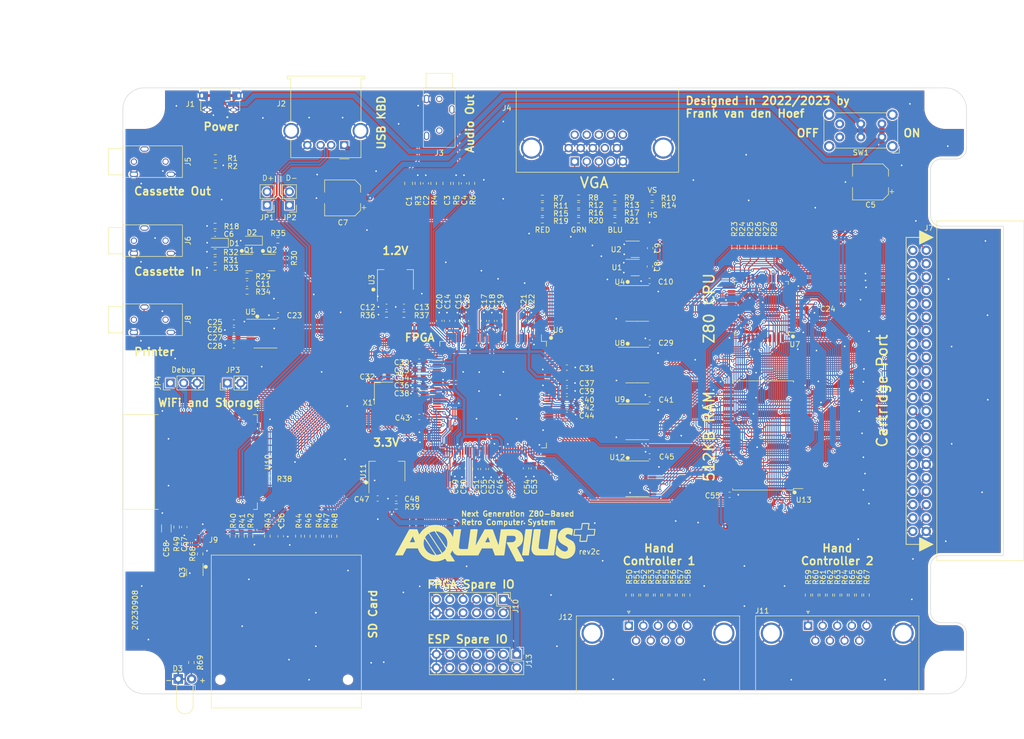
<source format=kicad_pcb>
(kicad_pcb (version 20221018) (generator pcbnew)
  (layers (0 "F.Cu" signal) (31 "B.Cu" signal) (34 "B.Paste" user) (35 "F.Paste" user) (36 "B.SilkS" user "B.Silkscreen") (37 "F.SilkS" user "F.Silkscreen") (38 "B.Mask" user) (39 "F.Mask" user) (44 "Edge.Cuts" user))
  (net 0 "")
  (net 1 "+1V2")
  (net 2 "GND")
  (net 3 "+3V3")
  (net 4 "Net-(D1-K)")
  (net 5 "+5V")
  (net 6 "Net-(Q1-C)")
  (net 7 "Net-(D2-K)")
  (net 8 "SD_WP#")
  (net 9 "FPGA_EXP0")
  (net 10 "FPGA_EXP1")
  (net 11 "FPGA_EXP2")
  (net 12 "FPGA_EXP3")
  (net 13 "FPGA_EXP4")
  (net 14 "FPGA_EXP5")
  (net 15 "FPGA_EXP6")
  (net 16 "ESP_EXP0")
  (net 17 "ESP_EXP1")
  (net 18 "ESP_EXP2")
  (net 19 "ESP_EXP3")
  (net 20 "ESP_EXP4")
  (net 21 "ESP_EXP5")
  (net 22 "ESP_EXP6")
  (net 23 "ESP_EXP7")
  (net 24 "ESP_USB_D-")
  (net 25 "ESP_USB_D+")
  (net 26 "CASSETTE_IN")
  (net 27 "Net-(Q1-E)")
  (net 28 "SPI_CS#")
  (net 29 "SD_CD")
  (net 30 "FPGA_PROG#")
  (net 31 "HC1_D04")
  (net 32 "FPGA_DONE")
  (net 33 "SPI_SCLK")
  (net 34 "HC1_D03")
  (net 35 "HC1_D05")
  (net 36 "HC1_D02")
  (net 37 "SD_MISO")
  (net 38 "SD_MOSI")
  (net 39 "SD_SSEL#")
  (net 40 "SD_SCK")
  (net 41 "CASSETTE_OUT")
  (net 42 "VGA_R3")
  (net 43 "VGA_R2")
  (net 44 "VGA_R1")
  (net 45 "VGA_R0")
  (net 46 "VGA_G3")
  (net 47 "VGA_G2")
  (net 48 "VGA_G1")
  (net 49 "VGA_G0")
  (net 50 "VGA_B3")
  (net 51 "VGA_B2")
  (net 52 "VGA_B1")
  (net 53 "VGA_B0")
  (net 54 "VGA_VSYNC")
  (net 55 "VGA_HSYNC")
  (net 56 "INT#")
  (net 57 "NMI#")
  (net 58 "BUSREQ#")
  (net 59 "BUSACK#")
  (net 60 "WAIT#")
  (net 61 "RESET#")
  (net 62 "SD_ACTIVITY")
  (net 63 "HC1_D06")
  (net 64 "HC1_D01")
  (net 65 "HC1_D07")
  (net 66 "HC1_D00")
  (net 67 "HC2_D04")
  (net 68 "HC2_D03")
  (net 69 "AUDIO_L")
  (net 70 "AUDIO_R")
  (net 71 "HC2_D05")
  (net 72 "HC2_D02")
  (net 73 "HC2_D06")
  (net 74 "HC2_D01")
  (net 75 "HC2_D07")
  (net 76 "HC2_D00")
  (net 79 "Net-(J11-Pad5)")
  (net 80 "Net-(J11-Pad9)")
  (net 81 "Net-(J11-Pad4)")
  (net 82 "Net-(J11-Pad8)")
  (net 83 "Net-(J11-Pad3)")
  (net 84 "Net-(J11-Pad7)")
  (net 85 "Net-(J11-Pad2)")
  (net 86 "Net-(J11-Pad6)")
  (net 87 "VBUS")
  (net 88 "ESP_CTS")
  (net 89 "ESP_RX")
  (net 90 "ESP_RTS")
  (net 91 "ESP_TX")
  (net 92 "PRINTER_IN")
  (net 93 "PRINTER_OUT")
  (net 94 "ESP_NOTIFY")
  (net 95 "SYSCLK")
  (net 96 "SPI_MISO")
  (net 97 "SPI_MOSI")
  (net 98 "FPGA_INT#")
  (net 99 "FPGA_WR#")
  (net 100 "FPGA_BUSREQ#")
  (net 101 "FPGA_RESET#")
  (net 102 "RAM_CE#")
  (net 103 "FPGA_BUSACK#")
  (net 104 "FPGA_PHI")
  (net 105 "FPGA_CART_CE#")
  (net 106 "FPGA_RD#")
  (net 107 "FPGA_IORQ#")
  (net 108 "FPGA_MREQ#")
  (net 109 "FPGA_D7")
  (net 110 "FPGA_D6")
  (net 111 "FPGA_D5")
  (net 112 "FPGA_D4")
  (net 113 "FPGA_D3")
  (net 114 "FPGA_D2")
  (net 115 "FPGA_D1")
  (net 116 "FPGA_D0")
  (net 117 "BA18")
  (net 118 "BA17")
  (net 119 "FPGA_A12")
  (net 120 "FPGA_A11")
  (net 121 "FPGA_A10")
  (net 122 "FPGA_A14")
  (net 123 "FPGA_A13")
  (net 124 "BA14")
  (net 125 "FPGA_A15")
  (net 126 "BA16")
  (net 127 "BA15")
  (net 128 "FPGA_A9")
  (net 129 "FPGA_A8")
  (net 130 "FPGA_A7")
  (net 131 "FPGA_A6")
  (net 132 "FPGA_A5")
  (net 133 "FPGA_A4")
  (net 134 "FPGA_A3")
  (net 135 "FPGA_A2")
  (net 136 "FPGA_A1")
  (net 137 "FPGA_A0")
  (net 138 "A9")
  (net 139 "A8")
  (net 140 "A7")
  (net 141 "A6")
  (net 142 "A5")
  (net 143 "A4")
  (net 144 "A3")
  (net 145 "A2")
  (net 146 "A1")
  (net 147 "A0")
  (net 148 "D3")
  (net 149 "D2")
  (net 150 "D1")
  (net 151 "D0")
  (net 152 "A15")
  (net 153 "A14")
  (net 154 "A13")
  (net 155 "A12")
  (net 156 "A11")
  (net 157 "A10")
  (net 158 "WR#")
  (net 159 "RD#")
  (net 160 "IORQ#")
  (net 161 "MREQ#")
  (net 162 "M1#")
  (net 163 "D7")
  (net 164 "D6")
  (net 165 "D5")
  (net 166 "D4")
  (net 167 "PHI")
  (net 168 "HALT#")
  (net 169 "RFSH#")
  (net 170 "CART_CE#")
  (net 171 "RAM_WE#")
  (net 173 "Net-(J11-Pad1)")
  (net 174 "HC1_D08")
  (net 175 "HC2_D08")
  (net 176 "FPGA_EXP7")
  (net 177 "FPGA_EXP8")
  (net 178 "FPGA_EXP9")
  (net 179 "ESP_EXP8")
  (net 180 "ESP_EXP10")
  (net 181 "ESP_EXP9")
  (net 182 "Net-(C1-Pad1)")
  (net 183 "Net-(C1-Pad2)")
  (net 184 "Net-(C3-Pad1)")
  (net 185 "Net-(C3-Pad2)")
  (net 186 "Net-(C6-Pad1)")
  (net 187 "Net-(C11-Pad2)")
  (net 188 "Net-(U3-VI)")
  (net 189 "Net-(U5-C1+)")
  (net 190 "Net-(U5-C1-)")
  (net 191 "Net-(U5-V+)")
  (net 192 "Net-(U5-C2+)")
  (net 193 "Net-(U5-C2-)")
  (net 194 "Net-(U5-V-)")
  (net 195 "Net-(U11-VI)")
  (net 196 "Net-(U10-EN)")
  (net 197 "Net-(D3-A)")
  (net 198 "/USB_D+")
  (net 200 "Net-(J4-Pad1)")
  (net 201 "Net-(J4-Pad2)")
  (net 202 "Net-(J4-Pad3)")
  (net 207 "Net-(J4-Pad13)")
  (net 208 "Net-(J4-Pad14)")
  (net 211 "Net-(J5-PadT)")
  (net 214 "Net-(U5-RIN)")
  (net 215 "Net-(U5-DOUT)")
  (net 216 "Net-(J9-CD{slash}DAT3)")
  (net 217 "Net-(J9-CMD)")
  (net 218 "Net-(J9-CLK)")
  (net 219 "Net-(J9-DAT0)")
  (net 220 "Net-(J9-DAT1)")
  (net 221 "Net-(J9-DAT2)")
  (net 222 "Net-(J9-WRITE_PROTECT)")
  (net 223 "Net-(J12-Pad1)")
  (net 224 "Net-(J12-Pad2)")
  (net 225 "Net-(J12-Pad3)")
  (net 226 "Net-(J12-Pad4)")
  (net 227 "Net-(J12-Pad5)")
  (net 228 "Net-(J12-Pad6)")
  (net 229 "Net-(J12-Pad7)")
  (net 230 "Net-(J12-Pad8)")
  (net 231 "Net-(J12-Pad9)")
  (net 232 "Net-(JP3-A)")
  (net 233 "Net-(JP4-Pin_1)")
  (net 234 "Net-(JP4-Pin_2)")
  (net 235 "Net-(U6-B2_IO_CCLK)")
  (net 245 "/USB_D-")
  (footprint "Capacitor_SMD:C_0603_1608Metric" (layer "F.Cu") (at 140.997 79.2062 90)
    (fp_text reference "C21")
    (fp_text value "4.7uF")
  )
  (footprint "Resistor_SMD:R_0603_1608Metric" (layer "F.Cu") (at 204.645 131.255 90)
    (fp_text reference "R66")
    (fp_text value "100")
  )
  (footprint "aquarius-plus:CR22A-44D-2.54DSA(70)" (layer "F.Cu") (at 217.365 92.5 -90)
    (fp_text reference "J7")
    (fp_text value "Expansion port")
  )
  (footprint "Resistor_SMD:R_0603_1608Metric" (layer "F.Cu") (at 182.4975 65.0631 -90)
    (fp_text reference "R24")
    (fp_text value "1k")
  )
  (footprint "Resistor_SMD:R_0603_1608Metric" (layer "F.Cu") (at 75.2 118.35 90)
    (fp_text reference "R49")
    (fp_text value "10k")
  )
  (footprint "Package_SO:TSSOP-16_4.4x5mm_P0.65mm" (layer "F.Cu") (at 92.0567 81.6367)
    (fp_text reference "U5")
    (fp_text value "MAX3221ECPWR")
  )
  (footprint "Package_SO:SSOP-32_11.305x20.495mm_P1.27mm" (layer "F.Cu") (at 186.4227 100.965 180)
    (fp_text reference "U13")
    (fp_text value "IS61C5128AS-25QLI")
  )
  (footprint "Connector_PinHeader_2.54mm:PinHeader_1x02_P2.54mm_Vertical" (layer "F.Cu") (at 84.8042 91.007 90)
    (fp_text reference "JP3")
    (fp_text value "Bootloader")
  )
  (footprint "Resistor_SMD:R_0603_1608Metric" (layer "F.Cu") (at 103.6117 120.0982 -90)
    (fp_text reference "R47")
    (fp_text value "10k")
  )
  (footprint "Resistor_SMD:R_0603_1608Metric" (layer "F.Cu") (at 165.1 131.255 90)
    (fp_text reference "R53")
    (fp_text value "100")
  )
  (footprint "aquarius-plus:aqplus_logo" (layer "F.Cu") (at 135.599907 121.22734)
    (fp_text reference "#G1" hide)
    (fp_text value "LOGO" hide)
  )
  (footprint "Resistor_SMD:R_0603_1608Metric" (layer "F.Cu") (at 151.4345 60.1201)
    (fp_text reference "R20")
    (fp_text value "4300")
  )
  (footprint "Resistor_SMD:R_0603_1608Metric" (layer "F.Cu") (at 158.3193 57.282)
    (fp_text reference "R13")
    (fp_text value "1070")
  )
  (footprint "Capacitor_SMD:C_0603_1608Metric" (layer "F.Cu") (at 136.35 107.3375 -90)
    (fp_text reference "C46")
    (fp_text value "100nF")
  )
  (footprint "Connector_Dsub:DSUB-9_Male_Horizontal_P2.77x2.84mm_EdgePinOffset9.90mm_Housed_MountingHolesOffset11.32mm" (layer "F.Cu") (at 194.95 137.0697)
    (fp_text reference "J11")
    (fp_text value "Hand controller 2")
  )
  (footprint "Resistor_SMD:R_0603_1608Metric" (layer "F.Cu") (at 201.875 131.255 90)
    (fp_text reference "R64")
    (fp_text value "100")
  )
  (footprint "Resistor_SMD:R_0603_1608Metric" (layer "F.Cu") (at 166.49 131.255 90)
    (fp_text reference "R54")
    (fp_text value "100")
  )
  (footprint "Capacitor_SMD:C_0603_1608Metric" (layer "F.Cu") (at 129.6994 53.1238 90)
    (fp_text reference "C4")
    (fp_text value "100nF")
  )
  (footprint "Package_TO_SOT_SMD:SOT-223-3_TabPin2" (layer "F.Cu") (at 116.693327 71.4 90)
    (fp_text reference "U3")
    (fp_text value "LD1117S12")
  )
  (footprint "Capacitor_SMD:C_0603_1608Metric" (layer "F.Cu") (at 134.85 107.3375 -90)
    (fp_text reference "C52")
    (fp_text value "100nF")
  )
  (footprint "Resistor_SMD:R_0603_1608Metric" (layer "F.Cu") (at 102.1503 120.0975 -90)
    (fp_text reference "R46")
    (fp_text value "100")
  )
  (footprint "Package_QFP:TQFP-144_20x20mm_P0.5mm" (layer "F.Cu") (at 135.22 93.2125 -90)
    (fp_text reference "U6")
    (fp_text value "XC6SLX9-2TQG144C")
  )
  (footprint "MountingHole:MountingHole_3.2mm_M3" (layer "F.Cu") (at 221 146)
    (fp_text reference "H4" hide)
    (fp_text value "MountingHole")
  )
  (footprint "Resistor_SMD:R_0603_1608Metric" (layer "F.Cu") (at 144.5636 58.7167)
    (fp_text reference "R15")
    (fp_text value "2150")
  )
  (footprint "MountingHole:MountingHole_3.2mm_M3" (layer "F.Cu") (at 69 146)
    (fp_text reference "H3" hide)
    (fp_text value "MountingHole")
  )
  (footprint "Resistor_SMD:R_0603_1608Metric" (layer "F.Cu") (at 184 65.0631 -90)
    (fp_text reference "R25")
    (fp_text value "1k")
  )
  (footprint "Connector_PinHeader_2.54mm:PinHeader_1x02_P2.54mm_Vertical" (layer "F.Cu") (at 92.3492 57.251 180)
    (fp_text reference "JP1")
    (fp_text value "USB")
  )
  (footprint "Resistor_SMD:R_0603_1608Metric" (layer "F.Cu") (at 194.95 131.255 90)
    (fp_text reference "R59")
    (fp_text value "100")
  )
  (footprint "Capacitor_SMD:C_0603_1608Metric" (layer "F.Cu") (at 113.325 112.9256 180)
    (fp_text reference "C47")
    (fp_text value "4.7uF")
  )
  (footprint "Capacitor_SMD:C_0603_1608Metric" (layer "F.Cu") (at 133.35 107.35 -90)
    (fp_text reference "C35")
    (fp_text value "4.7uF")
  )
  (footprint "Capacitor_SMD:C_0603_1608Metric" (layer "F.Cu") (at 180.0718 112.226)
    (fp_text reference "C55")
    (fp_text value "100nF")
  )
  (footprint "Capacitor_SMD:C_0603_1608Metric" (layer "F.Cu") (at 125 79.2088 90)
    (fp_text reference "C20")
    (fp_text value "4.7uF")
  )
  (footprint "Capacitor_SMD:C_0805_2012Metric" (layer "F.Cu") (at 126.4494 53.1238 90)
    (fp_text reference "C3")
    (fp_text value "10uF")
  )
  (footprint "Resistor_SMD:R_0603_1608Metric" (layer "F.Cu") (at 181 65.0631 -90)
    (fp_text reference "R23")
    (fp_text value "1k")
  )
  (footprint "Package_TO_SOT_SMD:SOT-23" (layer "F.Cu") (at 93.2375 68.15)
    (fp_text reference "Q2")
    (fp_text value "BC847C")
  )
  (footprint "Capacitor_SMD:C_0603_1608Metric" (layer "F.Cu") (at 136.47 79.2125 90)
    (fp_text reference "C19")
    (fp_text value "100nF")
  )
  (footprint "Resistor_SMD:R_0603_1608Metric" (layer "F.Cu") (at 123.9457 53.1323 90)
    (fp_text reference "R4")
    (fp_text value "330")
  )
  (footprint "Resistor_SMD:R_0603_1608Metric" (layer "F.Cu") (at 82.55 48.2027 180)
    (fp_text reference "R1")
    (fp_text value "10k")
  )
  (footprint "aquarius-plus:C2939180" (layer "F.Cu") (at 70 64 90)
    (fp_text reference "J6")
    (fp_text value "Cassette in")
  )
  (footprint "Connector_PinHeader_2.54mm:PinHeader_2x06_P2.54mm_Vertical" (layer "F.Cu") (at 137.16 132.08 -90)
    (fp_text reference "J10")
    (fp_text value "FPGA spare")
  )
  (footprint "Resistor_SMD:R_0603_1608Metric" (layer "F.Cu") (at 82.489639 61.201773)
    (fp_text reference "R18")
    (fp_text value "82")
  )
  (footprint "Capacitor_SMD:C_0603_1608Metric" (layer "F.Cu") (at 94.9549 120.0964 90)
    (fp_text reference "C56")
    (fp_text value "4.7uF")
  )
  (footprint "Capacitor_SMD:C_0603_1608Metric" (layer "F.Cu") (at 116.85 112.9256 180)
    (fp_text reference "C48")
    (fp_text value "4.7uF")
  )
  (footprint "Resistor_SMD:R_0603_1608Metric" (layer "F.Cu") (at 172.03 131.255 90)
    (fp_text reference "R58")
    (fp_text value "100")
  )
  (footprint "Capacitor_SMD:C_0603_1608Metric" (layer "F.Cu") (at 164.91 104.9414 180)
    (fp_text reference "C45")
    (fp_text value "100nF")
  )
  (footprint "Fiducial:Fiducial_1mm_Mask2mm" (layer "F.Cu") (at 75 41)
    (fp_text reference "FID1" hide)
    (fp_text value "Fiducial")
  )
  (footprint "Resistor_SMD:R_0603_1608Metric" (layer "F.Cu") (at 170.645 131.255 90)
    (fp_text reference "R57")
    (fp_text value "100")
  )
  (footprint "Resistor_SMD:R_0603_1608Metric" (layer "F.Cu") (at 82.5 69.1)
    (fp_text reference "R33")
    (fp_text value "220")
  )
  (footprint "Capacitor_SMD:C_0603_1608Metric" (layer "F.Cu") (at 86.0544 79.5101 180)
    (fp_text reference "C25")
    (fp_text value "100nF")
  )
  (footprint "Button_Switch_THT:SW_E-Switch_EG2219_DPDT_Angled" (layer "F.Cu") (at 208.9575 44.3325 180)
    (fp_text reference "SW1")
    (fp_text value "SW_DPDT_x2")
  )
  (footprint "Capacitor_SMD:C_0603_1608Metric" (layer "F.Cu") (at 86.0506 80.9626 180)
    (fp_text reference "C26")
    (fp_text value "100nF")
  )
  (footprint "Resistor_SMD:R_0603_1608Metric" (layer "F.Cu") (at 165.4063 57.2791)
    (fp_text reference "R14")
    (fp_text value "820")
  )
  (footprint "Resistor_SMD:R_0603_1608Metric" (layer "F.Cu") (at 116.85 114.4256)
    (fp_text reference "R39")
    (fp_text value "1")
  )
  (footprint "Resistor_SMD:R_0603_1608Metric" (layer "F.Cu") (at 158.3193 55.8649)
    (fp_text reference "R9")
    (fp_text value "536")
  )
  (footprint "Capacitor_SMD:C_0603_1608Metric" (layer "F.Cu") (at 164.91 94.1314 180)
    (fp_text reference "C41")
    (fp_text value "100nF")
  )
  (footprint "Resistor_SMD:R_0603_1608Metric" (layer "F.Cu") (at 98.2829 120.079 -90)
    (fp_text reference "R44")
    (fp_text value "10k")
  )
  (footprint "Capacitor_SMD:C_0603_1608Metric" (layer "F.Cu") (at 121.22 86.9625 180)
    (fp_text reference "C30")
    (fp_text value "100nF")
  )
  (footprint "Resistor_SMD:R_0603_1608Metric" (layer "F.Cu") (at 120.9494 53.1238 -90)
    (fp_text reference "R3")
    (fp_text value "150")
  )
  (footprint "Capacitor_SMD:C_0603_1608Metric" (layer "F.Cu") (at 128.55 79.2125 90)
    (fp_text reference "C15")
    (fp_text value "100nF")
  )
  (footprint "Resistor_SMD:R_0603_1608Metric" (layer "F.Cu") (at 144.5636 57.2983)
    (fp_text reference "R11")
    (fp_text value "1070")
  )
  (footprint "Connector_PinHeader_2.54mm:PinHeader_1x03_P2.54mm_Vertical" (layer "F.Cu") (at 74 91 90)
    (fp_text reference "JP4")
    (fp_text value "DBG")
  )
  (footprint "Capacitor_SMD:C_0603_1608Metric" (layer "F.Cu") (at 149.22 94.100002)
    (fp_text reference "C40")
    (fp_text value "100nF")
  )
  (footprint "Resistor_SMD:R_0603_1608Metric" (layer "F.Cu") (at 88.55 73.65)
    (fp_text reference "R34")
    (fp_text value "2.2k")
  )
  (footprint "aquarius-plus:AMPHENOL_10118194-0001LF" (layer "F.Cu") (at 83.467152 36.459469 180)
    (fp_text reference "J1")
    (fp_text value "Power in")
  )
  (footprint "Resistor_SMD:R_0603_1608Metric" (layer "F.Cu") (at 85.8358 120.0966 90)
    (fp_text reference "R40")
    (fp_text value "10k")
  )
  (footprint "Resistor_SMD:R_0603_1608Metric" (layer "F.Cu") (at 187 65.05 -90)
    (fp_text reference "R27")
    (fp_text value "1k")
  )
  (footprint "Package_TO_SOT_SMD:SOT-223-3_TabPin2" (layer "F.Cu") (at 115.0775 107.7756 90)
    (fp_text reference "U11")
    (fp_text value "LDL1117S33R")
  )
  (footprint "Capacitor_SMD:C_0603_1608Metric" (layer "F.Cu") (at 121.208 88.4764 180)
    (fp_text reference "C33")
    (fp_text value "4.7uF")
  )
  (footprint "Resistor_SMD:R_0603_1608Metric" (layer "F.Cu") (at 151.4334 58.697)
    (fp_text reference "R16")
    (fp_text value "2150")
  )
  (footprint "Capacitor_SMD:C_0603_1608Metric" (layer "F.Cu") (at 164.91 83.3514 180)
    (fp_text reference "C29")
    (fp_text value "100nF")
  )
  (footprint "Resistor_SMD:R_0603_1608Metric" (layer "F.Cu") (at 82.5 67.6 180)
    (fp_text reference "R31")
    (fp_text value "220k")
  )
  (footprint "Connector_PinHeader_2.54mm:PinHeader_2x07_P2.54mm_Vertical" (layer "F.Cu") (at 139.7 142.5 -90)
    (fp_text reference "J13")
    (fp_text value "ESP32 spare")
  )
  (footprint "Connector_PinHeader_2.54mm:PinHeader_1x02_P2.54mm_Vertical" (layer "F.Cu") (at 96.5892 57.251 180)
    (fp_text reference "JP2")
    (fp_text value "USB")
  )
  (footprint "Capacitor_SMD:C_0603_1608Metric" (layer "F.Cu") (at 149.225 95.6)
    (fp_text reference "C42")
    (fp_text value "100nF")
  )
  (footprint "aquarius-plus:C2939180" (layer "F.Cu") (at 70 79 90)
    (fp_text reference "J8")
    (fp_text value "Printer")
  )
  (footprint "Package_TO_SOT_SMD:SOT-23" (layer "F.Cu") (at 88.95 68.15)
    (fp_text reference "Q1")
    (fp_text value "BC847C")
  )
  (footprint "Resistor_SMD:R_0603_1608Metric" (layer "F.Cu") (at 158.3155 58.693)
    (fp_text reference "R17")
    (fp_text value "2150")
  )
  (footprint "Capacitor_SMD:C_0603_1608Metric" (layer "F.Cu") (at 127.97 107.2125 -90)
    (fp_text reference "C49")
    (fp_text value "100nF")
  )
  (footprint "Resistor_SMD:R_0603_1608Metric" (layer "F.Cu") (at 158.3193 60.1281)
    (fp_text reference "R21")
    (fp_text value "4300")
  )
  (footprint "Resistor_SMD:R_0603_1608Metric" (layer "F.Cu") (at 162.335 131.255 90)
    (fp_text reference "R51")
    (fp_text value "100")
  )
  (footprint "Fiducial:Fiducial_1mm_Mask2mm" (layer "F.Cu") (at 75 143)
    (fp_text reference "FID3" hide)
    (fp_text value "Fiducial")
  )
  (footprint "Resistor_SMD:R_0603_1608Metric" (layer "F.Cu") (at 115.006627 78.0493)
    (fp_text reference "R36")
    (fp_text value "100")
  )
  (footprint "Capacitor_SMD:C_0603_1608Metric" (layer "F.Cu") (at 76.6597 118.3504 -90)
    (fp_text reference "C57")
    (fp_text value "100nF")
  )
  (footprint "Resistor_SMD:R_0603_1608Metric" (layer "F.Cu") (at 196.335 131.255 90)
    (fp_text reference "R60")
    (fp_text value "100")
  )
  (footprint "Resistor_SMD:R_0603_1608Metric" (layer "F.Cu") (at 79.65 123.45 90)
    (fp_text reference "R68")
    (fp_text value "10k" hide)
  )
  (footprint "Resistor_SMD:R_0603_1608Metric" (layer "F.Cu") (at 82.5 66.1)
    (fp_text reference "R32")
    (fp_text value "47k")
  )
  (footprint "Resistor_SMD:R_0603_1608Metric" (layer "F.Cu") (at 78 144.05 -90)
    (fp_text reference "R69")
    (fp_text value "220")
  )
  (footprint "aquarius-plus:TF-03A" (layer "F.Cu") (at 96 123.67)
    (fp_text reference "J9")
    (fp_text value "TF-03A")
  )
  (footprint "Package_TO_SOT_SMD:SOT-23-5" (layer "F.Cu") (at 162.172774 65.636262)
    (fp_text reference "U2")
    (fp_text value "SN74AHCT1G125DBVR")
  )
  (footprint "Resistor_SMD:R_0603_1608Metric" (layer "F.Cu") (at 169.26 131.255 90)
    (fp_text reference "R56")
    (fp_text value "100")
  )
  (footprint "Resistor_SMD:R_0603_1608Metric" (layer "F.Cu") (at 92.411 120.0826 -90)
    (fp_text reference "R43")
    (fp_text value "100")
  )
  (footprint "Capacitor_SMD:C_0603_1608Metric" (layer "F.Cu") (at 195.3963 76.8714)
    (fp_text reference "C24")
    (fp_text value "100nF")
  )
  (footprint "Resistor_SMD:R_0603_1608Metric" (layer "F.Cu") (at 185.5 65.0631 -90)
    (fp_text reference "R26")
    (fp_text value "1k")
  )
  (footprint "Package_QFP:LQFP-44_10x10mm_P0.8mm" (layer "F.Cu") (at 186.1075 76.8481 180)
    (fp_text reference "U7")
    (fp_text value "Z84C0010AEG")
  )
  (footprint "Resistor_SMD:R_0603_1608Metric" (layer "F.Cu") (at 94.4 63.95)
    (fp_text reference "R35")
    (fp_text value "47k")
  )
  (footprint "aquarius-plus:ICD15S13E4GV00LF" (layer "F.Cu") (at 155 35 180)
    (fp_text reference "J4")
    (fp_text value "VGA")
  )
  (footprint "Package_SO:TSSOP-20_4.4x6.5mm_P0.65mm" (layer "F.Cu") (at 162.5466 75.905)
    (fp_text reference "U4")
    (fp_text value "SN74CB3T3245PWR")
  )
  (footprint "Capacitor_SMD:C_0603_1608Metric" (layer "F.Cu") (at 149.22 91.0125)
    (fp_text reference "C37")
    (fp_text value "100nF")
  )
  (footprint "Capacitor_SMD:C_0603_1608Metric" (layer "F.Cu") (at 149.22 92.5125)
    (fp_text reference "C39")
    (fp_text value "100nF")
  )
  (footprint "Resistor_SMD:R_0603_1608Metric" (layer "F.Cu") (at 203.26 131.255 90)
    (fp_text reference "R65")
    (fp_text value "100")
  )
  (footprint "Resistor_SMD:R_0603_1608Metric" (layer "F.Cu") (at 131.2066 53.1184 90)
    (fp_text reference "R6")
    (fp_text value "330")
  )
  (footprint "Connector_USB:USB_A_Molex_67643_Horizontal" (layer "F.Cu") (at 107 45.86 180)
    (fp_text reference "J2")
    (fp_text value "ESP USB Host")
  )
  (footprint "MountingHole:MountingHole_3.2mm_M3" (layer "F.Cu") (at 69 39)
    (fp_text reference "H1" hide)
    (fp_text value "MountingHole")
  )
  (footprint "Package_SO:TSSOP-20_4.4x6.5mm_P0.65mm" (layer "F.Cu") (at 162.56 98.3814)
    (fp_text reference "U9")
    (fp_text value "SN74CB3T3245PWR")
  )
  (footprint "Resistor_SMD:R_0603_1608Metric" (layer "F.Cu") (at 199.105 131.255 90)
    (fp_text reference "R62")
    (fp_text value "100")
  )
  (footprint "Resistor_SMD:R_0603_1608Metric" (layer "F.Cu") (at 197.72 131.255 90)
    (fp_text reference "R61")
    (fp_text value "100")
  )
  (footprint "Resistor_SMD:R_0603_1608Metric" (layer "F.Cu") (at 99.9811 120.0926 -90)
    (fp_text reference "R45")
    (fp_text value "100")
  )
  (footprint "Capacitor_SMD:C_0603_1608Metric" (layer "F.Cu") (at 126.47 79.2125 90)
    (fp_text reference "C14")
    (fp_text value "100nF")
  )
  (footprint "Capacitor_SMD:C_0603_1608Metric" (layer "F.Cu") (at 121.22 97.4625 180)
    (fp_text reference "C43")
    (fp_text value "100nF")
  )
  (footprint "Capacitor_SMD:C_0603_1608Metric" (layer "F.Cu") (at 131.85 107.3375 -90)
    (fp_text reference "C51")
    (fp_text value "100nF")
  )
  (footprint "LED_THT:LED_D3.0mm_Horizontal_O1.27mm_Z2.0mm" (layer "F.Cu") (at 75.5 147.175)
    (fp_text reference "D3")
    (fp_text value "SD act.")
  )
  (footprint "Package_SO:TSSOP-20_4.4x6.5mm_P0.65mm" (layer "F.Cu") (at 162.56 87.6014)
    (fp_text reference "U8")
    (fp_text value "SN74CB3T3245PWR")
  )
  (footprint "Resistor_SMD:R_0603_1608Metric" (layer "F.Cu") (at 151.4345 57.2739)
    (fp_text reference "R12")
    (fp_text value "1070")
  )
  (footprint "Resistor_SMD:R_0603_1608Metric" (layer "F.Cu") (at 144.5636 60.135)
    (fp_text reference "R19")
    (fp_text value "4300")
  )
  (footprint "Capacitor_SMD:C_0603_1608Metric" (layer "F.Cu") (at 86.0506 82.4218 180)
    (fp_text reference "C27")
    (fp_text value "100nF")
  )
  (footprint "Resistor_SMD:R_0603_1608Metric" (layer "F.Cu") (at 128.1994 53.1238 -90)
    (fp_text reference "R5")
    (fp_text value "150")
  )
  (footprint "Capacitor_SMD:C_0603_1608Metric" (layer "F.Cu") (at 82.5 62.7)
    (fp_text reference "C6")
    (fp_text value "100nF")
  )
  (footprint "MountingHole:MountingHole_3.2mm_M3" (layer "F.Cu") (at 221 39)
    (fp_text reference "H2" hide)
    (fp_text value "MountingHole")
  )
  (footprint "Resistor_SMD:R_0603_1608Metric" (layer "F.Cu") (at 82.55 49.7027 180)
    (fp_text reference "R2")
    (fp_text value "100")
  )
  (footprint "Capacitor_SMD:C_0603_1608Metric" (layer "F.Cu") (at 121.22 91.4625 180)
    (fp_text reference "C36")
    (fp_text value "100nF")
  )
  (footprint "Capacitor_SMD:C_0603_1608Metric" (layer "F.Cu") (at 164.8966 71.655 180)
    (fp_text reference "C10")
    (fp_text value "100nF")
  )
  (footprint "Capacitor_SMD:CP_Elec_6.3x7.7" (layer "F.Cu") (at 106.68 55.88 180)
    (fp_text reference "C7")
    (fp_text value "100uF")
  )
  (footprint "Capacitor_SMD:C_0603_1608Metric" (layer "F.Cu") (at 94.427 78.1399 180)
    (fp_text reference "C23")
    (fp_text value "4.7uF")
  )
  (footprint "Capacitor_SMD:C_0603_1608Metric" (layer "F.Cu") (at 122.4494 53.1238 90)
    (fp_text reference "C2")
    (fp_text value "100nF")
  )
  (footprint "Diode_SMD:D_SOD-323_HandSoldering" (layer "F.Cu") (at 89.45 64 180)
    (fp_text reference "D2")
    (fp_text value "1N4148WS")
  )
  (footprint "Oscillator:Oscillator_SMD_SeikoEpson_SG8002CE-4Pin_3.2x2.5mm" (layer "F.Cu") (at 114.45 92.95 -90)
    (fp_text reference "X1")
    (fp_text value "SX3M14.31818M20F30TNN")
  )
  (footprint "Capacitor_SMD:C_0603_1608Metric" (layer "F.Cu") (at 149.2212 88.0906)
    (fp_text reference "C31")
    (fp_text value "100nF")
  )
  (footprint "Capacitor_SMD:C_0603_1608Metric" (layer "F.Cu") (at 142.95 107.218 -90)
    (fp_text reference "C53")
    (fp_text value "4.7uF")
  )
  (footprint "Capacitor_SMD:C_0603_1608Metric" (layer "F.Cu") (at 130.05 79.2125 90)
    (fp_text reference "C16")
    (fp_text value "100nF")
  )
  (footprint "Capacitor_SMD:C_0603_1608Metric" (layer "F.Cu") (at 121.2201 92.9912 180)
    (fp_text reference "C38")
    (fp_text value "100nF")
  )
  (footprint "Capacitor_SMD:C_0603_1608Metric" (layer "F.Cu") (at 88.55 72.15 180)
    (fp_text reference "C11")
    (fp_text value "4.7uF")
  )
  (footprint "Package_SO:TSSOP-20_4.4x6.5mm_P0.65mm" (layer "F.Cu") (at 162.56 109.1914)
    (fp_text reference "U12")
    (fp_text value "SN74CB3T3245PWR")
  )
  (footprint "Capacitor_SMD:C_1206_3216Metric" (layer "F.Cu") (at 73.25 118.6 -90)
    (fp_text reference "C58")
    (fp_text value "22uF")
  )
  (footprint "Capacitor_SMD:C_0603_1608Metric" (layer "F.Cu") (at 86.0544 83.8879 180)
    (fp_text reference "C28")
    (fp_text value "100nF")
  )
  (footprint "Capacitor_SMD:C_0603_1608Metric" (layer "F.Cu") (at 165.003774 65.420562 -90)
    (fp_text reference "C9")
    (fp_text value "100nF")
  )
  (footprint "aquarius-plus:C2939180" (layer "F.Cu") (at 125 40)
    (fp_text reference "J3")
    (fp_text value "Audio out")
  )
  (footprint "Resistor_SMD:R_0603_1608Metric" (layer "F.Cu") (at 89.1307 120.0917 -90)
    (fp_text reference "R42")
    (fp_text value "10k")
  )
  (footprint "Capacitor_SMD:C_0603_1608Metric" (layer "F.Cu") (at 114.55 89.82 180)
    (fp_text reference "C32")
    (fp_text value "100nF")
  )
  (footprint "Capacitor_SMD:C_0603_1608Metric" (layer "F.Cu") (at 118.306627 76.5493 180)
    (fp_text reference "C13")
    (fp_text value "4.7uF")
  )
  (footprint "Resistor_SMD:R_0603_1608Metric" (layer "F.Cu") (at 160.95 131.255 90)
    (fp_text reference "R50")
    (fp_text value "100")
  )
  (footprint "Capacitor_SMD:C_0603_1608Metric" (layer "F.Cu") (at 129.4261 107.2103 -90)
    (fp_text reference "C50")
    (fp_text value "4.7uF")
  )
  (footprint "Resistor_SMD:R_0603_1608Metric" (layer "F.Cu") (at 95.95 67.3 90)
    (fp_text reference "R30")
    (fp_text value "4.7k")
  )
  (footprint "Connector_Dsub:DSUB-9_Male_Horizontal_P2.77x2.84mm_EdgePinOffset9.90mm_Housed_MountingHolesOffset11.32mm" (layer "F.Cu") (at 160.95 137.0697)
    (fp_text reference "J12")
    (fp_text value "Hand controller 1")
  )
  (footprint "Resistor_SMD:R_0603_1608Metric" (layer "F.Cu") (at 118.306627 78.0493)
    (fp_text reference "R37")
    (fp_text value "1")
  )
  (footprint "Resistor_SMD:R_0603_1608Metric" (layer "F.Cu") (at 144.5636 55.88)
    (fp_text reference "R7")
    (fp_text value "536")
  )
  (footprint "Resistor_SMD:R_0603_1608Metric" (layer "F.Cu") (at 165.4045 55.866)
    (fp_text reference "R10")
    (fp_text value "820")
  )
  (footprint "aquarius-plus:ESP32-S2-SOLO-N4R2" (layer "F.Cu") (at 65 106 90)
    (fp_text reference "U10")
    (fp_text value "ESP32-S3-WROOM-1-N4R2")
  )
  (footprint "Resistor_SMD:R_0603_1608Metric" (layer "F.Cu") (at 167.875 131.255 90)
    (fp_text reference "R55")
    (fp_text value "100")
  )
  (footprint "Capacitor_SMD:C_0603_1608Metric" (layer "F.Cu") (at 115.006627 76.5493 180)
    (fp_text reference "C12")
    (fp_text value "4.7uF")
  )
  (footprint "Capacitor_SMD:C_0603_1608Metric" (layer "F.Cu") (at 141.47 107.2125 -90)
    (fp_text reference "C54")
    (fp_text value "100nF")
  )
  (footprint "Capacitor_SMD:C_0603_1608Metric" (layer "F.Cu") (at 142.47 79.2125 90)
    (fp_text reference "C22")
    (fp_text value "100nF")
  )
  (footprint "Package_TO_SOT_SMD:SOT-23" (layer "F.Cu") (at 78.65 126.95 -90)
    (fp_text reference "Q3")
    (fp_text value "2N7002")
  )
  (footprint "Resistor_SMD:R_0603_1608Metric" (layer "F.Cu") (at 188.5 65.0631 -90)
    (fp_text reference "R28")
    (fp_text value "1k")
  )
  (footprint "Resistor_SMD:R_0603_1608Metric" (layer "F.Cu") (at 163.72 131.255 90)
    (fp_text reference "R52")
    (fp_text value "100")
  )
  (footprint "Capacitor_SMD:C_0603_1608Metric" (layer "F.Cu") (at 164.95 68.9 -90)
    (fp_text reference "C8")
    (fp_text value "100nF")
  )
  (footprint "aquarius-plus:C2939180" (layer "F.Cu") (at 70 49 90)
    (fp_text reference "J5")
    (fp_text value "Cassette out")
  )
  (footprint "Capacitor_SMD:C_0805_2012Metric" (layer "F.Cu") (at 119.1994 53.1238 90)
    (fp_text reference "C1")
    (fp_text value "10uF")
  )
  (footprint "Resistor_SMD:R_0603_1608Metric" (layer "F.Cu") (at 105.0683 120.0975 90)
    (fp_text reference "R48")
    (fp_text value "10k")
  )
  (footprint "Capacitor_SMD:C_0603_1608Metric" (layer "F.Cu") (at 149.2238 97.0583)
    (fp_text reference "C44")
    (fp_text value "4.7uF")
  )
  (footprint "Resistor_SMD:R_0603_1608Metric" (layer "F.Cu") (at 206.03 131.255 90)
    (fp_text reference "R67")
    (fp_text value "100")
  )
  (footprint "Capacitor_SMD:C_0603_1608Metric" (layer "F.Cu") (at 121.2041 89.9832 180)
    (fp_text reference "C34")
    (fp_text value "4.7uF")
  )
  (footprint "Resistor_SMD:R_0603_1608Metric" (layer "F.Cu") (at 200.49 131.255 90)
    (fp_text reference "R63")
    (fp_text value "100")
  )
  (footprint "Resistor_SMD:R_0603_1608Metric" (layer "F.Cu") (at 87.5053 120.0941 -90)
    (fp_text reference "R41")
    (fp_text value "100")
  )
  (footprint "Resistor_SMD:R_0603_1608Metric" (layer "F.Cu") (at 88.55 70.65 180)
    (fp_text reference "R29")
    (fp_text value "4.7k")
  )
  (footprint "Capacitor_SMD:CP_Elec_6.3x7.7" (layer "F.Cu") (at 206.8 52.85 180)
    (fp_text reference "C5")
    (fp_text value "100uF")
  )
  (footprint "Resistor_SMD:R_0603_1608Metric" (layer "F.Cu") (at 151.4345 55.8629)
    (fp_text reference "R8")
    (fp_text value "536")
  )
  (footprint "Fiducial:Fiducial_1mm_Mask2mm" (layer "F.Cu") (at 215 41)
    (fp_text reference "FID2" hide)
    (fp_text value "Fiducial")
  )
  (footprint "Package_TO_SOT_SMD:SOT-23-5" (layer "F.Cu") (at 162.1625 69.1)
    (fp_text reference "U1")
    (fp_text value "SN74AHCT1G125DBVR")
  )
  (footprint "Capacitor_SMD:C_0603_1608Metric" (layer "F.Cu") (at 133.47 79.2125 90)
    (fp_text reference "C17")
    (fp_text value "100nF")
  )
  (footprint "Resistor_SMD:R_0603_1608Metric" (layer "F.Cu") (at 92.85 109.15)
    (fp_text reference "R38")
    (fp_text value "220")
  )
  (footprint "Capacitor_SMD:C_0603_1608Metric" (layer "F.Cu") (at 134.97 79.2125 90)
    (fp_text reference "C18")
    (fp_text value "100nF")
  )
  (footprint "Diode_SMD:D_SOD-323_HandSoldering" (layer "F.Cu") (at 83 64.4 180)
    (fp_text reference "D1")
    (fp_text value "1N4148WS")
  )
  (gr_circle (center 111.142223 109.879875) (end 111.442223 109.879875) (stroke (width 0.15)) (fill solid) (layer "F.SilkS"))
  (gr_line (start 213.552138 121.635962) (end 213.547217 63.386518) (stroke (width 0.15)) (layer "F.SilkS"))
  (gr_circle (center 87.562938 65.930888) (end 87.862938 65.930888) (stroke (width 0.15)) (fill solid) (layer "F.SilkS"))
  (gr_circle (center 80.718128 125.890806) (end 81.018128 125.890806) (stroke (width 0.15)) (fill solid) (layer "F.SilkS"))
  (gr_poly (pts (xy 218.627239 121.637802) (xy 216.087239 122.907802) (xy 216.087239 120.367802)) (stroke (width 0.15)) (fill solid) (layer "F.SilkS"))
  (gr_poly (pts (xy 218.63659 63.383833) (xy 216.09659 64.653833) (xy 216.09659 62.113833)) (stroke (width 0.15)) (fill solid) (layer "F.SilkS"))
  (gr_circle (center 90.498608 78.380775) (end 90.798608 78.380775) (stroke (width 0.15)) (fill solid) (layer "F.SilkS"))
  (gr_line (start 213.552138 121.635962) (end 216.087239 121.637802) (stroke (width 0.15)) (layer "F.SilkS"))
  (gr_line (start 213.547217 63.386518) (end 216.09659 63.383833) (stroke (width 0.15)) (layer "F.SilkS"))
  (gr_circle (center 192.395702 111.77155) (end 192.695702 111.77155) (stroke (width 0.15)) (fill solid) (layer "F.SilkS"))
  (gr_circle (center 112.51359 73.282783) (end 112.81359 73.282783) (stroke (width 0.15)) (fill solid) (layer "F.SilkS"))
  (gr_circle (center 160.750048 83.550539) (end 161.050048 83.550539) (stroke (width 0.15)) (fill solid) (layer "F.SilkS"))
  (gr_circle (center 192.084089 82.185583) (end 192.384089 82.185583) (stroke (width 0.15)) (fill solid) (layer "F.SilkS"))
  (gr_circle (center 146.204452 82.448383) (end 146.504452 82.448383) (stroke (width 0.15)) (fill solid) (layer "F.SilkS"))
  (gr_circle (center 160.750048 105.247532) (end 161.050048 105.247532) (stroke (width 0.15)) (fill solid) (layer "F.SilkS"))
  (gr_circle (center 160.750048 71.813511) (end 161.050048 71.813511) (stroke (width 0.15)) (fill solid) (layer "F.SilkS"))
  (gr_circle (center 160.750048 94.392676) (end 161.050048 94.392676) (stroke (width 0.15)) (fill solid) (layer "F.SilkS"))
  (gr_circle (center 91.565353 65.944456) (end 91.865353 65.944456) (stroke (width 0.15)) (fill solid) (layer "F.SilkS"))
  (gr_line (start 69 150) (end 221 150) (stroke (width 0.1)) (layer "Edge.Cuts"))
  (gr_line (start 220.2 61.25) (end 232 61.25) (stroke (width 0.1)) (layer "Edge.Cuts"))
  (gr_arc (start 220.2 136.5) (mid 218.785786 135.914214) (end 218.2 134.5) (stroke (width 0.1)) (layer "Edge.Cuts"))
  (gr_arc (start 65 39) (mid 66.171573 36.171573) (end 69 35) (stroke (width 0.1)) (layer "Edge.Cuts"))
  (gr_line (start 232 123.75) (end 220.2 123.75) (stroke (width 0.1)) (layer "Edge.Cuts"))
  (gr_arc (start 69 150) (mid 66.171573 148.828427) (end 65 146) (stroke (width 0.1)) (layer "Edge.Cuts"))
  (gr_arc (start 223 136.5) (mid 224.414214 137.085786) (end 225 138.5) (stroke (width 0.1)) (layer "Edge.Cuts"))
  (gr_line (start 218.2 50.5) (end 218.2 59.25) (stroke (width 0.1)) (layer "Edge.Cuts"))
  (gr_line (start 69 35) (end 221 35) (stroke (width 0.1)) (layer "Edge.Cuts"))
  (gr_arc (start 225 46.5) (mid 224.414214 47.914214) (end 223 48.5) (stroke (width 0.1)) (layer "Edge.Cuts"))
  (gr_line (start 225 138.5) (end 225 146) (stroke (width 0.1)) (layer "Edge.Cuts"))
  (gr_arc (start 221 35) (mid 223.828427 36.171573) (end 225 39) (stroke (width 0.1)) (layer "Edge.Cuts"))
  (gr_line (start 220.2 136.5) (end 223 136.5) (stroke (width 0.1)) (layer "Edge.Cuts"))
  (gr_line (start 65 39) (end 65 146) (stroke (width 0.1)) (layer "Edge.Cuts"))
  (gr_arc (start 218.2 125.75) (mid 218.785786 124.335786) (end 220.2 123.75) (stroke (width 0.1)) (layer "Edge.Cuts"))
  (gr_arc (start 225 146) (mid 223.828427 148.828427) (end 221 150) (stroke (width 0.1)) (layer "Edge.Cuts"))
  (gr_arc (start 220.2 61.25) (mid 218.785786 60.664214) (end 218.2 59.25) (stroke (width 0.1)) (layer "Edge.Cuts"))
  (gr_arc (start 218.2 50.5) (mid 218.785786 49.085786) (end 220.2 48.5) (stroke (width 0.1)) (layer "Edge.Cuts"))
  (gr_line (start 218.2 125.75) (end 218.2 134.5) (stroke (width 0.1)) (layer "Edge.Cuts"))
  (gr_line (start 225 39) (end 225 46.5) (stroke (width 0.1)) (layer "Edge.Cuts"))
  (gr_line (start 232 61.25) (end 232 123.75) (stroke (width 0.1)) (layer "Edge.Cuts"))
  (gr_line (start 223 48.5) (end 220.2 48.5) (stroke (width 0.1)) (layer "Edge.Cuts"))
  (gr_text "Hand\nController 1" (at 166.706608 123.574589) (layer "F.SilkS") (effects (font (size 1.5 1.5) (thickness 0.3))))
  (gr_text "VS" (at 165.427459 54.40568) (layer "F.SilkS") (effects (font (size 1 1))))
  (gr_text "RED" (at 144.59603 61.948934) (layer "F.SilkS") (effects (font (size 1 1))))
  (gr_text "Designed in 2022/2023 by\nFrank van den Hoef" (at 171.55 38.65) (layer "F.SilkS") (effects (font (size 1.5 1.5) (thickness 0.3)) (justify left)))
  (gr_text "Z80 CPU" (at 176.180877 76.842951 90) (layer "F.SilkS") (effects (font (size 2 2) (thickness 0.3))))
  (gr_text "Cassette Out" (at 66.970031 54.61) (layer "F.SilkS") (effects (font (size 1.5 1.5) (thickness 0.3)) (justify left)))
  (gr_text "SD Card" (at 112.434987 139.671126 90) (layer "F.SilkS") (effects (font (size 1.5 1.5) (thickness 0.3)) (justify left)))
  (gr_text "Debug" (at 76.5 88.5) (layer "F.SilkS") (effects (font (size 1 1))))
  (gr_text "FPGA Spare IO" (at 131.021301 129.228383) (layer "F.SilkS") (effects (font (size 1.5 1.5) (thickness 0.3))))
  (gr_text "Hand\nController 2" (at 200.499878 123.574589) (layer "F.SilkS") (effects (font (size 1.5 1.5) (thickness 0.3))))
  (gr_text "WiFi and Storage" (at 71.5 94.75) (layer "F.SilkS") (effects (font (size 1.5 1.5) (thickness 0.3)) (justify left)))
  (gr_text "ON" (at 214.652084 43.58135) (layer "F.SilkS") (effects (font (size 1.5 1.5) (thickness 0.3))))
  (gr_text "Cassette In" (at 66.970031 69.85) (layer "F.SilkS") (effects (font (size 1.5 1.5) (thickness 0.3)) (justify left)))
  (gr_text "1.2V" (at 116.693295 65.900013) (layer "F.SilkS") (effects (font (size 1.5 1.5) (thickness 0.3))))
  (gr_text "D+" (at 91.346376 52.114219) (layer "F.SilkS") (effects (font (size 1 1) (thickness 0.125)) (justify left)))
  (gr_text "3.3V" (at 114.95 102.3) (layer "F.SilkS") (effects (font (size 1.5 1.5) (thickness 0.3))))
  (gr_text "-" (at 72.964539 147.399272) (layer "F.SilkS") (effects (font (size 1 1)) (justify left)))
  (gr_text "Audio Out" (at 130.81 47.5 90) (layer "F.SilkS") (effects (font (size 1.5 1.5) (thickness 0.3)) (justify left)))
  (gr_text "HS" (at 165.427459 59.113606) (layer "F.SilkS") (effects (font (size 1 1))))
  (gr_text "FPGA" (at 121.294148 82.401391) (layer "F.SilkS") (effects (font (size 1.5 1.5) (thickness 0.3))))
  (gr_text "GRN" (at 151.475818 61.948934) (layer "F.SilkS") (effects (font (size 1 1))))
  (gr_text "Cartridge Port" (at 209 92.5 90) (layer "F.SilkS") (effects (font (size 2 2) (thickness 0.3))))
  (gr_text "D-" (at 95.803303 52.093868) (layer "F.SilkS") (effects (font (size 1 1) (thickness 0.125)) (justify left)))
  (gr_text "BLU" (at 158.376593 61.948934) (layer "F.SilkS") (effects (font (size 1 1))))
  (gr_text "OFF" (at 194.916444 43.58135) (layer "F.SilkS") (effects (font (size 1.5 1.5) (thickness 0.3))))
  (gr_text "rev2c" (at 153.510929 123.027791) (layer "F.SilkS") (effects (font (size 1 1))))
  (gr_text "512KB RAM" (at 176.180877 101.149994 90) (layer "F.SilkS") (effects (font (size 2 2) (thickness 0.3))))
  (gr_text "+" (at 79.395539 147.419623) (layer "F.SilkS") (effects (font (size 1 1)) (justify left)))
  (gr_text "Power" (at 80.133319 42.362823) (layer "F.SilkS") (effects (font (size 1.5 1.5) (thickness 0.3)) (justify left)))
  (gr_text "ESP Spare IO" (at 130.378444 139.645687) (layer "F.SilkS") (effects (font (size 1.5 1.5) (thickness 0.3))))
  (gr_text "Next Generation Z80-Based\nRetro Computer System" (at 129.058882 116.640038) (layer "F.SilkS") (effects (font (size 1 1) (thickness 0.2) bold) (justify left)))
  (gr_text "Printer" (at 66.970031 85.09) (layer "F.SilkS") (effects (font (size 1.5 1.5) (thickness 0.3)) (justify left)))
  (gr_text "20230908" (at 67.328844 134.105662 90) (layer "F.SilkS") (effects (font (size 1 1))))
  (gr_text "VGA" (at 154.4 53) (layer "F.SilkS") (effects (font (size 2 2) (thickness 0.3))))
  (gr_text "USB KBD" (at 114.015856 46.849901 90) (layer "F.SilkS") (effects (font (size 1.5 1.5) (thickness 0.3)) (justify left)))
  (segment (start 134.8245 101.7545) (end 134.47 101.4) (width 0.25) (layer "F.Cu") (net 1))
  (segment (start 130.47 90.9) (end 142.1875 90.9) (width 0.5) (layer "F.Cu") (net 1))
  (segment (start 134.47 101.4) (end 134.47 100.02) (width 0.25) (layer "F.Cu") (net 1))
  (segment (start 130.47 82.55) (end 130.47 80.4075) (width 0.25) (layer "F.Cu") (net 1))
  (segment (start 123.2625 91.9625) (end 123.1 91.8) (width 0.25) (layer "F.Cu") (net 1))
  (segment (start 126.9 90.9) (end 130.27 90.9) (width 0.5) (layer "F.Cu") (net 1))
  (segment (start 130.47 80.4075) (end 130.05 79.9875) (width 0.25) (layer "F.Cu") (net 1))
  (segment (start 116.7 68.256673) (end 116.7 74.543327) (width 1) (layer "F.Cu") (net 1))
  (segment (start 134.97 82.55) (end 134.97 84.1) (width 0.25) (layer "F.Cu") (net 1))
  (segment (start 134.97 82.55) (end 134.97 79.9875) (width 0.25) (layer "F.Cu") (net 1))
  (segment (start 115.831627 78.0493) (end 118.932327 81.15) (width 0.5) (layer "F.Cu") (net 1))
  (segment (start 145.888672 92.468672) (end 148.133428 92.468672) (width 0.25) (layer "F.Cu") (net 1))
  (segment (start 121.995 91.4625) (end 122.3325 91.8) (width 0.5) (layer "F.Cu") (net 1))
  (segment (start 130.47 85.05) (end 130.47 90.9) (width 0.5) (layer "F.Cu") (net 1))
  (segment (start 116.693327 74.855572) (end 115.781627 75.767272) (width 0.5) (layer "F.Cu") (net 1))
  (segment (start 115.781627 75.767272) (end 115.781627 76.5493) (width 0.5) (layer "F.Cu") (net 1))
  (segment (start 133.35 106.575) (end 134.8375 106.575) (width 0.5) (layer "F.Cu") (net 1))
  (segment (start 134.47 103.875) (end 134.47 102.813177) (width 0.25) (layer "F.Cu") (net 1))
  (segment (start 130.47 84.05) (end 130.47 85.05) (width 0.5) (layer "F.Cu") (net 1))
  (segment (start 127.05 85.05) (end 130.47 85.05) (width 0.5) (layer "F.Cu") (net 1))
  (segment (start 121.9791 89.9832) (end 121.9791 91.4466) (width 0.5) (layer "F.Cu") (net 1))
  (segment (start 115.781627 76.5493) (end 115.781627 77.9993) (width 0.5) (layer "F.Cu") (net 1))
  (segment (start 134.47 102.813177) (end 134.8245 102.458677) (width 0.25) (layer "F.Cu") (net 1))
  (segment (start 134.4 101.33) (end 134.47 101.4) (width 0.5) (layer "F.Cu") (net 1))
  (segment (start 122.3325 91.8) (end 123.1 91.8) (width 0.5) (layer "F.Cu") (net 1))
  (segment (start 134.47 100.02) (end 134.4 99.95) (width 0.25) (layer "F.Cu") (net 1))
  (segment (start 134.4 99.6) (end 134.4 90.95) (width 0.5) (layer "F.Cu") (net 1))
  (segment (start 145.8825 92.4625) (end 143.75 92.4625) (width 0.25) (layer "F.Cu") (net 1))
  (segment (start 134.4 99.6) (end 134.4 101.33) (width 0.5) (layer "F.Cu") (net 1))
  (segment (start 118.932327 81.15) (end 123.15 81.15) (width 0.5) (layer "F.Cu") (net 1))
  (segment (start 134.8245 102.458677) (end 134.8245 101.7545) (width 0.25) (layer "F.Cu") (net 1))
  (segment (start 142.1875 90.9) (end 143.75 92.4625) (width 0.5) (layer "F.Cu") (net 1))
  (segment (start 134.47 105.45) (end 134.47 103.875) (width 0.25) (layer "F.Cu") (net 1))
  (segment (start 134.4 99.95) (end 134.4 99.6) (width 0.5) (layer "F.Cu") (net 1))
  (segment (start 130.47 82.55) (end 130.47 84.05) (width 0.25) (layer "F.Cu") (net 1))
  (segment (start 123.15 81.15) (end 127.05 85.05) (width 0.5) (layer "F.Cu") (net 1))
  (segment (start 134.85 105.83) (end 134.47 105.45) (width 0.25) (layer "F.Cu") (net 1))
  (segment (start 134.85 106.5625) (end 134.85 105.83) (width 0.25) (layer "F.Cu") (net 1))
  (segment (start 134.97 84.1) (end 134.97 90.88) (width 0.5) (layer "F.Cu") (net 1))
  (segment (start 124.5575 91.9625) (end 123.2625 91.9625) (width 0.25) (layer "F.Cu") (net 1))
  (via (at 126.9 90.9) (size 0.6) (drill 0.3) (layers "F.Cu" "B.Cu") (net 1))
  (via (at 123.1 91.8) (size 0.6) (drill 0.3) (layers "F.Cu" "B.Cu") (net 1))
  (segment (start 124.025651 91.325) (end 126.475 91.325) (width 0.5) (layer "B.Cu") (net 1))
  (segment (start 123.1 91.8) (end 123.550651 91.8) (width 0.5) (layer "B.Cu") (net 1))
  (segment (start 123.550651 91.8) (end 124.025651 91.325) (width 0.5) (layer "B.Cu") (net 1))
  (segment (start 126.475 91.325) (end 126.9 90.9) (width 0.5) (layer "B.Cu") (net 1))
  (segment (start 82.167152 39.159469) (end 82.167152 40.174486) (width 0.3) (layer "F.Cu") (net 2))
  (segment (start 119.687939 86.9625) (end 119.576539 86.8511) (width 0.5) (layer "F.Cu") (net 2))
  (segment (start 85.2756 80.9626) (end 84.3626 80.9626) (width 0.5) (layer "F.Cu") (net 2))
  (segment (start 112.55 112.9256) (end 112.55 111.1531) (width 0.5) (layer "F.Cu") (net 2))
  (segment (start 89.1942 79.3617) (end 88.0617 79.3617) (width 0.25) (layer "F.Cu") (net 2))
  (segment (start 68.431035 68) (end 68.431035 67.731035) (width 0.5) (layer "F.Cu") (net 2))
  (segment (start 89.94 121.706994) (end 89.950644 121.69635) (width 0.25) (layer "F.Cu") (net 2))
  (segment (start 120.445 91.4625) (end 119.659083 91.4625) (width 0.5) (layer "F.Cu") (net 2))
  (segment (start 133.47 77.63476) (end 133.475735 77.629025) (width 0.25) (layer "F.Cu") (net 2))
  (segment (start 80.087723 145.295433) (end 81.440433 145.295433) (width 0.5) (layer "F.Cu") (net 2))
  (segment (start 129.6994 51.578023) (end 129.696749 51.575372) (width 0.25) (layer "F.Cu") (net 2))
  (segment (start 126.47 103.875) (end 126.47 102.832528) (width 0.25) (layer "F.Cu") (net 2))
  (segment (start 161.025 68.15) (end 160.025 68.15) (width 0.5) (layer "F.Cu") (net 2))
  (segment (start 68.431035 67.731035) (end 67.1 66.4) (width 0.5) (layer "F.Cu") (net 2))
  (segment (start 110.535 144.12) (end 112.081757 144.12) (width 0.5) (layer "F.Cu") (net 2))
  (segment (start 81.661649 61.198783) (end 81.664639 61.201773) (width 0.2) (layer "F.Cu") (net 2))
  (segment (start 125 78.4338) (end 125 77.65) (width 0.5) (layer "F.Cu") (net 2))
  (segment (start 82.467152 36.459469) (end 79.967152 36.459469) (width 0.5) (layer "F.Cu") (net 2))
  (segment (start 166.53 73.63) (end 166.55 73.65) (width 0.25) (layer "F.Cu") (net 2))
  (segment (start 76.6597 119.91965) (end 76.659698 119.91965) (width 0.25) (layer "F.Cu") (net 2))
  (segment (start 144.7125 99.9625) (end 144.7 99.95) (width 0.25) (layer "F.Cu") (net 2))
  (segment (start 113.331833 74.55) (end 114.393327 74.55) (width 0.5) (layer "F.Cu") (net 2))
  (segment (start 119.8168 89.9832) (end 119.6 90.2) (width 0.5) (layer "F.Cu") (net 2))
  (segment (start 120.9494 52.2988) (end 120.9494 51.579067) (width 0.5) (layer "F.Cu") (net 2))
  (segment (start 160.909949 112.1164) (end 161.197892 111.828457) (width 0.25) (layer "F.Cu") (net 2))
  (segment (start 119.6625 97.4625) (end 119.65 97.45) (width 0.25) (layer "F.Cu") (net 2))
  (segment (start 131.97 82.55) (end 131.97 83.811009) (width 0.25) (layer "F.Cu") (net 2))
  (segment (start 160.082574 64.686972) (end 160.083284 64.686262) (width 0.25) (layer "F.Cu") (net 2))
  (segment (start 68.484229 53.156119) (end 68.484229 52.784229) (width 0.5) (layer "F.Cu") (net 2))
  (segment (start 120.4451 92.9912) (end 119.649028 92.9912) (width 0.5) (layer "F.Cu") (net 2))
  (segment (start 84.467152 36.459469) (end 82.467152 36.459469) (width 0.5) (layer "F.Cu") (net 2))
  (segment (start 165.003774 66.195562) (end 165.829438 66.195562) (width 0.5) (layer "F.Cu") (net 2))
  (segment (start 85.2794 83.8879) (end 84.407481 83.8879) (width 0.5) (layer "F.Cu") (net 2))
  (segment (start 128.55 78.4375) (end 128.55 77.761049) (width 0.5) (layer "F.Cu") (net 2))
  (segment (start 160.083284 64.686262) (end 161.035274 64.686262) (width 0.5) (layer "F.Cu") (net 2))
  (segment (start 128.55 77.761049) (end 128.450999 77.662048) (width 0.5) (layer "F.Cu") (net 2))
  (segment (start 158.594436 78.83) (end 159.6841 78.83) (width 0.25) (layer "F.Cu") (net 2))
  (segment (start 204.1 52.85) (end 202.073776 52.85) (width 0.5) (layer "F.Cu") (net 2))
  (segment (start 76.6597 119.1254) (end 76.6597 119.91965) (width 0.5) (layer "F.Cu") (net 2))
  (segment (start 149.995 92.5125) (end 150.773176 92.5125) (width 0.5) (layer "F.Cu") (net 2))
  (segment (start 129.3205 108.845593) (end 129.4261 108.739993) (width 0.3) (layer "F.Cu") (net 2))
  (segment (start 128.47 102.637744) (end 128.469999 102.637743) (width 0.25) (layer "F.Cu") (net 2))
  (segment (start 141.47 108.793377) (end 141.470514 108.793891) (width 0.25) (layer "F.Cu") (net 2))
  (segment (start 158.618701 90.5264) (end 158.60968 90.535421) (width 0.25) (layer "F.Cu") (net 2))
  (segment (start 164.1216 71.655) (end 163.311998 71.655) (width 0.5) (layer "F.Cu") (net 2))
  (segment (start 150 95.6) (end 150.770931 95.6) (width 0.5) (layer "F.Cu") (net 2))
  (segment (start 137.97 82.55) (end 137.97 83.78) (width 0.25) (layer "F.Cu") (net 2))
  (segment (start 158.592712 101.3064) (end 158.592511 101.306601) (width 0.25) (layer "F.Cu") (net 2))
  (segment (start 80.970997 69.1) (end 80.957962 69.113035) (width 0.25) (layer "F.Cu") (net 2))
  (segment (start 112.7775 109.5275) (end 112.75 109.5) (width 0.25) (layer "F.Cu") (net 2))
  (segment (start 96.65 123.07) (end 96.65 121.751017) (width 0.5) (layer "F.Cu") (net 2))
  (segment (start 115.2969 112.9256) (end 115.2725 112.95) (width 0.25) (layer "F.Cu") (net 2))
  (segment (start 119.659083 91.4625) (end 119.646016 91.4625) (width 0.25) (layer "F.Cu") (net 2))
  (segment (start 158.569436 78.805) (end 158.594436 78.83) (width 0.25) (layer "F.Cu") (net 2))
  (segment (start 134.85 108.1125) (end 134.85 108.9) (width 0.5) (layer "F.Cu") (net 2))
  (segment (start 126.47 102.832528) (end 126.373411 102.735939) (width 0.25) (layer "F.Cu") (net 2))
  (segment (start 137.97 83.78) (end 137.95 83.8) (width 0.25) (layer "F.Cu") (net 2))
  (segment (start 82.167152 40.174486) (end 82.164671 40.176967) (width 0.25) (layer "F.Cu") (net 2))
  (segment (start 142.47 77.653371) (end 142.478399 77.644972) (width 0.25) (layer "F.Cu") (net 2))
  (segment (start 84.407481 83.8879) (end 84.4 83.895381) (width 0.25) (layer "F.Cu") (net 2))
  (segment (start 143.97 102.78) (end 144 102.75) (width 0.25) (layer "F.Cu") (net 2))
  (segment (start 136.35 108.1125) (end 136.35 108.9) (width 0.5) (layer "F.Cu") (net 2))
  (segment (start 119.649028 92.9912) (end 119.644461 92.995767) (width 0.25) (layer "F.Cu") (net 2))
  (segment (start 124.5575 92.9625) (end 125.602325 92.9625) (width 0.25) (layer "F.Cu") (net 2))
  (segment (start 144.672502 91.4625) (end 144.672501 91.462501) (width 0.25) (layer "F.Cu") (net 2))
  (segment (start 136.47 77.689512) (end 136.476693 77.682819) (width 0.25) (layer "F.Cu") (net 2))
  (segment (start 68.484229 52.784229) (end 67.1 51.4) (width 0.5) (layer "F.Cu") (net 2))
  (segment (start 126.47 77.654653) (end 126.47 78.4375) (width 0.5) (layer "F.Cu") (net 2))
  (segment (start 140.997 78.4312) (end 140.997 77.603) (width 0.5) (layer "F.Cu") (net 2))
  (segment (start 150.842944 97.0189) (end 150.0382 97.0189) (width 0.5) (layer "F.Cu") (net 2))
  (segment (start 68.427209 83) (end 68.427209 82.727209) (width 0.5) (layer "F.Cu") (net 2))
  (segment (start 112.92 89.82) (end 112.9 89.8) (width 0.25) (layer "F.Cu") (net 2))
  (segment (start 166.495191 85.3264) (end 166.505217 85.336426) (width 0.25) (layer "F.Cu") (net 2))
  (segment (start 130.05 78.4375) (end 130.05 77.637062) (width 0.5) (layer "F.Cu") (net 2))
  (segment (start 142.47 78.4375) (end 142.47 77.653371) (width 0.5) (layer "F.Cu") (net 2))
  (segment (start 93.649203 78.137103) (end 92.712897 78.137103) (width 0.5) (layer "F.Cu") (net 2))
  (segment (start 181.720763 112.226) (end 180.8468 112.226) (width 0.5) (layer "F.Cu") (net 2))
  (segment (start 72.49 97.25) (end 72.49 96.31898) (width 0.25) (layer "F.Cu") (net 2))
  (segment (start 81.675 66.1) (end 80.95 66.1) (width 0.5) (layer "F.Cu") (net 2))
  (segment (start 72.49 96.31898) (end 72.499327 96.309653) (width 0.25) (layer "F.Cu") (net 2))
  (segment (start 128.47 103.875) (end 128.47 102.637744) (width 0.25) (layer "F.Cu") (net 2))
  (segment (start 114.231627 76.5493) (end 113.472652 76.5493) (width 0.5) (layer "F.Cu") (net 2))
  (segment (start 180.445 75.2481) (end 179.394202 75.2481) (width 0.5) (layer "F.Cu") (net 2))
  (segment (start 163.250772 71.716226) (end 163.292997 71.674001) (width 0.25) (layer "F.Cu") (net 2))
  (segment (start 124.5575 90.4625) (end 125.630183 90.4625) (width 0.25) (layer "F.Cu") (net 2))
  (segment (start 159.6975 101.3064) (end 158.592712 101.3064) (width 0.25) (layer "F.Cu") (net 2))
  (segment (start 86.967152 36.459469) (end 84.467152 36.459469) (width 0.5) (layer "F.Cu") (net 2))
  (segment (start 128.1994 51.57125) (end 128.204323 51.566327) (width 0.25) (layer "F.Cu") (net 2))
  (segment (start 89.94 123.07) (end 89.94 121.706994) (width 0.5) (layer "F.Cu") (net 2))
  (segment (start 137.97 102.63) (end 138 102.6) (width 0.25) (layer "F.Cu") (net 2))
  (segment (start 119.644461 92.995767) (end 119.644461 92.9995) (width 0.25) (layer "F.Cu") (net 2))
  (segment (start 179.394202 75.2481) (end 179.380995 75.261307) (width 0.25) (layer "F.Cu") (net 2))
  (segment (start 125.630183 90.4625) (end 125.729683 90.363) (width 0.25) (layer "F.Cu") (net 2))
  (segment (start 84.3626 80.9626) (end 84.35 80.95) (width 0.25) (layer "F.Cu") (net 2))
  (segment (start 142.95 107.993) (end 142.95 108.75) (width 0.5) (layer "F.Cu") (net 2))
  (segment (start 134.97 77.657191) (end 134.97 78.4375) (width 0.25) (layer "F.Cu") (net 2))
  (segment (start 129.6994 52.3488) (end 129.6994 51.578023) (width 0.5) (layer "F.Cu") (net 2))
  (segment (start 142.97 82.55) (end 142.97 83.7) (width 0.25) (layer "F.Cu") (net 2))
  (segment (start 120.445 86.9625) (end 119.687939 86.9625) (width 0.5) (layer "F.Cu") (net 2))
  (segment (start 131.85 108.1125) (end 131.85 108.9) (width 0.5) (layer "F.Cu") (net 2))
  (segment (start 163.311998 71.655) (end 163.292997 71.674001) (width 0.25) (layer "F.Cu") (net 2))
  (segment (start 150.825788 95.654857) (end 150.825788 95.6995) (width 0.25) (layer "F.Cu") (net 2))
  (segment (start 68.427209 82.727209) (end 67.1 81.4) (width 0.5) (layer "F.Cu") (net 2))
  (segment (start 144.66498 88.4625) (end 144.644203 88.441725) (width 0.25) (layer "F.Cu") (net 2))
  (segment (start 127.97 108.74229) (end 127.97 107.9875) (width 0.5) (layer "F.Cu") (net 2))
  (segment (start 94.9549 118.569144) (end 94.927659 118.541903) (width 0.25) (layer "F.Cu") (net 2))
  (segment (start 119.646016 91.4625) (end 119.634016 91.4505) (width 0.25) (layer "F.Cu") (net 2))
  (segment (start 165.4225 96.1064) (end 166.519798 96.1064) (width 0.25) (layer "F.Cu") (net 2))
  (segment (start 128.1994 52.2988) (end 128.1994 51.57125) (width 0.5) (layer "F.Cu") (net 2))
  (segment (start 164.135 104.063395) (end 164.134002 104.062397) (width 0.25) (layer "F.Cu") (net 2))
  (segment (start 94.9192 80.6617) (end 93.7117 80.6617) (width 0.25) (layer "F.Cu") (net 2))
  (segment (start 150.789434 88.0906) (end 150.805594 88.07444) (width 0.25) (layer "F.Cu") (net 2))
  (segment (start 121.331484 38.368516) (end 122.6 37.1) (width 0.5) (layer "F.Cu") (net 2))
  (segment (start 115.980617 112.9256) (end 115.2969 112.9256) (width 0.5) (layer "F.Cu") (net 2))
  (segment (start 73.25 121.004798) (end 73.24527 121.009528) (width 0.25) (layer "F.Cu") (net 2))
  (segment (start 140.997 77.603) (end 141 77.6) (width 0.5) (layer "F.Cu") (net 2))
  (segment (start 122.4494 51.582192) (end 122.451698 51.579894) (width 0.25) (layer "F.Cu") (net 2))
  (segment (start 123.4375 99.9625) (end 123.1 100.3) (width 0.25) (layer "F.Cu") (net 2))
  (segment (start 160.00413 70.05) (end 160.004129 70.050001) (width 0.3) (layer "F.Cu") (net 2))
  (segment (start 80.985032 64.384656) (end 81.734656 64.384656) (width 0.5) (layer "F.Cu") (net 2))
  (segment (start 88.2 64) (end 87.35 64) (width 0.3) (layer "F.Cu") (net 2))
  (segment (start 130.05 77.637062) (end 130.0995 77.587562) (width 0.5) (layer "F.Cu") (net 2))
  (segment (start 96.65 121.751017) (end 96.649603 121.75062) (width 0.25) (layer "F.Cu") (net 2))
  (segment (start 77.7 126.0125) (end 77.7 127.1) (width 0.5) (layer "F.Cu") (net 2))
  (segment (start 160.025 68.15) (end 160 68.175) (width 0.3) (layer "F.Cu") (net 2))
  (segment (start 84.046953 49.7027) (end 84.048294 49.701359) (width 0.25) (layer "F.Cu") (net 2))
  (segment (start 113.775 89.82) (end 112.92 89.82) (width 0.5) (layer "F.Cu") (net 2))
  (segment (start 165.4091 73.63) (end 166.53 73.63) (width 0.25) (layer "F.Cu") (net 2))
  (segment (start 112.081757 144.12) (end 112.093481 144.108276) (width 0.25) (layer "F.Cu") (net 2))
  (segment (start 131.97 83.811009) (end 132.068085 83.909094) (width 0.25) (layer "F.Cu") (net 2))
  (segment (start 73.25 120.075) (end 73.25 121.004798) (width 0.5) (layer "F.Cu") (net 2))
  (segment (start 164.135 82.5818) (end 164.1032 82.55) (width 0.25) (layer "F.Cu") (net 2))
  (segment (start 165.775 69.675) (end 165.8 69.65) (width 0.5) (layer "F.Cu") (net 2))
  (segment (start 120.445 97.4625) (end 119.6625 97.4625) (width 0.5) (layer "F.Cu") (net 2))
  (segment (start 120.433 88.4764) (end 119.66512 88.4764) (width 0.5) (layer "F.Cu") (net 2))
  (segment (start 81.75 64.4) (end 81.000376 64.4) (width 0.2) (layer "F.Cu") (net 2))
  (segment (start 124.5575 99.9625) (end 123.4375 99.9625) (width 0.25) (layer "F.Cu") (net 2))
  (segment (start 112.6 94.15) (end 113.5 94.15) (width 0.5) (layer "F.Cu") (net 2))
  (segment (start 119.66512 88.4764) (end 119.59202 88.5495) (width 0.5) (layer "F.Cu") (net 2))
  (segment (start 164.135 104.9414) (end 164.135 104.063395) (width 0.5) (layer "F.Cu") (net 2))
  (segment (start 202.073776 52.85) (end 202.045781 52.877995) (width 0.25) (layer "F.Cu") (net 2))
  (segment (start 164.95 69.675) (end 165.775 69.675) (width 0.5) (layer "F.Cu") (net 2))
  (segment (start 196.1713 77.688527) (end 196.1713 76.8714) (width 0.5) (layer "F.Cu") (net 2))
  (segment (start 113.472652 76.5493) (end 113.466001 76.555951) (width 0.25) (layer "F.Cu") (net 2))
  (segment (start 116.747077 76.573874) (end 117.507053 76.573874) (width 0.5) (layer "F.Cu") (net 2))
  (segment (start 149.995 94.100002) (end 150.704549 94.100002) (width 0.5) (layer "F.Cu") (net 2))
  (segment (start 165.4225 106.9164) (end 166.648777 106.9164) (width 0.25) (layer "F.Cu") (net 2))
  (segment (start 161.025 70.05) (end 160.00413 70.05) (width 0.5) (layer "F.Cu") (net 2))
  (segment (start 166.519798 96.1064) (end 166.526825 96.113427) (width 0.25) (layer "F.Cu") (net 2))
  (segment (start 88.0617 79.3617) (end 88.05 79.35) (width 0.25) (layer "F.Cu") (net 2))
  (segment (start 150.704549 94.100002) (end 150.704548 94.100003) (width 0.25) (layer "F.Cu") (net 2))
  (segment (start 149.995 91.0125) (end 150.759964 91.0125) (width 0.5) (layer "F.Cu") (net 2))
  (segment (start 141.47 107.9875) (end 141.47 108.793377) (width 0.5) (layer "F.Cu") (net 2))
  (segment (start 83.375 49.7027) (end 84.046953 49.7027) (width 0.25) (layer "F.Cu") (net 2))
  (segment (start 120.9494 51.579067) (end 120.932137 51.561804) (width 0.25) (layer "F.Cu") (net 2))
  (segment (start 80.978099 61.198783) (end 81.661649 61.198783) (width 0.5) (layer "F.Cu") (net 2))
  (segment (start 120.9494 52.2988) (end 122.3994 52.2988) (width 0.25) (layer "F.Cu") (net 2))
  (segment (start 150.805594 88.07444) (end 150.805594 88.050999) (width 0.25) (layer "F.Cu") (net 2))
  (segment (start 143.97 103.875) (end 143.97 102.78) (width 0.25) (layer "F.Cu") (net 2))
  (segment (start 150.759964 91.0125) (end 150.762568 91.015104) (width 0.25) (layer "F.Cu") (net 2))
  (segment (start 93.7117 80.6617) (end 93.7 80.65) (width 0.25) (layer "F.Cu") (net 2))
  (segment (start 159.6975 90.5264) (end 158.618701 90.5264) (width 0.25) (layer "F.Cu") (net 2))
  (segment (start 126.47 77.654653) (end 126.470001 77.654654) (width 0.25) (layer "F.Cu") (net 2))
  (segment (start 113.484509 78.039165) (end 114.171492 78.039165) (width 0.5) (layer "F.Cu") (net 2))
  (segment (start 94.9549 119.3214) (end 94.9549 118.569144) (width 0.5) (layer "F.Cu") (net 2))
  (segment (start 193.408449 91.448998) (end 194.411824 91.448998) (width 0.5) (layer "F.Cu") (net 2))
  (segment (start 129.4261 108.739993) (end 129.4261 107.9853) (width 0.5) (layer "F.Cu") (net 2))
  (segment (start 81.000376 64.4) (end 80.985032 64.384656) (width 0.2) (layer "F.Cu") (net 2))
  (segment (start 121.00614 38.368516) (end 121.331484 38.368516) (width 0.5) (layer "F.Cu") (net 2))
  (segment (start 137.97 103.875) (end 137.97 102.63) (width 0.25) (layer "F.Cu") (net 2))
  (segment (start 159.6975 112.1164) (end 160.909949 112.1164) (width 0.25) (layer "F.Cu") (net 2))
  (segment (start 145.8825 88.4625) (end 144.66498 88.4625) (width 0.25) (layer "F.Cu") (net 2))
  (segment (start 165.4225 85.3264) (end 166.495191 85.3264) (width 0.25) (layer "F.Cu") (net 2))
  (segment (start 81.675 69.1) (end 80.970997 69.1) (width 0.5) (layer "F.Cu") (net 2))
  (segment (start 150.770931 95.6) (end 150.825788 95.654857) (width 0.25) (layer "F.Cu") (net 2))
  (segment (start 101.715197 55.925245) (end 103.134258 55.925245) (width 0.5) (layer "F.Cu") (net 2))
  (segment (start 112.7775 110.9256) (end 112.7775 109.5275) (width 0.5) (layer "F.Cu") (net 2))
  (segment (start 145.8375 91.4625) (end 144.672502 91.4625) (width 0.25) (layer "F.Cu") (net 2))
  (segment (start 164.135 93.303587) (end 164.135 94.1314) (width 0.25) (layer "F.Cu") (net 2))
  (segment (start 164.135 83.3514) (end 164.135 82.5818) (width 0.25) (layer "F.Cu") (net 2))
  (segment (start 150.773176 92.5125) (end 150.774628 92.511048) (width 0.25) (layer "F.Cu") (net 2))
  (segment (start 72.49 114.75) (end 72.49 115.690119) (width 0.25) (layer "F.Cu") (net 2))
  (segment (start 128.1994 52.2988) (end 129.6494 52.2988) (width 0.25) (layer "F.Cu") (net 2))
  (segment (start 149.9962 88.0906) (end 150.789434 88.0906) (width 0.5) (layer "F.Cu") (net 2))
  (segment (start 161.035274 66.586262) (end 160.086273 66.586262) (width 0.5) (layer "F.Cu") (net 2))
  (segment (start 163.992263 82.660937) (end 164.1032 82.55) (width 0.25) (layer "F.Cu") (net 2))
  (segment (start 165.829438 66.195562) (end 165.85 66.175) (width 0.25) (layer "F.Cu") (net 2))
  (segment (start 120.4291 89.9832) (end 119.8168 89.9832) (width 0.5) (layer "F.Cu") (net 2))
  (segment (start 145.8825 99.9625) (end 144.7125 99.9625) (width 0.25) (layer "F.Cu") (net 2))
  (segment (start 122.4494 52.3488) (end 122.4494 51.582192) (width 0.5) (layer "F.Cu") (net 2))
  (segment (start 136.47 78.4375) (end 136.47 77.689512) (width 0.25) (layer "F.Cu") (net 2))
  (segment (start 164.1032 93.271787) (end 164.135 93.303587) (width 0.25) (layer "F.Cu") (net 2))
  (segment (start 166.648777 106.9164) (end 166.674277 106.9419) (width 0.25) (layer "F.Cu") (net 2))
  (segment (start 125.602325 92.9625) (end 125.688825 93.049) (width 0.25) (layer "F.Cu") (net 2))
  (segment (start 133.35 108.125) (end 133.35 108.9) (width 0.5) (layer "F.Cu") (net 2))
  (segment (start 72.49 115.690119) (end 72.485508 115.694611) (width 0.25) (layer "F.Cu") (net 2))
  (segment (start 133.47 78.4375) (end 133.47 77.63476) (width 0.25) (layer "F.Cu") (net 2))
  (segment (start 135.47 103.875) (end 135.47 102.55) (width 0.25) (layer "F.Cu") (net 2))
  (via (at 166.526825 96.113427) (size 0.6) (drill 0.3) (layers "F.Cu" "B.Cu") (net 2))
  (via (at 82.164671 40.176967) (size 0.6) (drill 0.3) (layers "F.Cu" "B.Cu") (net 2))
  (via (at 72.485508 115.694611) (size 0.6) (drill 0.3) (layers "F.Cu" "B.Cu") (net 2))
  (via (at 144.7 99.95) (size 0.6) (drill 0.3) (layers "F.Cu" "B.Cu") (net 2))
  (via (at 177.008441 92.314068) (size 0.6) (drill 0.3) (layers "F.Cu" "B.Cu") (net 2))
  (via (at 93.6 115.3) (size 0.6) (drill 0.3) (layers "F.Cu" "B.Cu") (net 2))
  (via (at 150.842944 97.0189) (size 0.6) (drill 0.3) (layers "F.Cu" "B.Cu") (net 2))
  (via (at 88.9 128.27) (size 0.6) (drill 0.3) (layers "F.Cu" "B.Cu") (net 2))
  (via (at 156 124.75) (size 0.6) (drill 0.3) (layers "F.Cu" "B.Cu") (net 2))
  (via (at 132.6 88.95) (size 0.6) (drill 0.3) (layers "F.Cu" "B.Cu") (net 2))
  (via (at 112.6 94.15) (size 0.6) (drill 0.3) (layers "F.Cu" "B.Cu") (net 2))
  (via (at 128.204323 51.566327) (size 0.6) (drill 0.3) (layers "F.Cu" "B.Cu") (net 2))
  (via (at 134.85 108.9) (size 0.6) (drill 0.3) (layers "F.Cu" "B.Cu") (net 2))
  (via (at 191.77 147.32) (size 0.6) (drill 0.3) (layers "F.Cu" "B.Cu") (net 2))
  (via (at 196.327408 57.735255) (size 0.6) (drill 0.3) (layers "F.Cu" "B.Cu") (net 2))
  (via (at 166.505217 85.336426) (size 0.6) (drill 0.3) (layers "F.Cu" "B.Cu") (net 2))
  (via (at 142.05 62.65) (size 0.6) (drill 0.3) (layers "F.Cu" "B.Cu") (net 2))
  (via (at 206.5 81.2) (size 0.6) (drill 0.3) (layers "F.Cu" "B.Cu") (net 2))
  (via (at 156.9 71.35) (size 0.6) (drill 0.3) (layers "F.Cu" "B.Cu") (net 2))
  (via (at 142.95 108.75) (size 0.6) (drill 0.3) (layers "F.Cu" "B.Cu") (net 2))
  (via (at 107.7 126.6) (size 0.6) (drill 0.3) (layers "F.Cu" "B.Cu") (net 2))
  (via (at 205.45 111.3) (size 0.6) (drill 0.3) (layers "F.Cu" "B.Cu") (net 2))
  (via (at 214.63 132.08) (size 0.6) (drill 0.3) (layers "F.Cu" "B.Cu") (net 2))
  (via (at 121.00614 38.368516) (size 0.6) (drill 0.3) (layers "F.Cu" "B.Cu") (net 2))
  (via (at 107.15 105.5) (size 0.6) (drill 0.3) (layers "F.Cu" "B.Cu") (net 2))
  (via (at 205.75 108.2) (size 0.6) (drill 0.3) (layers "F.Cu" "B.Cu") (net 2))
  (via (at 80.087723 145.295433) (size 0.6) (drill 0.3) (layers "F.Cu" "B.Cu") (net 2))
  (via (at 133.35 108.9) (size 0.6) (drill 0.3) (layers "F.Cu" "B.Cu") (net 2))
  (via (at 125 77.65) (size 0.6) (drill 0.3) (layers "F.Cu" "B.Cu") (net 2))
  (via (at 182.2 80.55) (size 0.6) (drill 0.3) (layers "F.Cu" "B.Cu") (net 2))
  (via (at 96.277703 120.160725) (size 0.6) (drill 0.3) (layers "F.Cu" "B.Cu") (net 2))
  (via (at 92.9 97.9) (size 0.6) (drill 0.3) (layers "F.Cu" "B.Cu") (net 2))
  (via (at 72.5927 50.770356) (size 0.6) (drill 0.3) (layers "F.Cu" "B.Cu") (net 2))
  (via (at 147.32 140.97) (size 0.6) (drill 0.3) (layers "F.Cu" "B.Cu") (net 2))
  (via (at 157.972064 147.243627) (size 0.6) (drill 0.3) (layers "F.Cu" "B.Cu") (net 2))
  (via (at 154.5 117.6) (size 0.6) (drill 0.3) (layers "F.Cu" "B.Cu") (net 2))
  (via (at 100.33 40.64) (size 0.6) (drill 0.3) (layers "F.Cu" "B.Cu") (net 2))
  (via (at 68.484229 53.156119) (size 0.6) (drill 0.3) (layers "F.Cu" "B.Cu") (net 2))
  (via (at 141 77.6) (size 0.6) (drill 0.3) (layers "F.Cu" "B.Cu") (net 2))
  (via (at 101.715197 55.925245) (size 0.6) (drill 0.3) (layers "F.Cu" "B.Cu") (net 2))
  (via (at 205.95 72.85) (size 0.6) (drill 0.3) (layers "F.Cu" "B.Cu") (net 2))
  (via (at 173.2 52.5) (size 0.6) (drill 0.3) (layers "F.Cu" "B.Cu") (net 2))
  (via (at 209.55 147.32) (size 0.6) (drill 0.3) (layers "F.Cu" "B.Cu") (net 2))
  (via (at 119.644461 92.9995) (size 0.6) (drill 0.3) (layers "F.Cu" "B.Cu") (net 2))
  (via (at 138 102.6) (size 0.6) (drill 0.3) (layers "F.Cu" "B.Cu") (net 2))
  (via (at 101.6 140.97) (size 0.6) (drill 0.3) (layers "F.Cu" "B.Cu") (net 2))
  (via (at 194.411824 91.448998) (size 0.6) (drill 0.3) (layers "F.Cu" "B.Cu") (net 2))
  (via (at 113.466001 76.555951) (size 0.6) (drill 0.3) (layers "F.Cu" "B.Cu") (net 2))
  (via (at 166.55 73.65) (size 0.6) (drill 0.3) (layers "F.Cu" "B.Cu") (net 2))
  (via (at 101.6 134.62) (size 0.6) (drill 0.3) (layers "F.Cu" "B.Cu") (net 2))
  (via (at 130.0995 77.587562) (size 0.6) (drill 0.3) (layers "F.Cu" "B.Cu") (net 2))
  (via (at 125.688825 93.049) (size 0.6) (drill 0.3) (layers "F.Cu" "B.Cu") (net 2))
  (via (at 215.390952 60.242007) (size 0.6) (drill 0.3) (layers "F.Cu" "B.Cu") (net 2))
  (via (at 72.494875 77.378612) (size 0.6) (drill 0.3) (layers "F.Cu" "B.Cu") (net 2))
  (via (at 214.26597 38.035852) (size 0.6) (drill 0.3) (layers "F.Cu" "B.Cu") (net 2))
  (via (at 165.85 66.175) (size 0.6) (drill 0.3) (layers "F.Cu" "B.Cu") (net 2))
  (via (at 131.85 108.9) (size 0.6) (drill 0.3) (layers "F.Cu" "B.Cu") (net 2))
  (via (at 116.747077 76.573874) (size 0.6) (drill 0.3) (layers "F.Cu" "B.Cu") (net 2))
  (via (at 112.75 109.5) (size 0.6) (drill 0.3) (layers "F.Cu" "B.Cu") (net 2))
  (via (at 74.93 86.36) (size 0.6) (drill 0.3) (layers "F.Cu" "B.Cu") (net 2))
  (via (at 196.1713 77.688527) (size 0.6) (drill 0.3) (layers "F.Cu" "B.Cu") (net 2))
  (via (at 69.85 139.7) (size 0.6) (drill 0.3) (layers "F.Cu" "B.Cu") (net 2))
  (via (at 132.08 97.79) (size 0.6) (drill 0.3) (layers "F.Cu" "B.Cu") (net 2))
  (via (at 164.1032 93.271787) (size 0.6) (drill 0.3) (layers "F.Cu" "B.Cu") (net 2))
  (via (at 205.85 71.55) (size 0.6) (drill 0.3) (layers "F.Cu" "B.Cu") (net 2))
  (via (at 185.1 93.8) (size 0.6) (drill 0.3) (layers "F.Cu" "B.Cu") (net 2))
  (via (at 181.720763 112.226) (size 0.6) (drill 0.3) (layers "F.Cu" "B.Cu") (net 2))
  (via (at 144.644203 88.441725) (size 0.6) (drill 0.3) (layers "F.Cu" "B.Cu") (net 2))
  (via (at 137.16 41.382264) (size 0.6) (drill 0.3) (layers "F.Cu" "B.Cu") (net 2))
  (via (at 113.331833 74.55) (size 0.6) (drill 0.3) (layers "F.Cu" "B.Cu") (net 2))
  (via (at 190.5 129.54) (size 0.6) (drill 0.3) (layers "F.Cu" "B.Cu") (net 2))
  (via (at 141.2 72.05) (size 0.6) (drill 0.3) (layers "F.Cu" "B.Cu") (net 2))
  (via (at 119.634016 91.4505) (size 0.6) (drill 0.3) (layers "F.Cu" "B.Cu") (net 2))
  (via (at 123.1 100.3) (size 0.6) (drill 0.3) (layers "F.Cu" "B.Cu") (net 2))
  (via (at 227.961396 111.746591) (size 0.6) (drill 0.3) (layers "F.Cu" "B.Cu") (net 2))
  (via (at 178.35 90.75) (size 0.6) (drill 0.3) (layers "F.Cu" "B.Cu") (net 2))
  (via (at 142.478399 77.644972) (size 0.6) (drill 0.3) (layers "F.Cu" "B.Cu") (net 2))
  (via (at 204.47 120.65) (size 0.6) (drill 0.3) (layers "F.Cu" "B.Cu") (net 2))
  (via (at 205.45 90.8) (size 0.6) (drill 0.3) (layers "F.Cu" "B.Cu") (net 2))
  (via (at 136.162747 71.230857) (size 0.6) (drill 0.3) (layers "F.Cu" "B.Cu") (net 2))
  (via (at 83.744689 56.205729) (size 0.6) (drill 0.3) (layers "F.Cu" "B.Cu") (net 2))
  (via (at 84.048294 49.701359) (size 0.6) (drill 0.3) (layers "F.Cu" "B.Cu") (net 2))
  (via (at 68.431035 68) (size 0.6) (drill 0.3) (layers "F.Cu" "B.Cu") (net 2))
  (via (at 160.082574 64.686972) (size 0.6) (drill 0.3) (layers "F.Cu" "B.Cu") (net 2))
  (via (at 169.85 117.2) (size 0.6) (drill 0.3) (layers "F.Cu" "B.Cu") (net 2))
  (via (at 72.499327 96.309653) (size 0.6) (drill 0.3) (layers "F.Cu" "B.Cu") (net 2))
  (via (at 135.47 102.55) (size 0.6) (drill 0.3) (layers "F.Cu" "B.Cu") (net 2))
  (via (at 193 84.6) (size 0.6) (drill 0.3) (layers "F.Cu" "B.Cu") (net 2))
  (via (at 179.380995 75.261307) (size 0.6) (drill 0.3) (layers "F.Cu" "B.Cu") (net 2))
  (via (at 150.774628 92.511048) (size 0.6) (drill 0.3) (layers "F.Cu" "B.Cu") (net 2))
  (via (at 139.7 97.79) (size 0.6) (drill 0.3) (layers "F.Cu" "B.Cu") (net 2))
  (via (at 133.45 52.45) (size 0.6) (drill 0.3) (layers "F.Cu" "B.Cu") (net 2))
  (via (at 149.95 63.25) (size 0.6) (drill 0.3) (layers "F.Cu" "B.Cu") (net 2))
  (via (at 197.4 94.7) (size 0.6) (drill 0.3) (layers "F.Cu" "B.Cu") (net 2))
  (via (at 126.25 68.1) (size 0.6) (drill 0.3) (layers "F.Cu" "B.Cu") (net 2))
  (via (at 128.7 94.85) (size 0.6) (drill 0.3) (layers "F.Cu" "B.Cu") (net 2))
  (via (at 126.373411 102.735939) (size 0.6) (drill 0.3) (layers "F.Cu" "B.Cu") (net 2))
  (via (at 119.59202 88.5495) (size 0.6) (drill 0.3) (layers "F.Cu" "B.Cu") (net 2))
  (via (at 141.470514 108.793891) (size 0.6) (drill 0.3) (layers "F.Cu" "B.Cu") (net 2))
  (via (at 202.045781 52.877995) (size 0.6) (drill 0.3) (layers "F.Cu" "B.Cu") (net 2))
  (via (at 221.456069 46.057459) (size 0.6) (drill 0.3) (layers "F.Cu" "B.Cu") (net 2))
  (via (at 133.475735 77.629025) (size 0.6) (drill 0.3) (layers "F.Cu" "B.Cu") (net 2))
  (via (at 185.1 89.05) (size 0.6) (drill 0.3) (layers "F.Cu" "B.Cu") (net 2))
  (via (at 185.403128 74.2726) (size 0.6) (drill 0.3) (layers "F.Cu" "B.Cu") (net 2))
  (via (at 121.3 129.6) (size 0.6) (drill 0.3) (layers "F.Cu" "B.Cu") (net 2))
  (via (at 221.064771 121.039916) (size 0.6) (drill 0.3) (layers "F.Cu" "B.Cu") (net 2))
  (via (at 113.35 116.85) (size 0.6) (drill 0.3) (layers "F.Cu" "B.Cu") (net 2))
  (via (at 183.214853 47.691943) (size 0.6) (drill 0.3) (layers "F.Cu" "B.Cu") (net 2))
  (via (at 87.35 64) (size 0.6) (drill 0.3) (layers "F.Cu" "B.Cu") (net 2))
  (via (at 136.35 108.9) (size 0.6) (drill 0.3) (layers "F.Cu" "B.Cu") (net 2))
  (via (at 154.05 64.9) (size 0.6) (drill 0.3) (layers "F.Cu" "B.Cu") (net 2))
  (via (at 125.729683 90.363) (size 0.6) (drill 0.3) (layers "F.Cu" "B.Cu") (net 2))
  (via (at 80.978099 61.198783) (size 0.6) (drill 0.3) (layers "F.Cu" "B.Cu") (net 2))
  (via (at 205.45 105.1) (size 0.6) (drill 0.3) (layers "F.Cu" "B.Cu") (net 2))
  (via (at 121.7 74.05) (size 0.6) (drill 0.3) (layers "F.Cu" "B.Cu") (net 2))
  (via (at 175.26 129.54) (size 0.6) (drill 0.3) (layers "F.Cu" "B.Cu") (net 2))
  (via (at 84.35 80.95) (size 0.6) (drill 0.3) (layers "F.Cu" "B.Cu") (net 2))
  (via (at 214.845011 124.400627) (size 0.6) (drill 0.3) (layers "F.Cu" "B.Cu") (net 2))
  (via (at 128.469999 102.637743) (size 0.6) (drill 0.3) (layers "F.Cu" "B.Cu") (net 2))
  (via (at 133 69.7) (size 0.6) (drill 0.3) (layers "F.Cu" "B.Cu") (net 2))
  (via (at 137.95 83.8) (size 0.6) (drill 0.3) (layers "F.Cu" "B.Cu") (net 2))
  (via (at 106.68 40.64) (size 0.6) (drill 0.3) (layers "F.Cu" "B.Cu") (net 2))
  (via (at 113.484509 78.039165) (size 0.6) (drill 0.3) (layers "F.Cu" "B.Cu") (net 2))
  (via (at 158.60968 90.535421) (size 0.6) (drill 0.3) (layers "F.Cu" "B.Cu") (net 2))
  (via (at 212.7 49.7) (size 0.6) (drill 0.3) (layers "F.Cu" "B.Cu") (net 2))
  (via (at 91.337295 87.904933) (size 0.6) (drill 0.3) (layers "F.Cu" "B.Cu") (net 2))
  (via (at 119.576539 86.8511) (size 0.6) (drill 0.3) (layers "F.Cu" "B.Cu") (net 2))
  (via (at 186.35 75.7) (size 0.6) (drill 0.3) (layers "F.Cu" "B.Cu") (net 2))
  (via (at 206.5 113.9) (size 0.6) (drill 0.3) (layers "F.Cu" "B.Cu") (net 2))
  (via (at 134.97 77.657191) (size 0.6) (drill 0.3) (layers "F.Cu" "B.Cu") (net 2))
  (via (at 132.068085 83.909094) (size 0.6) (drill 0.3) (layers "F.Cu" "B.Cu") (net 2))
  (via (at 166.674277 106.9419) (size 0.6) (drill 0.3) (layers "F.Cu" "B.Cu") (net 2))
  (via (at 84.4 83.895381) (size 0.6) (drill 0.3) (layers "F.Cu" "B.Cu") (net 2))
  (via (at 112.093481 144.108276) (size 0.6) (drill 0.3) (layers "F.Cu" "B.Cu") (net 2))
  (via (at 174.1 117.5) (size 0.6) (drill 0.3) (layers "F.Cu" "B.Cu") (net 2))
  (via (at 183.7 56.35) (size 0.6) (drill 0.3) (layers "F.Cu" "B.Cu") (net 2))
  (via (at 136.476693 77.682819) (size 0.6) (drill 0.3) (layers "F.Cu" "B.Cu") (net 2))
  (via (at 107.55 95.4) (size 0.6) (drill 0.3) (layers "F.Cu" "B.Cu") (net 2))
  (via (at 120.932137 51.561804) (size 0.6) (drill 0.3) (layers "F.Cu" "B.Cu") (net 2))
  (via (at 122.451698 51.579894) (size 0.6) (drill 0.3) (layers "F.Cu" "B.Cu") (net 2))
  (via (at 130.2 125.8) (size 0.6) (drill 0.3) (layers "F.Cu" "B.Cu") (net 2))
  (via (at 186.464834 73.0486) (size 0.6) (drill 0.3) (layers "F.Cu" "B.Cu") (net 2))
  (via (at 158.569436 78.805) (size 0.6) (drill 0.3) (layers "F.Cu" "B.Cu") (net 2))
  (via (at 132.55 92.55) (size 0.6) (drill 0.3) (layers "F.Cu" "B.Cu") (net 2))
  (via (at 173.55 86.6) (size 0.6) (drill 0.3) (layers "F.Cu" "B.Cu") (net 2))
  (via (at 73.66 101.6) (size 0.6) (drill 0.3) (layers "F.Cu" "B.Cu") (net 2))
  (via (at 93.7 80.65) (size 0.6) (drill 0.3) (layers "F.Cu" "B.Cu") (net 2))
  (via (at 163.292997 71.674001) (size 0.6) (drill 0.3) (layers "F.Cu" "B.Cu") (net 2))
  (via (at 100.33 147.32) (size 0.6) (drill 0.3) (layers "F.Cu" "B.Cu") (net 2))
  (via (at 106.3 77.6) (size 0.6) (drill 0.3) (layers "F.Cu" "B.Cu") (net 2))
  (via (at 119.65 97.45) (size 0.6) (drill 0.3) (layers "F.Cu" "B.Cu") (net 2))
  (via (at 141.15 117.65) (size 0.6) (drill 0.3) (layers "F.Cu" "B.Cu") (net 2))
  (via (at 117.298483 41.825531) (size 0.6) (drill 0.3) (layers "F.Cu" "B.Cu") (net 2))
  (via (at 113.03 50.8) (size 0.6) (drill 0.3) (layers "F.Cu" "B.Cu") (net 2))
  (via (at 150.762568 91.015104) (size 0.6) (drill 0.3) (layers "F.Cu" "B.Cu") (net 2))
  (via (at 96.649603 121.75062) (size 0.6) (drill 0.3) (layers "F.Cu" "B.Cu") (net 2))
  (via (at 80.985032 64.384656) (size 0.6) (drill 0.3) (layers "F.Cu" "B.Cu") (net 2))
  (via (at 121.35 102.25) (size 0.6) (drill 0.3) (layers "F.Cu" "B.Cu") (net 2))
  (via (at 111.291449 61.982467) (size 0.6) (drill 0.3) (layers "F.Cu" "B.Cu") (net 2))
  (via (at 160.086273 66.586262) (size 0.6) (drill 0.3) (layers "F.Cu" "B.Cu") (net 2))
  (via (at 194.05 81.4) (size 0.6) (drill 0.3) (layers "F.Cu" "B.Cu") (net 2))
  (via (at 68.427209 83) (size 0.6) (drill 0.3) (layers "F.Cu" "B.Cu") (net 2))
  (via (at 180.05 82.45) (size 0.6) (drill 0.3) (layers "F.Cu" "B.Cu") (net 2))
  (via (at 228.597255 64.057161) (size 0.6) (drill 0.3) (layers "F.Cu" "B.Cu") (net 2))
  (via (at 89.950644 121.69635) (size 0.6) (drill 0.3) (layers "F.Cu" "B.Cu") (net 2))
  (via (at 164.9 60.55) (size 0.6) (drill 0.3) (layers "F.Cu" "B.Cu") (net 2))
  (via (at 146.2 131.25) (size 0.6) (drill 0.3) (layers "F.Cu" "B.Cu") (net 2))
  (via (at 75.15244 38.417979) (size 0.6) (drill 0.3) (layers "F.Cu" "B.Cu") (net 2))
  (via (at 222.189753 102.551091) (size 0.6) (drill 0.3) (layers "F.Cu" "B.Cu") (net 2))
  (via (at 114.477538 143.989944) (size 0.6) (drill 0.3) (layers "F.Cu" "B.Cu") (net 2))
  (via (at 129.696749 51.575372) (size 0.6) (drill 0.3) (layers "F.Cu" "B.Cu") (net 2))
  (via (at 144 102.75) (size 0.6) (drill 0.3) (layers "F.Cu" "B.Cu") (net 2))
  (via (at 196.55 84.85) (size 0.6) (drill 0.3) (layers "F.Cu" "B.Cu") (net 2))
  (via (at 129.54 88.9) (size 0.6) (drill 0.3) (layers "F.Cu" "B.Cu") (net 2))
  (via (at 91.554343 40.70055) (size 0.6) (drill 0.3) (layers "F.Cu" "B.Cu") (net 2))
  (via (at 182.88 133.35) (size 0.6) (drill 0.3) (layers "F.Cu" "B.Cu") (net 2))
  (via (at 102.7 88.9) (size 0.6) (drill 0.3) (layers "F.Cu" "B.Cu") (net 2))
  (via (at 87.63 137.16) (size 0.6) (drill 0.3) (layers "F.Cu" "B.Cu") (net 2))
  (via (at 129.3205 108.845593) (size 0.6) (drill 0.3) (layers "F.Cu" "B.Cu") (net 2))
  (via (at 78.8 120.75) (size 0.6) (drill 0.3) (layers "F.Cu" "B.Cu") (net 2))
  (via (at 93.65 75) (size 0.6) (drill 0.3) (layers "F.Cu" "B.Cu") (net 2))
  (via (at 80.95 66.1) (size 0.6) (drill 0.3) (layers "F.Cu" "B.Cu") (net 2))
  (via (at 73.66 110.49) (size 0.6) (drill 0.3) (layers "F.Cu" "B.Cu") (net 2))
  (via (at 161.197892 111.828457) (size 0.6) (drill 0.3) (layers "F.Cu" "B.Cu") (net 2))
  (via (at 121.25 100.35) (size 0.6) (drill 0.3) (layers "F.Cu" "B.Cu") (net 2))
  (via (at 118.2 130.75) (size 0.6) (drill 0.3) (layers "F.Cu" "B.Cu") (net 2))
  (via (at 165.8 69.65) (size 0.6) (drill 0.3) (layers "F.Cu" "B.Cu") (net 2))
  (via (at 175.26 147.32) (size 0.6) (drill 0.3) (layers "F.Cu" "B.Cu") (net 2))
  (via (at 136.546557 93.278899) (size 0.6) (drill 0.3) (layers "F.Cu" "B.Cu") (net 2))
  (via (at 119.6 90.2) (size 0.6) (drill 0.3) (layers "F.Cu" "B.Cu") (net 2))
  (via (at 144.672501 91.462501) (size 0.6) (drill 0.3) (layers "F.Cu" "B.Cu") (net 2))
  (via (at 68.58 129.54) (size 0.6) (drill 0.3) (layers "F.Cu" "B.Cu") (net 2))
  (via (at 204.65 96.4) (size 0.6) (drill 0.3) (layers "F.Cu" "B.Cu") (net 2))
  (via (at 201.9 84.05) (size 0.6) (drill 0.3) (layers "F.Cu" "B.Cu") (net 2))
  (via (at 127.97 108.74229) (size 0.6) (drill 0.3) (layers "F.Cu" "B.Cu") (net 2))
  (via (at 229.037466 94.187098) (size 0.6) (drill 0.3) (layers "F.Cu" "B.Cu") (net 2))
  (via (at 158.592511 101.306601) (size 0.6) (drill 0.3) (layers "F.Cu" "B.Cu") (net 2))
  (via (at 164.134002 104.062397) (size 0.6) (drill 0.3) (layers "F.Cu" "B.Cu") (net 2))
  (via (at 181.75 78.1) (size 0.6) (drill 0.3) (layers "F.Cu" "B.Cu") (net 2))
  (via (at 73.24527 121.009528) (size 0.6) (drill 0.3) (layers "F.Cu" "B.Cu") (net 2))
  (via (at 88.05 79.35) (size 0.6) (drill 0.3) (layers "F.Cu" "B.Cu") (net 2))
  (via (at 150.805594 88.050999) (size 0.6) (drill 0.3) (layers "F.Cu" "B.Cu") (net 2))
  (via (at 92.7 78.15) (size 0.6) (drill 0.3) (layers "F.Cu" "B.Cu") (net 2))
  (via (at 76.659698 119.91965) (size 0.6) (drill 0.3) (layers "F.Cu" "B.Cu") (net 2))
  (via (at 196.9 90.7) (size 0.6) (drill 0.3) (layers "F.Cu" "B.Cu") (net 2))
  (via (at 94.927659 118.541903) (size 0.6) (drill 0.3) (layers "F.Cu" "B.Cu") (net 2))
  (via (at 80.95 122.85) (size 0.6) (drill 0.3) (layers "F.Cu" "B.Cu") (net 2))
  (via (at 142.97 83.7) (size 0.6) (drill 0.3) (layers "F.Cu" "B.Cu") (net 2))
  (via (at 164.1032 82.55) (size 0.6) (drill 0.3) (layers "F.Cu" "B.Cu") (net 2))
  (via (at 97.65 106) (size 0.6) (drill 0.3) (layers "F.Cu" "B.Cu") (net 2))
  (via (at 112.9 89.8) (size 0.6) (drill 0.3) (layers "F.Cu" "B.Cu") (net 2))
  (via (at 128.450999 77.662048) (size 0.6) (drill 0.3) (layers "F.Cu" "B.Cu") (net 2))
  (via (at 222.17413 84.097948) (size 0.6) (drill 0.3) (layers "F.Cu" "B.Cu") (net 2))
  (via (at 183.892612 74.871303) (size 0.6) (drill 0.3) (layers "F.Cu" "B.Cu") (net 2))
  (via (at 182.88 125.73) (size 0.6) (drill 0.3) (layers "F.Cu" "B.Cu") (net 2))
  (via (at 193.113181 72.626822) (size 0.6) (drill 0.3) (layers "F.Cu" "B.Cu") (net 2))
  (via (at 101.85 51.45) (size 0.6) (drill 0.3) (layers "F.Cu" "B.Cu") (net 2))
  (via (at 71.12 63.5) (size 0.6) (drill 0.3) (layers "F.Cu" "B.Cu") (net 2))
  (via (at 150.704548 94.100003) (size 0.6) (drill 0.3) (layers "F.Cu" "B.Cu") (net 2))
  (via (at 228.988553 78.143885) (size 0.6) (drill 0.3) (layers "F.Cu" "B.Cu") (net 2))
  (via (at 80.957962 69.113035) (size 0.6) (drill 0.3) (layers "F.Cu" "B.Cu") (net 2))
  (via (at 96.52 143.51) (size 0.6) (drill 0.3) (layers "F.Cu" "B.Cu") (net 2))
  (via (at 155.75 66.95) (size 0.6) (drill 0.3) (layers "F.Cu" "B.Cu") (net 2))
  (via (at 185.3 103.2) (size 0.6) (drill 0.3) (layers "F.Cu" "B.Cu") (net 2))
  (via (at 204.9 75.2) (size 0.6) (drill 0.3) (layers "F.Cu" "B.Cu") (net 2))
  (via (at 137.139527 56.055935) (size 0.6) (drill 0.3) (layers "F.Cu" "B.Cu") (net 2))
  (via (at 184.75 84.65) (size 0.6) (drill 0.3) (layers "F.Cu" "B.Cu") (net 2))
  (via (at 150.825788 95.6995) (size 0.6) (drill 0.3) (layers "F.Cu" "B.Cu") (net 2))
  (via (at 160 68.175) (size 0.6) (drill 0.3) (layers "F.Cu" "B.Cu") (net 2))
  (via (at 77.7 127.1) (size 0.6) (drill 0.3) (layers "F.Cu" "B.Cu") (net 2))
  (via (at 126.470001 77.654654) (size 0.6) (drill 0.3) (layers "F.Cu" "B.Cu") (net 2))
  (via (at 205.1 94.25) (size 0.6) (drill 0.3) (layers "F.Cu" "B.Cu") (net 2))
  (via (at 184.6 96.85) (size 0.6) (drill 0.3) (layers "F.Cu" "B.Cu") (net 2))
  (via (at 205.55 88.35) (size 0.6) (drill 0.3) (layers "F.Cu" "B.Cu") (net 2))
  (via (at 137.16 88.9) (size 0.6) (drill 0.3) (layers "F.Cu" "B.Cu") (net 2))
  (via (at 205.2 100.55) (size 0.6) (drill 0.3) (layers "F.Cu" "B.Cu") (net 2))
  (via (at 160.004129 70.050001) (size 0.6) (drill 0.3) (layers "F.Cu" "B.Cu") (net 2))
  (via (at 174.95 95.3) (size 0.6) (drill 0.3) (layers "F.Cu" "B.Cu") (net 2))
  (via (at 115.2725 112.95) (size 0.6) (drill 0.3) (layers "F.Cu" "B.Cu") (net 2))
  (via (at 101.2 74.2) (size 0.6) (drill 0.3) (layers "F.Cu" "B.Cu") (net 2))
  (via (at 170.9 101) (size 0.6) (drill 0.3) (layers "F.Cu" "B.Cu") (net 2))
  (via (at 221.602806 71.296172) (size 0.6) (drill 0.3) (layers "F.Cu" "B.Cu") (net 2))
  (via (at 80.15 117.8) (size 0.6) (drill 0.3) (layers "F.Cu" "B.Cu") (net 2))
  (via (at 205.85 70.25) (size 0.6) (drill 0.3) (layers "F.Cu" "B.Cu") (net 2))
  (segment (start 94.1812 120.0977) (end 94.9549 120.8714) (width 0.25) (layer "F.Cu") (net 3))
  (segment (start 163.4 102.1) (end 163.4 96.25) (width 0.3) (layer "F.Cu") (net 3))
  (segment (start 122.973382 86.9625) (end 122.972383 86.961501) (width 0.25) (layer "F.Cu") (net 3))
  (segment (start 148.45 95.6) (end 148.45 97.0571) (width 0.5) (layer "F.Cu") (net 3))
  (segment (start 86.4 70.65) (end 86.4 74.7) (width 0.3) (layer "F.Cu") (net 3))
  (segment (start 165.685 84.4139) (end 165.685 83.85) (width 0.3) (layer "F.Cu") (net 3))
  (segment (start 81.05 67.6) (end 80.3 68.35) (width 0.3) (layer "F.Cu") (net 3))
  (segment (start 94.9192 81.9617) (end 95.9883 81.9617) (width 0.25) (layer "F.Cu") (net 3))
  (segment (start 165.6716 72.7175) (end 165.4091 72.98) (width 0.25) (layer "F.Cu") (net 3))
  (segment (start 165.685 104.835) (end 165.4 104.55) (width 0.3) (layer "F.Cu") (net 3))
  (segment (start 94.96806 120.88456) (end 98.26346 120.88456) (width 0.25) (layer "F.Cu") (net 3))
  (segment (start 163.95 73.3) (end 163.95 81.25) (width 0.3) (layer "F.Cu") (net 3))
  (segment (start 121.983 88.4764) (end 121.983 86.9745) (width 0.5) (layer "F.Cu") (net 3))
  (segment (start 163.9736 84.6764) (end 165.4225 84.6764) (width 0.3) (layer "F.Cu") (net 3))
  (segment (start 127.9722 105.4722) (end 127.95 105.45) (width 0.25) (layer "F.Cu") (net 3))
  (segment (start 142.47 79.9875) (end 144.6125 79.9875) (width 0.5) (layer "F.Cu") (net 3))
  (segment (start 95.202 79.0789) (end 95.202 78.4469) (width 0.25) (layer "F.Cu") (net 3))
  (segment (start 134.47 81.67) (end 134.47 82.55) (width 0.25) (layer "F.Cu") (net 3))
  (segment (start 165.685 93.285) (end 163.45 91.05) (width 0.3) (layer "F.Cu") (net 3))
  (segment (start 142.47 79.9875) (end 142.7 80.2175) (width 0.5) (layer "F.Cu") (net 3))
  (segment (start 94.94 123.07) (end 94.94 120.8863) (width 0.25) (layer "F.Cu") (net 3))
  (segment (start 115.0775 107.75) (end 115.0775 104.6256) (width 1) (layer "F.Cu") (net 3))
  (segment (start 95.202 73.552) (end 94.225 72.575) (width 0.3) (layer "F.Cu") (net 3))
  (segment (start 142.47 81.746815) (end 142.47 82.55) (width 0.25) (layer "F.Cu") (net 3))
  (segment (start 88.314 120.1) (end 86.6642 120.1) (width 0.25) (layer "F.Cu") (net 3))
  (segment (start 79.65 122.625) (end 79.65 121.7) (width 0.5) (layer "F.Cu") (net 3))
  (segment (start 115.6237 80.3237) (end 117.75 82.45) (width 0.5) (layer "F.Cu") (net 3))
  (segment (start 81.675 67.6) (end 81.05 67.6) (width 0.3) (layer "F.Cu") (net 3))
  (segment (start 128.97 82.55) (end 128.97 81.07) (width 0.25) (layer "F.Cu") (net 3))
  (segment (start 124.5575 97.4625) (end 126.5875 97.4625) (width 0.25) (layer "F.Cu") (net 3))
  (segment (start 124.5575 100.4625) (end 125.5 100.4625) (width 0.25) (layer "F.Cu") (net 3))
  (segment (start 77 121.7) (end 75.2 119.9) (width 0.5) (layer "F.Cu") (net 3))
  (segment (start 165.685 83.85) (end 165.685 83.3514) (width 0.3) (layer "F.Cu") (net 3))
  (segment (start 133.47 80.67) (end 133.8 81) (width 0.5) (layer "F.Cu") (net 3))
  (segment (start 115.325 89.82) (end 115.325 91.675) (width 0.5) (layer "F.Cu") (net 3))
  (segment (start 163.95 81.25) (end 165.695936 81.25) (width 0.3) (layer "F.Cu") (net 3))
  (segment (start 95.202 78.1399) (end 95.202 73.552) (width 0.3) (layer "F.Cu") (net 3))
  (segment (start 128.97 81.07) (end 128.95 81.05) (width 0.25) (layer "F.Cu") (net 3))
  (segment (start 144.85 79.75) (end 156.4 79.75) (width 0.5) (layer "F.Cu") (net 3))
  (segment (start 148.0375 91.0125) (end 147.6 91.45) (width 0.5) (layer "F.Cu") (net 3))
  (segment (start 96.4399 78.1399) (end 95.202 78.1399) (width 0.5) (layer "F.Cu") (net 3))
  (segment (start 96.15 79.3617) (end 96.8883 79.3617) (width 0.25) (layer "F.Cu") (net 3))
  (segment (start 128.97 81.03) (end 128.97 80.4075) (width 0.5) (layer "F.Cu") (net 3))
  (segment (start 115.0275 107.7) (end 112.25 107.7) (width 0.5) (layer "F.Cu") (net 3))
  (segment (start 136.17 106.4375) (end 136.17 106.17) (width 0.5) (layer "F.Cu") (net 3))
  (segment (start 84.9216 119.2716) (end 84.9 119.25) (width 0.5) (layer "F.Cu") (net 3))
  (segment (start 91.65 75.15) (end 94.225 72.575) (width 0.3) (layer "F.Cu") (net 3))
  (segment (start 136.47 79.9875) (end 135.9 80.5575) (width 0.5) (layer "F.Cu") (net 3))
  (segment (start 139.7 142.5) (end 139.7 141.4) (width 1) (layer "F.Cu") (net 3))
  (segment (start 122.35 136.8) (end 120 134.45) (width 1) (layer "F.Cu") (net 3))
  (segment (start 127 95.95) (end 127 97.05) (width 0.25) (layer "F.Cu") (net 3))
  (segment (start 134.97 104.97) (end 134.97 103.875) (width 0.25) (layer "F.Cu") (net 3))
  (segment (start 163.45 85.2) (end 163.9736 84.6764) (width 0.3) (layer "F.Cu") (net 3))
  (segment (start 117.75 82.45) (end 120.3 82.45) (width 0.5) (layer "F.Cu") (net 3))
  (segment (start 89.9497 120.0977) (end 94.1812 120.0977) (width 0.25) (layer "F.Cu") (net 3))
  (segment (start 144.6125 79.9875) (end 144.85 79.75) (width 0.5) (layer "F.Cu") (net 3))
  (segment (start 165.4 104.1) (end 163.4 102.1) (width 0.3) (layer "F.Cu") (net 3))
  (segment (start 135.5 105.5) (end 134.97 104.97) (width 0.25) (layer "F.Cu") (net 3))
  (segment (start 80.3 69.65) (end 81.3 70.65) (width 0.3) (layer "F.Cu") (net 3))
  (segment (start 148.445 91.0125) (end 148.0375 91.0125) (width 0.5) (layer "F.Cu") (net 3))
  (segment (start 156.4 79.75) (end 157.9 81.25) (width 0.5) (layer "F.Cu") (net 3))
  (segment (start 123.4875 92.4625) (end 123.1 92.85) (width 0.25) (layer "F.Cu") (net 3))
  (segment (start 86.6642 120.1) (end 85.8358 119.2716) (width 0.25) (layer "F.Cu") (net 3))
  (segment (start 132.97 103.875) (end 132.97 104.76) (width 0.25) (layer "F.Cu") (net 3))
  (segment (start 147.6 91.45) (end 147.0875 91.9625) (width 0.3) (layer "F.Cu") (net 3))
  (segment (start 128.95 81.05) (end 128.97 81.03) (width 0.5) (layer "F.Cu") (net 3))
  (segment (start 96.95 78.65) (end 96.4399 78.1399) (width 0.5) (layer "F.Cu") (net 3))
  (segment (start 99.1369 120.05) (end 104.2908 120.05) (width 0.25) (layer "F.Cu") (net 3))
  (segment (start 126.47 79.9875) (end 119.419827 79.9875) (width 0.5) (layer "F.Cu") (net 3))
  (segment (start 140.997 79.9825) (end 142.465 79.9825) (width 0.5) (layer "F.Cu") (net 3))
  (segment (start 124.57 95.95) (end 127 95.95) (width 0.25) (layer "F.Cu") (net 3))
  (segment (start 147.199796 93.9625) (end 147.3373 94.100004) (width 0.25) (layer "F.Cu") (net 3))
  (segment (start 89.1307 120.9167) (end 88.314 120.1) (width 0.25) (layer "F.Cu") (net 3))
  (segment (start 127.9722 106.4353) (end 127.9722 105.4722) (width 0.5) (layer "F.Cu") (net 3))
  (segment (start 165.695936 81.25) (end 165.695936 83.340464) (width 0.3) (layer "F.Cu") (net 3))
  (segment (start 80.3 68.35) (end 80.3 69.65) (width 0.3) (layer "F.Cu") (net 3))
  (segment (start 95.9883 81.9617) (end 96.95 81) (width 0.25) (layer "F.Cu") (net 3))
  (segment (start 142.7 81) (end 142.7 81.516815) (width 0.25) (layer "F.Cu") (net 3))
  (segment (start 94.225 72.575) (end 95.95 70.85) (width 0.3) (layer "F.Cu") (net 3))
  (segment (start 95.9883 80.0117) (end 96.15 79.85) (width 0.25) (layer "F.Cu") (net 3))
  (segment (start 96.95 80.3237) (end 96.95 79.3) (width 0.5) (layer "F.Cu") (net 3))
  (segment (start 165.685 83.85) (end 165.685 84.685) (width 0.3) (layer "F.Cu") (net 3))
  (segment (start 121.995 97.295) (end 121 96.3) (width 0.5) (layer "F.Cu") (net 3))
  (segment (start 126.47 79.9875) (end 126.47 81.03) (width 0.5) (layer "F.Cu") (net 3))
  (segment (start 120 109.45) (end 118.3 107.75) (width 1) (layer "F.Cu") (net 3))
  (segment (start 98.2829 120.904) (end 99.1369 120.05) (width 0.25) (layer "F.Cu") (net 3))
  (segment (start 142.7 81.516815) (end 142.47 81.746815) (width 0.25) (layer "F.Cu") (net 3))
  (segment (start 165.685 94.1314) (end 165.685 95.435) (width 0.3) (layer "F.Cu") (net 3))
  (segment (start 165.4091 72.98) (end 164.27 72.98) (width 0.3) (layer "F.Cu") (net 3))
  (segment (start 139.7 141.4) (end 135.1 136.8) (width 1) (layer "F.Cu") (net 3))
  (segment (start 94.9192 80.0117) (end 95.9883 80.0117) (width 0.25) (layer "F.Cu") (net 3))
  (segment (start 135.47 81.38) (end 135.47 82.55) (width 0.25) (layer "F.Cu") (net 3))
  (segment (start 116.25 89.85) (end 115.355 89.85) (width 0.5) (layer "F.Cu") (net 3))
  (segment (start 84.8784 119.2716) (end 80.4784 119.2716) (width 0.5) (layer "F.Cu") (net 3))
  (segment (start 96.8883 79.3617) (end 96.95 79.3) (width 0.25) (layer "F.Cu") (net 3))
  (segment (start 115.0775 103.3) (end 115.0775 104.6256) (width 0.5) (layer "F.Cu") (net 3))
  (segment (start 95.95 64.675) (end 95.225 63.95) (width 0.3) (layer "F.Cu") (net 3))
  (segment (start 141.47 106.4375) (end 142.9445 106.4375) (width 0.5) (layer "F.Cu") (net 3))
  (segment (start 111.6 100) (end 111.7775 100) (width 0.5) (layer "F.Cu") (net 3))
  (segment (start 111.6 90.55) (end 111.6 96.3) (width 0.5) (layer "F.Cu") (net 3))
  (segment (start 126.5875 97.4625) (end 126.6 97.45) (width 0.25) (layer "F.Cu") (net 3))
  (segment (start 121.995 97.4625) (end 124.5575 97.4625) (width 0.25) (layer "F.Cu") (net 3))
  (segment (start 96.95 80.3237) (end 115.6237 80.3237) (width 0.5) (layer "F.Cu") (net 3))
  (segment (start 120 134.45) (end 120 109.45) (width 1) (layer "F.Cu") (net 3))
  (segment (start 164.1936 95.4564) (end 165.4225 95.4564) (width 0.3) (layer "F.Cu") (net 3))
  (segment (start 141.47 105.299456) (end 141.460272 105.289728) (width 0.5) (layer "F.Cu") (net 3))
  (segment (start 126.47 81.07) (end 126.47 82.55) (width 0.25) (layer "F.Cu") (net 3))
  (segment (start 95.95 66.475) (end 95.95 65.55) (width 0.3) (layer "F.Cu") (net 3))
  (segment (start 121.995 86.9625) (end 122.971384 86.9625) (width 0.5) (layer "F.Cu") (net 3))
  (segment (start 125.5 100.4625) (end 126.6 99.3625) (width 0.25) (layer "F.Cu") (net 3))
  (segment (start 136.17 106.17) (end 135.5 105.5) (width 0.5) (layer "F.Cu") (net 3))
  (segment (start 131.95 105.78) (end 132.28 105.45) (width 0.5) (layer "F.Cu") (net 3))
  (segment (start 135.9 80.95) (end 135.47 81.38) (width 0.25) (layer "F.Cu") (net 3))
  (segment (start 122.9588 92.9912) (end 123.1 92.85) (width 0.5) (layer "F.Cu") (net 3))
  (segment (start 114.1 112.15) (end 114.1 112.9256) (width 0.5) (layer "F.Cu") (net 3))
  (segment (start 96.100002 114.7) (end 102.7 114.7) (width 0.5) (layer "F.Cu") (net 3))
  (segment (start 147.448502 88.301498) (end 147.662567 88.301498) (width 0.25) (layer "F.Cu") (net 3))
  (segment (start 165.685 94.1314) (end 165.685 93.285) (width 0.3) (layer "F.Cu") (net 3))
  (segment (start 73.76 114.75) (end 73.76 117.09) (width 0.5) (layer "F.Cu") (net 3))
  (segment (start 121.9951 92.9912) (end 122.9588 92.9912) (width 0.5) (layer "F.Cu") (net 3))
  (segment (start 85.8358 119.2716) (end 84.9216 119.2716) (width 0.5) (layer "F.Cu") (net 3))
  (segment (start 115.0775 107.75) (end 115.0275 107.7) (width 0.5) (layer "F.Cu") (net 3))
  (segment (start 96.15 79.85) (end 96.15 79.3617) (width 0.25) (layer "F.Cu") (net 3))
  (segment (start 145.8825 88.9625) (end 146.7875 88.9625) (width 0.25) (layer "F.Cu") (net 3))
  (segment (start 128.97 80.4075) (end 128.55 79.9875) (width 0.5) (layer "F.Cu") (net 3))
  (segment (start 165.685 106.215) (end 165.685 104.9414) (width 0.3) (layer "F.Cu") (net 3))
  (segment (start 148.1326 95.4625) (end 145.8825 95.4625) (width 0.25) (layer "F.Cu") (net 3))
  (segment (start 165.685 95.1939) (end 165.685 94.1314) (width 0.3) (layer "F.Cu") (net 3))
  (segment (start 95.202 78.1399) (end 95.202 79.0789) (width 0.3) (layer "F.Cu") (net 3))
  (segment (start 141.47 103.875) (end 141.47 105.28) (width 0.25) (layer "F.Cu") (net 3))
  (segment (start 111.7775 100) (end 115.0775 103.3) (width 0.5) (layer "F.Cu") (net 3))
  (segment (start 146.7875 88.9625) (end 147.448502 88.301498) (width 0.25) (layer "F.Cu") (net 3))
  (segment (start 164.27 72.98) (end 163.95 73.3) (width 0.3) (layer "F.Cu") (net 3))
  (segment (start 127 97.05) (end 126.6 97.45) (width 0.25) (layer "F.Cu") (net 3))
  (segment (start 112.25 107.7) (end 110.55 109.399998) (width 0.5) (layer "F.Cu") (net 3))
  (segment (start 133.8 81) (end 134.47 81.67) (width 0.25) (layer "F.Cu") (net 3))
  (segment (start 145.8825 93.9625) (end 147.199796 93.9625) (width 0.25) (layer "F.Cu") (net 3))
  (segment (start 135.9 80.5575) (end 135.9 80.95) (width 0.5) (layer "F.Cu") (net 3))
  (segment (start 103.6117 120.9232) (end 103.6117 120.151955) (width 0.25) (layer "F.Cu") (net 3))
  (segment (start 147.0875 91.9625) (end 145.8825 91.9625) (width 0.3) (layer "F.Cu") (net 3))
  (segment (start 80.4784 119.2716) (end 80.45 119.3) (width 0.5) (layer "F.Cu") (net 3))
  (segment (start 133.47 79.9875) (end 133.47 80.67) (width 0.5) (layer "F.Cu") (net 3))
  (segment (start 127.95 105.45) (end 127.9722 105.4278) (width 0.25) (layer "F.Cu") (net 3))
  (segment (start 89.1307 120.9167) (end 89.9497 120.0977) (width 0.25) (layer "F.Cu") (net 3))
  (segment (start 118.3 107.75) (end 115.0775 107.75) (width 1) (layer "F.Cu") (net 3))
  (segment (start 147.873465 88.0906) (end 147.662567 88.301498) (width 0.5) (layer "F.Cu") (net 3))
  (segment (start 157.9 81.25) (end 165.695936 81.25) (width 0.5) (layer "F.Cu") (net 3))
  (segment (start 95.95 65.55) (end 95.95 64.675) (width 0.3) (layer "F.Cu") (net 3))
  (segment (start 86.85 75.15) (end 91.65 75.15) (width 0.3) (layer "F.Cu") (net 3))
  (segment (start 95.95 70.85) (end 95.95 69.4) (width 0.3) (layer "F.Cu") (net 3))
  (segment (start 96.100001 114.699999) (end 96.100002 114.7) (width 0.5) (layer "F.Cu") (net 3))
  (segment (start 132.97 104.76) (end 132.28 105.45) (width 0.25) (layer "F.Cu") (net 3))
  (segment (start 94.1812 120.0977) (end 94.96806 120.88456) (width 0.25) (layer "F.Cu") (net 3))
  (segment (start 126.47 81.03) (end 126.45 81.05) (width 0.5) (layer "F.Cu") (net 3))
  (segment (start 148.445 94.100002) (end 148.445 95.595) (width 0.5) (layer "F.Cu") (net 3))
  (segment (start 115.0775 111.1725) (end 114.1 112.15) (width 0.5) (layer "F.Cu") (net 3))
  (segment (start 84.9 119.25) (end 84.8784 119.2716) (width 0.5) (layer "F.Cu") (net 3))
  (segment (start 75.2 119.9) (end 75.2 119.175) (width 0.5) (layer "F.Cu") (net 3))
  (segment (start 86.4 70.65) (end 87.725 70.65) (width 0.3) (layer "F.Cu") (net 3))
  (segment (start 104.2908 120.05) (end 105.0683 119.2725) (width 0.25) (layer "F.Cu") (net 3))
  (segment (start 81.3 70.65) (end 86.4 70.65) (width 0.3) (layer "F.Cu") (net 3))
  (segment (start 95.202 79.0789) (end 94.9192 79.3617) (width 0.3) (layer "F.Cu") (net 3))
  (segment (start 115.0775 110.9256) (end 115.0775 107.75) (width 1) (layer "F.Cu") (net 3))
  (segment (start 96.95 79.3) (end 96.95 78.65) (width 0.5) (layer "F.Cu") (net 3))
  (segment (start 141.47 105.28) (end 141.460272 105.289728) (width 0.25) (layer "F.Cu") (net 3))
  (segment (start 73.25 117.225) (end 75.2 119.175) (width 0.5) (layer "F.Cu") (net 3))
  (segment (start 122.971384 86.9625) (end 122.972383 86.961501) (width 0.5) (layer "F.Cu") (net 3))
  (segment (start 124.5575 92.4625) (end 123.4875 92.4625) (width 0.25) (layer "F.Cu") (net 3))
  (segment (start 126.6 99.3625) (end 126.6 97.45) (width 0.25) (layer "F.Cu") (net 3))
  (segment (start 163.45 91.05) (end 163.45 85.2) (width 0.3) (layer "F.Cu") (net 3))
  (segment (start 165.6716 71.655) (end 165.6716 72.7175) (width 0.25) (layer "F.Cu") (net 3))
  (segment (start 126.45 81.05) (end 126.47 81.07) (width 0.25) (layer "F.Cu") (net 3))
  (segment (start 127.9722 106.4353) (end 129.4261 106.4353) (width 0.5) (layer "F.Cu") (net 3))
  (segment (start 124.5575 86.9625) (end 122.973382 86.9625) (width 0.25) (layer "F.Cu") (net 3))
  (segment (start 94.9192 79.3617) (end 96.15 79.3617) (width 0.25) (layer "F.Cu") (net 3))
  (segment (start 121 96.3) (end 111.6 96.3) (width 0.5) (layer "F.Cu") (net 3))
  (segment (start 163.4 96.25) (end 164.1936 95.4564) (width 0.3) (layer "F.Cu") (net 3))
  (segment (start 141.47 106.4375) (end 141.47 105.299456) (width 0.5) (layer "F.Cu") (net 3))
  (segment (start 96.95 81) (end 96.95 80.3237) (width 0.25) (layer "F.Cu") (net 3))
  (segment (start 147.3373 94.100002) (end 148.445 94.100002) (width 0.5) (layer "F.Cu") (net 3))
  (segment (start 148.4462 88.0906) (end 147.873465 88.0906) (width 0.5) (layer "F.Cu") (net 3))
  (segment (start 135.1 136.8) (end 122.35 136.8) (width 1) (layer "F.Cu") (net 3))
  (segment (start 127.9722 105.4278) (end 127.9722 103.8772) (width 0.25) (layer "F.Cu") (net 3))
  (segment (start 86.4 74.7) (end 86.85 75.15) (width 0.3) (layer "F.Cu") (net 3))
  (segment (start 165.4 104.55) (end 165.4 104.1) (width 0.3) (layer "F.Cu") (net 3))
  (segment (start 131.95 106.4375) (end 131.95 105.78) (width 0.5) (layer "F.Cu") (net 3))
  (segment (start 119.419827 79.9875) (end 117.481627 78.0493) (width 0.5) (layer "F.Cu") (net 3))
  (segment (start 142.7 80.2175) (end 142.7 81) (width 0.5) (layer "F.Cu") (net 3))
  (via (at 111.6 90.55) (size 0.6) (drill 0.3) (layers "F.Cu" "B.Cu") (net 3))
  (via (at 111.6 100) (size 0.6) (drill 0.3) (layers "F.Cu" "B.Cu") (net 3))
  (via (at 128.95 81.05) (size 0.6) (drill 0.3) (layers "F.Cu" "B.Cu") (net 3))
  (via (at 80.45 119.3) (size 0.6) (drill 0.3) (layers "F.Cu" "B.Cu") (net 3))
  (via (at 102.7 114.7) (size 0.6) (drill 0.3) (layers "F.Cu" "B.Cu") (net 3))
  (via (at 147.3373 94.100004) (size 0.6) (drill 0.3) (layers "F.Cu" "B.Cu") (net 3))
  (via (at 142.7 81) (size 0.6) (drill 0.3) (layers "F.Cu" "B.Cu") (net 3))
  (via (at 147.662567 88.301498) (size 0.6) (drill 0.3) (layers "F.Cu" "B.Cu") (net 3))
  (via (at 135.9 80.95) (size 0.6) (drill 0.3) (layers "F.Cu" "B.Cu") (net 3))
  (via (at 127.95 105.45) (size 0.6) (drill 0.3) (layers "F.Cu" "B.Cu") (net 3))
  (via (at 135.5 105.5) (size 0.6) (drill 0.3) (layers "F.Cu" "B.Cu") (net 3))
  (via (at 147.6 91.45) (size 0.6) (drill 0.3) (layers "F.Cu" "B.Cu") (net 3))
  (via (at 84.9 119.25) (size 0.6) (drill 0.3) (layers "F.Cu" "B.Cu") (net 3))
  (via (at 77 121.7) (size 0.6) (drill 0.3) (layers "F.Cu" "B.Cu") (net 3))
  (via (at 133.8 81) (size 0.6) (drill 0.3) (layers "F.Cu" "B.Cu") (net 3))
  (via (at 123.1 92.85) (size 0.6) (drill 0.3) (layers "F.Cu" "B.Cu") (net 3))
  (via (at 122.972383 86.961501) (size 0.6) (drill 0.3) (layers "F.Cu" "B.Cu") (net 3))
  (via (at 79.65 121.7) (size 0.6) (drill 0.3) (layers "F.Cu" "B.Cu") (net 3))
  (via (at 127 95.95) (size 0.6) (drill 0.3) (layers "F.Cu" "B.Cu") (net 3))
  (via (at 126.45 81.05) (size 0.6) (drill 0.3) (layers "F.Cu" "B.Cu") (net 3))
  (via (at 120.3 82.45) (size 0.6) (drill 0.3) (layers "F.Cu" "B.Cu") (net 3))
  (via (at 132.28 105.45) (size 0.6) (drill 0.3) (layers "F.Cu" "B.Cu") (net 3))
  (via (at 111.6 96.3) (size 0.6) (drill 0.3) (layers "F.Cu" "B.Cu") (net 3))
  (via (at 120.3 79.9875) (size 0.6) (drill 0.3) (layers "F.Cu" "B.Cu") (net 3))
  (via (at 116.25 89.85) (size 0.6) (drill 0.3) (layers "F.Cu" "B.Cu") (net 3))
  (via (at 141.460272 105.289728) (size 0.6) (drill 0.3) (layers "F.Cu" "B.Cu") (net 3))
  (via (at 96.100001 114.699999) (size 0.6) (drill 0.3) (layers "F.Cu" "B.Cu") (net 3))
  (via (at 110.55 109.399998) (size 0.6) (drill 0.3) (layers "F.Cu" "B.Cu") (net 3))
  (via (at 95.95 65.55) (size 0.6) (drill 0.3) (layers "F.Cu" "B.Cu") (net 3))
  (via (at 95.95 69.4) (size 0.6) (drill 0.3) (layers "F.Cu" "B.Cu") (net 3))
  (segment (start 91.55 119.25) (end 96.100001 114.699999) (width 0.5) (layer "B.Cu") (net 3))
  (segment (start 142 85.05) (end 134 85.05) (width 0.5) (layer "B.Cu") (net 3))
  (segment (start 133.8 81.95) (end 134 82.15) (width 0.5) (layer "B.Cu") (net 3))
  (segment (start 110.55 109.399998) (end 105.249998 114.7) (width 0.5) (layer "B.Cu") (net 3))
  (segment (start 142.7 82.2) (end 142.05 82.85) (width 0.5) (layer "B.Cu") (net 3))
  (segment (start 145.95 89.8) (end 143.5 89.8) (width 0.5) (layer "B.Cu") (net 3))
  (segment (start 123.478719 86.9515) (end 122.982384 86.9515) (width 0.5) (layer "B.Cu") (net 3))
  (segment (start 127.8 85.95) (end 128.7 85.05) (width 0.5) (layer "B.Cu") (net 3))
  (segment (start 127.8495 92.2995) (end 127.8 92.2995) (width 0.5) (layer "B.Cu") (net 3))
  (segment (start 95.95 65.55) (end 95.95 69.4) (width 0.3) (layer "B.Cu") (net 3))
  (segment (start 111.6 96.3) (end 111.6 100) (width 0.5) (layer "B.Cu") (net 3))
  (segment (start 142 88.3) (end 142 85.05) (width 0.5) (layer "B.Cu") (net 3))
  (segment (start 147.6 91.45) (end 145.95 89.8) (width 0.5) (layer "B.Cu") (net 3))
  (segment (start 79.65 120.1) (end 80.45 119.3) (width 0.5) (layer "B.Cu") (net 3))
  (segment (start 142 85.05) (end 144.3 85.05) (width 0.5) (layer "B.Cu") (net 3))
  (segment (start 132.55 103.55) (end 132.28 103.82) (width 0.5) (layer "B.Cu") (net 3))
  (segment (start 122.982384 86.9515) (end 122.972383 86.961501) (width 0.5) (layer "B.Cu") (net 3))
  (segment (start 127.641896 87.008104) (end 127.8 86.85) (width 0.5) (layer "B.Cu") (net 3))
  (segment (start 133.8 81) (end 133.8 81.95) (width 0.5) (layer "B.Cu") (net 3))
  (segment (start 121.4 92.85) (end 120.8 92.25) (width 0.5) (layer "B.Cu") (net 3))
  (segment (start 127.8 92.2995) (end 127.8 86.85) (width 0.5) (layer "B.Cu") (net 3))
  (segment (start 123.95 92.85) (end 124.35 92.45) (width 0.5) (layer "B.Cu") (net 3))
  (segment (start 128.65 81.05) (end 128.95 81.05) (width 0.5) (layer "B.Cu") (net 3))
  (segment (start 124.35 92.45) (end 124.5005 92.2995) (width 0.5) (layer "B.Cu") (net 3))
  (segment (start 123.1 92.85) (end 121.4 92.85) (width 0.5) (layer "B.Cu") (net 3))
  (segment (start 113.7 90.55) (end 111.6 90.55) (width 0.5) (layer "B.Cu") (net 3))
  (segment (start 128.7 81.1) (end 128.65 81.05) (width 0.5) (layer "B.Cu") (net 3))
  (segment (start 120.3 82.45) (end 120.3 79.9875) (width 0.5) (layer "B.Cu") (net 3))
  (segment (start 120.8 92.25) (end 118.8 92.25) (width 0.5) (layer "B.Cu") (net 3))
  (segment (start 129.7 94.1995) (end 129.7 95.95) (width 0.5) (layer "B.Cu") (net 3))
  (segment (start 144.3 85.05) (end 147.551498 88.301498) (width 0.5) (layer "B.Cu") (net 3))
  (segment (start 129.726838 101.15) (end 136.1 101.15) (width 0.5) (layer "B.Cu") (net 3))
  (segment (start 129.7 95.05) (end 129.7 94.1995) (width 0.5) (layer "B.Cu") (net 3))
  (segment (start 79.65 121.7) (end 77 121.7) (width 0.5) (layer "B.Cu") (net 3))
  (segment (start 129.7 94.1995) (end 129.7 94.15) (width 0.5) (layer "B.Cu") (net 3))
  (segment (start 105.249998 114.7) (end 102.7 114.7) (width 0.5) (layer "B.Cu") (net 3))
  (segment (start 123.535323 87.008104) (end 123.478719 86.9515) (width 0.5) (layer "B.Cu") (net 3))
  (segment (start 114.4 89.85) (end 113.7 90.55) (width 0.5) (layer "B.Cu") (net 3))
  (segment (start 147.6 93.837304) (end 147.3373 94.100004) (width 0.5) (layer "B.Cu") (net 3))
  (segment (start 141.460272 104.860272) (end 141.460272 105.289728) (width 0.5) (layer "B.Cu") (net 3))
  (segment (start 127.95 105.45) (end 127.95 104.6) (width 0.5) (layer "B.Cu") (net 3))
  (segment (start 126.45 81.05) (end 128.65 81.05) (width 0.5) (layer "B.Cu") (net 3))
  (segment (start 129.7 101.123162) (end 129.726838 101.15) (width 0.5) (layer "B.Cu") (net 3))
  (segment (start 136.9 103.75) (end 140.35 103.75) (width 0.5) (layer "B.Cu") (net 3))
  (segment (start 140.35 103.75) (end 141.460272 104.860272) (width 0.5) (layer "B.Cu") (net 3))
  (segment (start 142.7 81) (end 142.7 82.2) (width 0.5) (layer "B.Cu") (net 3))
  (segment (start 134 82.15) (end 134 85.05) (width 0.5) (layer "B.Cu") (net 3))
  (segment (start 132.55 101.15) (end 132.55 103.55) (width 0.5) (layer "B.Cu") (net 3))
  (segment (start 127.95 104.6) (end 129.25 103.3) (width 0.5) (layer "B.Cu") (net 3))
  (segment (start 118.65 92.25) (end 116.25 89.85) (width 0.5) (layer "B.Cu") (net 3))
  (segment (start 79.65 121.7) (end 79.65 120.1) (width 0.5) (layer "B.Cu") (net 3))
  (segment (start 142.05 85) (end 142 85.05) (width 0.5) (layer "B.Cu") (net 3))
  (segment (start 142.05 82.85) (end 142.05 85) (width 0.5) (layer "B.Cu") (net 3))
  (segment (start 137.68 132.08) (end 139.7 134.1) (width 1) (layer "B.Cu") (net 3))
  (segment (start 139.7 134.1) (end 139.7 142.5) (width 1) (layer "B.Cu") (net 3))
  (segment (start 135.5 105.15) (end 136.9 103.75) (width 0.5) (layer "B.Cu") (net 3))
  (segment (start 129.7 94.15) (end 129.7 101.123162) (width 0.5) (layer "B.Cu") (net 3))
  (segment (start 134.35 80.2) (end 135.15 80.2) (width 0.5) (layer "B.Cu") (net 3))
  (segment (start 128.7 85.05) (end 128.7 81.1) (width 0.5) (layer "B.Cu") (net 3))
  (segment (start 133.8 80.75) (end 134.35 80.2) (width 0.5) (layer "B.Cu") (net 3))
  (segment (start 129.25 101.626838) (end 129.726838 101.15) (width 0.5) (layer "B.Cu") (net 3))
  (segment (start 129.7 95.95) (end 127 95.95) (width 0.25) (layer "B.Cu") (net 3))
  (segment (start 128.7 85.05) (end 134 85.05) (width 0.5) (layer "B.Cu") (net 3))
  (segment (start 135.5 105.5) (end 135.5 105.15) (width 0.5) (layer "B.Cu") (net 3))
  (segment (start 147.6 91.45) (end 147.6 93.837304) (width 0.5) (layer "B.Cu") (net 3))
  (segment (start 129.7 95.7) (end 129.7 95.05) (width 0.5) (layer "B.Cu") (net 3))
  (segment (start 129.7 94.15) (end 127.8495 92.2995) (width 0.5) (layer "B.Cu") (net 3))
  (segment (start 136.85 101.9) (end 136.85 103.7) (width 0.5) (layer "B.Cu") (net 3))
  (segment (start 124.5005 92.2995) (end 127.8 92.2995) (width 0.5) (layer "B.Cu") (net 3))
  (segment (start 127.8 86.85) (end 127.8 85.95) (width 0.5) (layer "B.Cu") (net 3))
  (segment (start 129.25 103.3) (end 129.25 101.626838) (width 0.5) (layer "B.Cu") (net 3))
  (segment (start 136.85 103.7) (end 136.9 103.75) (width 0.5) (layer "B.Cu") (net 3))
  (segment (start 136.1 101.15) (end 136.85 101.9) (width 0.5) (layer "B.Cu") (net 3))
  (segment (start 116.25 89.85) (end 114.4 89.85) (width 0.5) (layer "B.Cu") (net 3))
  (segment (start 143.5 89.8) (end 142 88.3) (width 0.5) (layer "B.Cu") (net 3))
  (segment (start 84.9 119.25) (end 91.55 119.25) (width 0.5) (layer "B.Cu") (net 3))
  (segment (start 135.15 80.2) (end 135.9 80.95) (width 0.5) (layer "B.Cu") (net 3))
  (segment (start 133.8 81) (end 133.8 80.75) (width 0.5) (layer "B.Cu") (net 3))
  (segment (start 129.7 95.7) (end 129.7 95.95) (width 0.2) (layer "B.Cu") (net 3))
  (segment (start 123.535323 87.008104) (end 127.641896 87.008104) (width 0.5) (layer "B.Cu") (net 3))
  (segment (start 123.1 92.85) (end 123.95 92.85) (width 0.5) (layer "B.Cu") (net 3))
  (segment (start 147.551498 88.301498) (end 147.662567 88.301498) (width 0.5) (layer "B.Cu") (net 3))
  (segment (start 132.28 103.82) (end 132.28 105.45) (width 0.5) (layer "B.Cu") (net 3))
  (segment (start 118.8 92.25) (end 118.65 92.25) (width 0.5) (layer "B.Cu") (net 3))
  (segment (start 137.16 132.08) (end 137.68 132.08) (width 1) (layer "B.Cu") (net 3))
  (segment (start 83.275 63.425) (end 84.25 64.4) (width 0.3) (layer "F.Cu") (net 4))
  (segment (start 85.8 67.2) (end 85.4 67.6) (width 0.3) (layer "F.Cu") (net 4))
  (segment (start 85.4 67.6) (end 83.325 67.6) (width 0.3) (layer "F.Cu") (net 4))
  (segment (start 83.275 62.7) (end 83.275 63.425) (width 0.3) (layer "F.Cu") (net 4))
  (segment (start 88.0125 67.2) (end 85.8 67.2) (width 0.3) (layer "F.Cu") (net 4))
  (segment (start 83.325 66.1) (end 83.325 67.6) (width 0.3) (layer "F.Cu") (net 4))
  (segment (start 83.325 65.325) (end 83.325 66.1) (width 0.3) (layer "F.Cu") (net 4))
  (segment (start 84.25 64.4) (end 83.325 65.325) (width 0.3) (layer "F.Cu") (net 4))
  (segment (start 195.8 78.75) (end 198.85 78.75) (width 0.5) (layer "F.Cu") (net 5))
  (segment (start 109.38 48.24) (end 107 45.86) (width 1) (layer "F.Cu") (net 5))
  (segment (start 209.45 140) (end 205.65 143.8) (width 1) (layer "F.Cu") (net 5))
  (segment (start 205.85 118.3) (end 179.3 118.3) (width 1) (layer "F.Cu") (net 5))
  (segment (start 166.85 64.2381) (end 182.4975 64.2381) (width 0.5) (layer "F.Cu") (net 5))
  (segment (start 209.5 61.25) (end 209.5 58.8) (width 1) (layer "F.Cu") (net 5))
  (segment (start 205.65 143.8) (end 154.4 143.8) (width 1) (layer "F.Cu") (net 5))
  (segment (start 164.95 68.125) (end 166.825 68.125) (width 0.5) (layer "F.Cu") (net 5))
  (segment (start 128.1 117.5) (end 154.4 143.8) (width 1) (layer "F.Cu") (net 5))
  (segment (start 208.9575 44.3325) (end 208.957499 51.492501) (width 1) (layer "F.Cu") (net 5))
  (segment (start 217.85 61.85) (end 210.1 61.85) (width 1) (layer "F.Cu") (net 5))
  (segment (start 216.075 97.56) (end 218.94 97.56) (width 0.3) (layer "F.Cu") (net 5))
  (segment (start 209.45 121.9) (end 209.45 140) (width 1) (layer "F.Cu") (net 5))
  (segment (start 166.825 68.125) (end 166.85 68.15) (width 0.5) (layer "F.Cu") (net 5))
  (segment (start 179.2968 110.5532) (end 179.2968 112.226) (width 0.3) (layer "F.Cu") (net 5))
  (segment (start 163.310274 64.686262) (end 164.963074 64.686262) (width 0.5) (layer "F.Cu") (net 5))
  (segment (start 209.5 61.2) (end 203.5 61.2) (width 0.5) (layer "F.Cu") (net 5))
  (segment (start 166.85 64.2381) (end 165.411236 64.2381) (width 0.5) (layer "F.Cu") (net 5))
  (segment (start 116 115.95) (end 116 114.4506) (width 0.5) (layer "F.Cu") (net 5))
  (segment (start 201.55 63.15) (end 201.55 64.2381) (width 0.5) (layer "F.Cu") (net 5))
  (segment (start 220.2 64.2) (end 217.85 61.85) (width 1) (layer "F.Cu") (net 5))
  (segment (start 209.5 58.8) (end 209.5 52.85) (width 1) (layer "F.Cu") (net 5))
  (segment (start 194.6213 77.5713) (end 194.6213 76.8714) (width 0.5) (layer "F.Cu") (net 5))
  (segment (start 109.38 55.88) (end 109.38 48.24) (width 1) (layer "F.Cu") (net 5))
  (segment (start 208.9575 52.3075) (end 209.5 52.85) (width 1) (layer "F.Cu") (net 5))
  (segment (start 208.957499 51.492501) (end 208.95 51.5) (width 1) (layer "F.Cu") (net 5))
  (segment (start 220.2 97.55) (end 220.2 64.2) (width 1) (layer "F.Cu") (net 5))
  (segment (start 165.411236 64.2381) (end 165.003774 64.645562) (width 0.5) (layer "F.Cu") (net 5))
  (segment (start 198.85 78.75) (end 201.55 76.05) (width 0.5) (layer "F.Cu") (net 5))
  (segment (start 209.45 121.9) (end 205.85 118.3) (width 1) (layer "F.Cu") (net 5))
  (segment (start 218.95 97.55) (end 220.2 97.55) (width 1) (layer "F.Cu") (net 5))
  (segment (start 208.95 51.5) (end 208.9575 51.5075) (width 1) (layer "F.Cu") (net 5))
  (segment (start 209.5 58.8) (end 209.5 61.2) (width 0.5) (layer "F.Cu") (net 5))
  (segment (start 220.2 120.35) (end 218.65 121.9) (width 1) (layer "F.Cu") (net 5))
  (segment (start 208.9575 51.5075) (end 208.9575 52.3075) (width 1) (layer "F.Cu") (net 5))
  (segment (start 208.9575 41.8325) (end 208.9575 44.3325) (width 1) (layer "F.Cu") (net 5))
  (segment (start 164.95 68.125) (end 163.325 68.125) (width 0.5) (layer "F.Cu") (net 5))
  (segment (start 218.65 121.9) (end 209.45 121.9) (width 1) (layer "F.Cu") (net 5))
  (segment (start 218.94 97.56) (end 218.95 97.55) (width 0.3) (layer "F.Cu") (net 5))
  (segment (start 210.1 61.85) (end 209.5 61.25) (width 1) (layer "F.Cu") (net 5))
  (segment (start 109.38 55.88) (end 111.9 55.88) (width 1) (layer "F.Cu") (net 5))
  (segment (start 182.4975 64.2381) (end 201.55 64.2381) (width 0.5) (layer "F.Cu") (net 5))
  (segment (start 178.45 112.3) (end 179.2228 112.3) (width 0.5) (layer "F.Cu") (net 5))
  (segment (start 195.8 78.75) (end 194.6213 77.5713) (width 0.5) (layer "F.Cu") (net 5))
  (segment (start 191.77 76.8481) (end 194.598 76.8481) (width 0.5) (layer "F.Cu") (net 5))
  (segment (start 203.5 61.2) (end 201.55 63.15) (width 0.5) (layer "F.Cu") (net 5))
  (segment (start 214.825 96.31) (end 216.075 97.56) (width 0.3) (layer "F.Cu") (net 5))
  (segment (start 220.2 97.55) (end 220.2 120.35) (width 1) (layer "F.Cu") (net 5))
  (segment (start 179.148502 112.3) (end 178.45 112.3) (width 0.5) (layer "F.Cu") (net 5))
  (via (at 201.55 76.05) (size 0.6) (drill 0.3) (layers "F.Cu" "B.Cu") (net 5))
  (via (at 111.9 55.88) (size 0.6) (drill 0.3) (layers "F.Cu" "B.Cu") (net 5))
  (via (at 166.85 64.2381) (size 0.6) (drill 0.3) (layers "F.Cu" "B.Cu") (net 5))
  (via (at 201.55 64.2381) (size 0.6) (drill 0.3) (layers "F.Cu" "B.Cu") (net 5))
  (via (at 116 115.95) (size 0.6) (drill 0.3) (layers "F.Cu" "B.Cu") (net 5))
  (via (at 179.3 118.3) (size 0.6) (drill 0.3) (layers "F.Cu" "B.Cu") (net 5))
  (via (at 128.1 117.5) (size 0.6) (drill 0.3) (layers "F.Cu" "B.Cu") (net 5))
  (via (at 178.45 112.3) (size 0.6) (drill 0.3) (layers "F.Cu" "B.Cu") (net 5))
  (via (at 166.85 68.15) (size 0.6) (drill 0.3) (layers "F.Cu" "B.Cu") (net 5))
  (segment (start 117.55 117.5) (end 116 115.95) (width 1) (layer "B.Cu") (net 5))
  (segment (start 179.3 118.3) (end 178.45 117.45) (width 0.5) (layer "B.Cu") (net 5))
  (segment (start 201.55 76.05) (end 201.55 64.2381) (width 0.5) (layer "B.Cu") (net 5))
  (segment (start 178.45 117.45) (end 178.45 112.3) (width 0.5) (layer "B.Cu") (net 5))
  (segment (start 111.9 55.74) (end 118.11 49.53) (width 1) (layer "B.Cu") (net 5))
  (segment (start 204.59 48.7) (end 208.9575 44.3325) (width 1) (layer "B.Cu") (net 5))
  (segment (start 111.9 55.88) (end 111.9 55.74) (width 1) (layer "B.Cu") (net 5))
  (segment (start 127 49.53) (end 138.18 38.35) (width 1) (layer "B.Cu") (net 5))
  (segment (start 166.85 68.15) (end 166.85 64.2381) (width 0.5) (layer "B.Cu") (net 5))
  (segment (start 128.1 117.5) (end 117.55 117.5) (width 1) (layer "B.Cu") (net 5))
  (segment (start 138.18 38.35) (end 187.85 38.35) (width 1) (layer "B.Cu") (net 5))
  (segment (start 187.85 38.35) (end 198.2 48.7) (width 1) (layer "B.Cu") (net 5))
  (segment (start 118.11 49.53) (end 127 49.53) (width 1) (layer "B.Cu") (net 5))
  (segment (start 198.2 48.7) (end 204.59 48.7) (width 1) (layer "B.Cu") (net 5))
  (segment (start 89.375 70.65) (end 89.375 72.1) (width 0.3) (layer "F.Cu") (net 6))
  (segment (start 89.8875 70.1375) (end 89.375 70.65) (width 0.3) (layer "F.Cu") (net 6))
  (segment (start 89.8875 68.15) (end 89.8875 70.1375) (width 0.3) (layer "F.Cu") (net 6))
  (segment (start 91.1 71.925) (end 89.375 73.65) (width 0.3) (layer "F.Cu") (net 7))
  (segment (start 91.1 67.95) (end 91.1 71.925) (width 0.3) (layer "F.Cu") (net 7))
  (segment (start 91.85 67.2) (end 91.1 67.95) (width 0.3) (layer "F.Cu") (net 7))
  (segment (start 92.3 63.95) (end 93.575 63.95) (width 0.3) (layer "F.Cu") (net 7))
  (segment (start 92.3 67.2) (end 92.3 63.95) (width 0.3) (layer "F.Cu") (net 7))
  (segment (start 90.75 63.95) (end 92.3 63.95) (width 0.3) (layer "F.Cu") (net 7))
  (segment (start 78 123.215685) (end 78.65 123.865685) (width 0.2) (layer "F.Cu") (net 8))
  (segment (start 77.57 114.75) (end 77.57 116.57) (width 0.2) (layer "F.Cu") (net 8))
  (segment (start 78 117) (end 78 123.215685) (width 0.2) (layer "F.Cu") (net 8))
  (segment (start 78.65 123.865685) (end 78.65 127.8875) (width 0.2) (layer "F.Cu") (net 8))
  (segment (start 77.57 116.57) (end 78 117) (width 0.2) (layer "F.Cu") (net 8))
  (segment (start 136.05 128.4) (end 138.5 130.85) (width 0.2) (layer "F.Cu") (net 9))
  (segment (start 129.15 128.4) (end 136.05 128.4) (width 0.2) (layer "F.Cu") (net 9))
  (segment (start 124.05 108.8) (end 123.030115 107.780115) (width 0.2) (layer "F.Cu") (net 9))
  (segment (start 125.681998 98.9625) (end 125.681999 98.962501) (width 0.2) (layer "F.Cu") (net 9))
  (segment (start 124.05 127.85) (end 124.6 128.4) (width 0.2) (layer "F.Cu") (net 9))
  (segment (start 124.5575 98.9625) (end 125.681998 98.9625) (width 0.2) (layer "F.Cu") (net 9))
  (segment (start 138.5 133.28) (end 137.16 134.62) (width 0.2) (layer "F.Cu") (net 9))
  (segment (start 124.05 108.8) (end 124.05 127.85) (width 0.2) (layer "F.Cu") (net 9))
  (segment (start 138.5 130.85) (end 138.5 133.28) (width 0.2) (layer "F.Cu") (net 9))
  (segment (start 123.030115 107.780115) (end 123.030115 107.532292) (width 0.2) (layer "F.Cu") (net 9))
  (via (at 129.15 128.4) (size 0.6) (drill 0.3) (layers "F.Cu" "B.Cu") (net 9))
  (via (at 123.030115 107.532292) (size 0.6) (drill 0.3) (layers "F.Cu" "B.Cu") (net 9))
  (via (at 124.6 128.4) (size 0.6) (drill 0.3) (layers "F.Cu" "B.Cu") (net 9))
  (via (at 125.681999 98.962501) (size 0.6) (drill 0.3) (layers "F.Cu" "B.Cu") (net 9))
  (segment (start 124.6 128.4) (end 129.15 128.4) (width 0.2) (layer "B.Cu") (net 9))
  (segment (start 124.900499 104.151679) (end 123.030115 106.022063) (width 0.2) (layer "B.Cu") (net 9))
  (segment (start 124.900499 99.744001) (end 124.900499 104.151679) (width 0.2) (layer "B.Cu") (net 9))
  (segment (start 123.030115 106.022063) (end 123.030115 107.532292) (width 0.2) (layer "B.Cu") (net 9))
  (segment (start 125.681999 98.962501) (end 124.900499 99.744001) (width 0.2) (layer "B.Cu") (net 9))
  (segment (start 123.65 106.95) (end 123.65 107.8) (width 0.2) (layer "F.Cu") (net 10))
  (segment (start 124.45 108.6) (end 124.45 127.4) (width 0.2) (layer "F.Cu") (net 10))
  (segment (start 124.45 127.4) (end 125.6 128.55) (width 0.2) (layer "F.Cu") (net 10))
  (segment (start 123.65 107.8) (end 124.45 108.6) (width 0.2) (layer "F.Cu") (net 10))
  (segment (start 132.14 129.6) (end 134.62 132.08) (width 0.2) (layer "F.Cu") (net 10))
  (segment (start 125.636946 97.9625) (end 125.761446 98.087) (width 0.2) (layer "F.Cu") (net 10))
  (segment (start 129.2 129.6) (end 132.14 129.6) (width 0.2) (layer "F.Cu") (net 10))
  (segment (start 124.5575 97.9625) (end 125.636946 97.9625) (width 0.2) (layer "F.Cu") (net 10))
  (segment (start 125.6 128.55) (end 125.6 129.6) (width 0.2) (layer "F.Cu") (net 10))
  (via (at 125.761446 98.087) (size 0.6) (drill 0.3) (layers "F.Cu" "B.Cu") (net 10))
  (via (at 123.65 106.95) (size 0.6) (drill 0.3) (layers "F.Cu" "B.Cu") (net 10))
  (via (at 129.2 129.6) (size 0.6) (drill 0.3) (layers "F.Cu" "B.Cu") (net 10))
  (via (at 125.6 129.6) (size 0.6) (drill 0.3) (layers "F.Cu" "B.Cu") (net 10))
  (segment (start 125.3 101.18502) (end 126.45 100.03502) (width 0.2) (layer "B.Cu") (net 10))
  (segment (start 126.45 98.775554) (end 125.761446 98.087) (width 0.2) (layer "B.Cu") (net 10))
  (segment (start 123.65 106.35) (end 125.3 104.7) (width 0.2) (layer "B.Cu") (net 10))
  (segment (start 123.65 106.35) (end 123.65 106.95) (width 0.2) (layer "B.Cu") (net 10))
  (segment (start 125.3 104.7) (end 125.3 101.18502) (width 0.2) (layer "B.Cu") (net 10))
  (segment (start 126.45 100.03502) (end 126.45 98.775554) (width 0.2) (layer "B.Cu") (net 10))
  (segment (start 125.6 129.6) (end 129.2 129.6) (width 0.2) (layer "B.Cu") (net 10))
  (segment (start 135.9 133.34) (end 135.9 131.733654) (width 0.2) (layer "F.Cu") (net 11))
  (segment (start 135.9 131.733654) (end 133.166346 129) (width 0.2) (layer "F.Cu") (net 11))
  (segment (start 134.62 134.62) (end 135.9 133.34) (width 0.2) (layer "F.Cu") (net 11))
  (segment (start 124.5575 96.9625) (end 123.6625 96.9625) (width 0.2) (layer "F.Cu") (net 11))
  (segment (start 123.65 128.75) (end 123.65 109) (width 0.2) (layer "F.Cu") (net 11))
  (segment (start 123.65 109) (end 122.430114 107.780114) (width 0.2) (layer "F.Cu") (net 11))
  (segment (start 123.6625 96.9625) (end 123.3 96.6) (width 0.2) (layer "F.Cu") (net 11))
  (segment (start 123.85 128.95) (end 123.65 128.75) (width 0.2) (layer "F.Cu") (net 11))
  (segment (start 123.3 96.6) (end 123.3 96.3) (width 0.2) (layer "F.Cu") (net 11))
  (segment (start 122.430114 107.780114) (end 122.430114 106.95) (width 0.2) (layer "F.Cu") (net 11))
  (segment (start 133.166346 129) (end 128.55 129) (width 0.2) (layer "F.Cu") (net 11))
  (via (at 123.85 128.95) (size 0.6) (drill 0.3) (layers "F.Cu" "B.Cu") (net 11))
  (via (at 122.430114 106.95) (size 0.6) (drill 0.3) (layers "F.Cu" "B.Cu") (net 11))
  (via (at 123.3 96.3) (size 0.6) (drill 0.3) (layers "F.Cu" "B.Cu") (net 11))
  (via (at 128.55 129) (size 0.6) (drill 0.3) (layers "F.Cu" "B.Cu") (net 11))
  (segment (start 122.430114 105.957084) (end 122.430114 106.95) (width 0.2) (layer "B.Cu") (net 11))
  (segment (start 124.500998 96.915978) (end 124.500998 103.8862) (width 0.2) (layer "B.Cu") (net 11))
  (segment (start 124.500998 103.8862) (end 122.430114 105.957084) (width 0.2) (layer "B.Cu") (net 11))
  (segment (start 123.3 96.3) (end 123.88502 96.3) (width 0.2) (layer "B.Cu") (net 11))
  (segment (start 128.55 129) (end 123.9 129) (width 0.2) (layer "B.Cu") (net 11))
  (segment (start 123.9 129) (end 123.85 128.95) (width 0.2) (layer "B.Cu") (net 11))
  (segment (start 123.88502 96.3) (end 124.500998 96.915978) (width 0.2) (layer "B.Cu") (net 11))
  (segment (start 126.798503 128.053563) (end 125.65 126.90506) (width 0.2) (layer "F.Cu") (net 12))
  (segment (start 128.3 130.18502) (end 126.798503 128.683523) (width 0.2) (layer "F.Cu") (net 12))
  (segment (start 128.3 132.65) (end 128.3 130.18502) (width 0.2) (layer "F.Cu") (net 12))
  (segment (start 132.08 132.08) (end 130.76 133.4) (width 0.2) (layer "F.Cu") (net 12))
  (segment (start 125.65 126.90506) (end 125.65 107.756585) (width 0.2) (layer "F.Cu") (net 12))
  (segment (start 125.6997 96.4625) (end 125.9186 96.6814) (width 0.2) (layer "F.Cu") (net 12))
  (segment (start 129.05 133.4) (end 128.3 132.65) (width 0.2) (layer "F.Cu") (net 12))
  (segment (start 126.798503 128.683523) (end 126.798503 128.053563) (width 0.2) (layer "F.Cu") (net 12))
  (segment (start 125.65 107.756585) (end 125.4485 107.555085) (width 0.2) (layer "F.Cu") (net 12))
  (segment (start 130.76 133.4) (end 129.05 133.4) (width 0.2) (layer "F.Cu") (net 12))
  (segment (start 124.5575 96.4625) (end 125.6997 96.4625) (width 0.2) (layer "F.Cu") (net 12))
  (via (at 125.9186 96.6814) (size 0.6) (drill 0.3) (layers "F.Cu" "B.Cu") (net 12))
  (via (at 125.4485 107.555085) (size 0.6) (drill 0.3) (layers "F.Cu" "B.Cu") (net 12))
  (segment (start 126.9372 97.7) (end 125.9186 96.6814) (width 0.2) (layer "B.Cu") (net 12))
  (segment (start 127.4 103.28502) (end 127.4 100.83502) (width 0.2) (layer "B.Cu") (net 12))
  (segment (start 125.4485 107.555085) (end 125.4485 106.529282) (width 0.2) (layer "B.Cu") (net 12))
  (segment (start 128.598503 98.224803) (end 128.0737 97.7) (width 0.2) (layer "B.Cu") (net 12))
  (segment (start 126.500499 104.184521) (end 127.4 103.28502) (width 0.2) (layer "B.Cu") (net 12))
  (segment (start 128.0737 97.7) (end 126.9372 97.7) (width 0.2) (layer "B.Cu") (net 12))
  (segment (start 125.4485 106.529282) (end 126.500499 105.477283) (width 0.2) (layer "B.Cu") (net 12))
  (segment (start 126.500499 105.477283) (end 126.500499 104.184521) (width 0.2) (layer "B.Cu") (net 12))
  (segment (start 128.598503 99.636517) (end 128.598503 98.224803) (width 0.2) (layer "B.Cu") (net 12))
  (segment (start 127.4 100.83502) (end 128.598503 99.636517) (width 0.2) (layer "B.Cu") (net 12))
  (segment (start 133.4 133.3) (end 132.08 134.62) (width 0.2) (layer "F.Cu") (net 13))
  (segment (start 132.1 130.2) (end 133.4 131.5) (width 0.2) (layer "F.Cu") (net 13))
  (segment (start 129.9 130.2) (end 132.1 130.2) (width 0.2) (layer "F.Cu") (net 13))
  (segment (start 124.85 127.23502) (end 125.999501 128.384521) (width 0.2) (layer "F.Cu") (net 13))
  (segment (start 126.25 129.28502) (end 126.25 130.2) (width 0.2) (layer "F.Cu") (net 13))
  (segment (start 133.4 131.5) (end 133.4 133.3) (width 0.2) (layer "F.Cu") (net 13))
  (segment (start 124.5575 95.4625) (end 123.4125 95.4625) (width 0.2) (layer "F.Cu") (net 13))
  (segment (start 124.85 108.43502) (end 124.85 127.23502) (width 0.2) (layer "F.Cu") (net 13))
  (segment (start 124.2495 107.550314) (end 124.2495 107.83452) (width 0.2) (layer "F.Cu") (net 13))
  (segment (start 124.2495 107.83452) (end 124.85 108.43502) (width 0.2) (layer "F.Cu") (net 13))
  (segment (start 123.4125 95.4625) (end 123.4 95.45) (width 0.2) (layer "F.Cu") (net 13))
  (segment (start 125.999501 128.384521) (end 125.999501 129.034521) (width 0.2) (layer "F.Cu") (net 13))
  (segment (start 125.999501 129.034521) (end 126.25 129.28502) (width 0.2) (layer "F.Cu") (net 13))
  (via (at 126.25 130.2) (size 0.6) (drill 0.3) (layers "F.Cu" "B.Cu") (net 13))
  (via (at 123.4 95.45) (size 0.6) (drill 0.3) (layers "F.Cu" "B.Cu") (net 13))
  (via (at 129.9 130.2) (size 0.6) (drill 0.3) (layers "F.Cu" "B.Cu") (net 13))
  (via (at 124.2495 107.550314) (size 0.6) (drill 0.3) (layers "F.Cu" "B.Cu") (net 13))
  (segment (start 125.701497 101.348503) (end 125.701497 105.146325) (width 0.2) (layer "B.Cu") (net 13))
  (segment (start 123.4 95.45) (end 123.6 95.45) (width 0.2) (layer "B.Cu") (net 13))
  (segment (start 123.6 95.45) (end 125.6 97.45) (width 0.2) (layer "B.Cu") (net 13))
  (segment (start 126.88555 100.16445) (end 125.701497 101.348503) (width 0.2) (layer "B.Cu") (net 13))
  (segment (start 126.12222 97.45) (end 126.88555 98.21333) (width 0.2) (layer "B.Cu") (net 13))
  (segment (start 124.2495 106.598322) (end 124.2495 107.550314) (width 0.2) (layer "B.Cu") (net 13))
  (segment (start 126.88555 98.21333) (end 126.88555 100.16445) (width 0.2) (layer "B.Cu") (net 13))
  (segment (start 125.6 97.45) (end 126.12222 97.45) (width 0.2) (layer "B.Cu") (net 13))
  (segment (start 126.25 130.2) (end 129.9 130.2) (width 0.2) (layer "B.Cu") (net 13))
  (segment (start 125.701497 105.146325) (end 124.2495 106.598322) (width 0.2) (layer "B.Cu") (net 13))
  (segment (start 124.5575 94.9625) (end 125.6625 94.9625) (width 0.2) (layer "F.Cu") (net 14))
  (segment (start 125.6625 94.9625) (end 125.95 95.25) (width 0.2) (layer "F.Cu") (net 14))
  (segment (start 129.54 130.86004) (end 127.198004 128.518044) (width 0.2) (layer "F.Cu") (net 14))
  (segment (start 126.05 126.74008) (end 126.05 106.95) (width 0.2) (layer "F.Cu") (net 14))
  (segment (start 127.198004 127.888084) (end 126.05 126.74008) (width 0.2) (layer "F.Cu") (net 14))
  (segment (start 129.54 132.08) (end 129.54 130.86004) (width 0.2) (layer "F.Cu") (net 14))
  (segment (start 127.198004 128.518044) (end 127.198004 127.888084) (width 0.2) (layer "F.Cu") (net 14))
  (via (at 126.05 106.95) (size 0.6) (drill 0.3) (layers "F.Cu" "B.Cu") (net 14))
  (via (at 125.95 95.25) (size 0.6) (drill 0.3) (layers "F.Cu" "B.Cu") (net 14))
  (segment (start 126.05 106.95) (end 126.9 106.1) (width 0.2) (layer "B.Cu") (net 14))
  (segment (start 126.9 104.35) (end 127.85 103.4) (width 0.2) (layer "B.Cu") (net 14))
  (segment (start 127.501471 97.3) (end 125.95 95.748529) (width 0.2) (layer "B.Cu") (net 14))
  (segment (start 127.85 103.4) (end 127.85 100.95) (width 0.2) (layer "B.Cu") (net 14))
  (segment (start 128.998503 98.048503) (end 128.25 97.3) (width 0.2) (layer "B.Cu") (net 14))
  (segment (start 125.95 95.748529) (end 125.95 95.25) (width 0.2) (layer "B.Cu") (net 14))
  (segment (start 128.998503 99.801497) (end 128.998503 98.048503) (width 0.2) (layer "B.Cu") (net 14))
  (segment (start 127.85 100.95) (end 128.998503 99.801497) (width 0.2) (layer "B.Cu") (net 14))
  (segment (start 128.25 97.3) (end 127.501471 97.3) (width 0.2) (layer "B.Cu") (net 14))
  (segment (start 126.9 106.1) (end 126.9 104.35) (width 0.2) (layer "B.Cu") (net 14))
  (segment (start 127.2 98.045645) (end 127.6 97.645645) (width 0.2) (layer "F.Cu") (net 15))
  (segment (start 123.75 135.95) (end 122.45 134.65) (width 0.2) (layer "F.Cu") (net 15))
  (segment (start 127.2 99.749503) (end 127.2 98.045645) (width 0.2) (layer "F.Cu") (net 15))
  (segment (start 123 102.6) (end 125.4 102.6) (width 0.2) (layer "F.Cu") (net 15))
  (segment (start 125.7 102.3) (end 125.7 101.249503) (width 0.2) (layer "F.Cu") (net 15))
  (segment (start 126.39752 94.4625) (end 124.5575 94.4625) (width 0.2) (layer "F.Cu") (net 15))
  (segment (start 125.4 102.6) (end 125.7 102.3) (width 0.2) (layer "F.Cu") (net 15))
  (segment (start 127.6 95.66498) (end 126.39752 94.4625) (width 0.2) (layer "F.Cu") (net 15))
  (segment (start 122.45 134.65) (end 122.45 109.6) (width 0.2) (layer "F.Cu") (net 15))
  (segment (start 120.602615 107.752615) (end 120.602615 107.574798) (width 0.2) (layer "F.Cu") (net 15))
  (segment (start 128.21 135.95) (end 123.75 135.95) (width 0.2) (layer "F.Cu") (net 15))
  (segment (start 127.6 97.645645) (end 127.6 95.66498) (width 0.2) (layer "F.Cu") (net 15))
  (segment (start 125.7 101.249503) (end 127.2 99.749503) (width 0.2) (layer "F.Cu") (net 15))
  (segment (start 122.45 109.6) (end 120.602615 107.752615) (width 0.2) (layer "F.Cu") (net 15))
  (segment (start 129.54 134.62) (end 128.21 135.95) (width 0.2) (layer "F.Cu") (net 15))
  (via (at 120.602615 107.574798) (size 0.6) (drill 0.3) (layers "F.Cu" "B.Cu") (net 15))
  (via (at 123 102.6) (size 0.6) (drill 0.3) (layers "F.Cu" "B.Cu") (net 15))
  (segment (start 123 103.692258) (end 120.605686 106.086572) (width 0.2) (layer "B.Cu") (net 15))
  (segment (start 120.602615 107.198322) (end 120.605686 107.201393) (width 0.2) (layer "B.Cu") (net 15))
  (segment (start 123 102.6) (end 123 103.692258) (width 0.2) (layer "B.Cu") (net 15))
  (segment (start 120.602615 106.701678) (end 120.602615 107.198322) (width 0.2) (layer "B.Cu") (net 15))
  (segment (start 120.605686 107.571727) (end 120.602615 107.574798) (width 0.2) (layer "B.Cu") (net 15))
  (segment (start 120.605686 107.201393) (end 120.605686 107.571727) (width 0.2) (layer "B.Cu") (net 15))
  (segment (start 120.605686 106.086572) (end 120.605686 106.698607) (width 0.2) (layer "B.Cu") (net 15))
  (segment (start 120.605686 106.698607) (end 120.602615 106.701678) (width 0.2) (layer "B.Cu") (net 15))
  (segment (start 116.95 122.7) (end 116.95 134) (width 0.2) (layer "F.Cu") (net 16))
  (segment (start 103.75 99.3) (end 103.75 102.2) (width 0.2) (layer "F.Cu") (net 16))
  (segment (start 134.1 137.7) (end 138.4 142) (width 0.2) (layer "F.Cu") (net 16))
  (segment (start 102.85 108.6) (end 116.95 122.7) (width 0.2) (layer "F.Cu") (net 16))
  (segment (start 79.5 95.15) (end 82.25 92.4) (width 0.2) (layer "F.Cu") (net 16))
  (segment (start 97.2 92.4) (end 99.8 95) (width 0.2) (layer "F.Cu") (net 16))
  (segment (start 74.85 95.15) (end 79.5 95.15) (width 0.2) (layer "F.Cu") (net 16))
  (segment (start 116.95 134) (end 120.65 137.7) (width 0.2) (layer "F.Cu") (net 16))
  (segment (start 73.76 97.25) (end 73.76 96.24) (width 0.2) (layer "F.Cu") (net 16))
  (segment (start 103.75 102.2) (end 102.85 103.1) (width 0.2) (layer "F.Cu") (net 16))
  (segment (start 102.85 103.1) (end 102.85 108.6) (width 0.2) (layer "F.Cu") (net 16))
  (segment (start 73.76 96.24) (end 74.85 95.15) (width 0.2) (layer "F.Cu") (net 16))
  (segment (start 138.4 142) (end 138.4 143.74) (width 0.2) (layer "F.Cu") (net 16))
  (segment (start 120.65 137.7) (end 134.1 137.7) (width 0.2) (layer "F.Cu") (net 16))
  (segment (start 138.4 143.74) (end 139.7 145.04) (width 0.2) (layer "F.Cu") (net 16))
  (segment (start 82.25 92.4) (end 97.2 92.4) (width 0.2) (layer "F.Cu") (net 16))
  (via (at 99.8 95) (size 0.6) (drill 0.3) (layers "F.Cu" "B.Cu") (net 16))
  (via (at 103.75 99.3) (size 0.6) (drill 0.3) (layers "F.Cu" "B.Cu") (net 16))
  (segment (start 99.8 95) (end 103.75 98.95) (width 0.2) (layer "B.Cu") (net 16))
  (segment (start 103.75 98.95) (end 103.75 99.3) (width 0.2) (layer "B.Cu") (net 16))
  (segment (start 79.665479 95.549501) (end 82.41498 92.8) (width 0.2) (layer "F.Cu") (net 17))
  (segment (start 75.700499 95.549501) (end 79.665479 95.549501) (width 0.2) (layer "F.Cu") (net 17))
  (segment (start 75.03 97.25) (end 75.03 96.22) (width 0.2) (layer "F.Cu") (net 17))
  (segment (start 103.15 102.17004) (end 102.45 102.87004) (width 0.2) (layer "F.Cu") (net 17))
  (segment (start 103.15 99.9) (end 103.15 102.17004) (width 0.2) (layer "F.Cu") (net 17))
  (segment (start 132.759501 138.099501) (end 137.16 142.5) (width 0.2) (layer "F.Cu") (net 17))
  (segment (start 102.45 102.87004) (end 102.45 106.11518) (width 0.2) (layer "F.Cu") (net 17))
  (segment (start 82.41498 92.8) (end 96.75 92.8) (width 0.2) (layer "F.Cu") (net 17))
  (segment (start 120.484521 138.099501) (end 132.759501 138.099501) (width 0.2) (layer "F.Cu") (net 17))
  (segment (start 116.550499 122.865479) (end 116.550499 134.165479) (width 0.2) (layer "F.Cu") (net 17))
  (segment (start 96.75 92.8) (end 99.75 95.8) (width 0.2) (layer "F.Cu") (net 17))
  (segment (start 75.03 96.22) (end 75.700499 95.549501) (width 0.2) (layer "F.Cu") (net 17))
  (segment (start 102.450499 106.115679) (end 102.450499 108.765479) (width 0.2) (layer "F.Cu") (net 17))
  (segment (start 116.550499 134.165479) (end 120.484521 138.099501) (width 0.2) (layer "F.Cu") (net 17))
  (segment (start 102.450499 108.765479) (end 116.550499 122.865479) (width 0.2) (layer "F.Cu") (net 17))
  (segment (start 102.45 106.11518) (end 102.450499 106.115679) (width 0.2) (layer "F.Cu") (net 17))
  (via (at 103.15 99.9) (size 0.6) (drill 0.3) (layers "F.Cu" "B.Cu") (net 17))
  (via (at 99.75 95.8) (size 0.6) (drill 0.3) (layers "F.Cu" "B.Cu") (net 17))
  (segment (start 99.75 95.8) (end 103.15 99.2) (width 0.2) (layer "B.Cu") (net 17))
  (segment (start 103.15 99.2) (end 103.15 99.9) (width 0.2) (layer "B.Cu") (net 17))
  (segment (start 78.84 96.93996) (end 82.57996 93.2) (width 0.2) (layer "F.Cu") (net 18))
  (segment (start 102.050998 108.930958) (end 116.150998 123.030958) (width 0.2) (layer "F.Cu") (net 18))
  (segment (start 102.050998 106.281158) (end 102.050998 108.930958) (width 0.2) (layer "F.Cu") (net 18))
  (segment (start 116.150998 123.030958) (end 116.150998 134.330958) (width 0.2) (layer "F.Cu") (net 18))
  (segment (start 120.319042 138.499002) (end 132.499002 138.499002) (width 0.2) (layer "F.Cu") (net 18))
  (segment (start 116.150998 134.330958) (end 120.319042 138.499002) (width 0.2) (layer "F.Cu") (net 18))
  (segment (start 82.57996 93.2) (end 96.25 93.2) (width 0.2) (layer "F.Cu") (net 18))
  (segment (start 96.25 93.2) (end 98.9 95.85) (width 0.2) (layer "F.Cu") (net 18))
  (segment (start 135.95 141.95) (end 135.95 143.83) (width 0.2) (layer "F.Cu") (net 18))
  (segment (start 135.95 143.83) (end 137.16 145.04) (width 0.2) (layer "F.Cu") (net 18))
  (segment (start 132.499002 138.499002) (end 135.95 141.95) (width 0.2) (layer "F.Cu") (net 18))
  (segment (start 102.5 100.5) (end 102.5 102.25506) (width 0.2) (layer "F.Cu") (net 18))
  (segment (start 102.050499 102.704561) (end 102.050499 106.280659) (width 0.2) (layer "F.Cu") (net 18))
  (segment (start 102.050499 106.280659) (end 102.050998 106.281158) (width 0.2) (layer "F.Cu") (net 18))
  (segment (start 102.5 102.25506) (end 102.050499 102.704561) (width 0.2) (layer "F.Cu") (net 18))
  (via (at 98.9 95.85) (size 0.6) (drill 0.3) (layers "F.Cu" "B.Cu") (net 18))
  (via (at 102.5 100.5) (size 0.6) (drill 0.3) (layers "F.Cu" "B.Cu") (net 18))
  (segment (start 102.5 99.45) (end 102.5 100.5) (width 0.2) (layer "B.Cu") (net 18))
  (segment (start 98.9 95.85) (end 102.5 99.45) (width 0.2) (layer "B.Cu") (net 18))
  (segment (start 101.9 102.29008) (end 101.650998 102.539082) (width 0.2) (layer "F.Cu") (net 19))
  (segment (start 101.651497 109.096437) (end 115.751497 123.196437) (width 0.2) (layer "F.Cu") (net 19))
  (segment (start 82.74494 93.6) (end 95.8 93.6) (width 0.2) (layer "F.Cu") (net 19))
  (segment (start 101.9 101.1) (end 101.9 102.29008) (width 0.2) (layer "F.Cu") (net 19))
  (segment (start 131.018503 138.898503) (end 134.62 142.5) (width 0.2) (layer "F.Cu") (net 19))
  (segment (start 101.651497 106.446637) (end 101.651497 109.096437) (width 0.2) (layer "F.Cu") (net 19))
  (segment (start 95.8 93.6) (end 98.85 96.65) (width 0.2) (layer "F.Cu") (net 19))
  (segment (start 120.153563 138.898503) (end 131.018503 138.898503) (width 0.2) (layer "F.Cu") (net 19))
  (segment (start 101.650998 102.539082) (end 101.650998 106.446138) (width 0.2) (layer "F.Cu") (net 19))
  (segment (start 80.11 97.25) (end 80.11 96.23494) (width 0.2) (layer "F.Cu") (net 19))
  (segment (start 115.751497 134.496437) (end 120.153563 138.898503) (width 0.2) (layer "F.Cu") (net 19))
  (segment (start 115.751497 123.196437) (end 115.751497 134.496437) (width 0.2) (layer "F.Cu") (net 19))
  (segment (start 101.650998 106.446138) (end 101.651497 106.446637) (width 0.2) (layer "F.Cu") (net 19))
  (segment (start 80.11 96.23494) (end 82.74494 93.6) (width 0.2) (layer "F.Cu") (net 19))
  (via (at 101.9 101.1) (size 0.6) (drill 0.3) (layers "F.Cu" "B.Cu") (net 19))
  (via (at 98.85 96.65) (size 0.6) (drill 0.3) (layers "F.Cu" "B.Cu") (net 19))
  (segment (start 98.85 96.65) (end 101.9 99.7) (width 0.2) (layer "B.Cu") (net 19))
  (segment (start 101.9 99.7) (end 101.9 101.1) (width 0.2) (layer "B.Cu") (net 19))
  (segment (start 130.648004 139.298004) (end 133.3 141.95) (width 0.2) (layer "F.Cu") (net 20))
  (segment (start 81.38 96.22) (end 83.6 94) (width 0.2) (layer "F.Cu") (net 20))
  (segment (start 101.250499 106.610619) (end 101.251996 106.612116) (width 0.2) (layer "F.Cu") (net 20))
  (segment (start 115.351996 134.661916) (end 119.988084 139.298004) (width 0.2) (layer "F.Cu") (net 20))
  (segment (start 119.988084 139.298004) (end 130.648004 139.298004) (width 0.2) (layer "F.Cu") (net 20))
  (segment (start 133.3 141.95) (end 133.3 143.72) (width 0.2) (layer "F.Cu") (net 20))
  (segment (start 95.35 94) (end 98 96.65) (width 0.2) (layer "F.Cu") (net 20))
  (segment (start 101.251996 109.261916) (end 115.351996 123.361916) (width 0.2) (layer "F.Cu") (net 20))
  (segment (start 101.276089 101.726089) (end 101.250499 101.751679) (width 0.2) (layer "F.Cu") (net 20))
  (segment (start 133.3 143.72) (end 134.62 145.04) (width 0.2) (layer "F.Cu") (net 20))
  (segment (start 83.6 94) (end 95.35 94) (width 0.2) (layer "F.Cu") (net 20))
  (segment (start 101.250499 101.751679) (end 101.250499 106.610619) (width 0.2) (layer "F.Cu") (net 20))
  (segment (start 115.351996 123.361916) (end 115.351996 134.661916) (width 0.2) (layer "F.Cu") (net 20))
  (segment (start 81.38 97.25) (end 81.38 96.22) (width 0.2) (layer "F.Cu") (net 20))
  (segment (start 101.251996 106.612116) (end 101.251996 109.261916) (width 0.2) (layer "F.Cu") (net 20))
  (via (at 98 96.65) (size 0.6) (drill 0.3) (layers "F.Cu" "B.Cu") (net 20))
  (via (at 101.276089 101.726089) (size 0.6) (drill 0.3) (layers "F.Cu" "B.Cu") (net 20))
  (segment (start 101.276089 99.926089) (end 101.276089 101.726089) (width 0.2) (layer "B.Cu") (net 20))
  (segment (start 98 96.65) (end 101.276089 99.926089) (width 0.2) (layer "B.Cu") (net 20))
  (segment (start 129.277505 139.697505) (end 119.822605 139.697505) (width 0.2) (layer "F.Cu") (net 21))
  (segment (start 119.822605 139.697505) (end 114.952495 134.827395) (width 0.2) (layer "F.Cu") (net 21))
  (segment (start 100.852495 106.777595) (end 100.850998 106.776098) (width 0.2) (layer "F.Cu") (net 21))
  (segment (start 100.852495 109.427395) (end 100.852495 106.777595) (width 0.2) (layer "F.Cu") (net 21))
  (segment (start 100.850998 106.776098) (end 100.850998 102.49467) (width 0.2) (layer "F.Cu") (net 21))
  (segment (start 84.45 94.4) (end 94.9 94.4) (width 0.2) (layer "F.Cu") (net 21))
  (segment (start 82.65 96.2) (end 84.45 94.4) (width 0.2) (layer "F.Cu") (net 21))
  (segment (start 94.9 94.4) (end 98 97.5) (width 0.2) (layer "F.Cu") (net 21))
  (segment (start 100.850998 102.49467) (end 100.650999 102.294671) (width 0.2) (layer "F.Cu") (net 21))
  (segment (start 132.08 142.5) (end 129.277505 139.697505) (width 0.2) (layer "F.Cu") (net 21))
  (segment (start 82.65 97.25) (end 82.65 96.2) (width 0.2) (layer "F.Cu") (net 21))
  (segment (start 114.952495 123.527395) (end 100.852495 109.427395) (width 0.2) (layer "F.Cu") (net 21))
  (segment (start 114.952495 134.827395) (end 114.952495 123.527395) (width 0.2) (layer "F.Cu") (net 21))
  (via (at 98 97.5) (size 0.6) (drill 0.3) (layers "F.Cu" "B.Cu") (net 21))
  (via (at 100.650999 102.294671) (size 0.6) (drill 0.3) (layers "F.Cu" "B.Cu") (net 21))
  (segment (start 98 97.5) (end 100.650999 100.150999) (width 0.2) (layer "B.Cu") (net 21))
  (segment (start 100.650999 100.150999) (end 100.650999 102.294671) (width 0.2) (layer "B.Cu") (net 21))
  (segment (start 114.552994 123.692874) (end 114.552994 134.992874) (width 0.2) (layer "F.Cu") (net 22))
  (segment (start 129.097006 140.097006) (end 130.75 141.75) (width 0.2) (layer "F.Cu") (net 22))
  (segment (start 94.45 94.8) (end 97.15 97.5) (width 0.2) (layer "F.Cu") (net 22))
  (segment (start 100.451497 106.941577) (end 100.452994 106.943074) (width 0.2) (layer "F.Cu") (net 22))
  (segment (start 100.451497 103.251497) (end 100.451497 106.941577) (width 0.2) (layer "F.Cu") (net 22))
  (segment (start 100.1 102.9) (end 100.451497 103.251497) (width 0.2) (layer "F.Cu") (net 22))
  (segment (start 130.75 141.75) (end 130.75 143.71) (width 0.2) (layer "F.Cu") (net 22))
  (segment (start 100.452994 109.592874) (end 114.552994 123.692874) (width 0.2) (layer "F.Cu") (net 22))
  (segment (start 130.75 143.71) (end 132.08 145.04) (width 0.2) (layer "F.Cu") (net 22))
  (segment (start 83.92 97.25) (end 83.92 96.18) (width 0.2) (layer "F.Cu") (net 22))
  (segment (start 114.552994 134.992874) (end 119.657126 140.097006) (width 0.2) (layer "F.Cu") (net 22))
  (segment (start 100.452994 106.943074) (end 100.452994 109.592874) (width 0.2) (layer "F.Cu") (net 22))
  (segment (start 85.3 94.8) (end 94.45 94.8) (width 0.2) (layer "F.Cu") (net 22))
  (segment (start 119.657126 140.097006) (end 129.097006 140.097006) (width 0.2) (layer "F.Cu") (net 22))
  (segment (start 83.92 96.18) (end 85.3 94.8) (width 0.2) (layer "F.Cu") (net 22))
  (via (at 97.15 97.5) (size 0.6) (drill 0.3) (layers "F.Cu" "B.Cu") (net 22))
  (via (at 100.1 102.9) (size 0.6) (drill 0.3) (layers "F.Cu" "B.Cu") (net 22))
  (segment (start 100.051499 102.542993) (end 100.1 102.591494) (width 0.2) (layer "B.Cu") (net 22))
  (segment (start 100.1 101.997848) (end 100.051499 102.046349) (width 0.2) (layer "B.Cu") (net 22))
  (segment (start 100.051499 102.046349) (end 100.051499 102.542993) (width 0.2) (layer "B.Cu") (net 22))
  (segment (start 100.1 102.591494) (end 100.1 102.9) (width 0.2) (layer "B.Cu") (net 22))
  (segment (start 100.1 100.45) (end 100.1 101.997848) (width 0.2) (layer "B.Cu") (net 22))
  (segment (start 97.15 97.5) (end 100.1 100.45) (width 0.2) (layer "B.Cu") (net 22))
  (segment (start 114.153493 123.858353) (end 114.153493 135.158353) (width 0.2) (layer "F.Cu") (net 23))
  (segment (start 100.051996 104.051996) (end 100.051996 107.107056) (width 0.2) (layer "F.Cu") (net 23))
  (segment (start 127.536507 140.496507) (end 129.54 142.5) (width 0.2) (layer "F.Cu") (net 23))
  (segment (start 85.19 97.25) (end 85.19 96.21) (width 0.2) (layer "F.Cu") (net 23))
  (segment (start 85.19 96.21) (end 86.2 95.2) (width 0.2) (layer "F.Cu") (net 23))
  (segment (start 114.153493 135.158353) (end 119.491647 140.496507) (width 0.2) (layer "F.Cu") (net 23))
  (segment (start 94 95.2) (end 97.15 98.35) (width 0.2) (layer "F.Cu") (net 23))
  (segment (start 100.053493 109.758353) (end 114.153493 123.858353) (width 0.2) (layer "F.Cu") (net 23))
  (segment (start 86.2 95.2) (end 94 95.2) (width 0.2) (layer "F.Cu") (net 23))
  (segment (start 100.053493 107.108553) (end 100.053493 109.758353) (width 0.2) (layer "F.Cu") (net 23))
  (segment (start 99.5 103.5) (end 100.051996 104.051996) (width 0.2) (layer "F.Cu") (net 23))
  (segment (start 119.491647 140.496507) (end 127.536507 140.496507) (width 0.2) (layer "F.Cu") (net 23))
  (segment (start 100.051996 107.107056) (end 100.053493 107.108553) (width 0.2) (layer "F.Cu") (net 23))
  (via (at 97.15 98.35) (size 0.6) (drill 0.3) (layers "F.Cu" "B.Cu") (net 23))
  (via (at 99.5 103.5) (size 0.6) (drill 0.3) (layers "F.Cu" "B.Cu") (net 23))
  (segment (start 99.5 100.7) (end 99.5 103.5) (width 0.2) (layer "B.Cu") (net 23))
  (segment (start 97.15 98.35) (end 99.5 100.7) (width 0.2) (layer "B.Cu") (net 23))
  (segment (start 87.73 114.75) (end 87.73 113.52) (width 0.25) (layer "F.Cu") (net 24))
  (segment (start 87.735 113.525) (end 87.75 113.525) (width 0.2) (layer "F.Cu") (net 24))
  (segment (start 87.73 113.52) (end 87.735 113.525) (width 0.2) (layer "F.Cu") (net 24))
  (via (at 87.75 113.525) (size 0.6) (drill 0.3) (layers "F.Cu" "B.Cu") (net 24))
  (segment (start 94.75 56.5502) (end 94.75 59.400499) (width 0.3) (layer "B.Cu") (net 24))
  (segment (start 100.349501 65) (end 100.349501 85.003347) (width 0.3) (layer "B.Cu") (net 24))
  (segment (start 87.65 113.425) (end 87.75 113.525) (width 0.3) (layer "B.Cu") (net 24))
  (segment (start 96.5892 54.711) (end 94.7192 52.841) (width 0.3) (layer "B.Cu") (net 24))
  (segment (start 97.75 87.602848) (end 97.75 87.603554) (width 0.3) (layer "B.Cu") (net 24))
  (segment (start 91.3 94.053554) (end 91.3 100.256402) (width 0.3) (layer "B.Cu") (net 24))
  (segment (start 97.75 87.603554) (end 91.3 94.053554) (width 0.3) (layer "B.Cu") (net 24))
  (segment (start 102.353554 49.6) (end 103.75 48.203554) (width 0.3) (layer "B.Cu") (net 24))
  (segment (start 94.7192 52.841) (end 94.7192 51.734354) (width 0.3) (layer "B.Cu") (net 24))
  (segment (start 94.75 59.400499) (end 100.349501 65) (width 0.3) (layer "B.Cu") (net 24))
  (segment (start 96.853554 49.6) (end 102.353554 49.6) (width 0.3) (layer "B.Cu") (net 24))
  (segment (start 87.65 103.906402) (end 87.65 113.425) (width 0.3) (layer "B.Cu") (net 24))
  (segment (start 103.75 46.61) (end 104.5 45.86) (width 0.3) (layer "B.Cu") (net 24))
  (segment (start 100.349501 85.003347) (end 97.75 87.602848) (width 0.3) (layer "B.Cu") (net 24))
  (segment (start 96.5892 54.711) (end 94.75 56.5502) (width 0.3) (layer "B.Cu") (net 24))
  (segment (start 91.3 100.256402) (end 87.65 103.906402) (width 0.3) (layer "B.Cu") (net 24))
  (segment (start 94.7192 51.734354) (end 96.853554 49.6) (width 0.3) (layer "B.Cu") (net 24))
  (segment (start 103.75 48.203554) (end 103.75 46.61) (width 0.3) (layer "B.Cu") (net 24))
  (segment (start 88.65 114.4) (end 88.65 113.426088) (width 0.25) (layer "F.Cu") (net 25))
  (segment (start 88.65 113.426088) (end 88.073911 112.85) (width 0.25) (layer "F.Cu") (net 25))
  (segment (start 88.073911 112.85) (end 87.4 112.85) (width 0.25) (layer "F.Cu") (net 25))
  (segment (start 87.4 112.85) (end 86.95 113.3) (width 0.25) (layer "F.Cu") (net 25))
  (segment (start 89 114.75) (end 88.65 114.4) (width 0.25) (layer "F.Cu") (net 25))
  (via (at 86.95 113.3) (size 0.6) (drill 0.3) (layers "F.Cu" "B.Cu") (net 25))
  (segment (start 94.2192 51.527246) (end 96.646446 49.1) (width 0.3) (layer "B.Cu") (net 25))
  (segment (start 96.646446 49.1) (end 102.146446 49.1) (width 0.3) (layer "B.Cu") (net 25))
  (segment (start 94.2192 52.841) (end 94.2192 51.527246) (width 0.3) (layer "B.Cu") (net 25))
  (segment (start 94.2192 59.622754) (end 94.2192 56.581) (width 0.3) (layer "B.Cu") (net 25))
  (segment (start 92.3492 54.711) (end 94.2192 52.841) (width 0.3) (layer "B.Cu") (net 25))
  (segment (start 102.146446 49.1) (end 103.25 47.996446) (width 0.3) (layer "B.Cu") (net 25))
  (segment (start 103.25 47.996446) (end 103.25 46.61) (width 0.3) (layer "B.Cu") (net 25))
  (segment (start 90.800499 100.049501) (end 90.800499 93.845947) (width 0.3) (layer "B.Cu") (net 25))
  (segment (start 87.150499 103.699501) (end 90.800499 100.049501) (width 0.3) (layer "B.Cu") (net 25))
  (segment (start 99.85 65.253554) (end 94.2192 59.622754) (width 0.3) (layer "B.Cu") (net 25))
  (segment (start 94.2192 56.581) (end 92.3492 54.711) (width 0.3) (layer "B.Cu") (net 25))
  (segment (start 86.95 113.3) (end 87.150499 113.099501) (width 0.3) (layer "B.Cu") (net 25))
  (segment (start 99.85 84.796446) (end 99.85 65.253554) (width 0.3) (layer "B.Cu") (net 25))
  (segment (start 90.800499 93.845947) (end 99.85 84.796446) (width 0.3) (layer "B.Cu") (net 25))
  (segment (start 87.150499 113.099501) (end 87.150499 103.699501) (width 0.3) (layer "B.Cu") (net 25))
  (segment (start 103.25 46.61) (end 102.5 45.86) (width 0.3) (layer "B.Cu") (net 25))
  (segment (start 124.5575 85.9625) (end 122.9625 85.9625) (width 0.2) (layer "F.Cu") (net 26))
  (segment (start 101.95 81.95) (end 114.2 81.95) (width 0.2) (layer "F.Cu") (net 26))
  (segment (start 97.325 68.125) (end 101.95 72.75) (width 0.2) (layer "F.Cu") (net 26))
  (segment (start 115.098911 85.7) (end 114.132509 84.733598) (width 0.2) (layer "F.Cu") (net 26))
  (segment (start 101.95 78.35) (end 101.95 72.75) (width 0.2) (layer "F.Cu") (net 26))
  (segment (start 95.95 68.125) (end 97.325 68.125) (width 0.2) (layer "F.Cu") (net 26))
  (segment (start 114.132509 84.733598) (end 114.132509 84.499001) (width 0.2) (layer "F.Cu") (net 26))
  (segment (start 122.7 85.7) (end 115.098911 85.7) (width 0.2) (layer "F.Cu") (net 26))
  (segment (start 122.9625 85.9625) (end 122.7 85.7) (width 0.2) (layer "F.Cu") (net 26))
  (segment (start 94.175 68.15) (end 95.925 68.15) (width 0.2) (layer "F.Cu") (net 26))
  (via (at 114.2 81.95) (size 0.6) (drill 0.3) (layers "F.Cu" "B.Cu") (net 26))
  (via (at 101.95 78.35) (size 0.6) (drill 0.3) (layers "F.Cu" "B.Cu") (net 26))
  (via (at 114.132509 84.499001) (size 0.6) (drill 0.3) (layers "F.Cu" "B.Cu") (net 26))
  (via (at 101.95 81.95) (size 0.6) (drill 0.3) (layers "F.Cu" "B.Cu") (net 26))
  (segment (start 101.95 78.35) (end 101.95 81.95) (width 0.2) (layer "B.Cu") (net 26))
  (segment (start 114.400499 82.150499) (end 114.400499 84.231011) (width 0.2) (layer "B.Cu") (net 26))
  (segment (start 114.2 81.95) (end 114.400499 82.150499) (width 0.2) (layer "B.Cu") (net 26))
  (segment (start 114.400499 84.231011) (end 114.132509 84.499001) (width 0.2) (layer "B.Cu") (net 26))
  (segment (start 88.0125 69.1) (end 83.325 69.1) (width 0.3) (layer "F.Cu") (net 27))
  (segment (start 124.5575 85.4625) (end 123.0625 85.4625) (width 0.2) (layer "F.Cu") (net 28))
  (segment (start 113.7 85.8) (end 110.6 85.8) (width 0.2) (layer "F.Cu") (net 28))
  (segment (start 90.25 112.985) (end 91.55 112.985) (width 0.2) (layer "F.Cu") (net 28))
  (segment (start 123.0625 85.4625) (end 122.9 85.3) (width 0.2) (layer "F.Cu") (net 28))
  (segment (start 116.5005 85.3) (end 116.3 85.0995) (width 0.2) (layer "F.Cu") (net 28))
  (segment (start 110.6 85.8) (end 96.55 99.85) (width 0.2) (layer "F.Cu") (net 28))
  (segment (start 96.55 99.85) (end 93.15 99.85) (width 0.2) (layer "F.Cu") (net 28))
  (segment (start 122.9 85.3) (end 116.5005 85.3) (width 0.2) (layer "F.Cu") (net 28))
  (segment (start 93.15 99.85) (end 92.95 99.65) (width 0.2) (layer "F.Cu") (net 28))
  (via (at 113.7 85.8) (size 0.6) (drill 0.3) (layers "F.Cu" "B.Cu") (net 28))
  (via (at 116.3 85.0995) (size 0.6) (drill 0.3) (layers "F.Cu" "B.Cu") (net 28))
  (via (at 91.55 112.985) (size 0.6) (drill 0.3) (layers "F.Cu" "B.Cu") (net 28))
  (via (at 92.95 99.65) (size 0.6) (drill 0.3) (layers "F.Cu" "B.Cu") (net 28))
  (segment (start 113.7 85.8) (end 115.5995 85.8) (width 0.2) (layer "B.Cu") (net 28))
  (segment (start 92.95 99.65) (end 92.95 111.585) (width 0.2) (layer "B.Cu") (net 28))
  (segment (start 92.95 111.585) (end 91.55 112.985) (width 0.2) (layer "B.Cu") (net 28))
  (segment (start 115.5995 85.8) (end 116.3 85.0995) (width 0.2) (layer "B.Cu") (net 28))
  (segment (start 84.75 125.4) (end 83.8414 124.4914) (width 0.2) (layer "F.Cu") (net 29))
  (segment (start 98.28 123.07) (end 98.28 124.42) (width 0.2) (layer "F.Cu") (net 29))
  (segment (start 83.8414 124.4914) (end 83.8414 122.0914) (width 0.2) (layer "F.Cu") (net 29))
  (segment (start 81.15 121.2) (end 79.1 119.15) (width 0.2) (layer "F.Cu") (net 29))
  (segment (start 82.95 121.2) (end 81.15 121.2) (width 0.2) (layer "F.Cu") (net 29))
  (segment (start 97.3 125.4) (end 84.75 125.4) (width 0.2) (layer "F.Cu") (net 29))
  (segment (start 83.8414 122.0914) (end 82.95 121.2) (width 0.2) (layer "F.Cu") (net 29))
  (segment (start 79.1 119.15) (end 79.1 115.01) (width 0.2) (layer "F.Cu") (net 29))
  (segment (start 98.28 124.42) (end 97.3 125.4) (width 0.2) (layer "F.Cu") (net 29))
  (segment (start 116.520756 83.899501) (end 113.850499 83.899501) (width 0.2) (layer "F.Cu") (net 30))
  (segment (start 113.850499 83.899501) (end 113.45 84.3) (width 0.2) (layer "F.Cu") (net 30))
  (segment (start 110.5 86.5) (end 112.15 86.5) (width 0.2) (layer "F.Cu") (net 30))
  (segment (start 96.715 100.285) (end 110.5 86.5) (width 0.2) (layer "F.Cu") (net 30))
  (segment (start 113.45 84.3) (end 112.7 84.3) (width 0.2) (layer "F.Cu") (net 30))
  (segment (start 124.5575 84.4625) (end 117.083755 84.4625) (width 0.2) (layer "F.Cu") (net 30))
  (segment (start 117.083755 84.4625) (end 116.520756 83.899501) (width 0.2) (layer "F.Cu") (net 30))
  (segment (start 90.25 100.285) (end 96.715 100.285) (width 0.2) (layer "F.Cu") (net 30))
  (via (at 112.15 86.5) (size 0.6) (drill 0.3) (layers "F.Cu" "B.Cu") (net 30))
  (via (at 112.7 84.3) (size 0.6) (drill 0.3) (layers "F.Cu" "B.Cu") (net 30))
  (segment (start 112.7 84.3) (end 112.15 84.85) (width 0.2) (layer "B.Cu") (net 30))
  (segment (start 112.15 84.85) (end 112.15 86.5) (width 0.2) (layer "B.Cu") (net 30))
  (segment (start 167.2855 125.6855) (end 144.75534 125.6855) (width 0.2) (layer "F.Cu") (net 31))
  (segment (start 131.648002 112.578162) (end 131.648002 111.501678) (width 0.2) (layer "F.Cu") (net 31))
  (segment (start 172.03 130.43) (end 167.2855 125.6855) (width 0.2) (layer "F.Cu") (net 31))
  (segment (start 131.05 110.903676) (end 131.05 105.65) (width 0.2) (layer "F.Cu") (net 31))
  (segment (start 131.648002 111.501678) (end 131.05 110.903676) (width 0.2) (layer "F.Cu") (net 31))
  (segment (start 131.05 105.65) (end 131.97 104.73) (width 0.2) (layer "F.Cu") (net 31))
  (segment (start 131.97 104.73) (end 131.97 103.875) (width 0.2) (layer "F.Cu") (net 31))
  (segment (start 144.75534 125.6855) (end 131.648002 112.578162) (width 0.2) (layer "F.Cu") (net 31))
  (segment (start 113.55253 100.14747) (end 114.997471 100.14747) (width 0.2) (layer "F.Cu") (net 32))
  (segment (start 116.5 101.649999) (end 118.249999 101.649999) (width 0.2) (layer "F.Cu") (net 32))
  (segment (start 120.46254 101.4625) (end 120.36304 101.562) (width 0.2) (layer "F.Cu") (net 32))
  (segment (start 86.701996 116.001996) (end 90.795804 116.001996) (width 0.2) (layer "F.Cu") (net 32))
  (segment (start 90.795804 116.001996) (end 95.4 111.3978) (width 0.2) (layer "F.Cu") (net 32))
  (segment (start 95.4 106.697848) (end 100.402677 101.695171) (width 0.2) (layer "F.Cu") (net 32))
  (segment (start 95.4 111.3978) (end 95.4 106.697848) (width 0.2) (layer "F.Cu") (net 32))
  (segment (start 100.402677 101.695171) (end 100.454829 101.695171) (width 0.2) (layer "F.Cu") (net 32))
  (segment (start 100.454829 101.695171) (end 103.501497 98.648503) (width 0.2) (layer "F.Cu") (net 32))
  (segment (start 103.501497 98.648503) (end 112.053563 98.648503) (width 0.2) (layer "F.Cu") (net 32))
  (segment (start 112.053563 98.648503) (end 113.55253 100.14747) (width 0.2) (layer "F.Cu") (net 32))
  (segment (start 114.997471 100.14747) (end 116.5 101.649999) (width 0.2) (layer "F.Cu") (net 32))
  (segment (start 124.5575 101.4625) (end 120.46254 101.4625) (width 0.2) (layer "F.Cu") (net 32))
  (segment (start 86.46 115.76) (end 86.701996 116.001996) (width 0.2) (layer "F.Cu") (net 32))
  (segment (start 86.46 114.75) (end 86.46 115.76) (width 0.2) (layer "F.Cu") (net 32))
  (via (at 118.249999 101.649999) (size 0.6) (drill 0.3) (layers "F.Cu" "B.Cu") (net 32))
  (via (at 120.36304 101.562) (size 0.6) (drill 0.3) (layers "F.Cu" "B.Cu") (net 32))
  (segment (start 120.36304 101.562) (end 118.337998 101.562) (width 0.2) (layer "B.Cu") (net 32))
  (segment (start 118.337998 101.562) (end 118.249999 101.649999) (width 0.2) (layer "B.Cu") (net 32))
  (segment (start 90.25 109.175) (end 92 109.175) (width 0.2) (layer "F.Cu") (net 33))
  (segment (start 144.64036 126.1355) (end 131.048502 112.543642) (width 0.2) (layer "F.Cu") (net 34))
  (segment (start 166.3505 126.1355) (end 144.64036 126.1355) (width 0.2) (layer "F.Cu") (net 34))
  (segment (start 131.048502 112.543642) (end 131.048502 111.75) (width 0.2) (layer "F.Cu") (net 34))
  (segment (start 131.47 103.875) (end 131.47 103.10717) (width 0.2) (layer "F.Cu") (net 34))
  (segment (start 130.96283 102.6) (end 130.85 102.6) (width 0.2) (layer "F.Cu") (net 34))
  (segment (start 131.47 103.10717) (end 130.96283 102.6) (width 0.2) (layer "F.Cu") (net 34))
  (segment (start 170.645 130.43) (end 166.3505 126.1355) (width 0.2) (layer "F.Cu") (net 34))
  (via (at 131.048502 111.75) (size 0.6) (drill 0.3) (layers "F.Cu" "B.Cu") (net 34))
  (via (at 130.85 102.6) (size 0.6) (drill 0.3) (layers "F.Cu" "B.Cu") (net 34))
  (segment (start 130.65 102.8) (end 130.65 111.351498) (width 0.2) (layer "B.Cu") (net 34))
  (segment (start 130.65 111.351498) (end 131.048502 111.75) (width 0.2) (layer "B.Cu") (net 34))
  (segment (start 130.85 102.6) (end 130.65 102.8) (width 0.2) (layer "B.Cu") (net 34))
  (segment (start 130.97 103.875) (end 130.97 104.95) (width 0.2) (layer "F.Cu") (net 35))
  (segment (start 130.65 110.75) (end 130.449002 110.950998) (width 0.2) (layer "F.Cu") (net 35))
  (segment (start 144.52538 126.5855) (end 165.4155 126.5855) (width 0.2) (layer "F.Cu") (net 35))
  (segment (start 165.4155 126.5855) (end 169.26 130.43) (width 0.2) (layer "F.Cu") (net 35))
  (segment (start 130.449002 110.950998) (end 130.449002 112.509122) (width 0.2) (layer "F.Cu") (net 35))
  (segment (start 130.65 105.27) (end 130.65 110.75) (width 0.2) (layer "F.Cu") (net 35))
  (segment (start 130.97 104.95) (end 130.65 105.27) (width 0.2) (layer "F.Cu") (net 35))
  (segment (start 130.449002 112.509122) (end 144.52538 126.5855) (width 0.2) (layer "F.Cu") (net 35))
  (segment (start 130.049501 110.750499) (end 130.049501 112.674601) (width 0.2) (layer "F.Cu") (net 36))
  (segment (start 130.250499 105.104521) (end 130.250499 110.549501) (width 0.2) (layer "F.Cu") (net 36))
  (segment (start 130.47 104.88502) (end 130.250499 105.104521) (width 0.2) (layer "F.Cu") (net 36))
  (segment (start 144.4104 127.0355) (end 164.4805 127.0355) (width 0.2) (layer "F.Cu") (net 36))
  (segment (start 130.049501 112.674601) (end 144.4104 127.0355) (width 0.2) (layer "F.Cu") (net 36))
  (segment (start 164.4805 127.0355) (end 167.875 130.43) (width 0.2) (layer "F.Cu") (net 36))
  (segment (start 130.250499 110.549501) (end 130.049501 110.750499) (width 0.2) (layer "F.Cu") (net 36))
  (segment (start 130.47 103.875) (end 130.47 104.88502) (width 0.2) (layer "F.Cu") (net 36))
  (segment (start 87.5077 119.2667) (end 89.1307 119.2667) (width 0.2) (layer "F.Cu") (net 37))
  (segment (start 80.11 115.81) (end 80.11 115.0191) (width 0.2) (layer "F.Cu") (net 37))
  (segment (start 87.5053 119.2691) (end 86.2362 118) (width 0.2) (layer "F.Cu") (net 37))
  (segment (start 82.3 118) (end 80.11 115.81) (width 0.2) (layer "F.Cu") (net 37))
  (segment (start 86.2362 118) (end 82.3 118) (width 0.2) (layer "F.Cu") (net 37))
  (segment (start 82.65 115.0585) (end 82.65 115.85) (width 0.2) (layer "F.Cu") (net 38))
  (segment (start 91.31838 117.6) (end 96.6289 117.6) (width 0.2) (layer "F.Cu") (net 38))
  (segment (start 90.918879 117.200499) (end 91.31838 117.6) (width 0.2) (layer "F.Cu") (net 38))
  (segment (start 96.6289 117.6) (end 98.2829 119.254) (width 0.2) (layer "F.Cu") (net 38))
  (segment (start 84.000499 117.200499) (end 90.918879 117.200499) (width 0.2) (layer "F.Cu") (net 38))
  (segment (start 82.65 115.85) (end 84.000499 117.200499) (width 0.2) (layer "F.Cu") (net 38))
  (segment (start 99.9811 119.2676) (end 98.2965 119.2676) (width 0.2) (layer "F.Cu") (net 38))
  (segment (start 83.92 115.82) (end 84.900998 116.800998) (width 0.2) (layer "F.Cu") (net 39))
  (segment (start 91.48336 117.2) (end 100.0778 117.2) (width 0.2) (layer "F.Cu") (net 39))
  (segment (start 84.900998 116.800998) (end 91.084358 116.800998) (width 0.2) (layer "F.Cu") (net 39))
  (segment (start 91.084358 116.800998) (end 91.48336 117.2) (width 0.2) (layer "F.Cu") (net 39))
  (segment (start 103.611 119.2725) (end 102.1503 119.2725) (width 0.2) (layer "F.Cu") (net 39))
  (segment (start 100.0778 117.2) (end 102.1503 119.2725) (width 0.2) (layer "F.Cu") (net 39))
  (segment (start 83.92 115.0597) (end 83.92 115.82) (width 0.2) (layer "F.Cu") (net 39))
  (segment (start 89.7 118.45) (end 87.4 118.45) (width 0.2) (layer "F.Cu") (net 40))
  (segment (start 90.5076 119.2576) (end 89.7 118.45) (width 0.2) (layer "F.Cu") (net 40))
  (segment (start 87.4 118.45) (end 86.55 117.6) (width 0.2) (layer "F.Cu") (net 40))
  (segment (start 86.55 117.6) (end 83.15 117.6) (width 0.2) (layer "F.Cu") (net 40))
  (segment (start 83.15 117.6) (end 81.38 115.83) (width 0.2) (layer "F.Cu") (net 40))
  (segment (start 92.411 119.2576) (end 90.5076 119.2576) (width 0.2) (layer "F.Cu") (net 40))
  (segment (start 81.38 115.83) (end 81.38 115.0523) (width 0.2) (layer "F.Cu") (net 40))
  (segment (start 114.5 82.55) (end 115.1 81.95) (width 0.2) (layer "F.Cu") (net 41))
  (segment (start 123.347021 84.9625) (end 123.246522 84.862001) (width 0.2) (layer "F.Cu") (net 41))
  (segment (start 116.912001 84.862001) (end 116.35 84.3) (width 0.2) (layer "F.Cu") (net 41))
  (segment (start 85.260325 52.325025) (end 85.260325 49.086299) (width 0.2) (layer "F.Cu") (net 41))
  (segment (start 130.6802 60.1698) (end 102.55 60.1698) (width 0.2) (layer "F.Cu") (net 41))
  (segment (start 102.55 82.55) (end 114.5 82.55) (width 0.2) (layer "F.Cu") (net 41))
  (segment (start 124.5575 84.9625) (end 123.347021 84.9625) (width 0.2) (layer "F.Cu") (net 41))
  (segment (start 200.1 62.45) (end 195.55 62.45) (width 0.2) (layer "F.Cu") (net 41))
  (segment (start 217.365 65.83) (end 214.835 63.3) (width 0.2) (layer "F.Cu") (net 41))
  (segment (start 209.65 63.3) (end 208.8 62.45) (width 0.2) (layer "F.Cu") (net 41))
  (segment (start 136 45.65) (end 136 54.85) (width 0.2) (layer "F.Cu") (net 41))
  (segment (start 172.8 39.7) (end 141.95 39.7) (width 0.2) (layer "F.Cu") (net 41))
  (segment (start 85.260325 49.086299) (end 84.376726 48.2027) (width 0.2) (layer "F.Cu") (net 41))
  (segment (start 141.95 39.7) (end 136 45.65) (width 0.2) (layer "F.Cu") (net 41))
  (segment (start 116.35 84.3) (end 115.3 84.3) (width 0.2) (layer "F.Cu") (net 41))
  (segment (start 204 62.45) (end 203.95 62.4) (width 0.2) (layer "F.Cu") (net 41))
  (segment (start 214.835 63.3) (end 209.65 63.3) (width 0.2) (layer "F.Cu") (net 41))
  (segment (start 93.1051 60.1698) (end 102.55 60.1698) (width 0.2) (layer "F.Cu") (net 41))
  (segment (start 102.55 60.1698) (end 102.55 77.8) (width 0.2) (layer "F.Cu") (net 41))
  (segment (start 84.376726 48.2027) (end 83.375 48.2027) (width 0.2) (layer "F.Cu") (net 41))
  (segment (start 93.1051 60.1698) (end 85.260325 52.325025) (width 0.2) (layer "F.Cu") (net 41))
  (segment (start 195.55 62.45) (end 172.8 39.7) (width 0.2) (layer "F.Cu") (net 41))
  (segment (start 123.246522 84.862001) (end 116.912001 84.862001) (width 0.2) (layer "F.Cu") (net 41))
  (segment (start 115.3 84.3) (end 115.1 84.5) (width 0.2) (layer "F.Cu") (net 41))
  (segment (start 136 54.85) (end 130.6802 60.1698) (width 0.2) (layer "F.Cu") (net 41))
  (segment (start 208.8 62.45) (end 204 62.45) (width 0.2) (layer "F.Cu") (net 41))
  (via (at 203.95 62.4) (size 0.6) (drill 0.3) (layers "F.Cu" "B.Cu") (net 41))
  (via (at 115.1 81.95) (size 0.6) (drill 0.3) (layers "F.Cu" "B.Cu") (net 41))
  (via (at 102.55 77.8) (size 0.6) (drill 0.3) (layers "F.Cu" "B.Cu") (net 41))
  (via (at 102.55 82.55) (size 0.6) (drill 0.3) (layers "F.Cu" "B.Cu") (net 41))
  (via (at 115.1 84.5) (size 0.6) (drill 0.3) (layers "F.Cu" "B.Cu") (net 41))
  (via (at 200.1 62.45) (size 0.6) (drill 0.3) (layers "F.Cu" "B.Cu") (net 41))
  (segment (start 115.1 81.95) (end 114.8 82.25) (width 0.2) (layer "B.Cu") (net 41))
  (segment (start 102.55 77.8) (end 102.55 82.55) (width 0.2) (layer "B.Cu") (net 41))
  (segment (start 114.8 84.2) (end 115.1 84.5) (width 0.2) (layer "B.Cu") (net 41))
  (segment (start 114.8 82.25) (end 114.8 84.2) (width 0.2) (layer "B.Cu") (net 41))
  (segment (start 203.9 62.45) (end 200.1 62.45) (width 0.2) (layer "B.Cu") (net 41))
  (segment (start 127.3 81.032843) (end 127.3 72.35) (width 0.2) (layer "F.Cu") (net 42))
  (segment (start 127.97 81.702843) (end 127.3 81.032843) (width 0.2) (layer "F.Cu") (net 42))
  (segment (start 127.3 72.35) (end 143.7386 55.9114) (width 0.2) (layer "F.Cu") (net 42))
  (segment (start 127.97 82.55) (end 127.97 81.702843) (width 0.2) (layer "F.Cu") (net 42))
  (segment (start 128.47 81.637157) (end 127.7 80.867157) (width 0.2) (layer "F.Cu") (net 43))
  (segment (start 127.7 72.51498) (end 142.91668 57.2983) (width 0.2) (layer "F.Cu") (net 43))
  (segment (start 142.91668 57.2983) (end 143.7386 57.2983) (width 0.2) (layer "F.Cu") (net 43))
  (segment (start 128.47 82.55) (end 128.47 81.637157) (width 0.2) (layer "F.Cu") (net 43))
  (segment (start 127.7 80.867157) (end 127.7 72.51498) (width 0.2) (layer "F.Cu") (net 43))
  (segment (start 129.65 71.12996) (end 142.06326 58.7167) (width 0.2) (layer "F.Cu") (net 44))
  (segment (start 129.47 81.48) (end 129.8 81.15) (width 0.2) (layer "F.Cu") (net 44))
  (segment (start 129.65 76) (end 129.65 71.12996) (width 0.2) (layer "F.Cu") (net 44))
  (segment (start 129.47 82.55) (end 129.47 81.48) (width 0.2) (layer "F.Cu") (net 44))
  (segment (start 142.06326 58.7167) (end 143.7386 58.7167) (width 0.2) (layer "F.Cu") (net 44))
  (via (at 129.8 81.15) (size 0.6) (drill 0.3) (layers "F.Cu" "B.Cu") (net 44))
  (via (at 129.65 76) (size 0.6) (drill 0.3) (layers "F.Cu" "B.Cu") (net 44))
  (segment (start 129.050499 79.415479) (end 129.050499 76.599501) (width 0.2) (layer "B.Cu") (net 44))
  (segment (start 129.8 80.16498) (end 129.050499 79.415479) (width 0.2) (layer "B.Cu") (net 44))
  (segment (start 129.8 81.15) (end 129.8 80.16498) (width 0.2) (layer "B.Cu") (net 44))
  (segment (start 129.050499 76.599501) (end 129.65 76) (width 0.2) (layer "B.Cu") (net 44))
  (segment (start 130.2495 71.09544) (end 130.2495 75.389575) (width 0.2) (layer "F.Cu") (net 45))
  (segment (start 129.48783 83.8) (end 129.45 83.8) (width 0.2) (layer "F.Cu") (net 45))
  (segment (start 143.7386 60.135) (end 141.20994 60.135) (width 0.2) (layer "F.Cu") (net 45))
  (segment (start 129.97 82.55) (end 129.97 83.31783) (width 0.2) (layer "F.Cu") (net 45))
  (segment (start 129.97 83.31783) (end 129.48783 83.8) (width 0.2) (layer "F.Cu") (net 45))
  (segment (start 141.20994 60.135) (end 130.2495 71.09544) (width 0.2) (layer "F.Cu") (net 45))
  (via (at 130.2495 75.389575) (size 0.6) (drill 0.3) (layers "F.Cu" "B.Cu") (net 45))
  (via (at 129.45 83.8) (size 0.6) (drill 0.3) (layers "F.Cu" "B.Cu") (net 45))
  (segment (start 129.45 82.45) (end 130.4 81.5) (width 0.2) (layer "B.Cu") (net 45))
  (segment (start 129.45 83.8) (end 129.45 82.45) (width 0.2) (layer "B.Cu") (net 45))
  (segment (start 129.5 77.1) (end 130.2495 76.3505) (width 0.2) (layer "B.Cu") (net 45))
  (segment (start 130.4 81.5) (end 130.4 80.2) (width 0.2) (layer "B.Cu") (net 45))
  (segment (start 130.4 80.2) (end 129.5 79.3) (width 0.2) (layer "B.Cu") (net 45))
  (segment (start 129.5 79.3) (end 129.5 77.1) (width 0.2) (layer "B.Cu") (net 45))
  (segment (start 130.2495 76.3505) (end 130.2495 75.389575) (width 0.2) (layer "B.Cu") (net 45))
  (segment (start 148.7 57.75) (end 150.5871 55.8629) (width 0.2) (layer "F.Cu") (net 46))
  (segment (start 130.97 73.33) (end 140.3 64) (width 0.2) (layer "F.Cu") (net 46))
  (segment (start 130.97 82.55) (end 130.97 73.33) (width 0.2) (layer "F.Cu") (net 46))
  (segment (start 148.7 60.35) (end 148.7 57.75) (width 0.2) (layer "F.Cu") (net 46))
  (segment (start 145.05 64) (end 148.7 60.35) (width 0.2) (layer "F.Cu") (net 46))
  (segment (start 140.3 64) (end 145.05 64) (width 0.2) (layer "F.Cu") (net 46))
  (segment (start 131.37 73.49498) (end 131.37 81.4) (width 0.2) (layer "F.Cu") (net 47))
  (segment (start 149.099501 58.783899) (end 149.099501 60.515479) (width 0.2) (layer "F.Cu") (net 47))
  (segment (start 140.465479 64.399501) (end 131.37 73.49498) (width 0.2) (layer "F.Cu") (net 47))
  (segment (start 150.6095 57.2739) (end 149.099501 58.783899) (width 0.2) (layer "F.Cu") (net 47))
  (segment (start 131.47 81.5) (end 131.47 82.55) (width 0.2) (layer "F.Cu") (net 47))
  (segment (start 149.099501 60.515479) (end 145.215479 64.399501) (width 0.2) (layer "F.Cu") (net 47))
  (segment (start 145.215479 64.399501) (end 140.465479 64.399501) (width 0.2) (layer "F.Cu") (net 47))
  (segment (start 131.37 81.4) (end 131.47 81.5) (width 0.2) (layer "F.Cu") (net 47))
  (segment (start 131.77 73.65996) (end 140.630958 64.799002) (width 0.2) (layer "F.Cu") (net 48))
  (segment (start 145.380958 64.799002) (end 149.499002 60.680958) (width 0.2) (layer "F.Cu") (net 48))
  (segment (start 132.47 81.69996) (end 131.77 80.99996) (width 0.2) (layer "F.Cu") (net 48))
  (segment (start 149.499002 60.680958) (end 149.499002 59.806398) (width 0.2) (layer "F.Cu") (net 48))
  (segment (start 140.630958 64.799002) (end 145.380958 64.799002) (width 0.2) (layer "F.Cu") (net 48))
  (segment (start 132.47 82.55) (end 132.47 81.69996) (width 0.2) (layer "F.Cu") (net 48))
  (segment (start 149.499002 59.806398) (end 150.6084 58.697) (width 0.2) (layer "F.Cu") (net 48))
  (segment (start 131.77 80.99996) (end 131.77 73.65996) (width 0.2) (layer "F.Cu") (net 48))
  (segment (start 132.17 73.82494) (end 140.796437 65.198503) (width 0.2) (layer "F.Cu") (net 49))
  (segment (start 149.898503 60.846437) (end 149.898503 60.831097) (width 0.2) (layer "F.Cu") (net 49))
  (segment (start 149.898503 60.831097) (end 150.6095 60.1201) (width 0.2) (layer "F.Cu") (net 49))
  (segment (start 132.97 82.55) (end 132.97 81.63498) (width 0.2) (layer "F.Cu") (net 49))
  (segment (start 145.546437 65.198503) (end 149.898503 60.846437) (width 0.2) (layer "F.Cu") (net 49))
  (segment (start 140.796437 65.198503) (end 145.546437 65.198503) (width 0.2) (layer "F.Cu") (net 49))
  (segment (start 132.17 80.83498) (end 132.17 73.82494) (width 0.2) (layer "F.Cu") (net 49))
  (segment (start 132.97 81.63498) (end 132.17 80.83498) (width 0.2) (layer "F.Cu") (net 49))
  (segment (start 133.47 82.55) (end 133.47 81.57) (width 0.2) (layer "F.Cu") (net 50))
  (segment (start 143.38569 66.65) (end 149.275342 66.65) (width 0.2) (layer "F.Cu") (net 50))
  (segment (start 132.57 80.67) (end 132.57 77.46569) (width 0.2) (layer "F.Cu") (net 50))
  (segment (start 155.6 60.325342) (end 155.6 57.7592) (width 0.2) (layer "F.Cu") (net 50))
  (segment (start 149.275342 66.65) (end 155.6 60.325342) (width 0.2) (layer "F.Cu") (net 50))
  (segment (start 133.47 81.57) (end 132.57 80.67) (width 0.2) (layer "F.Cu") (net 50))
  (segment (start 132.57 77.46569) (end 143.38569 66.65) (width 0.2) (layer "F.Cu") (net 50))
  (segment (start 155.6 57.7592) (end 157.4943 55.8649) (width 0.2) (layer "F.Cu") (net 50))
  (segment (start 156 60.491028) (end 156 58.7763) (width 0.2) (layer "F.Cu") (net 51))
  (segment (start 133.97 82.55) (end 133.97 83.31783) (width 0.2) (layer "F.Cu") (net 51))
  (segment (start 133.43783 83.85) (end 133.2 83.85) (width 0.2) (layer "F.Cu") (net 51))
  (segment (start 134.2 76.401376) (end 143.551376 67.05) (width 0.2) (layer "F.Cu") (net 51))
  (segment (start 133.97 83.31783) (end 133.43783 83.85) (width 0.2) (layer "F.Cu") (net 51))
  (segment (start 156 58.7763) (end 157.4943 57.282) (width 0.2) (layer "F.Cu") (net 51))
  (segment (start 143.551376 67.05) (end 149.441028 67.05) (width 0.2) (layer "F.Cu") (net 51))
  (segment (start 134.2 76.75) (end 134.2 76.401376) (width 0.2) (layer "F.Cu") (net 51))
  (segment (start 149.441028 67.05) (end 156 60.491028) (width 0.2) (layer "F.Cu") (net 51))
  (via (at 133.2 83.85) (size 0.6) (drill 0.3) (layers "F.Cu" "B.Cu") (net 51))
  (via (at 134.2 76.75) (size 0.6) (drill 0.3) (layers "F.Cu" "B.Cu") (net 51))
  (segment (start 133.15 76.75) (end 132.6 77.3) (width 0.2) (layer "B.Cu") (net 51))
  (segment (start 132.6 83.25) (end 133.2 83.85) (width 0.2) (layer "B.Cu") (net 51))
  (segment (start 134.2 76.75) (end 133.15 76.75) (width 0.2) (layer "B.Cu") (net 51))
  (segment (start 132.6 77.3) (end 132.6 83.25) (width 0.2) (layer "B.Cu") (net 51))
  (segment (start 149.606714 67.45) (end 156.4 60.656714) (width 0.2) (layer "F.Cu") (net 52))
  (segment (start 135.97 83.77) (end 136.2 84) (width 0.2) (layer "F.Cu") (net 52))
  (segment (start 143.717062 67.45) (end 149.606714 67.45) (width 0.2) (layer "F.Cu") (net 52))
  (segment (start 156.4 60.656714) (end 156.4 59.7835) (width 0.2) (layer "F.Cu") (net 52))
  (segment (start 135.75 76.7) (end 135.75 75.417062) (width 0.2) (layer "F.Cu") (net 52))
  (segment (start 156.4 59.7835) (end 157.4905 58.693) (width 0.2) (layer "F.Cu") (net 52))
  (segment (start 135.75 75.417062) (end 143.717062 67.45) (width 0.2) (layer "F.Cu") (net 52))
  (segment (start 135.97 82.55) (end 135.97 83.77) (width 0.2) (layer "F.Cu") (net 52))
  (via (at 136.2 84) (size 0.6) (drill 0.3) (layers "F.Cu" "B.Cu") (net 52))
  (via (at 135.75 76.7) (size 0.6) (drill 0.3) (layers "F.Cu" "B.Cu") (net 52))
  (segment (start 136.2 84) (end 137.15 83.05) (width 0.2) (layer "B.Cu") (net 52))
  (segment (start 137.15 77.3) (end 136.55 76.7) (width 0.2) (layer "B.Cu") (net 52))
  (segment (start 137.15 83.05) (end 137.15 77.3) (width 0.2) (layer "B.Cu") (net 52))
  (segment (start 136.55 76.7) (end 135.75 76.7) (width 0.2) (layer "B.Cu") (net 52))
  (segment (start 137.2 74.532748) (end 143.882748 67.85) (width 0.2) (layer "F.Cu") (net 53))
  (segment (start 149.7724 67.85) (end 157.4943 60.1281) (width 0.2) (layer "F.Cu") (net 53))
  (segment (start 137.2 76.2) (end 137.2 74.532748) (width 0.2) (layer "F.Cu") (net 53))
  (segment (start 136.47 82.55) (end 136.47 83.39276) (width 0.2) (layer "F.Cu") (net 53))
  (segment (start 143.882748 67.85) (end 149.7724 67.85) (width 0.2) (layer "F.Cu") (net 53))
  (segment (start 136.47 83.39276) (end 137.062531 83.985291) (width 0.2) (layer "F.Cu") (net 53))
  (via (at 137.2 76.2) (size 0.6) (drill 0.3) (layers "F.Cu" "B.Cu") (net 53))
  (via (at 137.062531 83.985291) (size 0.6) (drill 0.3) (layers "F.Cu" "B.Cu") (net 53))
  (segment (start 137.062531 83.702449) (end 137.062531 83.985291) (width 0.2) (layer "B.Cu") (net 53))
  (segment (start 137.2 76.2) (end 137.549501 76.549501) (width 0.2) (layer "B.Cu") (net 53))
  (segment (start 137.549501 76.549501) (end 137.549501 83.215479) (width 0.2) (layer "B.Cu") (net 53))
  (segment (start 137.549501 83.215479) (end 137.062531 83.702449) (width 0.2) (layer "B.Cu") (net 53))
  (segment (start 160.700499 59.745001) (end 160.700499 61.099501) (width 0.2) (layer "F.Cu") (net 54))
  (segment (start 137.35 77.15) (end 137.35 80.9) (width 0.2) (layer "F.Cu") (net 54))
  (segment (start 164.5795 55.866) (end 160.700499 59.745001) (width 0.2) (layer "F.Cu") (net 54))
  (segment (start 150.734521 69.450499) (end 145.049501 69.450499) (width 0.2) (layer "F.Cu") (net 54))
  (segment (start 160.700499 61.099501) (end 159.699501 62.100499) (width 0.2) (layer "F.Cu") (net 54))
  (segment (start 136.97 81.28) (end 136.97 82.55) (width 0.2) (layer "F.Cu") (net 54))
  (segment (start 137.35 80.9) (end 136.97 81.28) (width 0.2) (layer "F.Cu") (net 54))
  (segment (start 145.049501 69.450499) (end 137.35 77.15) (width 0.2) (layer "F.Cu") (net 54))
  (segment (start 159.699501 62.100499) (end 158.084521 62.100499) (width 0.2) (layer "F.Cu") (net 54))
  (segment (start 158.084521 62.100499) (end 150.734521 69.450499) (width 0.2) (layer "F.Cu") (net 54))
  (segment (start 161.1 61.3) (end 159.9 62.5) (width 0.2) (layer "F.Cu") (net 55))
  (segment (start 137.8158 81.0842) (end 137.47 81.43) (width 0.2) (layer "F.Cu") (net 55))
  (segment (start 159.9 62.5) (end 158.25 62.5) (width 0.2) (layer "F.Cu") (net 55))
  (segment (start 145.21498 69.85) (end 137.8158 77.24918) (width 0.2) (layer "F.Cu") (net 55))
  (segment (start 137.8158 77.24918) (end 137.8158 81.0842) (width 0.2) (layer "F.Cu") (net 55))
  (segment (start 158.25 62.5) (end 150.9 69.85) (width 0.2) (layer "F.Cu") (net 55))
  (segment (start 164.5813 57.2791) (end 163.7709 57.2791) (width 0.2) (layer "F.Cu") (net 55))
  (segment (start 161.1 59.95) (end 161.1 61.3) (width 0.2) (layer "F.Cu") (net 55))
  (segment (start 137.47 81.43) (end 137.47 82.55) (width 0.2) (layer "F.Cu") (net 55))
  (segment (start 150.9 69.85) (end 145.21498 69.85) (width 0.2) (layer "F.Cu") (net 55))
  (segment (start 163.7709 57.2791) (end 161.1 59.95) (width 0.2) (layer "F.Cu") (net 55))
  (segment (start 171.8277 76.9623) (end 171.91 76.88) (width 0.2) (layer "F.Cu") (net 56))
  (segment (start 188.5 65.8881) (end 188.5 68.5) (width 0.2) (layer "F.Cu") (net 56))
  (segment (start 211.405 69.25) (end 212.285 68.37) (width 0.2) (layer "F.Cu") (net 56))
  (segment (start 190.1 70.1) (end 190.1075 70.1075) (width 0.2) (layer "F.Cu") (net 56))
  (segment (start 190.1075 70.1075) (end 190.1075 71.1856) (width 0.2) (layer "F.Cu") (net 56))
  (segment (start 165.4914 76.9623) (end 171.8277 76.9623) (width 0.2) (layer "F.Cu") (net 56))
  (segment (start 190.1 70.1) (end 190.63502 70.1) (width 0.2) (layer "F.Cu") (net 56))
  (segment (start 212.285 68.37) (end 214.825 68.37) (width 0.2) (layer "F.Cu") (net 56))
  (segment (start 191.48502 69.25) (end 211.405 69.25) (width 0.2) (layer "F.Cu") (net 56))
  (segment (start 190.63502 70.1) (end 191.48502 69.25) (width 0.2) (layer "F.Cu") (net 56))
  (segment (start 188.5 68.5) (end 190.1 70.1) (width 0.2) (layer "F.Cu") (net 56))
  (via (at 190.1 70.1) (size 0.6) (drill 0.3) (layers "F.Cu" "B.Cu") (net 56))
  (via (at 171.91 76.88) (size 0.6) (drill 0.3) (layers "F.Cu" "B.Cu") (net 56))
  (segment (start 188.75 68.35) (end 182.65 68.35) (width 0.2) (layer "B.Cu") (net 56))
  (segment (start 182 69) (end 179.35 69) (width 0.2) (layer "B.Cu") (net 56))
  (segment (start 182.65 68.35) (end 182 69) (width 0.2) (layer "B.Cu") (net 56))
  (segment (start 171.91 76.44) (end 171.91 76.88) (width 0.2) (layer "B.Cu") (net 56))
  (segment (start 190.1 70.1) (end 190.1 69.7) (width 0.2) (layer "B.Cu") (net 56))
  (segment (start 190.1 69.7) (end 188.75 68.35) (width 0.2) (layer "B.Cu") (net 56))
  (segment (start 179.35 69) (end 171.91 76.44) (width 0.2) (layer "B.Cu") (net 56))
  (segment (start 211.345 113.15) (end 191.049999 113.15) (width 0.2) (layer "F.Cu") (net 57))
  (segment (start 212.285 114.09) (end 211.345 113.15) (width 0.2) (layer "F.Cu") (net 57))
  (segment (start 189.3075 71.1856) (end 189.3075 72.4328) (width 0.2) (layer "F.Cu") (net 57))
  (segment (start 189.3075 70.0575) (end 189.3075 71.1856) (width 0.2) (layer "F.Cu") (net 57))
  (segment (start 191.049999 113.15) (end 190.85 113.349999) (width 0.2) (layer "F.Cu") (net 57))
  (segment (start 187 67.75) (end 189.3075 70.0575) (width 0.2) (layer "F.Cu") (net 57))
  (segment (start 212.285 114.09) (end 214.825 114.09) (width 0.2) (layer "F.Cu") (net 57))
  (segment (start 187 65.875) (end 187 67.75) (width 0.2) (layer "F.Cu") (net 57))
  (via (at 190.85 113.349999) (size 0.6) (drill 0.3) (layers "F.Cu" "B.Cu") (net 57))
  (via (at 189.3075 72.4328) (size 0.6) (drill 0.3) (layers "F.Cu" "B.Cu") (net 57))
  (segment (start 190.85 113.349999) (end 189.3005 111.800499) (width 0.2) (layer "B.Cu") (net 57))
  (segment (start 189.500499 78.690579) (end 189.500499 77.309699) (width 0.2) (layer "B.Cu") (net 57))
  (segment (start 189.551497 85.404404) (end 189.551497 85.403563) (width 0.2) (layer "B.Cu") (net 57))
  (segment (start 189.547006 85.408895) (end 189.551497 85.404404) (width 0.2) (layer "B.Cu") (net 57))
  (segment (start 189.947504 85.007556) (end 189.947504 79.137584) (width 0.2) (layer "B.Cu") (net 57))
  (segment (start 189.3005 111.800499) (end 189.3005 97.5005) (width 0.2) (layer "B.Cu") (net 57))
  (segment (start 189.3005 97.5005) (end 189.1 97.3) (width 0.2) (layer "B.Cu") (net 57))
  (segment (start 189.1 95.896507) (end 189.546507 95.45) (width 0.2) (layer "B.Cu") (net 57))
  (segment (start 189.546507 92.580896) (end 189.547006 92.580397) (width 0.2) (layer "B.Cu") (net 57))
  (segment (start 189.3382 77.1474) (end 189.3382 72.4635) (width 0.2) (layer "B.Cu") (net 57))
  (segment (start 189.3382 72.4635) (end 189.3075 72.4328) (width 0.2) (layer "B.Cu") (net 57))
  (segment (start 189.500499 77.309699) (end 189.3382 77.1474) (width 0.2) (layer "B.Cu") (net 57))
  (segment (start 189.551497 85.403563) (end 189.947504 85.007556) (width 0.2) (layer "B.Cu") (net 57))
  (segment (start 189.547006 92.580397) (end 189.547006 85.408895) (width 0.2) (layer "B.Cu") (net 57))
  (segment (start 189.1 97.3) (end 189.1 95.896507) (width 0.2) (layer "B.Cu") (net 57))
  (segment (start 189.546507 95.45) (end 189.546507 92.580896) (width 0.2) (layer "B.Cu") (net 57))
  (segment (start 189.947504 79.137584) (end 189.500499 78.690579) (width 0.2) (layer "B.Cu") (net 57))
  (segment (start 182.1075 67.3925) (end 182.1075 66.2781) (width 0.2) (layer "F.Cu") (net 58))
  (segment (start 173.57 78.18) (end 173.6 78.15) (width 0.2) (layer "F.Cu") (net 58))
  (segment (start 182.1075 66.2781) (end 182.4975 65.8881) (width 0.2) (layer "F.Cu") (net 58))
  (segment (start 182.1075 67.4075) (end 182.1 67.4) (width 0.2) (layer "F.Cu") (net 58))
  (segment (start 181.8345 71.4586) (end 182.1075 71.1856) (width 0.2) (layer "F.Cu") (net 58))
  (segment (start 216.095 67.1) (end 217.365 68.37) (width 0.2) (layer "F.Cu") (net 58))
  (segment (start 180.7144 71.4586) (end 181.8345 71.4586) (width 0.2) (layer "F.Cu") (net 58))
  (segment (start 211.5 67.1) (end 209.75 68.85) (width 0.2) (layer "F.Cu") (net 58))
  (segment (start 182.1075 71.1856) (end 182.1075 67.4075) (width 0.2) (layer "F.Cu") (net 58))
  (segment (start 209.75 68.85) (end 190.75 68.85) (width 0.2) (layer "F.Cu") (net 58))
  (segment (start 190.75 68.85) (end 189.7 67.8) (width 0.2) (layer "F.Cu") (net 58))
  (segment (start 182.1 67.4) (end 182.1075 67.3925) (width 0.2) (layer "F.Cu") (net 58))
  (segment (start 211.5 67.1) (end 216.095 67.1) (width 0.2) (layer "F.Cu") (net 58))
  (segment (start 165.4091 78.18) (end 173.57 78.18) (width 0.2) (layer "F.Cu") (net 58))
  (via (at 189.7 67.8) (size 0.6) (drill 0.3) (layers "F.Cu" "B.Cu") (net 58))
  (via (at 180.7144 71.4586) (size 0.6) (drill 0.3) (layers "F.Cu" "B.Cu") (net 58))
  (via (at 173.6 78.15) (size 0.6) (drill 0.3) (layers "F.Cu" "B.Cu") (net 58))
  (via (at 182.1 67.4) (size 0.6) (drill 0.3) (layers "F.Cu" "B.Cu") (net 58))
  (segment (start 182.250499 67.550499) (end 189.450499 67.550499) (width 0.2) (layer "B.Cu") (net 58))
  (segment (start 182.1 67.4) (end 182.250499 67.550499) (width 0.2) (layer "B.Cu") (net 58))
  (segment (start 178.3914 71.4586) (end 173.6 76.25) (width 0.2) (layer "B.Cu") (net 58))
  (segment (start 173.6 76.25) (end 173.6 78.15) (width 0.2) (layer "B.Cu") (net 58))
  (segment (start 189.450499 67.550499) (end 189.7 67.8) (width 0.2) (layer "B.Cu") (net 58))
  (segment (start 180.7144 71.4586) (end 178.3914 71.4586) (width 0.2) (layer "B.Cu") (net 58))
  (segment (start 213.100499 117.850499) (end 210.750499 115.500499) (width 0.2) (layer "F.Cu") (net 59))
  (segment (start 178.799501 73.867899) (end 178.799501 75.115479) (width 0.2) (layer "F.Cu") (net 59))
  (segment (start 183.7075 71.1856) (end 183.7075 69.20748) (width 0.2) (layer "F.Cu") (net 59))
  (segment (start 178.799501 75.115479) (end 175.08498 78.83) (width 0.2) (layer "F.Cu") (net 59))
  (segment (start 183.7075 71.1856) (end 183.7075 71.8287) (width 0.2) (layer "F.Cu") (net 59))
  (segment (start 190.900499 115.500499) (end 190.6 115.2) (width 0.2) (layer "F.Cu") (net 59))
  (segment (start 175.08498 78.83) (end 165.4091 78.83) (width 0.2) (layer "F.Cu") (net 59))
  (segment (start 185.5 67.41498) (end 185.5 65.8881) (width 0.2) (layer "F.Cu") (net 59))
  (segment (start 179.0074 73.66) (end 178.799501 73.867899) (width 0.2) (layer "F.Cu") (net 59))
  (segment (start 183.7075 71.8287) (end 183.1107 72.4255) (width 0.2) (layer "F.Cu") (net 59))
  (segment (start 217.365 116.63) (end 216.144501 117.850499) (width 0.2) (layer "F.Cu") (net 59))
  (segment (start 210.750499 115.500499) (end 190.900499 115.500499) (width 0.2) (layer "F.Cu") (net 59))
  (segment (start 183.7075 69.20748) (end 185.5 67.41498) (width 0.2) (layer "F.Cu") (net 59))
  (segment (start 216.144501 117.850499) (end 213.100499 117.850499) (width 0.2) (layer "F.Cu") (net 59))
  (segment (start 183.1107 72.4255) (end 182.783 72.4255) (width 0.2) (layer "F.Cu") (net 59))
  (via (at 179.0074 73.66) (size 0.6) (drill 0.3) (layers "F.Cu" "B.Cu") (net 59))
  (via (at 182.783 72.4255) (size 0.6) (drill 0.3) (layers "F.Cu" "B.Cu") (net 59))
  (via (at 190.6 115.2) (size 0.6) (drill 0.3) (layers "F.Cu" "B.Cu") (net 59))
  (segment (start 188.8693 77.30938) (end 189.100998 77.541078) (width 0.2) (layer "B.Cu") (net 59))
  (segment (start 184.799501 70.400499) (end 186.05 69.15) (width 0.2) (layer "B.Cu") (net 59))
  (segment (start 186.05 69.15) (end 188.4 69.15) (width 0.2) (layer "B.Cu") (net 59))
  (segment (start 181.5655 73.66) (end 182.783 72.4425) (width 0.2) (layer "B.Cu") (net 59))
  (segment (start 188.5656 70.5844) (end 188.5656 73.6097) (width 0.2) (layer "B.Cu") (net 59))
  (segment (start 182.783 72.4425) (end 182.783 72.4255) (width 0.2) (layer "B.Cu") (net 59))
  (segment (start 179.0074 73.66) (end 181.5655 73.66) (width 0.2) (layer "B.Cu") (net 59))
  (segment (start 188.9 70.25) (end 188.5656 70.5844) (width 0.2) (layer "B.Cu") (net 59))
  (segment (start 182.783 72.4255) (end 182.783 71.85202) (width 0.2) (layer "B.Cu") (net 59))
  (segment (start 189.100998 77.541078) (end 189.100998 78.856058) (width 0.2) (layer "B.Cu") (net 59))
  (segment (start 188.8693 73.9134) (end 188.8693 77.30938) (width 0.2) (layer "B.Cu") (net 59))
  (segment (start 189.548003 79.303063) (end 189.548003 84.842077) (width 0.2) (layer "B.Cu") (net 59))
  (segment (start 188.700499 95.731028) (end 188.700499 97.465479) (width 0.2) (layer "B.Cu") (net 59))
  (segment (start 184.234521 70.400499) (end 184.799501 70.400499) (width 0.2) (layer "B.Cu") (net 59))
  (segment (start 189.147006 92.415417) (end 189.147006 95.284521) (width 0.2) (layer "B.Cu") (net 59))
  (segment (start 190.6 113.95) (end 190.6 115.2) (width 0.2) (layer "B.Cu") (net 59))
  (segment (start 188.900999 97.665979) (end 188.900999 112.250999) (width 0.2) (layer "B.Cu") (net 59))
  (segment (start 188.9 69.65) (end 188.9 70.25) (width 0.2) (layer "B.Cu") (net 59))
  (segment (start 189.147006 95.284521) (end 188.700499 95.731028) (width 0.2) (layer "B.Cu") (net 59))
  (segment (start 189.147505 85.242575) (end 189.147505 92.414918) (width 0.2) (layer "B.Cu") (net 59))
  (segment (start 188.4 69.15) (end 188.9 69.65) (width 0.2) (layer "B.Cu") (net 59))
  (segment (start 189.548003 84.842077) (end 189.147505 85.242575) (width 0.2) (layer "B.Cu") (net 59))
  (segment (start 189.147505 92.414918) (end 189.147006 92.415417) (width 0.2) (layer "B.Cu") (net 59))
  (segment (start 188.5656 73.6097) (end 188.8693 73.9134) (width 0.2) (layer "B.Cu") (net 59))
  (segment (start 188.900999 112.250999) (end 190.6 113.95) (width 0.2) (layer "B.Cu") (net 59))
  (segment (start 188.700499 97.465479) (end 188.900999 97.665979) (width 0.2) (layer "B.Cu") (net 59))
  (segment (start 189.100998 78.856058) (end 189.548003 79.303063) (width 0.2) (layer "B.Cu") (net 59))
  (segment (start 182.783 71.85202) (end 184.234521 70.400499) (width 0.2) (layer "B.Cu") (net 59))
  (segment (start 216.153503 115.301497) (end 213.36 115.301497) (width 0.2) (layer "F.Cu") (net 60))
  (segment (start 184 65.8881) (end 184 67.85) (width 0.2) (layer "F.Cu") (net 60))
  (segment (start 212.76 114.701497) (end 192.201997 114.701497) (width 0.2) (layer "F.Cu") (net 60))
  (segment (start 217.365 114.09) (end 216.153503 115.301497) (width 0.2) (layer "F.Cu") (net 60))
  (segment (start 184 67.85) (end 182.899239 68.950761) (width 0.2) (layer "F.Cu") (net 60))
  (segment (start 182.897062 71.175162) (end 182.897062 68.950761) (width 0.2) (layer "F.Cu") (net 60))
  (segment (start 192.201997 114.701497) (end 191.8 114.2995) (width 0.2) (layer "F.Cu") (net 60))
  (segment (start 213.36 115.301497) (end 212.76 114.701497) (width 0.2) (layer "F.Cu") (net 60))
  (segment (start 182.899239 68.950761) (end 182.897062 68.950761) (width 0.2) (layer "F.Cu") (net 60))
  (via (at 182.897062 68.950761) (size 0.6) (drill 0.3) (layers "F.Cu" "B.Cu") (net 60))
  (via (at 191.8 114.2995) (size 0.6) (drill 0.3) (layers "F.Cu" "B.Cu") (net 60))
  (segment (start 191.15 85.5) (end 190.75 85.9) (width 0.2) (layer "B.Cu") (net 60))
  (segment (start 191.45 113.9495) (end 191.8 114.2995) (width 0.2) (layer "B.Cu") (net 60))
  (segment (start 190.1 109.6) (end 190.1 110.85) (width 0.2) (layer "B.Cu") (net 60))
  (segment (start 191.45 112.2) (end 191.45 113.9495) (width 0.2) (layer "B.Cu") (net 60))
  (segment (start 190.9 100.7) (end 190.9 101.4) (width 0.2) (layer "B.Cu") (net 60))
  (segment (start 190.9 108.8) (end 190.1 109.6) (width 0.2) (layer "B.Cu") (net 60))
  (segment (start 190.1 110.85) (end 191.45 112.2) (width 0.2) (layer "B.Cu") (net 60))
  (segment (start 183.097823 68.75) (end 188.58502 68.75) (width 0.2) (layer "B.Cu") (net 60))
  (segment (start 189.75 73.1) (end 189.75 75.8) (width 0.2) (layer "B.Cu") (net 60))
  (segment (start 190.5 101.8) (end 190.5 107.9) (width 0.2) (layer "B.Cu") (net 60))
  (segment (start 189.3 69.46498) (end 189.3 71.55) (width 0.2) (layer "B.Cu") (net 60))
  (segment (start 189.3 71.55) (end 189.95 72.2) (width 0.2) (layer "B.Cu") (net 60))
  (segment (start 189.75 75.8) (end 191.15 77.2) (width 0.2) (layer "B.Cu") (net 60))
  (segment (start 189.95 72.9) (end 189.75 73.1) (width 0.2) (layer "B.Cu") (net 60))
  (segment (start 190.9 101.4) (end 190.5 101.8) (width 0.2) (layer "B.Cu") (net 60))
  (segment (start 190.9 108.3) (end 190.9 108.8) (width 0.2) (layer "B.Cu") (net 60))
  (segment (start 189.95 72.2) (end 189.95 72.9) (width 0.2) (layer "B.Cu") (net 60))
  (segment (start 190.5 107.9) (end 190.9 108.3) (width 0.2) (layer "B.Cu") (net 60))
  (segment (start 190.75 85.9) (end 190.75 100.55) (width 0.2) (layer "B.Cu") (net 60))
  (segment (start 188.58502 68.75) (end 189.3 69.46498) (width 0.2) (layer "B.Cu") (net 60))
  (segment (start 190.75 100.55) (end 190.9 100.7) (width 0.2) (layer "B.Cu") (net 60))
  (segment (start 191.15 77.2) (end 191.15 85.5) (width 0.2) (layer "B.Cu") (net 60))
  (segment (start 182.897062 68.950761) (end 183.097823 68.75) (width 0.2) (layer "B.Cu") (net 60))
  (segment (start 181 65.8881) (end 181 68.3454) (width 0.2) (layer "F.Cu") (net 61))
  (segment (start 178.4 73.35) (end 178.4 74.95) (width 0.2) (layer "F.Cu") (net 61))
  (segment (start 181 68.15) (end 181 69.9911) (width 0.2) (layer "F.Cu") (net 61))
  (segment (start 180.064 72.8481) (end 178.9019 72.8481) (width 0.2) (layer "F.Cu") (net 61))
  (segment (start 181 69.9911) (end 180.064 70.9271) (width 0.2) (layer "F.Cu") (net 61))
  (segment (start 192.520767 70.91) (end 212.285 70.91) (width 0.2) (layer "F.Cu") (net 61))
  (segment (start 192.053445 71.377322) (end 192.520767 70.91) (width 0.2) (layer "F.Cu") (net 61))
  (segment (start 180.064 70.9271) (end 180.064 72.8481) (width 0.2) (layer "F.Cu") (net 61))
  (segment (start 178.4 74.95) (end 175.82 77.53) (width 0.2) (layer "F.Cu") (net 61))
  (segment (start 175.82 77.53) (end 165.4091 77.53) (width 0.2) (layer "F.Cu") (net 61))
  (segment (start 178.9019 72.8481) (end 178.4 73.35) (width 0.2) (layer "F.Cu") (net 61))
  (segment (start 214.825 70.91) (end 212.285 70.91) (width 0.2) (layer "F.Cu") (net 61))
  (via (at 181 68.345402) (size 0.6) (drill 0.3) (layers "F.Cu" "B.Cu") (net 61))
  (via (at 192.053445 71.377322) (size 0.6) (drill 0.3) (layers "F.Cu" "B.Cu") (net 61))
  (segment (start 182.45 67.95) (end 188.96498 67.95) (width 0.2) (layer "B.Cu") (net 61))
  (segment (start 182.054598 68.345402) (end 182.45 67.95) (width 0.2) (layer "B.Cu") (net 61))
  (segment (start 192.053445 71.038465) (end 192.053445 71.377322) (width 0.2) (layer "B.Cu") (net 61))
  (segment (start 188.96498 67.95) (end 192.053445 71.038465) (width 0.2) (layer "B.Cu") (net 61))
  (segment (start 181 68.345402) (end 182.054598 68.345402) (width 0.2) (layer "B.Cu") (net 61))
  (segment (start 77.6 123.05) (end 76 124.65) (width 0.2) (layer "F.Cu") (net 62))
  (segment (start 76.3 114.75) (end 76.3 115.9) (width 0.2) (layer "F.Cu") (net 62))
  (segment (start 76.3 115.9) (end 77.6 117.2) (width 0.2) (layer "F.Cu") (net 62))
  (segment (start 77.6 117.2) (end 77.6 123.05) (width 0.2) (layer "F.Cu") (net 62))
  (segment (start 76 141.225) (end 78 143.225) (width 0.2) (layer "F.Cu") (net 62))
  (segment (start 76 124.65) (end 76 141.225) (width 0.2) (layer "F.Cu") (net 62))
  (segment (start 163.4183 127.4855) (end 144.29542 127.4855) (width 0.2) (layer "F.Cu") (net 63))
  (segment (start 129.97 103.875) (end 129.97 102.73545) (width 0.2) (layer "F.Cu") (net 63))
  (segment (start 129.97 102.73545) (end 130.052268 102.653182) (width 0.2) (layer "F.Cu") (net 63))
  (segment (start 166.3628 130.43) (end 163.4183 127.4855) (width 0.2) (layer "F.Cu") (net 63))
  (segment (start 129.65 112.84008) (end 129.65 110.25) (width 0.2) (layer "F.Cu") (net 63))
  (segment (start 144.29542 127.4855) (end 129.65 112.84008) (width 0.2) (layer "F.Cu") (net 63))
  (via (at 129.65 110.25) (size 0.6) (drill 0.3) (layers "F.Cu" "B.Cu") (net 63))
  (via (at 130.052268 102.653182) (size 0.6) (drill 0.3) (layers "F.Cu" "B.Cu") (net 63))
  (segment (start 130.052268 102.653182) (end 130.25 102.850914) (width 0.2) (layer "B.Cu") (net 63))
  (segment (start 130.25 109.65) (end 129.65 110.25) (width 0.2) (layer "B.Cu") (net 63))
  (segment (start 130.25 102.850914) (end 130.25 109.65) (width 0.2) (layer "B.Cu") (net 63))
  (segment (start 165.1 130.43) (end 162.6055 127.9355) (width 0.2) (layer "F.Cu") (net 64))
  (segment (start 128.05 111.80506) (end 128.05 110.5) (width 0.2) (layer "F.Cu") (net 64))
  (segment (start 162.6055 127.9355) (end 144.18044 127.9355) (width 0.2) (layer "F.Cu") (net 64))
  (segment (start 144.18044 127.9355) (end 128.05 111.80506) (width 0.2) (layer "F.Cu") (net 64))
  (segment (start 129.47 103.875) (end 129.47 105.191564) (width 0.2) (layer "F.Cu") (net 64))
  (segment (start 129.47 105.191564) (end 129.589218 105.310782) (width 0.2) (layer "F.Cu") (net 64))
  (via (at 129.589218 105.310782) (size 0.6) (drill 0.3) (layers "F.Cu" "B.Cu") (net 64))
  (via (at 128.05 110.5) (size 0.6) (drill 0.3) (layers "F.Cu" "B.Cu") (net 64))
  (segment (start 127.1 109.55) (end 128.05 110.5) (width 0.2) (layer "B.Cu") (net 64))
  (segment (start 129.589218 105.410782) (end 127.1 107.9) (width 0.2) (layer "B.Cu") (net 64))
  (segment (start 129.589218 105.310782) (end 129.589218 105.410782) (width 0.2) (layer "B.Cu") (net 64))
  (segment (start 127.1 107.9) (end 127.1 109.55) (width 0.2) (layer "B.Cu") (net 64))
  (segment (start 127.45 111.77004) (end 144.06546 128.3855) (width 0.2) (layer "F.Cu") (net 65))
  (segment (start 128.97 103.875) (end 128.97 105.027124) (width 0.2) (layer "F.Cu") (net 65))
  (segment (start 161.6755 128.3855) (end 163.72 130.43) (width 0.2) (layer "F.Cu") (net 65))
  (segment (start 127.45 111.4) (end 127.45 111.77004) (width 0.2) (layer "F.Cu") (net 65))
  (segment (start 144.06546 128.3855) (end 161.6755 128.3855) (width 0.2) (layer "F.Cu") (net 65))
  (segment (start 128.97 105.027124) (end 128.797478 105.199646) (width 0.2) (layer "F.Cu") (net 65))
  (via (at 127.45 111.4) (size 0.6) (drill 0.3) (layers "F.Cu" "B.Cu") (net 65))
  (via (at 128.797478 105.199646) (size 0.6) (drill 0.3) (layers "F.Cu" "B.Cu") (net 65))
  (segment (start 128.797478 105.602522) (end 128.797478 105.199646) (width 0.2) (layer "B.Cu") (net 65))
  (segment (start 126.7 107.7) (end 128.797478 105.602522) (width 0.2) (layer "B.Cu") (net 65))
  (segment (start 126.7 110.65) (end 126.7 107.7) (width 0.2) (layer "B.Cu") (net 65))
  (segment (start 127.45 111.4) (end 126.7 110.65) (width 0.2) (layer "B.Cu") (net 65))
  (segment (start 127.05 107.6) (end 126.85 107.8) (width 0.2) (layer "F.Cu") (net 66))
  (segment (start 143.95048 128.8355) (end 160.7405 128.8355) (width 0.2) (layer "F.Cu") (net 66))
  (segment (start 127.05 105.32) (end 127.05 107.6) (width 0.2) (layer "F.Cu") (net 66))
  (segment (start 126.85 107.8) (end 126.85 111.73502) (width 0.2) (layer "F.Cu") (net 66))
  (segment (start 160.7405 128.8355) (end 162.335 130.43) (width 0.2) (layer "F.Cu") (net 66))
  (segment (start 127.47 104.9) (end 127.05 105.32) (width 0.2) (layer "F.Cu") (net 66))
  (segment (start 126.85 111.73502) (end 143.95048 128.8355) (width 0.2) (layer "F.Cu") (net 66))
  (segment (start 127.47 103.875) (end 127.47 104.9) (width 0.2) (layer "F.Cu") (net 66))
  (segment (start 140.200499 106.290579) (end 140.200499 109.750499) (width 0.2) (layer "F.Cu") (net 67))
  (segment (start 196.25 120.65) (end 206.03 130.43) (width 0.2) (layer "F.Cu") (net 67))
  (segment (start 140.200499 109.750499) (end 151.1 120.65) (width 0.2) (layer "F.Cu") (net 67))
  (segment (start 138.97 105.06008) (end 140.200499 106.290579) (width 0.2) (layer "F.Cu") (net 67))
  (segment (start 138.97 103.875) (end 138.97 105.06008) (width 0.2) (layer "F.Cu") (net 67))
  (segment (start 151.1 120.65) (end 196.25 120.65) (width 0.2) (layer "F.Cu") (net 67))
  (segment (start 139.8 109.91498) (end 150.934521 121.049501) (width 0.2) (layer "F.Cu") (net 68))
  (segment (start 150.934521 121.049501) (end 195.264501 121.049501) (width 0.2) (layer "F.Cu") (net 68))
  (segment (start 195.264501 121.049501) (end 204.645 130.43) (width 0.2) (layer "F.Cu") (net 68))
  (segment (start 139.8 107) (end 139.8 109.91498) (width 0.2) (layer "F.Cu") (net 68))
  (segment (start 139.799002 106.454062) (end 139.799002 106.999002) (width 0.2) (layer "F.Cu") (net 68))
  (segment (start 138.450499 105.105559) (end 139.799002 106.454062) (width 0.2) (layer "F.Cu") (net 68))
  (segment (start 139.799002 106.999002) (end 139.8 107) (width 0.2) (layer "F.Cu") (net 68))
  (segment (start 138.450499 103.894501) (end 138.450499 105.105559) (width 0.2) (layer "F.Cu") (net 68))
  (segment (start 123.95 53.9616) (end 123.95 54.85) (width 0.2) (layer "F.Cu") (net 69))
  (segment (start 126.97 83.592937) (end 126.840644 83.722293) (width 0.2) (layer "F.Cu") (net 69))
  (segment (start 126.97 82.55) (end 126.97 83.592937) (width 0.2) (layer "F.Cu") (net 69))
  (via (at 123.95 54.85) (size 0.6) (drill 0.3) (layers "F.Cu" "B.Cu") (net 69))
  (via (at 126.840644 83.722293) (size 0.6) (drill 0.3) (layers "F.Cu" "B.Cu") (net 69))
  (segment (start 126.840644 83.722293) (end 126.840644 83.438744) (width 0.2) (layer "B.Cu") (net 69))
  (segment (start 126.840644 83.438744) (end 123.500499 80.098599) (width 0.2) (layer "B.Cu") (net 69))
  (segment (start 123.500499 80.098599) (end 123.500499 55.299501) (width 0.2) (layer "B.Cu") (net 69))
  (segment (start 123.500499 55.299501) (end 123.95 54.85) (width 0.2) (layer "B.Cu") (net 69))
  (segment (start 131.2066 54.8881) (end 131.2066 53.9434) (width 0.2) (layer "F.Cu") (net 70))
  (segment (start 127.7 83.9) (end 127.47 83.67) (width 0.2) (layer "F.Cu") (net 70))
  (segment (start 127.47 83.67) (end 127.47 82.55) (width 0.2) (layer "F.Cu") (net 70))
  (via (at 131.2066 54.8881) (size 0.6) (drill 0.3) (layers "F.Cu" "B.Cu") (net 70))
  (via (at 127.7 83.9) (size 0.6) (drill 0.3) (layers "F.Cu" "B.Cu") (net 70))
  (segment (start 123.9 79.93312) (end 123.9 62.1947) (width 0.2) (layer "B.Cu") (net 70))
  (segment (start 127.7 83.73312) (end 123.9 79.93312) (width 0.2) (layer "B.Cu") (net 70))
  (segment (start 123.9 62.1947) (end 131.2066 54.8881) (width 0.2) (layer "B.Cu") (net 70))
  (segment (start 127.7 83.9) (end 127.7 83.73312) (width 0.2) (layer "B.Cu") (net 70))
  (segment (start 139.400499 109.300499) (end 139.400499 110.080459) (width 0.2) (layer "F.Cu") (net 71))
  (segment (start 139.399501 109.299501) (end 139.400499 109.300499) (width 0.2) (layer "F.Cu") (net 71))
  (segment (start 137.47 104.69004) (end 139.399501 106.619541) (width 0.2) (layer "F.Cu") (net 71))
  (segment (start 194.279002 121.449002) (end 203.26 130.43) (width 0.2) (layer "F.Cu") (net 71))
  (segment (start 139.400499 110.080459) (end 150.769042 121.449002) (width 0.2) (layer "F.Cu") (net 71))
  (segment (start 137.47 103.875) (end 137.47 104.69004) (width 0.2) (layer "F.Cu") (net 71))
  (segment (start 139.399501 106.619541) (end 139.399501 109.299501) (width 0.2) (layer "F.Cu") (net 71))
  (segment (start 150.769042 121.449002) (end 194.279002 121.449002) (width 0.2) (layer "F.Cu") (net 71))
  (segment (start 201.875 130.43) (end 193.293503 121.848503) (width 0.2) (layer "F.Cu") (net 72))
  (segment (start 193.293503 121.848503) (end 150.603563 121.848503) (width 0.2) (layer "F.Cu") (net 72))
  (segment (start 139.000998 109.500998) (end 139 109.5) (width 0.2) (layer "F.Cu") (net 72))
  (segment (start 136.97 104.75502) (end 136.97 103.875) (width 0.2) (layer "F.Cu") (net 72))
  (segment (start 139.000998 110.245938) (end 139.000998 109.500998) (width 0.2) (layer "F.Cu") (net 72))
  (segment (start 139 109.5) (end 139 106.78502) (width 0.2) (layer "F.Cu") (net 72))
  (segment (start 139 106.78502) (end 136.97 104.75502) (width 0.2) (layer "F.Cu") (net 72))
  (segment (start 150.603563 121.848503) (end 139.000998 110.245938) (width 0.2) (layer "F.Cu") (net 72))
  (segment (start 150.438084 122.248004) (end 192.308004 122.248004) (width 0.2) (layer "F.Cu") (net 73))
  (segment (start 136.47 103.875) (end 136.47 104.85502) (width 0.2) (layer "F.Cu") (net 73))
  (segment (start 192.308004 122.248004) (end 200.49 130.43) (width 0.2) (layer "F.Cu") (net 73))
  (segment (start 138.599501 110.409421) (end 150.438084 122.248004) (width 0.2) (layer "F.Cu") (net 73))
  (segment (start 138.599501 106.984521) (end 138.599501 110.409421) (width 0.2) (layer "F.Cu") (net 73))
  (segment (start 136.47 104.85502) (end 138.599501 106.984521) (width 0.2) (layer "F.Cu") (net 73))
  (segment (start 135.97 104.92) (end 138.2 107.15) (width 0.2) (layer "F.Cu") (net 74))
  (segment (start 135.97 103.875) (end 135.97 104.92) (width 0.2) (layer "F.Cu") (net 74))
  (segment (start 138.2 110.5749) (end 150.272605 122.647505) (width 0.2) (layer "F.Cu") (net 74))
  (segment (start 138.2 107.15) (end 138.2 110.5749) (width 0.2) (layer "F.Cu") (net 74))
  (segment (start 150.272605 122.647505) (end 191.322505 122.647505) (width 0.2) (layer "F.Cu") (net 74))
  (segment (start 191.322505 122.647505) (end 199.105 130.43) (width 0.2) (layer "F.Cu") (net 74))
  (segment (start 133.97 103.875) (end 133.97 102.43) (width 0.2) (layer "F.Cu") (net 75))
  (segment (start 133.97 102.43) (end 134.2 102.2) (width 0.2) (layer "F.Cu") (net 75))
  (segment (start 139.434723 112.374603) (end 139.042517 112.374603) (width 0.2) (layer "F.Cu") (net 75))
  (segment (start 197.72 130.43) (end 190.337006 123.047006) (width 0.2) (layer "F.Cu") (net 75))
  (segment (start 190.337006 123.047006) (end 150.107126 123.047006) (width 0.2) (layer "F.Cu") (net 75))
  (segment (start 150.107126 123.047006) (end 139.434723 112.374603) (width 0.2) (layer "F.Cu") (net 75))
  (via (at 134.2 102.2) (size 0.6) (drill 0.3) (layers "F.Cu" "B.Cu") (net 75))
  (via (at 139.042517 112.374603) (size 0.6) (drill 0.3) (layers "F.Cu" "B.Cu") (net 75))
  (segment (start 139.042517 112.374603) (end 139.042517 110.127537) (width 0.2) (layer "B.Cu") (net 75))
  (segment (start 134.249501 102.249501) (end 134.2 102.2) (width 0.2) (layer "B.Cu") (net 75))
  (segment (start 134.249501 105.334521) (end 134.249501 102.249501) (width 0.2) (layer "B.Cu") (net 75))
  (segment (start 139.042517 110.127537) (end 134.249501 105.334521) (width 0.2) (layer "B.Cu") (net 75))
  (segment (start 138.4 112.650498) (end 138.8 113.050499) (width 0.2) (layer "F.Cu") (net 76))
  (segment (start 138.4 111.7) (end 138.4 112.650498) (width 0.2) (layer "F.Cu") (net 76))
  (segment (start 138.8 113.050499) (end 139.545639 113.050499) (width 0.2) (layer "F.Cu") (net 76))
  (segment (start 133.47 103.875) (end 133.47 102.42) (width 0.2) (layer "F.Cu") (net 76))
  (segment (start 139.545639 113.050499) (end 149.941647 123.446507) (width 0.2) (layer "F.Cu") (net 76))
  (segment (start 149.941647 123.446507) (end 189.351507 123.446507) (width 0.2) (layer "F.Cu") (net 76))
  (segment (start 133.47 102.42) (end 133.35 102.3) (width 0.2) (layer "F.Cu") (net 76))
  (segment (start 189.351507 123.446507) (end 196.335 130.43) (width 0.2) (layer "F.Cu") (net 76))
  (via (at 138.4 111.7) (size 0.6) (drill 0.3) (layers "F.Cu" "B.Cu") (net 76))
  (via (at 133.35 102.3) (size 0.6) (drill 0.3) (layers "F.Cu" "B.Cu") (net 76))
  (segment (start 133.85 102.8) (end 133.85 105.5) (width 0.2) (layer "B.Cu") (net 76))
  (segment (start 138.4 110.05) (end 138.4 111.7) (width 0.2) (layer "B.Cu") (net 76))
  (segment (start 133.85 105.5) (end 138.4 110.05) (width 0.2) (layer "B.Cu") (net 76))
  (segment (start 133.35 102.3) (end 133.85 102.8) (width 0.2) (layer "B.Cu") (net 76))
  (segment (start 206.03 137.0697) (end 206.03 132.08) (width 0.2) (layer "F.Cu") (net 79))
  (segment (start 204.645 139.9097) (end 204.645 132.08) (width 0.2) (layer "F.Cu") (net 80))
  (segment (start 203.26 137.0697) (end 203.26 132.08) (width 0.2) (layer "F.Cu") (net 81))
  (segment (start 201.875 139.9097) (end 201.875 132.08) (width 0.2) (layer "F.Cu") (net 82))
  (segment (start 200.49 137.0697) (end 200.49 132.08) (width 0.2) (layer "F.Cu") (net 83))
  (segment (start 199.105 139.9097) (end 199.105 132.08) (width 0.2) (layer "F.Cu") (net 84))
  (segment (start 197.72 137.0697) (end 197.72 132.08) (width 0.2) (layer "F.Cu") (net 85))
  (segment (start 196.335 139.9097) (end 196.335 132.08) (width 0.2) (layer "F.Cu") (net 86))
  (segment (start 84.767152 39.159469) (end 84.767152 38.082848) (width 0.3) (layer "F.Cu") (net 87))
  (segment (start 84.767152 38.082848) (end 84.8 38.05) (width 0.3) (layer "F.Cu") (net 87))
  (via (at 84.8 38.05) (size 0.6) (drill 0.3) (layers "F.Cu" "B.Cu") (net 87))
  (segment (start 199.575 36.45) (end 204.9575 41.8325) (width 1) (layer "B.Cu") (net 87))
  (segment (start 119.45 47.06) (end 126.502944 47.06) (width 1) (layer "B.Cu") (net 87))
  (segment (start 84.8 38.05) (end 88.3 38.05) (width 1) (layer "B.Cu") (net 87))
  (segment (start 88.3 38.05) (end 89.9 36.45) (width 1) (layer "B.Cu") (net 87))
  (segment (start 126.502944 47.06) (end 137.112944 36.45) (width 1) (layer "B.Cu") (net 87))
  (segment (start 89.9 36.45) (end 108.84 36.45) (width 1) (layer "B.Cu") (net 87))
  (segment (start 108.84 36.45) (end 119.45 47.06) (width 1) (layer "B.Cu") (net 87))
  (segment (start 204.9575 41.8325) (end 204.9575 44.3325) (width 1) (layer "B.Cu") (net 87))
  (segment (start 137.112944 36.45) (end 199.575 36.45) (width 1) (layer "B.Cu") (net 87))
  (segment (start 123.405249 87.9625) (end 123.177099 87.73435) (width 0.2) (layer "F.Cu") (net 88))
  (segment (start 110.462984 87.101996) (end 112.312984 87.101996) (width 0.2) (layer "F.Cu") (net 88))
  (segment (start 112.312984 87.101996) (end 112.31498 87.1) (width 0.2) (layer "F.Cu") (net 88))
  (segment (start 96.00998 101.555) (end 110.462984 87.101996) (width 0.2) (layer "F.Cu") (net 88))
  (segment (start 112.31498 87.1) (end 118.45 87.1) (width 0.2) (layer "F.Cu") (net 88))
  (segment (start 90.25 101.555) (end 96.00998 101.555) (width 0.2) (layer "F.Cu") (net 88))
  (segment (start 124.5575 87.9625) (end 123.405249 87.9625) (width 0.2) (layer "F.Cu") (net 88))
  (via (at 118.45 87.1) (size 0.6) (drill 0.3) (layers "F.Cu" "B.Cu") (net 88))
  (via (at 123.177099 87.73435) (size 0.6) (drill 0.3) (layers "F.Cu" "B.Cu") (net 88))
  (segment (start 122.550499 87.500499) (end 122.78435 87.73435) (width 0.2) (layer "B.Cu") (net 88))
  (segment (start 118.45 87.1) (end 118.797822 87.1) (width 0.2) (layer "B.Cu") (net 88))
  (segment (start 118.797822 87.1) (end 119.198321 87.500499) (width 0.2) (layer "B.Cu") (net 88))
  (segment (start 119.198321 87.500499) (end 122.550499 87.500499) (width 0.2) (layer "B.Cu") (net 88))
  (segment (start 122.78435 87.73435) (end 123.177099 87.73435) (width 0.2) (layer "B.Cu") (net 88))
  (segment (start 125.7875 88.4625) (end 125.8 88.45) (width 0.2) (layer "F.Cu") (net 89))
  (segment (start 110.628463 87.501497) (end 95.30496 102.825) (width 0.2) (layer "F.Cu") (net 89))
  (segment (start 112.479461 87.500499) (end 112.478463 87.501497) (width 0.2) (layer "F.Cu") (net 89))
  (segment (start 118.8 87.95) (end 118.35 87.95) (width 0.2) (layer "F.Cu") (net 89))
  (segment (start 118.35 87.95) (end 117.900499 87.500499) (width 0.2) (layer "F.Cu") (net 89))
  (segment (start 112.478463 87.501497) (end 110.628463 87.501497) (width 0.2) (layer "F.Cu") (net 89))
  (segment (start 95.30496 102.825) (end 90.25 102.825) (width 0.2) (layer "F.Cu") (net 89))
  (segment (start 124.5575 88.4625) (end 125.7875 88.4625) (width 0.2) (layer "F.Cu") (net 89))
  (segment (start 117.900499 87.500499) (end 112.479461 87.500499) (width 0.2) (layer "F.Cu") (net 89))
  (via (at 118.8 87.95) (size 0.6) (drill 0.3) (layers "F.Cu" "B.Cu") (net 89))
  (via (at 125.8 88.45) (size 0.6) (drill 0.3) (layers "F.Cu" "B.Cu") (net 89))
  (segment (start 122.928777 88.33385) (end 125.68385 88.33385) (width 0.2) (layer "B.Cu") (net 89))
  (segment (start 122.7755 88.3005) (end 122.895427 88.3005) (width 0.2) (layer "B.Cu") (net 89))
  (segment (start 125.68385 88.33385) (end 125.8 88.45) (width 0.2) (layer "B.Cu") (net 89))
  (segment (start 122.895427 88.3005) (end 122.928777 88.33385) (width 0.2) (layer "B.Cu") (net 89))
  (segment (start 122.425 87.95) (end 122.7755 88.3005) (width 0.2) (layer "B.Cu") (net 89))
  (segment (start 118.8 87.95) (end 122.425 87.95) (width 0.2) (layer "B.Cu") (net 89))
  (segment (start 90.7574 104.095) (end 94.59994 104.095) (width 0.2) (layer "F.Cu") (net 90))
  (segment (start 117.25 87.9) (end 117.6 88.25) (width 0.2) (layer "F.Cu") (net 90))
  (segment (start 123.17915 88.9625) (end 123.15 88.93335) (width 0.2) (layer "F.Cu") (net 90))
  (segment (start 124.5575 88.9625) (end 123.17915 88.9625) (width 0.2) (layer "F.Cu") (net 90))
  (segment (start 112.643942 87.900998) (end 112.64494 87.9) (width 0.2) (layer "F.Cu") (net 90))
  (segment (start 94.59994 104.095) (end 110.793942 87.900998) (width 0.2) (layer "F.Cu") (net 90))
  (segment (start 112.64494 87.9) (end 117.25 87.9) (width 0.2) (layer "F.Cu") (net 90))
  (segment (start 110.793942 87.900998) (end 112.643942 87.900998) (width 0.2) (layer "F.Cu") (net 90))
  (via (at 123.15 88.93335) (size 0.6) (drill 0.3) (layers "F.Cu" "B.Cu") (net 90))
  (via (at 117.6 88.25) (size 0.6) (drill 0.3) (layers "F.Cu" "B.Cu") (net 90))
  (segment (start 118.55 89.2) (end 119.85 89.2) (width 0.2) (layer "B.Cu") (net 90))
  (segment (start 120.11665 88.93335) (end 123.15 88.93335) (width 0.2) (layer "B.Cu") (net 90))
  (segment (start 119.85 89.2) (end 120.11665 88.93335) (width 0.2) (layer "B.Cu") (net 90))
  (segment (start 117.6 88.25) (end 118.55 89.2) (width 0.2) (layer "B.Cu") (net 90))
  (segment (start 110.959421 88.300499) (end 93.89492 105.365) (width 0.2) (layer "F.Cu") (net 91))
  (segment (start 93.89492 105.365) (end 90.25 105.365) (width 0.2) (layer "F.Cu") (net 91))
  (segment (start 123.4375 89.4625) (end 123.15 89.75) (width 0.2) (layer "F.Cu") (net 91))
  (segment (start 117.65 89.15) (end 116.800499 88.300499) (width 0.2) (layer "F.Cu") (net 91))
  (segment (start 116.800499 88.300499) (end 110.959421 88.300499) (width 0.2) (layer "F.Cu") (net 91))
  (segment (start 124.5575 89.4625) (end 123.4375 89.4625) (width 0.2) (layer "F.Cu") (net 91))
  (via (at 117.65 89.15) (size 0.6) (drill 0.3) (layers "F.Cu" "B.Cu") (net 91))
  (via (at 123.15 89.75) (size 0.6) (drill 0.3) (layers "F.Cu" "B.Cu") (net 91))
  (segment (start 118.1 89.6) (end 120.05 89.6) (width 0.2) (layer "B.Cu") (net 91))
  (segment (start 120.15 89.5) (end 122.9 89.5) (width 0.2) (layer "B.Cu") (net 91))
  (segment (start 120.15 89.5) (end 120.05 89.6) (width 0.2) (layer "B.Cu") (net 91))
  (segment (start 123.15 89.75) (end 122.9 89.5) (width 0.2) (layer "B.Cu") (net 91))
  (segment (start 117.65 89.15) (end 118.1 89.6) (width 0.2) (layer "B.Cu") (net 91))
  (segment (start 123.252988 86.362001) (end 123.353487 86.4625) (width 0.2) (layer "F.Cu") (net 92))
  (segment (start 98.149501 85.099501) (end 113.899501 85.099501) (width 0.2) (layer "F.Cu") (net 92))
  (segment (start 122.53502 86.1) (end 122.797021 86.362001) (width 0.2) (layer "F.Cu") (net 92))
  (segment (start 122.797021 86.362001) (end 123.252988 86.362001) (width 0.2) (layer "F.Cu") (net 92))
  (segment (start 96.9617 83.9117) (end 98.149501 85.099501) (width 0.2) (layer "F.Cu") (net 92))
  (segment (start 114.9 86.1) (end 122.53502 86.1) (width 0.2) (layer "F.Cu") (net 92))
  (segment (start 94.9192 83.9117) (end 96.9617 83.9117) (width 0.2) (layer "F.Cu") (net 92))
  (segment (start 113.899501 85.099501) (end 114.9 86.1) (width 0.2) (layer "F.Cu") (net 92))
  (segment (start 123.353487 86.4625) (end 124.5575 86.4625) (width 0.2) (layer "F.Cu") (net 92))
  (segment (start 111.43502 84.7) (end 98.31498 84.7) (width 0.2) (layer "F.Cu") (net 93))
  (segment (start 125.75 87.15) (end 125.75 86.4) (width 0.2) (layer "F.Cu") (net 93))
  (segment (start 125.75 87.15) (end 125.4375 87.4625) (width 0.2) (layer "F.Cu") (net 93))
  (segment (start 112.44251 83.69251) (end 111.43502 84.7) (width 0.2) (layer "F.Cu") (net 93))
  (segment (start 116.686235 83.5) (end 113.65 83.5) (width 0.2) (layer "F.Cu") (net 93))
  (segment (start 122.7 83.85) (end 122.4875 84.0625) (width 0.2) (layer "F.Cu") (net 93))
  (segment (start 125.4375 87.4625) (end 124.5575 87.4625) (width 0.2) (layer "F.Cu") (net 93))
  (segment (start 122.4875 84.0625) (end 117.248735 84.0625) (width 0.2) (layer "F.Cu") (net 93))
  (segment (start 98.31498 84.7) (end 96.22668 82.6117) (width 0.2) (layer "F.Cu") (net 93))
  (segment (start 96.22668 82.6117) (end 94.9192 82.6117) (width 0.2) (layer "F.Cu") (net 93))
  (segment (start 113.65 83.5) (end 113.45749 83.69251) (width 0.2) (layer "F.Cu") (net 93))
  (segment (start 117.248735 84.0625) (end 116.686235 83.5) (width 0.2) (layer "F.Cu") (net 93))
  (segment (start 113.45749 83.69251) (end 112.44251 83.69251) (width 0.2) (layer "F.Cu") (net 93))
  (segment (start 125.75 86.4) (end 126.15 86) (width 0.2) (layer "F.Cu") (net 93))
  (via (at 122.7 83.85) (size 0.6) (drill 0.3) (layers "F.Cu" "B.Cu") (net 93))
  (via (at 126.15 86) (size 0.6) (drill 0.3) (layers "F.Cu" "B.Cu") (net 93))
  (segment (start 126.15 86) (end 124.85 86) (width 0.2) (layer "B.Cu") (net 93))
  (segment (start 124.85 86) (end 122.7 83.85) (width 0.2) (layer "B.Cu") (net 93))
  (segment (start 111.1249 88.7) (end 93.1899 106.635) (width 0.2) (layer "F.Cu") (net 94))
  (segment (start 93.1899 106.635) (end 90.25 106.635) (width 0.2) (layer "F.Cu") (net 94))
  (segment (start 117.6 90) (end 116.3 88.7) (width 0.2) (layer "F.Cu") (net 94))
  (segment (start 123.78967 89.9625) (end 123.1 90.65217) (width 0.2) (layer "F.Cu") (net 94))
  (segment (start 124.5575 89.9625) (end 123.78967 89.9625) (width 0.2) (layer "F.Cu") (net 94))
  (segment (start 123.1 90.65217) (end 123.1 90.95) (width 0.2) (layer "F.Cu") (net 94))
  (segment (start 116.3 88.7) (end 111.1249 88.7) (width 0.2) (layer "F.Cu") (net 94))
  (via (at 123.1 90.95) (size 0.6) (drill 0.3) (layers "F.Cu" "B.Cu") (net 94))
  (via (at 117.6 90) (size 0.6) (drill 0.3) (layers "F.Cu" "B.Cu") (net 94))
  (segment (start 120.8 90.8) (end 120.95 90.95) (width 0.2) (layer "B.Cu") (net 94))
  (segment (start 120.95 90.95) (end 123.1 90.95) (width 0.2) (layer "B.Cu") (net 94))
  (segment (start 118.4 90.8) (end 120.8 90.8) (width 0.2) (layer "B.Cu") (net 94))
  (segment (start 117.6 90) (end 118.4 90.8) (width 0.2) (layer "B.Cu") (net 94))
  (segment (start 122.87 93.98) (end 115.57 93.98) (width 0.2) (layer "F.Cu") (net 95))
  (segment (start 123.3875 93.4625) (end 122.87 93.98) (width 0.2) (layer "F.Cu") (net 95))
  (segment (start 124.5575 93.4625) (end 123.3875 93.4625) (width 0.2) (layer "F.Cu") (net 95))
  (segment (start 126.97 103.875) (end 126.97 104.83) (width 0.2) (layer "F.Cu") (net 96))
  (segment (start 92.497908 107.905) (end 90.25 107.905) (width 0.2) (layer "F.Cu") (net 96))
  (segment (start 116.41498 100.4) (end 113.46498 97.45) (width 0.2) (layer "F.Cu") (net 96))
  (segment (start 118.353218 100.4) (end 116.41498 100.4) (width 0.2) (layer "F.Cu") (net 96))
  (segment (start 125.75 105.1) (end 124.75 104.1) (width 0.2) (layer "F.Cu") (net 96))
  (segment (start 126.97 104.83) (end 126.7 105.1) (width 0.2) (layer "F.Cu") (net 96))
  (segment (start 102.952908 97.45) (end 92.497908 107.905) (width 0.2) (layer "F.Cu") (net 96))
  (segment (start 126.7 105.1) (end 125.75 105.1) (width 0.2) (layer "F.Cu") (net 96))
  (segment (start 122.053218 104.1) (end 118.353218 100.4) (width 0.2) (layer "F.Cu") (net 96))
  (segment (start 113.46498 97.45) (end 102.952908 97.45) (width 0.2) (layer "F.Cu") (net 96))
  (segment (start 124.75 104.1) (end 122.053218 104.1) (width 0.2) (layer "F.Cu") (net 96))
  (segment (start 95 106.532868) (end 100.237198 101.29567) (width 0.2) (layer "F.Cu") (net 97))
  (segment (start 94.005 110.445) (end 95 109.45) (width 0.2) (layer "F.Cu") (net 97))
  (segment (start 122.9375 98.4625) (end 121.65 99.75) (width 0.2) (layer "F.Cu") (net 97))
  (segment (start 124.5575 98.4625) (end 122.9375 98.4625) (width 0.2) (layer "F.Cu") (net 97))
  (segment (start 121.65 99.75) (end 116.65 99.75) (width 0.2) (layer "F.Cu") (net 97))
  (segment (start 113.51801 99.54797) (end 114.15 99.54797) (width 0.2) (layer "F.Cu") (net 97))
  (segment (start 112.219042 98.249002) (end 113.51801 99.54797) (width 0.2) (layer "F.Cu") (net 97))
  (segment (start 103.300998 98.249002) (end 112.219042 98.249002) (width 0.2) (layer "F.Cu") (net 97))
  (segment (start 90.25 110.445) (end 94.005 110.445) (width 0.2) (layer "F.Cu") (net 97))
  (segment (start 100.237198 101.29567) (end 100.25433 101.29567) (width 0.2) (layer "F.Cu") (net 97))
  (segment (start 100.25433 101.29567) (end 103.300998 98.249002) (width 0.2) (layer "F.Cu") (net 97))
  (segment (start 95 109.45) (end 95 106.532868) (width 0.2) (layer "F.Cu") (net 97))
  (via (at 116.65 99.75) (size 0.6) (drill 0.3) (layers "F.Cu" "B.Cu") (net 97))
  (via (at 114.15 99.54797) (size 0.6) (drill 0.3) (layers "F.Cu" "B.Cu") (net 97))
  (segment (start 114.15 99.54797) (end 116.44797 99.54797) (width 0.2) (layer "B.Cu") (net 97))
  (segment (start 116.44797 99.54797) (end 116.65 99.75) (width 0.2) (layer "B.Cu") (net 97))
  (segment (start 142.37 76.23) (end 142.35 76.25) (width 0.2) (layer "F.Cu") (net 98))
  (segment (start 139.9718 83.8595) (end 140.47 83.3613) (width 0.2) (layer "F.Cu") (net 98))
  (segment (start 140.47 83.3613) (end 140.47 82.55) (width 0.2) (layer "F.Cu") (net 98))
  (segment (start 139.9125 83.8595) (end 139.9718 83.8595) (width 0.2) (layer "F.Cu") (net 98))
  (segment (start 142.37 76.23) (end 159.6841 76.23) (width 0.2) (layer "F.Cu") (net 98))
  (via (at 142.35 76.25) (size 0.6) (drill 0.3) (layers "F.Cu" "B.Cu") (net 98))
  (via (at 139.9125 83.8595) (size 0.6) (drill 0.3) (layers "F.Cu" "B.Cu") (net 98))
  (segment (start 141.35 76.25) (end 142.35 76.25) (width 0.2) (layer "B.Cu") (net 98))
  (segment (start 139.9125 77.6875) (end 141.35 76.25) (width 0.2) (layer "B.Cu") (net 98))
  (segment (start 139.9125 83.8595) (end 139.9125 77.6875) (width 0.2) (layer "B.Cu") (net 98))
  (segment (start 159.6841 75.58) (end 142.11494 75.58) (width 0.2) (layer "F.Cu") (net 99))
  (segment (start 139.97 77.72494) (end 139.97 82.55) (width 0.2) (layer "F.Cu") (net 99))
  (segment (start 142.11494 75.58) (end 139.97 77.72494) (width 0.2) (layer "F.Cu") (net 99))
  (segment (start 159.6841 77.53) (end 144.72 77.53) (width 0.2) (layer "F.Cu") (net 100))
  (segment (start 141.47 82.55) (end 141.47 83.63) (width 0.2) (layer "F.Cu") (net 100))
  (segment (start 144.72 77.53) (end 144.5 77.75) (width 0.2) (layer "F.Cu") (net 100))
  (segment (start 141.47 83.63) (end 141.2 83.9) (width 0.2) (layer "F.Cu") (net 100))
  (via (at 144.5 77.75) (size 0.6) (drill 0.3) (layers "F.Cu" "B.Cu") (net 100))
  (via (at 141.2 83.9) (size 0.6) (drill 0.3) (layers "F.Cu" "B.Cu") (net 100))
  (segment (start 144.03502 77.75) (end 141.2 80.58502) (width 0.2) (layer "B.Cu") (net 100))
  (segment (start 141.2 80.58502) (end 141.2 83.9) (width 0.2) (layer "B.Cu") (net 100))
  (segment (start 144.5 77.75) (end 144.03502 77.75) (width 0.2) (layer "B.Cu") (net 100))
  (segment (start 159.6841 76.88) (end 141.77 76.88) (width 0.2) (layer "F.Cu") (net 101))
  (segment (start 141.77 76.88) (end 141.75 76.9) (width 0.2) (layer "F.Cu") (net 101))
  (segment (start 140.97 81.57) (end 140.6 81.2) (width 0.2) (layer "F.Cu") (net 101))
  (segment (start 140.97 82.55) (end 140.97 81.57) (width 0.2) (layer "F.Cu") (net 101))
  (via (at 140.6 81.2) (size 0.6) (drill 0.3) (layers "F.Cu" "B.Cu") (net 101))
  (via (at 141.75 76.9) (size 0.6) (drill 0.3) (layers "F.Cu" "B.Cu") (net 101))
  (segment (start 141.75 78.1) (end 140.6 79.25) (width 0.2) (layer "B.Cu") (net 101))
  (segment (start 140.6 79.25) (end 140.6 81.2) (width 0.2) (layer "B.Cu") (net 101))
  (segment (start 141.75 76.9) (end 141.75 78.1) (width 0.2) (layer "B.Cu") (net 101))
  (segment (start 175.15 97.4) (end 176.2994 97.4) (width 0.2) (layer "F.Cu") (net 102))
  (segment (start 147.857857 101.730556) (end 147.089801 100.9625) (width 0.2) (layer "F.Cu") (net 102))
  (segment (start 147.089801 100.9625) (end 145.8825 100.9625) (width 0.2) (layer "F.Cu") (net 102))
  (segment (start 176.2994 97.4) (end 176.55 97.6506) (width 0.2) (layer "F.Cu") (net 102))
  (segment (start 179.7333 97.6506) (end 176.55 97.6506) (width 0.2) (layer "F.Cu") (net 102))
  (via (at 175.15 97.4) (size 0.6) (drill 0.3) (layers "F.Cu" "B.Cu") (net 102))
  (via (at 147.857857 101.730556) (size 0.6) (drill 0.3) (layers "F.Cu" "B.Cu") (net 102))
  (segment (start 155.45 102.75) (end 172.9 102.75) (width 0.2) (layer "B.Cu") (net 102))
  (segment (start 175.55 100.1) (end 175.55 97.8) (width 0.2) (layer "B.Cu") (net 102))
  (segment (start 147.857857 101.730556) (end 154.430556 101.730556) (width 0.2) (layer "B.Cu") (net 102))
  (segment (start 154.430556 101.730556) (end 155.45 102.75) (width 0.2) (layer "B.Cu") (net 102))
  (segment (start 172.9 102.75) (end 175.55 100.1) (width 0.2) (layer "B.Cu") (net 102))
  (segment (start 175.55 97.8) (end 175.15 97.4) (width 0.2) (layer "B.Cu") (net 102))
  (segment (start 145.27 78.18) (end 144.95 78.5) (width 0.2) (layer "F.Cu") (net 103))
  (segment (start 141.97 81.27) (end 141.9 81.2) (width 0.2) (layer "F.Cu") (net 103))
  (segment (start 159.6841 78.18) (end 145.27 78.18) (width 0.2) (layer "F.Cu") (net 103))
  (segment (start 141.97 82.55) (end 141.97 81.27) (width 0.2) (layer "F.Cu") (net 103))
  (via (at 144.95 78.5) (size 0.6) (drill 0.3) (layers "F.Cu" "B.Cu") (net 103))
  (via (at 141.9 81.2) (size 0.6) (drill 0.3) (layers "F.Cu" "B.Cu") (net 103))
  (segment (start 143.85 78.5) (end 141.9 80.45) (width 0.2) (layer "B.Cu") (net 103))
  (segment (start 141.9 80.45) (end 141.9 81.2) (width 0.2) (layer "B.Cu") (net 103))
  (segment (start 144.95 78.5) (end 143.85 78.5) (width 0.2) (layer "B.Cu") (net 103))
  (segment (start 147.7 71.45) (end 146.3 72.85) (width 0.2) (layer "F.Cu") (net 104))
  (segment (start 143.97 82.55) (end 145.3 82.55) (width 0.2) (layer "F.Cu") (net 104))
  (segment (start 154.05 71.45) (end 147.7 71.45) (width 0.2) (layer "F.Cu") (net 104))
  (segment (start 156.4 69.1) (end 154.05 71.45) (width 0.2) (layer "F.Cu") (net 104))
  (segment (start 145.3 82.55) (end 146.4 81.45) (width 0.2) (layer "F.Cu") (net 104))
  (segment (start 161.025 69.1) (end 156.4 69.1) (width 0.2) (layer "F.Cu") (net 104))
  (via (at 146.3 72.85) (size 0.6) (drill 0.3) (layers "F.Cu" "B.Cu") (net 104))
  (via (at 146.4 81.45) (size 0.6) (drill 0.3) (layers "F.Cu" "B.Cu") (net 104))
  (segment (start 146.3 72.85) (end 146.4 72.95) (width 0.2) (layer "B.Cu") (net 104))
  (segment (start 146.4 72.95) (end 146.4 81.45) (width 0.2) (layer "B.Cu") (net 104))
  (segment (start 161.035274 65.636262) (end 159.298758 65.636262) (width 0.2) (layer "F.Cu") (net 105))
  (segment (start 159.298758 65.636262) (end 153.884521 71.050499) (width 0.2) (layer "F.Cu") (net 105))
  (segment (start 143.47 81.38) (end 144.05 80.8) (width 0.2) (layer "F.Cu") (net 105))
  (segment (start 153.884521 71.050499) (end 146.749501 71.050499) (width 0.2) (layer "F.Cu") (net 105))
  (segment (start 146.749501 71.050499) (end 145.55 72.25) (width 0.2) (layer "F.Cu") (net 105))
  (segment (start 144.05 80.8) (end 145.55 80.8) (width 0.2) (layer "F.Cu") (net 105))
  (segment (start 143.47 82.55) (end 143.47 81.38) (width 0.2) (layer "F.Cu") (net 105))
  (via (at 145.55 80.8) (size 0.6) (drill 0.3) (layers "F.Cu" "B.Cu") (net 105))
  (via (at 145.55 72.25) (size 0.6) (drill 0.3) (layers "F.Cu" "B.Cu") (net 105))
  (segment (start 145.55 73.2) (end 146 73.65) (width 0.2) (layer "B.Cu") (net 105))
  (segment (start 146 73.65) (end 146 80.35) (width 0.2) (layer "B.Cu") (net 105))
  (segment (start 145.55 72.25) (end 145.55 73.2) (width 0.2) (layer "B.Cu") (net 105))
  (segment (start 146 80.35) (end 145.55 80.8) (width 0.2) (layer "B.Cu") (net 105))
  (segment (start 142.19996 74.93) (end 159.6841 74.93) (width 0.2) (layer "F.Cu") (net 106))
  (segment (start 139.47 77.65996) (end 142.19996 74.93) (width 0.2) (layer "F.Cu") (net 106))
  (segment (start 139.47 82.55) (end 139.47 77.65996) (width 0.2) (layer "F.Cu") (net 106))
  (segment (start 142.31498 74.25) (end 152.07 74.25) (width 0.2) (layer "F.Cu") (net 107))
  (segment (start 159.6841 74.28) (end 152.1 74.28) (width 0.2) (layer "F.Cu") (net 107))
  (segment (start 152.07 74.25) (end 152.1 74.28) (width 0.2) (layer "F.Cu") (net 107))
  (segment (start 138.97 77.59498) (end 142.31498 74.25) (width 0.2) (layer "F.Cu") (net 107))
  (segment (start 138.97 82.55) (end 138.97 77.59498) (width 0.2) (layer "F.Cu") (net 107))
  (segment (start 142.37 73.63) (end 138.47 77.53) (width 0.2) (layer "F.Cu") (net 108))
  (segment (start 138.47 77.53) (end 138.47 82.55) (width 0.2) (layer "F.Cu") (net 108))
  (segment (start 159.6841 73.63) (end 142.37 73.63) (width 0.2) (layer "F.Cu") (net 108))
  (segment (start 158.6164 111.4664) (end 159.6975 111.4664) (width 0.2) (layer "F.Cu") (net 109))
  (segment (start 147.6125 100.4625) (end 158.6164 111.4664) (width 0.2) (layer "F.Cu") (net 109))
  (segment (start 145.8825 100.4625) (end 147.6125 100.4625) (width 0.2) (layer "F.Cu") (net 109))
  (segment (start 147.12004 99.85) (end 146.73254 99.4625) (width 0.2) (layer "F.Cu") (net 110))
  (segment (start 146.73254 99.4625) (end 145.8825 99.4625) (width 0.2) (layer "F.Cu") (net 110))
  (segment (start 158.5664 110.8164) (end 147.6 99.85) (width 0.2) (layer "F.Cu") (net 110))
  (segment (start 159.6975 110.8164) (end 158.5664 110.8164) (width 0.2) (layer "F.Cu") (net 110))
  (segment (start 147.6 99.85) (end 147.12004 99.85) (width 0.2) (layer "F.Cu") (net 110))
  (segment (start 145.8825 98.9625) (end 146.79752 98.9625) (width 0.2) (layer "F.Cu") (net 111))
  (segment (start 147.28502 99.45) (end 147.8372 99.45) (width 0.2) (layer "F.Cu") (net 111))
  (segment (start 146.79752 98.9625) (end 147.28502 99.45) (width 0.2) (layer "F.Cu") (net 111))
  (segment (start 147.8372 99.45) (end 158.5536 110.1664) (width 0.2) (layer "F.Cu") (net 111))
  (segment (start 158.5536 110.1664) (end 159.6975 110.1664) (width 0.2) (layer "F.Cu") (net 111))
  (segment (start 147.527392 99.05) (end 148.03502 99.05) (width 0.2) (layer "F.Cu") (net 112))
  (segment (start 158.50142 109.5164) (end 159.6975 109.5164) (width 0.2) (layer "F.Cu") (net 112))
  (segment (start 146.939892 98.4625) (end 147.527392 99.05) (width 0.2) (layer "F.Cu") (net 112))
  (segment (start 148.03502 99.05) (end 158.50142 109.5164) (width 0.2) (layer "F.Cu") (net 112))
  (segment (start 145.8825 98.4625) (end 146.939892 98.4625) (width 0.2) (layer "F.Cu") (net 112))
  (segment (start 159.6975 108.8664) (end 158.4164 108.8664) (width 0.2) (layer "F.Cu") (net 113))
  (segment (start 148.182302 98.632302) (end 147.67538 98.632302) (width 0.2) (layer "F.Cu") (net 113))
  (segment (start 147.67538 98.632302) (end 147.005578 97.9625) (width 0.2) (layer "F.Cu") (net 113))
  (segment (start 147.005578 97.9625) (end 145.8825 97.9625) (width 0.2) (layer "F.Cu") (net 113))
  (segment (start 158.4164 108.8664) (end 148.182302 98.632302) (width 0.2) (layer "F.Cu") (net 113))
  (segment (start 145.8825 97.4625) (end 144.8661 97.4625) (width 0.2) (layer "F.Cu") (net 114))
  (segment (start 144.8661 97.4625) (end 144.638 97.6906) (width 0.2) (layer "F.Cu") (net 114))
  (segment (start 149.25 99.12996) (end 149.25 98.85) (width 0.2) (layer "F.Cu") (net 114))
  (segment (start 159.6975 108.2164) (end 158.33644 108.2164) (width 0.2) (layer "F.Cu") (net 114))
  (segment (start 158.33644 108.2164) (end 149.25 99.12996) (width 0.2) (layer "F.Cu") (net 114))
  (via (at 149.25 98.85) (size 0.6) (drill 0.3) (layers "F.Cu" "B.Cu") (net 114))
  (via (at 144.638 97.6906) (size 0.6) (drill 0.3) (layers "F.Cu" "B.Cu") (net 114))
  (segment (start 144.638 97.6906) (end 148.0906 97.6906) (width 0.2) (layer "B.Cu") (net 114))
  (segment (start 148.0906 97.6906) (end 149.25 98.85) (width 0.2) (layer "B.Cu") (net 114))
  (segment (start 150.05 99.36498) (end 150.05 99.05) (width 0.2) (layer "F.Cu") (net 115))
  (segment (start 159.6975 107.5664) (end 158.25142 107.5664) (width 0.2) (layer "F.Cu") (net 115))
  (segment (start 144.801 96.9625) (end 144.6385 96.8) (width 0.2) (layer "F.Cu") (net 115))
  (segment (start 158.25142 107.5664) (end 150.05 99.36498) (width 0.2) (layer "F.Cu") (net 115))
  (segment (start 145.8825 96.9625) (end 144.801 96.9625) (width 0.2) (layer "F.Cu") (net 115))
  (via (at 150.05 99.05) (size 0.6) (drill 0.3) (layers "F.Cu" "B.Cu") (net 115))
  (via (at 144.6385 96.8) (size 0.6) (drill 0.3) (layers "F.Cu" "B.Cu") (net 115))
  (segment (start 150.05 98.75) (end 150.05 99.05) (width 0.2) (layer "B.Cu") (net 115))
  (segment (start 148.55 97.25) (end 150.05 98.75) (width 0.2) (layer "B.Cu") (net 115))
  (segment (start 144.6385 96.8) (end 145.0885 97.25) (width 0.2) (layer "B.Cu") (net 115))
  (segment (start 145.0885 97.25) (end 148.55 97.25) (width 0.2) (layer "B.Cu") (net 115))
  (segment (start 147.840859 98.232801) (end 150.182801 98.232801) (width 0.2) (layer "F.Cu") (net 116))
  (segment (start 158.1664 106.9164) (end 159.6975 106.9164) (width 0.2) (layer "F.Cu") (net 116))
  (segment (start 147.2 96.9404) (end 147.2 97.591942) (width 0.2) (layer "F.Cu") (net 116))
  (segment (start 150.182801 98.232801) (end 150.7 98.75) (width 0.2) (layer "F.Cu") (net 116))
  (segment (start 147.2 97.591942) (end 147.840859 98.232801) (width 0.2) (layer "F.Cu") (net 116))
  (segment (start 146.7221 96.4625) (end 147.2 96.9404) (width 0.2) (layer "F.Cu") (net 116))
  (segment (start 145.8825 96.4625) (end 146.7221 96.4625) (width 0.2) (layer "F.Cu") (net 116))
  (segment (start 150.7 99.45) (end 158.1664 106.9164) (width 0.2) (layer "F.Cu") (net 116))
  (segment (start 150.7 98.75) (end 150.7 99.45) (width 0.2) (layer "F.Cu") (net 116))
  (segment (start 144.8 105.55) (end 152.25 113) (width 0.2) (layer "F.Cu") (net 117))
  (segment (start 141.97 103.875) (end 141.97 104.735978) (width 0.2) (layer "F.Cu") (net 117))
  (segment (start 173.7814 110.3814) (end 169.2686 110.3814) (width 0.2) (layer "F.Cu") (net 117))
  (segment (start 152.25 113) (end 166.65 113) (width 0.2) (layer "F.Cu") (net 117))
  (segment (start 169.2686 110.3814) (end 166.65 113) (width 0.2) (layer "F.Cu") (net 117))
  (segment (start 142.784022 105.55) (end 144.8 105.55) (width 0.2) (layer "F.Cu") (net 117))
  (segment (start 141.97 104.735978) (end 142.784022 105.55) (width 0.2) (layer "F.Cu") (net 117))
  (segment (start 173.7814 110.3814) (end 176.2128 107.95) (width 0.2) (layer "F.Cu") (net 117))
  (segment (start 176.2128 107.95) (end 179.8727 107.95) (width 0.2) (layer "F.Cu") (net 117))
  (segment (start 140.6 106.1251) (end 140.6 109.55) (width 0.2) (layer "F.Cu") (net 118))
  (segment (start 185.96 110.49) (end 192.9727 110.49) (width 0.2) (layer "F.Cu") (net 118))
  (segment (start 182.251497 114.198503) (end 185.96 110.49) (width 0.2) (layer "F.Cu") (net 118))
  (segment (start 151.698503 114.198503) (end 182.251497 114.198503) (width 0.2) (layer "F.Cu") (net 118))
  (segment (start 139.47 104.9951) (end 140.6 106.1251) (width 0.2) (layer "F.Cu") (net 118))
  (segment (start 140.6 109.55) (end 141.130958 110.080958) (width 0.2) (layer "F.Cu") (net 118))
  (segment (start 139.47 103.875) (end 139.47 104.9951) (width 0.2) (layer "F.Cu") (net 118))
  (segment (start 141.130958 110.080958) (end 147.580958 110.080958) (width 0.2) (layer "F.Cu") (net 118))
  (segment (start 147.580958 110.080958) (end 151.698503 114.198503) (width 0.2) (layer "F.Cu") (net 118))
  (segment (start 144.8125 93.4625) (end 144.5 93.15) (width 0.2) (layer "F.Cu") (net 119))
  (segment (start 154.0941 94.5005) (end 151.74483 94.5005) (width 0.2) (layer "F.Cu") (net 119))
  (segment (start 159.6975 98.7064) (end 158.3 98.7064) (width 0.2) (layer "F.Cu") (net 119))
  (segment (start 158.3 98.7064) (end 154.0941 94.5005) (width 0.2) (layer "F.Cu") (net 119))
  (segment (start 145.8825 93.4625) (end 144.8125 93.4625) (width 0.2) (layer "F.Cu") (net 119))
  (via (at 144.5 93.15) (size 0.6) (drill 0.3) (layers "F.Cu" "B.Cu") (net 119))
  (via (at 151.74483 94.5005) (size 0.6) (drill 0.3) (layers "F.Cu" "B.Cu") (net 119))
  (segment (start 151.544831 94.700499) (end 151.74483 94.5005) (width 0.2) (layer "B.Cu") (net 119))
  (segment (start 144.5 93.15) (end 145.41498 93.15) (width 0.2) (layer "B.Cu") (net 119))
  (segment (start 145.41498 93.15) (end 146.965479 94.700499) (width 0.2) (layer "B.Cu") (net 119))
  (segment (start 146.965479 94.700499) (end 151.544831 94.700499) (width 0.2) (layer "B.Cu") (net 119))
  (segment (start 147.064228 92.9625) (end 147.401728 93.3) (width 0.2) (layer "F.Cu") (net 120))
  (segment (start 145.8825 92.9625) (end 147.064228 92.9625) (width 0.2) (layer "F.Cu") (net 120))
  (segment (start 147.401728 93.3) (end 153.5 93.3) (width 0.2) (layer "F.Cu") (net 120))
  (segment (start 158.2564 98.0564) (end 159.6975 98.0564) (width 0.2) (layer "F.Cu") (net 120))
  (segment (start 153.5 93.3) (end 158.2564 98.0564) (width 0.2) (layer "F.Cu") (net 120))
  (segment (start 148 90.1) (end 150.9 90.1) (width 0.2) (layer "F.Cu") (net 121))
  (segment (start 145.8825 90.9625) (end 147.1375 90.9625) (width 0.2) (layer "F.Cu") (net 121))
  (segment (start 150.9 90.1) (end 158.2064 97.4064) (width 0.2) (layer "F.Cu") (net 121))
  (segment (start 159.6975 97.4064) (end 158.2064 97.4064) (width 0.2) (layer "F.Cu") (net 121))
  (segment (start 147.1375 90.9625) (end 148 90.1) (width 0.2) (layer "F.Cu") (net 121))
  (segment (start 144.5662 94.9625) (end 144.48935 95.03935) (width 0.2) (layer "F.Cu") (net 122))
  (segment (start 151.95 96.3) (end 154.71498 96.3) (width 0.2) (layer "F.Cu") (net 122))
  (segment (start 154.71498 96.3) (end 158.42138 100.0064) (width 0.2) (layer "F.Cu") (net 122))
  (segment (start 145.8825 94.9625) (end 144.5662 94.9625) (width 0.2) (layer "F.Cu") (net 122))
  (segment (start 158.42138 100.0064) (end 159.6975 100.0064) (width 0.2) (layer "F.Cu") (net 122))
  (via (at 151.95 96.3) (size 0.6) (drill 0.3) (layers "F.Cu" "B.Cu") (net 122))
  (via (at 144.48935 95.03935) (size 0.6) (drill 0.3) (layers "F.Cu" "B.Cu") (net 122))
  (segment (start 149.55 95.5) (end 150.35 96.3) (width 0.2) (layer "B.Cu") (net 122))
  (segment (start 144.48935 95.03935) (end 146.13935 95.03935) (width 0.2) (layer "B.Cu") (net 122))
  (segment (start 146.6 95.5) (end 149.55 95.5) (width 0.2) (layer "B.Cu") (net 122))
  (segment (start 146.13935 95.03935) (end 146.6 95.5) (width 0.2) (layer "B.Cu") (net 122))
  (segment (start 150.35 96.3) (end 151.95 96.3) (width 0.2) (layer "B.Cu") (net 122))
  (segment (start 158.3564 99.3564) (end 159.6975 99.3564) (width 0.2) (layer "F.Cu") (net 123))
  (segment (start 152.1 95.35) (end 154.35 95.35) (width 0.2) (layer "F.Cu") (net 123))
  (segment (start 144.9125 94.4625) (end 144.5 94.05) (width 0.2) (layer "F.Cu") (net 123))
  (segment (start 145.8825 94.4625) (end 144.9125 94.4625) (width 0.2) (layer "F.Cu") (net 123))
  (segment (start 154.35 95.35) (end 158.3564 99.3564) (width 0.2) (layer "F.Cu") (net 123))
  (via (at 152.1 95.35) (size 0.6) (drill 0.3) (layers "F.Cu" "B.Cu") (net 123))
  (via (at 144.5 94.05) (size 0.6) (drill 0.3) (layers "F.Cu" "B.Cu") (net 123))
  (segment (start 146.8 95.1) (end 151.85 95.1) (width 0.2) (layer "B.Cu") (net 123))
  (segment (start 151.85 95.1) (end 152.1 95.35) (width 0.2) (layer "B.Cu") (net 123))
  (segment (start 146.05 94.35) (end 146.8 95.1) (width 0.2) (layer "B.Cu") (net 123))
  (segment (start 145.75 94.05) (end 146.05 94.35) (width 0.2) (layer "B.Cu") (net 123))
  (segment (start 144.5 94.05) (end 145.75 94.05) (width 0.2) (layer "B.Cu") (net 123))
  (segment (start 152.029461 113.399501) (end 147.62996 109) (width 0.2) (layer "F.Cu") (net 124))
  (segment (start 181.920539 113.399501) (end 152.029461 113.399501) (width 0.2) (layer "F.Cu") (net 124))
  (segment (start 187.37004 107.95) (end 181.920539 113.399501) (width 0.2) (layer "F.Cu") (net 124))
  (segment (start 147.62996 109) (end 147.1 109) (width 0.2) (layer "F.Cu") (net 124))
  (segment (start 192.9727 107.95) (end 187.37004 107.95) (width 0.2) (layer "F.Cu") (net 124))
  (segment (start 140.47 103.875) (end 140.47 105.147278) (width 0.2) (layer "F.Cu") (net 124))
  (segment (start 140.47 105.147278) (end 140.55447 105.231748) (width 0.2) (layer "F.Cu") (net 124))
  (via (at 147.1 109) (size 0.6) (drill 0.3) (layers "F.Cu" "B.Cu") (net 124))
  (via (at 140.55447 105.231748) (size 0.6) (drill 0.3) (layers "F.Cu" "B.Cu") (net 124))
  (segment (start 147.1 109) (end 145.05 106.95) (width 0.2) (layer "B.Cu") (net 124))
  (segment (start 142.85 106.1) (end 141.422722 106.1) (width 0.2) (layer "B.Cu") (net 124))
  (segment (start 145.05 106.95) (end 143.7 106.95) (width 0.2) (layer "B.Cu") (net 124))
  (segment (start 143.7 106.95) (end 142.85 106.1) (width 0.2) (layer "B.Cu") (net 124))
  (segment (start 141.422722 106.1) (end 140.55447 105.231748) (width 0.2) (layer "B.Cu") (net 124))
  (segment (start 145.8825 95.9625) (end 146.9 95.9625) (width 0.2) (layer "F.Cu") (net 125))
  (segment (start 148.006338 97.8333) (end 155.6833 97.8333) (width 0.2) (layer "F.Cu") (net 125))
  (segment (start 158.5064 100.6564) (end 159.6975 100.6564) (width 0.2) (layer "F.Cu") (net 125))
  (segment (start 146.9 95.9625) (end 147.6 96.6625) (width 0.2) (layer "F.Cu") (net 125))
  (segment (start 147.6 96.6625) (end 147.6 97.426962) (width 0.2) (layer "F.Cu") (net 125))
  (segment (start 147.6 97.426962) (end 148.006338 97.8333) (width 0.2) (layer "F.Cu") (net 125))
  (segment (start 155.6833 97.8333) (end 158.5064 100.6564) (width 0.2) (layer "F.Cu") (net 125))
  (segment (start 182.086018 113.799002) (end 186.66502 109.22) (width 0.2) (layer "F.Cu") (net 126))
  (segment (start 146.881457 109.681457) (end 147.746437 109.681457) (width 0.2) (layer "F.Cu") (net 126))
  (segment (start 146.375 109.175) (end 146.881457 109.681457) (width 0.2) (layer "F.Cu") (net 126))
  (segment (start 147.746437 109.681457) (end 151.863982 113.799002) (width 0.2) (layer "F.Cu") (net 126))
  (segment (start 146.375 107.775) (end 146.375 109.175) (width 0.2) (layer "F.Cu") (net 126))
  (segment (start 144.75 106.15) (end 146.375 107.775) (width 0.2) (layer "F.Cu") (net 126))
  (segment (start 151.863982 113.799002) (end 182.086018 113.799002) (width 0.2) (layer "F.Cu") (net 126))
  (segment (start 144.45 106.15) (end 144.75 106.15) (width 0.2) (layer "F.Cu") (net 126))
  (segment (start 139.97 103.875) (end 139.97 102.65) (width 0.2) (layer "F.Cu") (net 126))
  (segment (start 186.66502 109.22) (end 192.9727 109.22) (width 0.2) (layer "F.Cu") (net 126))
  (via (at 139.97 102.65) (size 0.6) (drill 0.3) (layers "F.Cu" "B.Cu") (net 126))
  (via (at 144.45 106.15) (size 0.6) (drill 0.3) (layers "F.Cu" "B.Cu") (net 126))
  (segment (start 140.2 102.65) (end 139.97 102.65) (width 0.2) (layer "B.Cu") (net 126))
  (segment (start 143.7 106.15) (end 140.2 102.65) (width 0.2) (layer "B.Cu") (net 126))
  (segment (start 144.45 106.15) (end 143.7 106.15) (width 0.2) (layer "B.Cu") (net 126))
  (segment (start 140.97 103.875) (end 140.97 102.622053) (width 0.2) (layer "F.Cu") (net 127))
  (segment (start 179.8427 109.25) (end 178.2 109.25) (width 0.2) (layer "F.Cu") (net 127))
  (segment (start 140.97 102.622053) (end 141.1495 102.442553) (width 0.2) (layer "F.Cu") (net 127))
  (via (at 141.1495 102.442553) (size 0.6) (drill 0.3) (layers "F.Cu" "B.Cu") (net 127))
  (via (at 178.2 109.25) (size 0.6) (drill 0.3) (layers "F.Cu" "B.Cu") (net 127))
  (segment (start 147.0512 104.6988) (end 155.4524 113.1) (width 0.2) (layer "B.Cu") (net 127))
  (segment (start 143.405747 104.6988) (end 147.0512 104.6988) (width 0.2) (layer "B.Cu") (net 127))
  (segment (start 155.4524 113.1) (end 168.43502 113.1) (width 0.2) (layer "B.Cu") (net 127))
  (segment (start 168.43502 113.1) (end 172.60162 108.9334) (width 0.2) (layer "B.Cu") (net 127))
  (segment (start 172.60162 108.9334) (end 177.8834 108.9334) (width 0.2) (layer "B.Cu") (net 127))
  (segment (start 141.1495 102.442553) (end 143.405747 104.6988) (width 0.2) (layer "B.Cu") (net 127))
  (segment (start 177.8834 108.9334) (end 178.2 109.25) (width 0.2) (layer "B.Cu") (net 127))
  (segment (start 147.07252 90.4625) (end 145.8825 90.4625) (width 0.2) (layer "F.Cu") (net 128))
  (segment (start 158.12138 96.7564) (end 151.06498 89.7) (width 0.2) (layer "F.Cu") (net 128))
  (segment (start 151.06498 89.7) (end 147.83502 89.7) (width 0.2) (layer "F.Cu") (net 128))
  (segment (start 147.83502 89.7) (end 147.07252 90.4625) (width 0.2) (layer "F.Cu") (net 128))
  (segment (start 159.6975 96.7564) (end 158.12138 96.7564) (width 0.2) (layer "F.Cu") (net 128))
  (segment (start 145.8825 89.9625) (end 147.00754 89.9625) (width 0.2) (layer "F.Cu") (net 129))
  (segment (start 147.00754 89.9625) (end 147.669541 89.300499) (width 0.2) (layer "F.Cu") (net 129))
  (segment (start 147.669541 89.300499) (end 151.230459 89.300499) (width 0.2) (layer "F.Cu") (net 129))
  (segment (start 158.03636 96.1064) (end 159.6975 96.1064) (width 0.2) (layer "F.Cu") (net 129))
  (segment (start 151.230459 89.300499) (end 158.03636 96.1064) (width 0.2) (layer "F.Cu") (net 129))
  (segment (start 151.400998 88.900998) (end 152.3764 89.8764) (width 0.2) (layer "F.Cu") (net 130))
  (segment (start 145.8825 89.4625) (end 146.94256 89.4625) (width 0.2) (layer "F.Cu") (net 130))
  (segment (start 146.94256 89.4625) (end 147.504062 88.900998) (width 0.2) (layer "F.Cu") (net 130))
  (segment (start 152.3764 89.8764) (end 159.6975 89.8764) (width 0.2) (layer "F.Cu") (net 130))
  (segment (start 147.504062 88.900998) (end 151.400998 88.900998) (width 0.2) (layer "F.Cu") (net 130))
  (segment (start 145.8825 87.9625) (end 147.1375 87.9625) (width 0.2) (layer "F.Cu") (net 131))
  (segment (start 158.4764 89.2264) (end 159.6975 89.2264) (width 0.2) (layer "F.Cu") (net 131))
  (segment (start 147.85 87.25) (end 156.5 87.25) (width 0.2) (layer "F.Cu") (net 131))
  (segment (start 156.5 87.25) (end 158.4764 89.2264) (width 0.2) (layer "F.Cu") (net 131))
  (segment (start 147.1375 87.9625) (end 147.85 87.25) (width 0.2) (layer "F.Cu") (net 131))
  (segment (start 158.39138 88.5764) (end 156.665479 86.850499) (width 0.2) (layer "F.Cu") (net 132))
  (segment (start 159.6975 88.5764) (end 158.39138 88.5764) (width 0.2) (layer "F.Cu") (net 132))
  (segment (start 147.07252 87.4625) (end 145.8825 87.4625) (width 0.2) (layer "F.Cu") (net 132))
  (segment (start 156.665479 86.850499) (end 147.684521 86.850499) (width 0.2) (layer "F.Cu") (net 132))
  (segment (start 147.684521 86.850499) (end 147.07252 87.4625) (width 0.2) (layer "F.Cu") (net 132))
  (segment (start 147.00754 86.9625) (end 147.519042 86.450998) (width 0.2) (layer "F.Cu") (net 133))
  (segment (start 156.830958 86.450998) (end 158.30636 87.9264) (width 0.2) (layer "F.Cu") (net 133))
  (segment (start 147.519042 86.450998) (end 156.830958 86.450998) (width 0.2) (layer "F.Cu") (net 133))
  (segment (start 145.8825 86.9625) (end 147.00754 86.9625) (width 0.2) (layer "F.Cu") (net 133))
  (segment (start 158.30636 87.9264) (end 159.6975 87.9264) (width 0.2) (layer "F.Cu") (net 133))
  (segment (start 146.94256 86.4625) (end 145.8825 86.4625) (width 0.2) (layer "F.Cu") (net 134))
  (segment (start 158.22134 87.2764) (end 156.996437 86.051497) (width 0.2) (layer "F.Cu") (net 134))
  (segment (start 159.6975 87.2764) (end 158.22134 87.2764) (width 0.2) (layer "F.Cu") (net 134))
  (segment (start 147.353563 86.051497) (end 146.94256 86.4625) (width 0.2) (layer "F.Cu") (net 134))
  (segment (start 156.996437 86.051497) (end 147.353563 86.051497) (width 0.2) (layer "F.Cu") (net 134))
  (segment (start 146.87758 85.9625) (end 147.188084 85.651996) (width 0.2) (layer "F.Cu") (net 135))
  (segment (start 157.161916 85.651996) (end 158.13632 86.6264) (width 0.2) (layer "F.Cu") (net 135))
  (segment (start 147.188084 85.651996) (end 157.161916 85.651996) (width 0.2) (layer "F.Cu") (net 135))
  (segment (start 159.6975 86.6264) (end 158.596939 86.6264) (width 0.2) (layer "F.Cu") (net 135))
  (segment (start 158.13632 86.6264) (end 159.6975 86.6264) (width 0.2) (layer "F.Cu") (net 135))
  (segment (start 145.8825 85.9625) (end 146.87758 85.9625) (width 0.2) (layer "F.Cu") (net 135))
  (segment (start 158.596939 86.6264) (end 158.582166 86.641173) (width 0.2) (layer "F.Cu") (net 135))
  (segment (start 158.0513 85.9764) (end 157.327395 85.252495) (width 0.2) (layer "F.Cu") (net 136))
  (segment (start 146.8126 85.4625) (end 145.8825 85.4625) (width 0.2) (layer "F.Cu") (net 136))
  (segment (start 147.022605 85.252495) (end 146.8126 85.4625) (width 0.2) (layer "F.Cu") (net 136))
  (segment (start 159.6975 85.9764) (end 158.0513 85.9764) (width 0.2) (layer "F.Cu") (net 136))
  (segment (start 157.327395 85.252495) (end 147.022605 85.252495) (width 0.2) (layer "F.Cu") (net 136))
  (segment (start 146.857126 84.852994) (end 146.74762 84.9625) (width 0.2) (layer "F.Cu") (net 137))
  (segment (start 157.5 84.852994) (end 146.857126 84.852994) (width 0.2) (layer "F.Cu") (net 137))
  (segment (start 157.973406 85.3264) (end 157.5 84.852994) (width 0.2) (layer "F.Cu") (net 137))
  (segment (start 159.6975 85.3264) (end 157.973406 85.3264) (width 0.2) (layer "F.Cu") (net 137))
  (segment (start 146.74762 84.9625) (end 145.8825 84.9625) (width 0.2) (layer "F.Cu") (net 137))
  (segment (start 178.645825 103.140499) (end 178.45646 103.329864) (width 0.2) (layer "F.Cu") (net 138))
  (segment (start 179.649501 85.515479) (end 180.215978 84.949002) (width 0.2) (layer "F.Cu") (net 138))
  (segment (start 176.984521 90.100499) (end 177.534521 90.100499) (width 0.2) (layer "F.Cu") (net 138))
  (segment (start 184.5075 82.5106) (end 184.5075 83.4925) (width 0.2) (layer "F.Cu") (net 138))
  (segment (start 202.465479 87.949501) (end 184.399501 87.949501) (width 0.2) (layer "F.Cu") (net 138))
  (segment (start 177.7 103.329864) (end 176.970136 102.6) (width 0.2) (layer "F.Cu") (net 138))
  (segment (start 170.28452 96.8005) (end 176.984521 90.100499) (width 0.2) (layer "F.Cu") (net 138))
  (segment (start 174.05 102.6) (end 173.7 102.25) (width 0.2) (layer "F.Cu") (net 138))
  (segment (start 216.115 84.9) (end 208.65992 84.9) (width 0.2) (layer "F.Cu") (net 138))
  (segment (start 173.7 102.25) (end 164.9155 102.25) (width 0.2) (layer "F.Cu") (net 138))
  (segment (start 184.5075 83.4925) (end 183.5 84.5) (width 0.2) (layer "F.Cu") (net 138))
  (segment (start 178.662006 103.140499) (end 178.645825 103.140499) (width 0.2) (layer "F.Cu") (net 138))
  (segment (start 183.04646 84.5) (end 183.5 84.5) (width 0.2) (layer "F.Cu") (net 138))
  (segment (start 182.597458 84.949002) (end 183.04646 84.5) (width 0.2) (layer "F.Cu") (net 138))
  (segment (start 206.359421 87.200499) (end 203.214481 87.200499) (width 0.2) (layer "F.Cu") (net 138))
  (segment (start 164.6952 97.4064) (end 165.4225 97.4064) (width 0.2) (layer "F.Cu") (net 138))
  (segment (start 164.9155 102.25) (end 164.296 101.6305) (width 0.2) (layer "F.Cu") (net 138))
  (segment (start 179.7034 103.0393) (end 178.763205 103.0393) (width 0.2) (layer "F.Cu") (net 138))
  (segment (start 178.45646 103.329864) (end 177.7 103.329864) (width 0.2) (layer "F.Cu") (net 138))
  (segment (start 179.649501 87.985519) (end 179.649501 85.515479) (width 0.2) (layer "F.Cu") (net 138))
  (segment (start 164.296 97.8056) (end 164.6952 97.4064) (width 0.2) (layer "F.Cu") (net 138))
  (segment (start 177.534521 90.100499) (end 179.649501 87.985519) (width 0.2) (layer "F.Cu") (net 138))
  (segment (start 165.4225 97.4064) (end 167.295778 97.4064) (width 0.2) (layer "F.Cu") (net 138))
  (segment (start 184.399501 87.949501) (end 184.2 87.75) (width 0.2) (layer "F.Cu") (net 138))
  (segment (start 180.215978 84.949002) (end 182.597458 84.949002) (width 0.2) (layer "F.Cu") (net 138))
  (segment (start 164.296 101.6305) (end 164.296 97.8056) (width 0.2) (layer "F.Cu") (net 138))
  (segment (start 178.763205 103.0393) (end 178.662006 103.140499) (width 0.2) (layer "F.Cu") (net 138))
  (segment (start 167.901678 96.8005) (end 170.28452 96.8005) (width 0.2) (layer "F.Cu") (net 138))
  (segment (start 217.365 86.15) (end 216.115 84.9) (width 0.2) (layer "F.Cu") (net 138))
  (segment (start 176.970136 102.6) (end 174.05 102.6) (width 0.2) (layer "F.Cu") (net 138))
  (segment (start 203.214481 87.200499) (end 202.465479 87.949501) (width 0.2) (layer "F.Cu") (net 138))
  (segment (start 167.295778 97.4064) (end 167.901678 96.8005) (width 0.2) (layer "F.Cu") (net 138))
  (segment (start 208.65992 84.9) (end 206.359421 87.200499) (width 0.2) (layer "F.Cu") (net 138))
  (via (at 184.2 87.75) (size 0.6) (drill 0.3) (layers "F.Cu" "B.Cu") (net 138))
  (via (at 183.5 84.5) (size 0.6) (drill 0.3) (layers "F.Cu" "B.Cu") (net 138))
  (segment (start 183.5 85.7) (end 184.2 86.4) (width 0.2) (layer "B.Cu") (net 138))
  (segment (start 183.5 84.5) (end 183.5 85.7) (width 0.2) (layer "B.Cu") (net 138))
  (segment (start 184.2 86.4) (end 184.2 87.75) (width 0.2) (layer "B.Cu") (net 138))
  (segment (start 210.07996 82.35) (end 206.02996 86.4) (width 0.2) (layer "F.Cu") (net 139))
  (segment (start 183.035701 84.100499) (end 182.880981 84.100499) (width 0.2) (layer "F.Cu") (net 139))
  (segment (start 179.8727 104.14) (end 178.533965 104.14) (width 0.2) (layer "F.Cu") (net 139))
  (segment (start 170.119041 96.400999) (end 177.198502 89.321538) (width 0.2) (layer "F.Cu") (net 139))
  (segment (start 179.25 85.35) (end 179.25 87.82004) (width 0.2) (layer "F.Cu") (net 139))
  (segment (start 180.050499 84.549501) (end 179.25 85.35) (width 0.2) (layer "F.Cu") (net 139))
  (segment (start 177.748502 89.321538) (end 177.465659 89.321538) (width 0.2) (layer "F.Cu") (net 139))
  (segment (start 183.7075 83.4287) (end 183.035701 84.100499) (width 0.2) (layer "F.Cu") (net 139))
  (segment (start 165.4225 96.7564) (end 167.380798 96.7564) (width 0.2) (layer "F.Cu") (net 139))
  (segment (start 185.101498 87.15) (end 184.7 86.748502) (width 0.2) (layer "F.Cu") (net 139))
  (segment (start 180.468603 88.929636) (end 179.148739 90.2495) (width 0.2) (layer "F.Cu") (net 139))
  (segment (start 217.365 83.61) (end 216.105 82.35) (width 0.2) (layer "F.Cu") (net 139))
  (segment (start 202.12996 87.15) (end 185.101498 87.15) (width 0.2) (layer "F.Cu") (net 139))
  (segment (start 184.7 86.748502) (end 183.477945 86.748502) (width 0.2) (layer "F.Cu") (net 139))
  (segment (start 202.87996 86.4) (end 202.12996 87.15) (width 0.2) (layer "F.Cu") (net 139))
  (segment (start 183.873829 88.980726) (end 183.822739 88.929636) (width 0.2) (layer "F.Cu") (net 139))
  (segment (start 182.880981 84.100499) (end 182.431979 84.549501) (width 0.2) (layer "F.Cu") (net 139))
  (segment (start 182.431979 84.549501) (end 180.050499 84.549501) (width 0.2) (layer "F.Cu") (net 139))
  (segment (start 167.380798 96.7564) (end 167.736199 96.400999) (width 0.2) (layer "F.Cu") (net 139))
  (segment (start 179.25 87.82004) (end 177.748502 89.321538) (width 0.2) (layer "F.Cu") (net 139))
  (segment (start 206.02996 86.4) (end 202.87996 86.4) (width 0.2) (layer "F.Cu") (net 139))
  (segment (start 178.533965 104.14) (end 178.3451 104.328865) (width 0.2) (layer "F.Cu") (net 139))
  (segment (start 183.7075 82.5106) (end 183.7075 83.4287) (width 0.2) (layer "F.Cu") (net 139))
  (segment (start 167.736199 96.400999) (end 170.119041 96.400999) (width 0.2) (layer "F.Cu") (net 139))
  (segment (start 183.822739 88.929636) (end 180.468603 88.929636) (width 0.2) (layer "F.Cu") (net 139))
  (segment (start 177.198502 89.321538) (end 177.465659 89.321538) (width 0.2) (layer "F.Cu") (net 139))
  (segment (start 216.105 82.35) (end 210.07996 82.35) (width 0.2) (layer "F.Cu") (net 139))
  (via (at 183.873829 88.980726) (size 0.6) (drill 0.3) (layers "F.Cu" "B.Cu") (net 139))
  (via (at 179.148739 90.2495) (size 0.6) (drill 0.3) (layers "F.Cu" "B.Cu") (net 139))
  (via (at 183.477945 86.748502) (size 0.6) (drill 0.3) (layers "F.Cu" "B.Cu") (net 139))
  (via (at 178.3451 104.328865) (size 0.6) (drill 0.3) (layers "F.Cu" "B.Cu") (net 139))
  (via (at 177.465659 89.321538) (size 0.6) (drill 0.3) (layers "F.Cu" "B.Cu") (net 139))
  (segment (start 179.148739 90.2495) (end 178.220777 89.321538) (width 0.2) (layer "B.Cu") (net 139))
  (segment (start 179.350499 102.449501) (end 178.3451 103.4549) (width 0.2) (layer "B.Cu") (net 139))
  (segment (start 179.350499 90.45126) (end 179.350499 102.449501) (width 0.2) (layer "B.Cu") (net 139))
  (segment (start 183.873829 88.980726) (end 183.3 88.406897) (width 0.2) (layer "B.Cu") (net 139))
  (segment (start 179.148739 90.2495) (end 179.350499 90.45126) (width 0.2) (layer "B.Cu") (net 139))
  (segment (start 183.3 86.926447) (end 183.477945 86.748502) (width 0.2) (layer "B.Cu") (net 139))
  (segment (start 178.3451 103.4549) (end 178.3451 104.328865) (width 0.2) (layer "B.Cu") (net 139))
  (segment (start 178.220777 89.321538) (end 177.465659 89.321538) (width 0.2) (layer "B.Cu") (net 139))
  (segment (start 183.3 88.406897) (end 183.3 86.926447) (width 0.2) (layer "B.Cu") (net 139))
  (segment (start 175.412975 90.5264) (end 177.417224 88.522151) (width 0.2) (layer "F.Cu") (net 140))
  (segment (start 181.6 85.749501) (end 180.800499 85.749501) (width 0.2) (layer "F.Cu") (net 140))
  (segment (start 182.2665 84.15) (end 179.85 84.15) (width 0.2) (layer "F.Cu") (net 140))
  (segment (start 181.75 85.749501) (end 181.6 85.749501) (width 0.2) (layer "F.Cu") (net 140))
  (segment (start 201.8 86.35) (end 185.5 86.35) (width 0.2) (layer "F.Cu") (net 140))
  (segment (start 182.1765 106.0735) (end 182.1 106.15) (width 0.2) (layer "F.Cu") (net 140))
  (segment (start 178.85 86.1005) (end 178.65 85.9005) (width 0.2) (layer "F.Cu") (net 140))
  (segment (start 180.65 85.9) (end 180.65 85.948003) (width 0.2) (layer "F.Cu") (net 140))
  (segment (start 217.365 81.07) (end 216.095 79.8) (width 0.2) (layer "F.Cu") (net 140))
  (segment (start 216.095 79.8) (end 211.5 79.8) (width 0.2) (layer "F.Cu") (net 140))
  (segment (start 177.977849 88.522151) (end 178.85 87.65) (width 0.2) (layer "F.Cu") (net 140))
  (segment (start 165.4225 90.5264) (end 175.412975 90.5264) (width 0.2) (layer "F.Cu") (net 140))
  (segment (start 180.800499 85.749501) (end 180.65 85.9) (width 0.2) (layer "F.Cu") (net 140))
  (segment (start 178.65 85.35) (end 178.65 85.9005) (width 0.2) (layer "F.Cu") (net 140))
  (segment (start 205.7 85.6) (end 202.55 85.6) (width 0.2) (layer "F.Cu") (net 140))
  (segment (start 182.9075 82.5106) (end 182.9075 83.509) (width 0.2) (layer "F.Cu") (net 140))
  (segment (start 185.5 86.35) (end 184.899501 85.749501) (width 0.2) (layer "F.Cu") (net 140))
  (segment (start 184.899501 85.749501) (end 181.75 85.749501) (width 0.2) (layer "F.Cu") (net 140))
  (segment (start 181.75 85.749501) (end 180.800499 85.749501) (width 0.2) (layer "F.Cu") (net 140))
  (segment (start 179.85 84.15) (end 178.65 85.35) (width 0.2) (layer "F.Cu") (net 140))
  (segment (start 187.0765 106.0735) (end 182.1765 106.0735) (width 0.2) (layer "F.Cu") (net 140))
  (segment (start 192.9727 105.41) (end 187.74 105.41) (width 0.2) (layer "F.Cu") (net 140))
  (segment (start 182.9075 83.509) (end 182.2665 84.15) (width 0.2) (layer "F.Cu") (net 140))
  (segment (start 211.5 79.8) (end 205.7 85.6) (width 0.2) (layer "F.Cu") (net 140))
  (segment (start 202.55 85.6) (end 201.8 86.35) (width 0.2) (layer "F.Cu") (net 140))
  (segment (start 178.85 87.65) (end 178.85 86.1005) (width 0.2) (layer "F.Cu") (net 140))
  (segment (start 177.479221 88.522151) (end 177.977849 88.522151) (width 0.2) (layer "F.Cu") (net 140))
  (segment (start 187.74 105.41) (end 187.0765 106.0735) (width 0.2) (layer "F.Cu") (net 140))
  (segment (start 177.417224 88.522151) (end 177.479221 88.522151) (width 0.2) (layer "F.Cu") (net 140))
  (via (at 178.65 85.9005) (size 0.6) (drill 0.3) (layers "F.Cu" "B.Cu") (net 140))
  (via (at 182.1 106.15) (size 0.6) (drill 0.3) (layers "F.Cu" "B.Cu") (net 140))
  (via (at 177.479221 88.522151) (size 0.6) (drill 0.3) (layers "F.Cu" "B.Cu") (net 140))
  (via (at 180.65 85.948003) (size 0.6) (drill 0.3) (layers "F.Cu" "B.Cu") (net 140))
  (segment (start 179.75 90) (end 178.272151 88.522151) (width 0.2) (layer "B.Cu") (net 140))
  (segment (start 179.75 103.8) (end 179.75 90) (width 0.2) (layer "B.Cu") (net 140))
  (segment (start 180.65 85.948003) (end 178.697503 85.948003) (width 0.2) (layer "B.Cu") (net 140))
  (segment (start 182.1 106.15) (end 179.75 103.8) (width 0.2) (layer "B.Cu") (net 140))
  (segment (start 178.272151 88.522151) (end 177.479221 88.522151) (width 0.2) (layer "B.Cu") (net 140))
  (segment (start 178.697503 85.948003) (end 178.65 85.9005) (width 0.2) (layer "B.Cu") (net 140))
  (segment (start 165.4225 89.8764) (end 175.2098 89.8764) (width 0.2) (layer "F.Cu") (net 141))
  (segment (start 203.8 82.17996) (end 203.8 83.8) (width 0.2) (layer "F.Cu") (net 141))
  (segment (start 185.71954 88.3495) (end 180.726565 88.3495) (width 0.2) (layer "F.Cu") (net 141))
  (segment (start 191.449501 104.35) (end 191.65 104.149501) (width 0.2) (layer "F.Cu") (net 141))
  (segment (start 183.78502 104.35) (end 191.449501 104.35) (width 0.2) (layer "F.Cu") (net 141))
  (segment (start 180.8894 82.5106) (end 178.05 85.35) (width 0.2) (layer "F.Cu") (net 141))
  (segment (start 188.430958 88.349002) (end 188.230958 88.549002) (width 0.2) (layer "F.Cu") (net 141))
  (segment (start 203.250998 88.349002) (end 188.430958 88.349002) (width 0.2) (layer "F.Cu") (net 141))
  (segment (start 182.531299 104.149501) (end 183.584521 104.149501) (width 0.2) (layer "F.Cu") (net 141))
  (segment (start 177.9362 87.15) (end 178.05 87.15) (width 0.2) (layer "F.Cu") (net 141))
  (segment (start 178.05 85.35) (end 178.05 87.15) (width 0.2) (layer "F.Cu") (net 141))
  (segment (start 203.8 87.8) (end 203.250998 88.349002) (width 0.2) (layer "F.Cu") (net 141))
  (segment (start 188.230958 88.549002) (end 185.919042 88.549002) (width 0.2) (layer "F.Cu") (net 141))
  (segment (start 183.584521 104.149501) (end 183.78502 104.35) (width 0.2) (layer "F.Cu") (net 141))
  (segment (start 216.134002 77.299002) (end 208.680958 77.299002) (width 0.2) (layer "F.Cu") (net 141))
  (segment (start 191.65 104.149501) (end 192.683199 104.149501) (width 0.2) (layer "F.Cu") (net 141))
  (segment (start 182.499998 104.1182) (end 182.531299 104.149501) (width 0.2) (layer "F.Cu") (net 141))
  (segment (start 208.680958 77.299002) (end 203.8 82.17996) (width 0.2) (layer "F.Cu") (net 141))
  (segment (start 180.726565 88.3495) (end 180.7 88.322935) (width 0.2) (layer "F.Cu") (net 141))
  (segment (start 217.365 78.53) (end 216.134002 77.299002) (width 0.2) (layer "F.Cu") (net 141))
  (segment (start 175.2098 89.8764) (end 177.9362 87.15) (width 0.2) (layer "F.Cu") (net 141))
  (segment (start 182.1075 82.5106) (end 180.8894 82.5106) (width 0.2) (layer "F.Cu") (net 141))
  (segment (start 185.919042 88.549002) (end 185.71954 88.3495) (width 0.2) (layer "F.Cu") (net 141))
  (via (at 203.8 87.8) (size 0.6) (drill 0.3) (layers "F.Cu" "B.Cu") (net 141))
  (via (at 203.8 83.8) (size 0.6) (drill 0.3) (layers "F.Cu" "B.Cu") (net 141))
  (via (at 178.05 87.15) (size 0.6) (drill 0.3) (layers "F.Cu" "B.Cu") (net 141))
  (via (at 180.7 88.322935) (size 0.6) (drill 0.3) (layers "F.Cu" "B.Cu") (net 141))
  (via (at 182.499998 104.1182) (size 0.6) (drill 0.3) (layers "F.Cu" "B.Cu") (net 141))
  (segment (start 180.7 88.322935) (end 180.9 88.522935) (width 0.2) (layer "B.Cu") (net 141))
  (segment (start 180.9 88.522935) (end 180.9 98.15) (width 0.2) (layer "B.Cu") (net 141))
  (segment (start 180.9 98.15) (end 182.5 99.75) (width 0.2) (layer "B.Cu") (net 141))
  (segment (start 203.6 87.6) (end 203.6 84) (width 0.2) (layer "B.Cu") (net 141))
  (segment (start 179.527065 87.15) (end 178.05 87.15) (width 0.2) (layer "B.Cu") (net 141))
  (segment (start 182.5 99.75) (end 182.5 104.1182) (width 0.2) (layer "B.Cu") (net 141))
  (segment (start 203.8 87.8) (end 203.6 87.6) (width 0.2) (layer "B.Cu") (net 141))
  (segment (start 203.6 84) (end 203.8 83.8) (width 0.2) (layer "B.Cu") (net 141))
  (segment (start 180.7 88.322935) (end 179.527065 87.15) (width 0.2) (layer "B.Cu") (net 141))
  (segment (start 202.71498 86) (end 201.96498 86.75) (width 0.2) (layer "F.Cu") (net 142))
  (segment (start 177.446349 87.003651) (end 177.446349 86.253651) (width 0.2) (layer "F.Cu") (net 142))
  (segment (start 180.445 80.0481) (end 177.3519 80.0481) (width 0.2) (layer "F.Cu") (net 142))
  (segment (start 169.4 89.05) (end 168.875 88.525) (width 0.2) (layer "F.Cu") (net 142))
  (segment (start 205.86498 86) (end 202.71498 86) (width 0.2) (layer "F.Cu") (net 142))
  (segment (start 212.285 81.07) (end 210.79498 81.07) (width 0.2) (layer "F.Cu") (net 142))
  (segment (start 171.85 89.05) (end 169.4 89.05) (width 0.2) (layer "F.Cu") (net 142))
  (segment (start 184.699002 86.149002) (end 181.300998 86.149002) (width 0.2) (layer "F.Cu") (net 142))
  (segment (start 168.875 88.525) (end 168.1736 89.2264) (width 0.2) (layer "F.Cu") (net 142))
  (segment (start 191.65 102.87) (end 192.9727 102.87) (width 0.2) (layer "F.Cu") (net 142))
  (segment (start 185.3 86.75) (end 184.699002 86.149002) (width 0.2) (layer "F.Cu") (net 142))
  (segment (start 171.85 89.05) (end 175.4 89.05) (width 0.2) (layer "F.Cu") (net 142))
  (segment (start 175.4 89.05) (end 177.446349 87.003651) (width 0.2) (layer "F.Cu") (net 142))
  (segment (start 168.875 88.525) (end 177.3519 80.0481) (width 0.2) (layer "F.Cu") (net 142))
  (segment (start 210.79498 81.07) (end 205.86498 86) (width 0.2) (layer "F.Cu") (net 142))
  (segment (start 181.333572 100.933572) (end 182.5505 102.1505) (width 0.2) (layer "F.Cu") (net 142))
  (segment (start 174.683572 100.933572) (end 181.333572 100.933572) (width 0.2) (layer "F.Cu") (net 142))
  (segment (start 201.96498 86.75) (end 185.3 86.75) (width 0.2) (layer "F.Cu") (net 142))
  (segment (start 214.825 81.07) (end 212.285 81.07) (width 0.2) (layer "F.Cu") (net 142))
  (segment (start 173.1 99.35) (end 174.683572 100.933572) (width 0.2) (layer "F.Cu") (net 142))
  (segment (start 181.300998 86.149002) (end 180.65 86.8) (width 0.2) (layer "F.Cu") (net 142))
  (segment (start 168.1736 89.2264) (end 165.4225 89.2264) (width 0.2) (layer "F.Cu") (net 142))
  (segment (start 182.5505 102.1505) (end 190.9305 102.1505) (width 0.2) (layer "F.Cu") (net 142))
  (segment (start 190.9305 102.1505) (end 191.65 102.87) (width 0.2) (layer "F.Cu") (net 142))
  (segment (start 173.1 98.75) (end 173.1 99.35) (width 0.2) (layer "F.Cu") (net 142))
  (via (at 180.65 86.8) (size 0.6) (drill 0.3) (layers "F.Cu" "B.Cu") (net 142))
  (via (at 173.1 98.75) (size 0.6) (drill 0.3) (layers "F.Cu" "B.Cu") (net 142))
  (via (at 171.85 89.05) (size 0.6) (drill 0.3) (layers "F.Cu" "B.Cu") (net 142))
  (via (at 177.446349 86.253651) (size 0.6) (drill 0.3) (layers "F.Cu" "B.Cu") (net 142))
  (segment (start 173.1 98.75) (end 173.3 98.55) (width 0.2) (layer "B.Cu") (net 142))
  (segment (start 173.3 90.21498) (end 172.13502 89.05) (width 0.2) (layer "B.Cu") (net 142))
  (segment (start 180.35 86.5) (end 177.692698 86.5) (width 0.2) (layer "B.Cu") (net 142))
  (segment (start 177.692698 86.5) (end 177.446349 86.253651) (width 0.2) (layer "B.Cu") (net 142))
  (segment (start 172.13502 89.05) (end 171.85 89.05) (width 0.2) (layer "B.Cu") (net 142))
  (segment (start 180.65 86.8) (end 180.35 86.5) (width 0.2) (layer "B.Cu") (net 142))
  (segment (start 173.3 98.55) (end 173.3 90.21498) (width 0.2) (layer "B.Cu") (net 142))
  (segment (start 181.05 87.55) (end 183.524269 87.55) (width 0.2) (layer "F.Cu") (net 143))
  (segment (start 183.350999 101.750999) (end 183.1 101.5) (width 0.2) (layer "F.Cu") (net 143))
  (segment (start 203.05 86.8) (end 206.19494 86.8) (width 0.2) (layer "F.Cu") (net 143))
  (segment (start 184.5 87.15) (end 184.9 87.55) (width 0.2) (layer "F.Cu") (net 143))
  (segment (start 209.38494 83.61) (end 212.285 83.61) (width 0.2) (layer "F.Cu") (net 143))
  (segment (start 181.04 79.2481) (end 181.5114 79.7195) (width 0.2) (layer "F.Cu") (net 143))
  (segment (start 192.821701 101.750999) (end 183.350999 101.750999) (width 0.2) (layer "F.Cu") (net 143))
  (segment (start 184.9 87.55) (end 202.3 87.55) (width 0.2) (layer "F.Cu") (net 143))
  (segment (start 206.19494 86.8) (end 209.38494 83.61) (width 0.2) (layer "F.Cu") (net 143))
  (segment (start 183.524269 87.55) (end 183.924269 87.15) (width 0.2) (layer "F.Cu") (net 143))
  (segment (start 177.56822 79.2481) (end 180.445 79.2481) (width 0.2) (layer "F.Cu") (net 143))
  (segment (start 181.5114 79.7195) (end 181.5114 81.4442) (width 0.2) (layer "F.Cu") (net 143))
  (segment (start 168.23992 88.5764) (end 177.56822 79.2481) (width 0.2) (layer "F.Cu") (net 143))
  (segment (start 183.924269 87.15) (end 184.5 87.15) (width 0.2) (layer "F.Cu") (net 143))
  (segment (start 202.3 87.55) (end 203.05 86.8) (width 0.2) (layer "F.Cu") (net 143))
  (segment (start 165.4225 88.5764) (end 168.23992 88.5764) (width 0.2) (layer "F.Cu") (net 143))
  (segment (start 214.825 83.61) (end 212.285 83.61) (width 0.2) (layer "F.Cu") (net 143))
  (via (at 181.05 87.55) (size 0.6) (drill 0.3) (layers "F.Cu" "B.Cu") (net 143))
  (via (at 183.1 101.5) (size 0.6) (drill 0.3) (layers "F.Cu" "B.Cu") (net 143))
  (via (at 181.5114 81.4442) (size 0.6) (drill 0.3) (layers "F.Cu" "B.Cu") (net 143))
  (segment (start 181.5114 81.4442) (end 181.280441 81.675159) (width 0.2) (layer "B.Cu") (net 143))
  (segment (start 182.9 101.3) (end 182.9 99.58502) (width 0.2) (layer "B.Cu") (net 143))
  (segment (start 181.280441 81.675159) (end 181.280441 87.319559) (width 0.2) (layer "B.Cu") (net 143))
  (segment (start 183.1 101.5) (end 182.9 101.3) (width 0.2) (layer "B.Cu") (net 143))
  (segment (start 181.299501 87.799501) (end 181.05 87.55) (width 0.2) (layer "B.Cu") (net 143))
  (segment (start 181.280441 87.319559) (end 181.05 87.55) (width 0.2) (layer "B.Cu") (net 143))
  (segment (start 182.9 99.58502) (end 181.299501 97.984521) (width 0.2) (layer "B.Cu") (net 143))
  (segment (start 181.299501 97.984521) (end 181.299501 87.799501) (width 0.2) (layer "B.Cu") (net 143))
  (segment (start 183.2813 80.65) (end 183.85 80.65) (width 0.2) (layer "F.Cu") (net 144))
  (segment (start 183.68 100.33) (end 183.65 100.3) (width 0.2) (layer "F.Cu") (net 144))
  (segment (start 168.32494 87.9264) (end 177.80324 78.4481) (width 0.2) (layer "F.Cu") (net 144))
  (segment (start 214.7705 86.2045) (end 209.45 86.2045) (width 0.2) (layer "F.Cu") (net 144))
  (segment (start 177.80324 78.4481) (end 180.445 78.4481) (width 0.2) (layer "F.Cu") (net 144))
  (segment (start 208.12 99.7) (end 195.08 99.7) (width 0.2) (layer "F.Cu") (net 144))
  (segment (start 165.4225 87.9264) (end 168.32494 87.9264) (width 0.2) (layer "F.Cu") (net 144))
  (segment (start 209.22 100.33) (end 208.75 100.33) (width 0.2) (layer "F.Cu") (net 144))
  (segment (start 195.08 99.7) (end 194.45 100.33) (width 0.2) (layer "F.Cu") (net 144))
  (segment (start 192.9727 100.33) (end 183.68 100.33) (width 0.2) (layer "F.Cu") (net 144))
  (segment (start 214.825 86.15) (end 214.7705 86.2045) (width 0.2) (layer "F.Cu") (net 144))
  (segment (start 209.4 100.15) (end 209.22 100.33) (width 0.2) (layer "F.Cu") (net 144))
  (segment (start 181.0794 78.4481) (end 183.2813 80.65) (width 0.2) (layer "F.Cu") (net 144))
  (segment (start 208.75 100.33) (end 208.12 99.7) (width 0.2) (layer "F.Cu") (net 144))
  (segment (start 194.45 100.33) (end 192.9727 100.33) (width 0.2) (layer "F.Cu") (net 144))
  (via (at 183.65 100.3) (size 0.6) (drill 0.3) (layers "F.Cu" "B.Cu") (net 144))
  (via (at 209.45 86.2045) (size 0.6) (drill 0.3) (layers "F.Cu" "B.Cu") (net 144))
  (via (at 183.85 80.65) (size 0.6) (drill 0.3) (layers "F.Cu" "B.Cu") (net 144))
  (via (at 209.4 100.15) (size 0.6) (drill 0.3) (layers "F.Cu" "B.Cu") (net 144))
  (segment (start 209.45 86.2045) (end 209.45 100.1) (width 0.2) (layer "B.Cu") (net 144))
  (segment (start 182.55 97.46498) (end 182.100499 97.015479) (width 0.2) (layer "B.Cu") (net 144))
  (segment (start 182.079443 87.326372) (end 182.079443 83.385537) (width 0.2) (layer "B.Cu") (net 144))
  (segment (start 182.100499 87.347428) (end 182.079443 87.326372) (width 0.2) (layer "B.Cu") (net 144))
  (segment (start 183.65 99.75) (end 182.55 98.65) (width 0.2) (layer "B.Cu") (net 144))
  (segment (start 182.55 98.65) (end 182.55 97.46498) (width 0.2) (layer "B.Cu") (net 144))
  (segment (start 209.45 100.1) (end 209.4 100.15) (width 0.2) (layer "B.Cu") (net 144))
  (segment (start 182.100499 97.015479) (end 182.100499 87.347428) (width 0.2) (layer "B.Cu") (net 144))
  (segment (start 183.65 100.3) (end 183.65 99.75) (width 0.2) (layer "B.Cu") (net 144))
  (segment (start 183.85 81.61498) (end 183.85 80.65) (width 0.2) (layer "B.Cu") (net 144))
  (segment (start 182.079443 83.385537) (end 183.85 81.61498) (width 0.2) (layer "B.Cu") (net 144))
  (segment (start 168.40996 87.2764) (end 168.1 87.2764) (width 0.2) (layer "F.Cu") (net 145))
  (segment (start 165.4225 87.2764) (end 168.1 87.2764) (width 0.2) (layer "F.Cu") (net 145))
  (segment (start 195.947196 99.06) (end 196.186197 99.299001) (width 0.2) (layer "F.Cu") (net 145))
  (segment (start 186.99 99.06) (end 186.35 99.7) (width 0.2) (layer "F.Cu") (net 145))
  (segment (start 212.285 88.69) (end 208.8 88.69) (width 0.2) (layer "F.Cu") (net 145))
  (segment (start 196.186197 99.299001) (end 208.566823 99.299001) (width 0.2) (layer "F.Cu") (net 145))
  (segment (start 192.9727 99.06) (end 195.947196 99.06) (width 0.2) (layer "F.Cu") (net 145))
  (segment (start 212.285 88.69) (end 214.825 88.69) (width 0.2) (layer "F.Cu") (net 145))
  (segment (start 208.566823 99.299001) (end 208.808911 99.541089) (width 0.2) (layer "F.Cu") (net 145))
  (segment (start 180.445 77.6481) (end 178.03826 77.6481) (width 0.2) (layer "F.Cu") (net 145))
  (segment (start 186.35 99.7) (end 174.3 99.7) (width 0.2) (layer "F.Cu") (net 145))
  (segment (start 192.9727 99.06) (end 186.99 99.06) (width 0.2) (layer "F.Cu") (net 145))
  (segment (start 178.03826 77.6481) (end 168.40996 87.2764) (width 0.2) (layer "F.Cu") (net 145))
  (via (at 168.1 87.2764) (size 0.6) (drill 0.3) (layers "F.Cu" "B.Cu") (net 145))
  (via (at 208.808911 99.541089) (size 0.6) (drill 0.3) (layers "F.Cu" "B.Cu") (net 145))
  (via (at 174.3 99.7) (size 0.6) (drill 0.3) (layers "F.Cu" "B.Cu") (net 145))
  (via (at 208.8 88.69) (size 0.6) (drill 0.3) (layers "F.Cu" "B.Cu") (net 145))
  (segment (start 173.7 90.05) (end 173.7 99.1) (width 0.2) (layer "B.Cu") (net 145))
  (segment (start 209 99.35) (end 208.808911 99.541089) (width 0.2) (layer "B.Cu") (net 145))
  (segment (start 209 88.89) (end 209 99.35) (width 0.2) (layer "B.Cu") (net 145))
  (segment (start 173.7 99.1) (end 174.3 99.7) (width 0.2) (layer "B.Cu") (net 145))
  (segment (start 168.1 87.2764) (end 170.9264 87.2764) (width 0.2) (layer "B.Cu") (net 145))
  (segment (start 208.8 88.69) (end 209 88.89) (width 0.2) (layer "B.Cu") (net 145))
  (segment (start 170.9264 87.2764) (end 173.7 90.05) (width 0.2) (layer "B.Cu") (net 145))
  (segment (start 178.27328 76.8481) (end 180.445 76.8481) (width 0.2) (layer "F.Cu") (net 146))
  (segment (start 214.825 91.23) (end 213.5625 91.23) (width 0.2) (layer "F.Cu") (net 146))
  (segment (start 192.9727 97.79) (end 195.66025 97.79) (width 0.2) (layer "F.Cu") (net 146))
  (segment (start 202.987881 91.662119) (end 202.35 92.3) (width 0.2) (layer "F.Cu") (net 146))
  (segment (start 202.35 92.3) (end 196.243067 92.3) (width 0.2) (layer "F.Cu") (net 146))
  (segment (start 213.130381 91.662119) (end 202.987881 91.662119) (width 0.2) (layer "F.Cu") (net 146))
  (segment (start 181.4481 76.8481) (end 184 79.4) (width 0.2) (layer "F.Cu") (net 146))
  (segment (start 184 79.4) (end 184 79.55) (width 0.2) (layer "F.Cu") (net 146))
  (segment (start 195.66025 97.79) (end 196.27391 97.17634) (width 0.2) (layer "F.Cu") (net 146))
  (segment (start 192.9727 97.79) (end 181.952802 97.79) (width 0.2) (layer "F.Cu") (net 146))
  (segment (start 181.952802 97.79) (end 181.906401 97.743599) (width 0.2) (layer "F.Cu") (net 146))
  (segment (start 196.243067 92.3) (end 195.762488 91.819421) (width 0.2) (layer "F.Cu") (net 146))
  (segment (start 213.5625 91.23) (end 213.130381 91.662119) (width 0.2) (layer "F.Cu") (net 146))
  (segment (start 196.27391 97.17634) (end 196.27391 97.12609) (width 0.2) (layer "F.Cu") (net 146))
  (segment (start 181.0425 76.8481) (end 181.4481 76.8481) (width 0.2) (layer "F.Cu") (net 146))
  (segment (start 165.4225 86.6264) (end 168.49498 86.6264) (width 0.2) (layer "F.Cu") (net 146))
  (segment (start 168.49498 86.6264) (end 178.27328 76.8481) (width 0.2) (layer "F.Cu") (net 146))
  (via (at 196.27391 97.12609) (size 0.6) (drill 0.3) (layers "F.Cu" "B.Cu") (net 146))
  (via (at 195.762488 91.819421) (size 0.6) (drill 0.3) (layers "F.Cu" "B.Cu") (net 146))
  (via (at 181.906401 97.743599) (size 0.6) (drill 0.3) (layers "F.Cu" "B.Cu") (net 146))
  (via (at 184 79.55) (size 0.6) (drill 0.3) (layers "F.Cu" "B.Cu") (net 146))
  (segment (start 181.699562 97.53676) (end 181.699562 87.511471) (width 0.2) (layer "B.Cu") (net 146))
  (segment (start 181.906401 97.743599) (end 181.699562 97.53676) (width 0.2) (layer "B.Cu") (net 146))
  (segment (start 195.762488 91.819421) (end 195.55 92.031909) (width 0.2) (layer "B.Cu") (net 146))
  (segment (start 182.9825 80.5675) (end 184 79.55) (width 0.2) (layer "B.Cu") (net 146))
  (segment (start 181.699562 87.511471) (end 181.679942 87.491851) (width 0.2) (layer "B.Cu") (net 146))
  (segment (start 181.679942 87.491851) (end 181.679942 83.220058) (width 0.2) (layer "B.Cu") (net 146))
  (segment (start 182.9825 81.9175) (end 182.9825 80.5675) (width 0.2) (layer "B.Cu") (net 146))
  (segment (start 195.55 92.031909) (end 195.55 96.40218) (width 0.2) (layer "B.Cu") (net 146))
  (segment (start 195.55 96.40218) (end 196.27391 97.12609) (width 0.2) (layer "B.Cu") (net 146))
  (segment (start 181.679942 83.220058) (end 182.9825 81.9175) (width 0.2) (layer "B.Cu") (net 146))
  (segment (start 183.9 77.6) (end 185.1 78.8) (width 0.2) (layer "F.Cu") (net 147))
  (segment (start 178.499304 76.0481) (end 180.445 76.0481) (width 0.2) (layer "F.Cu") (net 147))
  (segment (start 212.015 93.5) (end 201.2505 93.5) (width 0.2) (layer "F.Cu") (net 147))
  (segment (start 212.015 93.5) (end 212.285 93.77) (width 0.2) (layer "F.Cu") (net 147))
  (segment (start 182.8 77.6) (end 183.9 77.6) (width 0.2) (layer "F.Cu") (net 147))
  (segment (start 199.751678 94.4505) (end 197.682178 96.52) (width 0.2) (layer "F.Cu") (net 147))
  (segment (start 168.571004 85.9764) (end 178.499304 76.0481) (width 0.2) (layer "F.Cu") (net 147))
  (segment (start 180.445 76.0481) (end 181.2481 76.0481) (width 0.2) (layer "F.Cu") (net 147))
  (segment (start 189.7781 78.8) (end 190.13 78.4481) (width 0.2) (layer "F.Cu") (net 147))
  (segment (start 192.9527 96.5) (end 189.7 96.5) (width 0.2) (layer "F.Cu") (net 147))
  (segment (start 165.4225 85.9764) (end 168.571004 85.9764) (width 0.2) (layer "F.Cu") (net 147))
  (segment (start 200.3 94.4505) (end 199.751678 94.4505) (width 0.2) (layer "F.Cu") (net 147))
  (segment (start 181.2481 76.0481) (end 182.8 77.6) (width 0.2) (layer "F.Cu") (net 147))
  (segment (start 201.2505 93.5) (end 200.3 94.4505) (width 0.2) (layer "F.Cu") (net 147))
  (segment (start 214.825 93.77) (end 212.285 93.77) (width 0.2) (layer "F.Cu") (net 147))
  (segment (start 197.682178 96.52) (end 192.9727 96.52) (width 0.2) (layer "F.Cu") (net 147))
  (segment (start 185.1 78.8) (end 189.7781 78.8) (width 0.2) (layer "F.Cu") (net 147))
  (via (at 190.13 78.4481) (size 0.6) (drill 0.3) (layers "F.Cu" "B.Cu") (net 147))
  (via (at 189.7 96.5) (size 0.6) (drill 0.3) (layers "F.Cu" "B.Cu") (net 147))
  (segment (start 189.946008 96.253992) (end 189.7 96.5) (width 0.2) (layer "B.Cu") (net 147))
  (segment (start 190.347005 85.173035) (end 189.950998 85.569042) (width 0.2) (layer "B.Cu") (net 147))
  (segment (start 189.946507 85.574374) (end 189.946507 92.745876) (width 0.2) (layer "B.Cu") (net 147))
  (segment (start 190.347005 78.665105) (end 190.347005 85.173035) (width 0.2) (layer "B.Cu") (net 147))
  (segment (start 189.950998 85.569883) (end 189.946507 85.574374) (width 0.2) (layer "B.Cu") (net 147))
  (segment (start 189.950998 85.569042) (end 189.950998 85.569883) (width 0.2) (layer "B.Cu") (net 147))
  (segment (start 189.946507 92.745876) (end 189.946008 92.746375) (width 0.2) (layer "B.Cu") (net 147))
  (segment (start 189.946008 92.746375) (end 189.946008 96.253992) (width 0.2) (layer "B.Cu") (net 147))
  (segment (start 190.13 78.4481) (end 190.347005 78.665105) (width 0.2) (layer "B.Cu") (net 147))
  (segment (start 176.723813 104.928365) (end 172.135778 109.5164) (width 0.2) (layer "F.Cu") (net 148))
  (segment (start 180.61 91.44) (end 182.35 89.7) (width 0.2) (layer "F.Cu") (net 148))
  (segment (start 191.77 79.2481) (end 186.7961 79.2481) (width 0.2) (layer "F.Cu") (net 148))
  (segment (start 178.746787 104.775) (end 178.593422 104.928365) (width 0.2) (layer "F.Cu") (net 148))
  (segment (start 185.5369 104.775) (end 183.25 104.775) (width 0.2) (layer "F.Cu") (net 148))
  (segment (start 182.35 89.7) (end 182.7 89.7) (width 0.2) (layer "F.Cu") (net 148))
  (segment (start 186.7961 79.2481) (end 186.6166 79.4276) (width 0.2) (layer "F.Cu") (net 148))
  (segment (start 185.5369 104.775) (end 178.746787 104.775) (width 0.2) (layer "F.Cu") (net 148))
  (segment (start 198.11 101.39) (end 214.825 101.39) (width 0.2) (layer "F.Cu") (net 148))
  (segment (start 185.5369 104.775) (end 194.725 104.775) (width 0.2) (layer "F.Cu") (net 148))
  (segment (start 172.135778 109.5164) (end 165.4225 109.5164) (width 0.2) (layer "F.Cu") (net 148))
  (segment (start 178.593422 104.928365) (end 176.723813 104.928365) (width 0.2) (layer "F.Cu") (net 148))
  (segment (start 194.725 104.775) (end 198.11 101.39) (width 0.2) (layer "F.Cu") (net 148))
  (via (at 183.25 104.775) (size 0.6) (drill 0.3) (layers "F.Cu" "B.Cu") (net 148))
  (via (at 182.7 89.7) (size 0.6) (drill 0.3) (layers "F.Cu" "B.Cu") (net 148))
  (via (at 186.6166 79.4276) (size 0.6) (drill 0.3) (layers "F.Cu" "B.Cu") (net 148))
  (segment (start 182.479321 86.332914) (end 182.478944 86.333291) (width 0.2) (layer "B.Cu") (net 148))
  (segment (start 184.25 101.35) (end 183.25 102.35) (width 0.2) (layer "B.Cu") (net 148))
  (segment (start 186.60742 79.4276) (end 182.479321 83.555699) (width 0.2) (layer "B.Cu") (net 148))
  (segment (start 182.95 97.3) (end 182.95 98.45) (width 0.2) (layer "B.Cu") (net 148))
  (segment (start 182.95 98.45) (end 184.25 99.75) (width 0.2) (layer "B.Cu") (net 148))
  (segment (start 182.5 96.85) (end 182.95 97.3) (width 0.2) (layer "B.Cu") (net 148))
  (segment (start 182.478944 87.160893) (end 182.5 87.181949) (width 0.2) (layer "B.Cu") (net 148))
  (segment (start 184.25 99.75) (end 184.25 101.35) (width 0.2) (layer "B.Cu") (net 148))
  (segment (start 182.478944 86.333291) (end 182.478944 87.160893) (width 0.2) (layer "B.Cu") (net 148))
  (segment (start 182.5 87.181949) (end 182.5 89.5) (width 0.2) (layer "B.Cu") (net 148))
  (segment (start 182.5 89.9) (end 182.5 96.85) (width 0.2) (layer "B.Cu") (net 148))
  (segment (start 182.5 89.5) (end 182.7 89.7) (width 0.2) (layer "B.Cu") (net 148))
  (segment (start 182.7 89.7) (end 182.5 89.9) (width 0.2) (layer "B.Cu") (net 148))
  (segment (start 182.479321 83.555699) (end 182.479321 86.332914) (width 0.2) (layer "B.Cu") (net 148))
  (segment (start 183.25 102.35) (end 183.25 104.775) (width 0.2) (layer "B.Cu") (net 148))
  (segment (start 186.6166 79.4276) (end 186.60742 79.4276) (width 0.2) (layer "B.Cu") (net 148))
  (segment (start 191.77 76.0481) (end 196.2123 76.0481) (width 0.2) (layer "F.Cu") (net 149))
  (segment (start 194.9405 92.71) (end 194.9505 92.7) (width 0.2) (layer "F.Cu") (net 149))
  (segment (start 183.75 103.75) (end 183.95 103.95) (width 0.2) (layer "F.Cu") (net 149))
  (segment (start 196.799998 98.5) (end 207.05 98.5) (width 0.2) (layer "F.Cu") (net 149))
  (segment (start 191.155 103.95) (end 191.6 103.505) (width 0.2) (layer "F.Cu") (net 149))
  (segment (start 191.6 103.505) (end 194.95 103.505) (width 0.2) (layer "F.Cu") (net 149))
  (segment (start 208 97.55) (end 215.3 97.55) (width 0.2) (layer "F.Cu") (net 149))
  (segment (start 196.2123 76.0481) (end 196.3849 75.8755) (width 0.2) (layer "F.Cu") (net 149))
  (segment (start 183.005 103.505) (end 183.25 103.75) (width 0.2) (layer "F.Cu") (net 149))
  (segment (start 215.3 97.55) (end 216.6 98.85) (width 0.2) (layer "F.Cu") (net 149))
  (segment (start 177.307335 103.729365) (end 178.621939 103.729365) (width 0.2) (layer "F.Cu") (net 149))
  (segment (start 172.1703 108.8664) (end 177.307335 103.729365) (width 0.2) (layer "F.Cu") (net 149))
  (segment (start 196.499999 98.200001) (end 196.799998 98.5) (width 0.2) (layer "F.Cu") (net 149))
  (segment (start 192.9727 92.71) (end 194.9405 92.71) (width 0.2) (layer "F.Cu") (net 149))
  (segment (start 178.621939 103.729365) (end 178.846304 103.505) (width 0.2) (layer "F.Cu") (net 149))
  (segment (start 183.25 103.75) (end 183.75 103.75) (width 0.2) (layer "F.Cu") (net 149))
  (segment (start 207.05 98.5) (end 208 97.55) (width 0.2) (layer "F.Cu") (net 149))
  (segment (start 183.95 103.95) (end 191.155 103.95) (width 0.2) (layer "F.Cu") (net 149))
  (segment (start 165.4225 108.8664) (end 172.1703 108.8664) (width 0.2) (layer "F.Cu") (net 149))
  (segment (start 178.846304 103.505) (end 183.005 103.505) (width 0.2) (layer "F.Cu") (net 149))
  (via (at 194.9505 92.7) (size 0.6) (drill 0.3) (layers "F.Cu" "B.Cu") (net 149))
  (via (at 196.499999 98.200001) (size 0.6) (drill 0.3) (layers "F.Cu" "B.Cu") (net 149))
  (via (at 194.95 103.505) (size 0.6) (drill 0.3) (layers "F.Cu" "B.Cu") (net 149))
  (via (at 196.3849 75.8755) (size 0.6) (drill 0.3) (layers "F.Cu" "B.Cu") (net 149))
  (segment (start 196.499999 101.955001) (end 194.95 103.505) (width 0.2) (layer "B.Cu") (net 149))
  (segment (start 196.3849 75.8755) (end 195.011324 77.249076) (width 0.2) (layer "B.Cu") (net 149))
  (segment (start 196.499999 98.200001) (end 196.499999 101.955001) (width 0.2) (layer "B.Cu") (net 149))
  (segment (start 195.15 92.8995) (end 195.15 96.850002) (width 0.2) (layer "B.Cu") (net 149))
  (segment (start 195.15 92.8995) (end 194.9505 92.7) (width 0.2) (layer "B.Cu") (net 149))
  (segment (start 195.011324 77.249076) (end 195.011324 92.639176) (width 0.2) (layer "B.Cu") (net 149))
  (segment (start 195.15 96.850002) (end 196.499999 98.200001) (width 0.2) (layer "B.Cu") (net 149))
  (segment (start 195.011324 92.639176) (end 194.9505 92.7) (width 0.2) (layer "B.Cu") (net 149))
  (segment (start 203.257458 92.2693) (end 202.826758 92.7) (width 0.2) (layer "F.Cu") (net 150))
  (segment (start 211.735 98.3) (end 212.285 98.85) (width 0.2) (layer "F.Cu") (net 150))
  (segment (start 208.3193 92.2693) (end 208.4 92.35) (width 0.2) (layer "F.Cu") (net 150))
  (segment (start 202.826758 92.7) (end 196.85 92.7) (width 0.2) (layer "F.Cu") (net 150))
  (segment (start 211.735 98.3) (end 208.449001 98.3) (width 0.2) (layer "F.Cu") (net 150))
  (segment (start 214.825 98.85) (end 212.285 98.85) (width 0.2) (layer "F.Cu") (net 150))
  (segment (start 171.9336 108.2164) (end 172.85 107.3) (width 0.2) (layer "F.Cu") (net 150))
  (segment (start 203.257458 92.2693) (end 208.3193 92.2693) (width 0.2) (layer "F.Cu") (net 150))
  (segment (start 191.77 73.6481) (end 193.7382 73.6481) (width 0.2) (layer "F.Cu") (net 150))
  (segment (start 176.4 107.3) (end 191.15 107.3) (width 0.2) (layer "F.Cu") (net 150))
  (segment (start 208.449001 98.3) (end 208.4 98.250999) (width 0.2) (layer "F.Cu") (net 150))
  (segment (start 195.57 93.98) (end 192.9727 93.98) (width 0.2) (layer "F.Cu") (net 150))
  (segment (start 191.35 94) (end 192.9527 94) (width 0.2) (layer "F.Cu") (net 150))
  (segment (start 165.4225 108.2164) (end 171.9336 108.2164) (width 0.2) (layer "F.Cu") (net 150))
  (segment (start 193.7382 73.6481) (end 193.9353 73.8452) (width 0.2) (layer "F.Cu") (net 150))
  (segment (start 196.85 92.7) (end 195.57 93.98) (width 0.2) (layer "F.Cu") (net 150))
  (via (at 208.4 92.35) (size 0.6) (drill 0.3) (layers "F.Cu" "B.Cu") (net 150))
  (via (at 208.4 98.250999) (size 0.6) (drill 0.3) (layers "F.Cu" "B.Cu") (net 150))
  (via (at 203.257458 92.2693) (size 0.6) (drill 0.3) (layers "F.Cu" "B.Cu") (net 150))
  (via (at 176.4 107.3) (size 0.6) (drill 0.3) (layers "F.Cu" "B.Cu") (net 150))
  (via (at 172.85 107.3) (size 0.6) (drill 0.3) (layers "F.Cu" "B.Cu") (net 150))
  (via (at 191.15 107.3) (size 0.6) (drill 0.3) (layers "F.Cu" "B.Cu") (net 150))
  (via (at 193.9353 73.8452) (size 0.6) (drill 0.3) (layers "F.Cu" "B.Cu") (net 150))
  (via (at 191.35 94) (size 0.6) (drill 0.3) (layers "F.Cu" "B.Cu") (net 150))
  (segment (start 190.9 101.965686) (end 191.3 101.565686) (width 0.2) (layer "B.Cu") (net 150))
  (segment (start 198.600499 78.092879) (end 198.600499 75.655179) (width 0.2) (layer "B.Cu") (net 150))
  (segment (start 172.85 107.3) (end 176.4 107.3) (width 0.2) (layer "B.Cu") (net 150))
  (segment (start 208.6 92.55) (end 208.6 98.050999) (width 0.2) (layer "B.Cu") (net 150))
  (segment (start 191.15 107.3) (end 190.9 107.05) (width 0.2) (layer "B.Cu") (net 150))
  (segment (start 208.4 92.35) (end 208.6 92.55) (width 0.2) (layer "B.Cu") (net 150))
  (segment (start 203.200499 82.692879) (end 198.600499 78.092879) (width 0.2) (layer "B.Cu") (net 150))
  (segment (start 191.3 100.45) (end 191.15 100.3) (width 0.2) (layer "B.Cu") (net 150))
  (segment (start 191.15 94.2) (end 191.35 94) (width 0.2) (layer "B.Cu") (net 150))
  (segment (start 203.200499 92.212341) (end 203.200499 82.692879) (width 0.2) (layer "B.Cu") (net 150))
  (segment (start 194.1839 74.0938) (end 193.9353 73.8452) (width 0.2) (layer "B.Cu") (net 150))
  (segment (start 198.600499 75.655179) (end 197.03912 74.0938) (width 0.2) (layer "B.Cu") (net 150))
  (segment (start 190.9 107.05) (end 190.9 101.965686) (width 0.2) (layer "B.Cu") (net 150))
  (segment (start 208.6 98.050999) (end 208.4 98.250999) (width 0.2) (layer "B.Cu") (net 150))
  (segment (start 191.15 100.3) (end 191.15 94.2) (width 0.2) (layer "B.Cu") (net 150))
  (segment (start 197.03912 74.0938) (end 194.1839 74.0938) (width 0.2) (layer "B.Cu") (net 150))
  (segment (start 191.3 101.565686) (end 191.3 100.45) (width 0.2) (layer "B.Cu") (net 150))
  (segment (start 203.257458 92.2693) (end 203.200499 92.212341) (width 0.2) (layer "B.Cu") (net 150))
  (segment (start 196.911058 93.768902) (end 200.01 93.768902) (width 0.2) (layer "F.Cu") (net 151))
  (segment (start 193.595184 74.578) (end 193.465284 74.4481) (width 0.2) (layer "F.Cu") (net 151))
  (segment (start 182 95.25) (end 181.365 94.615) (width 0.2) (layer "F.Cu") (net 151))
  (segment (start 195.42996 95.25) (end 196.911058 93.768902) (width 0.2) (layer "F.Cu") (net 151))
  (segment (start 200 95.05) (end 216.105 95.05) (width 0.2) (layer "F.Cu") (net 151))
  (segment (start 193.8675 95.25) (end 195.42996 95.25) (width 0.2) (layer "F.Cu") (net 151))
  (segment (start 217.365 96.31) (end 216.105 95.05) (width 0.2) (layer "F.Cu") (net 151))
  (segment (start 192.9727 95.25) (end 182 95.25) (width 0.2) (layer "F.Cu") (net 151))
  (segment (start 178.05 94.615) (end 177.7091 94.9559) (width 0.2) (layer "F.Cu") (net 151))
  (segment (start 165.4225 107.5664) (end 171.3 107.5664) (width 0.2) (layer "F.Cu") (net 151))
  (segment (start 181.365 94.615) (end 178.05 94.615) (width 0.2) (layer "F.Cu") (net 151))
  (segment (start 193.465284 74.4481) (end 191.77 74.4481) (width 0.2) (layer "F.Cu") (net 151))
  (via (at 200 95.05) (size 0.6) (drill 0.3) (layers "F.Cu" "B.Cu") (net 151))
  (via (at 193.595184 74.578) (size 0.6) (drill 0.3) (layers "F.Cu" "B.Cu") (net 151))
  (via (at 200.01 93.768902) (size 0.6) (drill 0.3) (layers "F.Cu" "B.Cu") (net 151))
  (via (at 177.7091 94.9559) (size 0.6) (drill 0.3) (layers "F.Cu" "B.Cu") (net 151))
  (via (at 171.3 107.5664) (size 0.6) (drill 0.3) (layers "F.Cu" "B.Cu") (net 151))
  (segment (start 199.600499 89.853177) (end 199.999 90.251678) (width 0.2) (layer "B.Cu") (net 151))
  (segment (start 197.299002 80.400998) (end 197.299002 82.149002) (width 0.2) (layer "B.Cu") (net 151))
  (segment (start 199.600499 84.450499) (end 199.600499 89.853177) (width 0.2) (layer "B.Cu") (net 151))
  (segment (start 199.600499 93.359401) (end 200.01 93.768902) (width 0.2) (layer "B.Cu") (net 151))
  (segment (start 199.999 90.748322) (end 199.600499 91.146823) (width 0.2) (layer "B.Cu") (net 151))
  (segment (start 200 93.778902) (end 200.01 93.768902) (width 0.2) (layer "B.Cu") (net 151))
  (segment (start 171.3 107.2749) (end 171.3 107.5664) (width 0.2) (layer "B.Cu") (net 151))
  (segment (start 196.95834 74.578) (end 198.200998 75.820658) (width 0.2) (layer "B.Cu") (net 151))
  (segment (start 199.600499 91.146823) (end 199.600499 93.359401) (width 0.2) (layer "B.Cu") (net 151))
  (segment (start 198.200998 75.820658) (end 198.200998 79.499002) (width 0.2) (layer "B.Cu") (net 151))
  (segment (start 197.299002 82.149002) (end 199.600499 84.450499) (width 0.2) (layer "B.Cu") (net 151))
  (segment (start 193.595184 74.578) (end 196.95834 74.578) (width 0.2) (layer "B.Cu") (net 151))
  (segment (start 177.95 100.6249) (end 171.3 107.2749) (width 0.2) (layer "B.Cu") (net 151))
  (segment (start 199.999 90.251678) (end 199.999 90.748322) (width 0.2) (layer "B.Cu") (net 151))
  (segment (start 200 95.05) (end 200 93.778902) (width 0.2) (layer "B.Cu") (net 151))
  (segment (start 177.95 95.1968) (end 177.95 100.6249) (width 0.2) (layer "B.Cu") (net 151))
  (segment (start 177.7091 94.9559) (end 177.95 95.1968) (width 0.2) (layer "B.Cu") (net 151))
  (segment (start 198.200998 79.499002) (end 197.299002 80.400998) (width 0.2) (layer "B.Cu") (net 151))
  (segment (start 200.798499 88.751497) (end 200.998001 88.950999) (width 0.2) (layer "F.Cu") (net 152))
  (segment (start 168.2564 101.3064) (end 168.3 101.35) (width 0.2) (layer "F.Cu") (net 152))
  (segment (start 212.285 75.99) (end 211.375499 76.899501) (width 0.2) (layer "F.Cu") (net 152))
  (segment (start 208.515479 76.899501) (end 202.46498 82.95) (width 0.2) (layer "F.Cu") (net 152))
  (segment (start 211.375499 76.899501) (end 208.515479 76.899501) (width 0.2) (layer "F.Cu") (net 152))
  (segment (start 165.4225 101.3064) (end 168.2564 101.3064) (width 0.2) (layer "F.Cu") (net 152))
  (segment (start 186.401497 88.948503) (end 188.396437 88.948503) (width 0.2) (layer "F.Cu") (net 152))
  (segment (start 188.593443 88.751497) (end 200.798499 88.751497) (width 0.2) (layer "F.Cu") (net 152))
  (segment (start 185.55 91.302822) (end 185.55 89.8) (width 0.2) (layer "F.Cu") (net 152))
  (segment (start 190.1 82.95) (end 200.6 82.95) (width 0.2) (layer "F.Cu") (net 152))
  (segment (start 201 82.95) (end 200.8 83.15) (width 0.2) (layer "F.Cu") (net 152))
  (segment (start 212.285 75.99) (end 214.825 75.99) (width 0.2) (layer "F.Cu") (net 152))
  (segment (start 188.396437 88.948503) (end 188.593443 88.751497) (width 0.2) (layer "F.Cu") (net 152))
  (segment (start 183.507822 93.345) (end 185.55 91.302822) (width 0.2) (layer "F.Cu") (net 152))
  (segment (start 171.4281 97.381) (end 171.4281 96.8219) (width 0.2) (layer "F.Cu") (net 152))
  (segment (start 200.6 82.95) (end 200.8 83.15) (width 0.2) (layer "F.Cu") (net 152))
  (segment (start 185.55 89.8) (end 186.401497 88.948503) (width 0.2) (layer "F.Cu") (net 152))
  (segment (start 171.4281 96.8219) (end 174.905 93.345) (width 0.2) (layer "F.Cu") (net 152))
  (segment (start 174.905 93.345) (end 183.507822 93.345) (width 0.2) (layer "F.Cu") (net 152))
  (segment (start 202.46498 82.95) (end 201 82.95) (width 0.2) (layer "F.Cu") (net 152))
  (via (at 200.8 83.15) (size 0.6) (drill 0.3) (layers "F.Cu" "B.Cu") (net 152))
  (via (at 171.4281 97.381) (size 0.6) (drill 0.3) (layers "F.Cu" "B.Cu") (net 152))
  (via (at 200.998001 88.950999) (size 0.6) (drill 0.3) (layers "F.Cu" "B.Cu") (net 152))
  (via (at 168.3 101.35) (size 0.6) (drill 0.3) (layers "F.Cu" "B.Cu") (net 152))
  (segment (start 200.8 88.752998) (end 200.8 83.15) (width 0.2) (layer "B.Cu") (net 152))
  (segment (start 171.4281 97.381) (end 168.3 100.5091) (width 0.2) (layer "B.Cu") (net 152))
  (segment (start 200.998001 88.950999) (end 200.8 88.752998) (width 0.2) (layer "B.Cu") (net 152))
  (segment (start 168.3 100.5091) (end 168.3 101.35) (width 0.2) (layer "B.Cu") (net 152))
  (segment (start 191.7 82.55) (end 190.4 81.25) (width 0.2) (layer "F.Cu") (net 153))
  (segment (start 177.7 90.5) (end 177.15 90.5) (width 0.2) (layer "F.Cu") (net 153))
  (segment (start 209.75 76.5) (end 208.35 76.5) (width 0.2) (layer "F.Cu") (net 153))
  (segment (start 189.3075 83.7035) (end 187.661 85.35) (width 0.2) (layer "F.Cu") (net 153))
  (segment (start 180.049002 85.680958) (end 180.049002 88.150998) (width 0.2) (layer "F.Cu") (net 153))
  (segment (start 208.35 76.5) (end 202.3 82.55) (width 0.2) (layer "F.Cu") (net 153))
  (segment (start 182.762937 85.348503) (end 180.381457 85.348503) (width 0.2) (layer "F.Cu") (net 153))
  (segment (start 189.3075 81.5925) (end 189.3075 82.5106) (width 0.2) (layer "F.Cu") (net 153))
  (segment (start 182.764434 85.35) (end 182.762937 85.348503) (width 0.2) (layer "F.Cu") (net 153))
  (segment (start 202.3 82.55) (end 191.7 82.55) (width 0.2) (layer "F.Cu") (net 153))
  (segment (start 180.381457 85.348503) (end 180.049002 85.680958) (width 0.2) (layer "F.Cu") (net 153))
  (segment (start 165.4225 100.6564) (end 167 100.6564) (width 0.2) (layer "F.Cu") (net 153))
  (segment (start 170.25 97.4) (end 168.15 97.4) (width 0.2) (layer "F.Cu") (net 153))
  (segment (start 180.049002 88.150998) (end 177.7 90.5) (width 0.2) (layer "F.Cu") (net 153))
  (segment (start 189.3075 82.5106) (end 189.3075 83.7035) (width 0.2) (layer "F.Cu") (net 153))
  (segment (start 211.55 74.7) (end 209.75 76.5) (width 0.2) (layer "F.Cu") (net 153))
  (segment (start 217.365 75.99) (end 216.075 74.7) (width 0.2) (layer "F.Cu") (net 153))
  (segment (start 189.65 81.25) (end 189.3075 81.5925) (width 0.2) (layer "F.Cu") (net 153))
  (segment (start 187.661 85.35) (end 182.764434 85.35) (width 0.2) (layer "F.Cu") (net 153))
  (segment (start 216.075 74.7) (end 211.55 74.7) (width 0.2) (layer "F.Cu") (net 153))
  (segment (start 189.3075 83.1158) (end 189.3075 83.4575) (width 0.2) (layer "F.Cu") (net 153))
  (segment (start 177.15 90.5) (end 170.25 97.4) (width 0.2) (layer "F.Cu") (net 153))
  (segment (start 190.4 81.25) (end 189.65 81.25) (width 0.2) (layer "F.Cu") (net 153))
  (via (at 168.15 97.4) (size 0.6) (drill 0.3) (layers "F.Cu" "B.Cu") (net 153))
  (via (at 167 100.6564) (size 0.6) (drill 0.3) (layers "F.Cu" "B.Cu") (net 153))
  (segment (start 168.15 97.4) (end 167 98.55) (width 0.2) (layer "B.Cu") (net 153))
  (segment (start 167 98.55) (end 167 100.6564) (width 0.2) (layer "B.Cu") (net 153))
  (segment (start 183.975 78.25) (end 183.7 78.25) (width 0.2) (layer "F.Cu") (net 154))
  (segment (start 194.02 109.82) (end 187.1 109.82) (width 0.2) (layer "F.Cu") (net 154))
  (segment (start 185.95 80.225) (end 183.975 78.25) (width 0.2) (layer "F.Cu") (net 154))
  (segment (start 177.74 105.41) (end 177.5 105.65) (width 0.2) (layer "F.Cu") (net 154))
  (segment (start 185.95 80.6) (end 185.95 80.225) (width 0.2) (layer "F.Cu") (net 154))
  (segment (start 186.7 105.45) (end 186.66 105.41) (width 0.2) (layer "F.Cu") (net 154))
  (segment (start 178.092075 102.616838) (end 178.205601 102.730364) (width 0.2) (layer "F.Cu") (net 154))
  (segment (start 177.255205 102.15) (end 177.722043 102.616838) (width 0.2) (layer "F.Cu") (net 154))
  (segment (start 174.2 102.15) (end 177.255205 102.15) (width 0.2) (layer "F.Cu") (net 154))
  (segment (start 177.722043 102.616838) (end 178.092075 102.616838) (width 0.2) (layer "F.Cu") (net 154))
  (segment (start 188.1567 81.15) (end 186.5 81.15) (width 0.2) (layer "F.Cu") (net 154))
  (segment (start 186.5 81.15) (end 185.95 80.6) (width 0.2) (layer "F.Cu") (net 154))
  (segment (start 179.8727 105.41) (end 177.74 105.41) (width 0.2) (layer "F.Cu") (net 154))
  (segment (start 165.4225 100.0064) (end 172.0564 100.0064) (width 0.2) (layer "F.Cu") (net 154))
  (segment (start 194.45 110.25) (end 194.02 109.82) (width 0.2) (layer "F.Cu") (net 154))
  (segment (start 188.5075 81.5008) (end 188.1567 81.15) (width 0.2) (layer "F.Cu") (net 154))
  (segment (start 216.125 110.25) (end 194.45 110.25) (width 0.2) (layer "F.Cu") (net 154))
  (segment (start 172.0564 100.0064) (end 174.2 102.15) (width 0.2) (layer "F.Cu") (net 154))
  (segment (start 188.5075 81.8941) (end 188.5075 81.5008) (width 0.2) (layer "F.Cu") (net 154))
  (segment (start 217.365 109.01) (end 216.125 110.25) (width 0.2) (layer "F.Cu") (net 154))
  (segment (start 186.66 105.41) (end 179.8727 105.41) (width 0.2) (layer "F.Cu") (net 154))
  (via (at 187.1 109.82) (size 0.6) (drill 0.3) (layers "F.Cu" "B.Cu") (net 154))
  (via (at 186.7 105.45) (size 0.6) (drill 0.3) (layers "F.Cu" "B.Cu") (net 154))
  (via (at 177.5 105.65) (size 0.6) (drill 0.3) (layers "F.Cu" "B.Cu") (net 154))
  (via (at 178.205601 102.730364) (size 0.6) (drill 0.3) (layers "F.Cu" "B.Cu") (net 154))
  (via (at 183.7 78.25) (size 0.6) (drill 0.3) (layers "F.Cu" "B.Cu") (net 154))
  (segment (start 186.5 107.1) (end 186.5 105.65) (width 0.2) (layer "B.Cu") (net 154))
  (segment (start 186.5 105.65) (end 186.7 105.45) (width 0.2) (layer "B.Cu") (net 154))
  (segment (start 176.349002 84.967198) (end 176.349002 89.899002) (width 0.2) (layer "B.Cu") (net 154))
  (segment (start 183.0662 78.25) (end 176.349002 84.967198) (width 0.2) (layer "B.Cu") (net 154))
  (segment (start 178.950998 101.984967) (end 178.205601 102.730364) (width 0.2) (layer "B.Cu") (net 154))
  (segment (start 187.3 109.62) (end 187.3 107.9) (width 0.2) (layer "B.Cu") (net 154))
  (segment (start 186.5 107.1) (end 187.3 107.9) (width 0.2) (layer "B.Cu") (net 154))
  (segment (start 187.1 109.82) (end 187.3 109.62) (width 0.2) (layer "B.Cu") (net 154))
  (segment (start 177.5 105.65) (end 177.5 103.435965) (width 0.2) (layer "B.Cu") (net 154))
  (segment (start 183.7 78.25) (end 183.0662 78.25) (width 0.2) (layer "B.Cu") (net 154))
  (segment (start 178.950998 92.500998) (end 178.950998 101.984967) (width 0.2) (layer "B.Cu") (net 154))
  (segment (start 177.5 103.435965) (end 178.205601 102.730364) (width 0.2) (layer "B.Cu") (net 154))
  (segment (start 176.349002 89.899002) (end 178.950998 92.500998) (width 0.2) (layer "B.Cu") (net 154))
  (segment (start 216.095 92.5) (end 213.57 92.5) (width 0.2) (layer "F.Cu") (net 155))
  (segment (start 213.57 92.5) (end 212.97 93.1) (width 0.2) (layer "F.Cu") (net 155))
  (segment (start 187.7075 82.5106) (end 187.7075 84.056659) (width 0.2) (layer "F.Cu") (net 155))
  (segment (start 217.365 93.77) (end 216.095 92.5) (width 0.2) (layer "F.Cu") (net 155))
  (segment (start 192.8322 106.7005) (end 187.1 106.7005) (width 0.2) (layer "F.Cu") (net 155))
  (segment (start 178.45 106.3) (end 176.6 106.3) (width 0.2) (layer "F.Cu") (net 155))
  (segment (start 177.841536 101.750499) (end 178.03937 101.948333) (width 0.2) (layer "F.Cu") (net 155))
  (segment (start 165.4225 99.3564) (end 171.97138 99.3564) (width 0.2) (layer "F.Cu") (net 155))
  (segment (start 195.51498 94.6) (end 187.3 94.6) (width 0.2) (layer "F.Cu") (net 155))
  (segment (start 181.817 106.7605) (end 187.04 106.7605) (width 0.2) (layer "F.Cu") (net 155))
  (segment (start 178.7065 106.0435) (end 178.45 106.3) (width 0.2) (layer "F.Cu") (net 155))
  (segment (start 187.7075 84.056659) (end 187.749079 84.098238) (width 0.2) (layer "F.Cu") (net 155))
  (segment (start 187.04 106.7605) (end 187.1 106.7005) (width 0.2) (layer "F.Cu") (net 155))
  (segment (start 178.7065 106.0435) (end 181.1 106.0435) (width 0.2) (layer "F.Cu") (net 155))
  (segment (start 197.01498 93.1) (end 195.51498 94.6) (width 0.2) (layer "F.Cu") (net 155))
  (segment (start 181.1 106.0435) (end 181.817 106.7605) (width 0.2) (layer "F.Cu") (net 155))
  (segment (start 187.3 94.6) (end 187.294382 94.594382) (width 0.2) (layer "F.Cu") (net 155))
  (segment (start 171.97138 99.3564) (end 174.365479 101.750499) (width 0.2) (layer "F.Cu") (net 155))
  (segment (start 174.365479 101.750499) (end 177.841536 101.750499) (width 0.2) (layer "F.Cu") (net 155))
  (segment (start 212.97 93.1) (end 197.01498 93.1) (width 0.2) (layer "F.Cu") (net 155))
  (segment (start 176.6 106.3) (end 176.4 106.1) (width 0.2) (layer "F.Cu") (net 155))
  (via (at 187.749079 84.098238) (size 0.6) (drill 0.3) (layers "F.Cu" "B.Cu") (net 155))
  (via (at 187.294382 94.594382) (size 0.6) (drill 0.3) (layers "F.Cu" "B.Cu") (net 155))
  (via (at 176.4 106.1) (size 0.6) (drill 0.3) (layers "F.Cu" "B.Cu") (net 155))
  (via (at 178.03937 101.948333) (size 0.6) (drill 0.3) (layers "F.Cu" "B.Cu") (net 155))
  (via (at 187.1 106.7005) (size 0.6) (drill 0.3) (layers "F.Cu" "B.Cu") (net 155))
  (segment (start 187.549501 91.753002) (end 187.549501 84.297816) (width 0.2) (layer "B.Cu") (net 155))
  (segment (start 187.549002 91.753501) (end 187.549501 91.753002) (width 0.2) (layer "B.Cu") (net 155))
  (segment (start 177.1 102.887702) (end 177.1 105.15) (width 0.2) (layer "B.Cu") (net 155))
  (segment (start 187.3 98.35) (end 187.3 106.5005) (width 0.2) (layer "B.Cu") (net 155))
  (segment (start 187.1 98.15) (end 187.3 98.35) (width 0.2) (layer "B.Cu") (net 155))
  (segment (start 176.85 105.65) (end 176.4 106.1) (width 0.2) (layer "B.Cu") (net 155))
  (segment (start 176.85 105.4) (end 176.85 105.65) (width 0.2) (layer "B.Cu") (net 155))
  (segment (start 187.294382 94.594382) (end 187.1 94.788764) (width 0.2) (layer "B.Cu") (net 155))
  (segment (start 187.1 94.788764) (end 187.1 98.15) (width 0.2) (layer "B.Cu") (net 155))
  (segment (start 187.294382 94.594382) (end 187.549002 94.339762) (width 0.2) (layer "B.Cu") (net 155))
  (segment (start 178.03937 101.948333) (end 177.1 102.887702) (width 0.2) (layer "B.Cu") (net 155))
  (segment (start 187.549501 84.297816) (end 187.749079 84.098238) (width 0.2) (layer "B.Cu") (net 155))
  (segment (start 187.549002 94.339762) (end 187.549002 91.753501) (width 0.2) (layer "B.Cu") (net 155))
  (segment (start 187.3 106.5005) (end 187.1 106.7005) (width 0.2) (layer "B.Cu") (net 155))
  (segment (start 177.1 105.15) (end 176.85 105.4) (width 0.2) (layer "B.Cu") (net 155))
  (segment (start 217.365 91.23) (end 216.085 89.95) (width 0.2) (layer "F.Cu") (net 156))
  (segment (start 182.2 102.55) (end 186.5 102.55) (width 0.2) (layer "F.Cu") (net 156))
  (segment (start 188.892874 90.147006) (end 187.852994 90.147006) (width 0.2) (layer "F.Cu") (net 156))
  (segment (start 197.6 89.95) (end 189.08988 89.95) (width 0.2) (layer "F.Cu") (net 156))
  (segment (start 186.9075 82.5106) (end 186.9075 83.75) (width 0.2) (layer "F.Cu") (net 156))
  (segment (start 186.5 102.55) (end 186.7 102.75) (width 0.2) (layer "F.Cu") (net 156))
  (segment (start 178.538859 101.6) (end 178.271932 101.333073) (width 0.2) (layer "F.Cu") (net 156))
  (segment (start 181.2501 101.6001) (end 182.2 102.55) (width 0.2) (layer "F.Cu") (net 156))
  (segment (start 171.89142 98.7064) (end 165.4225 98.7064) (width 0.2) (layer "F.Cu") (net 156))
  (segment (start 187.852994 90.147006) (end 186.8995 91.1005) (width 0.2) (layer "F.Cu") (net 156))
  (segment (start 200.8 89.95) (end 199.65 91.1) (width 0.2) (layer "F.Cu") (net 156))
  (segment (start 189.08988 89.95) (end 188.892874 90.147006) (width 0.2) (layer "F.Cu") (net 156))
  (segment (start 174.518093 101.333073) (end 171.89142 98.7064) (width 0.2) (layer "F.Cu") (net 156))
  (segment (start 186.8995 91.1005) (end 186.8995 91.838023) (width 0.2) (layer "F.Cu") (net 156))
  (segment (start 198.75 91.1) (end 197.6 89.95) (width 0.2) (layer "F.Cu") (net 156))
  (segment (start 216.085 89.95) (end 200.8 89.95) (width 0.2) (layer "F.Cu") (net 156))
  (segment (start 199.65 91.1) (end 198.75 91.1) (width 0.2) (layer "F.Cu") (net 156))
  (segment (start 178.271932 101.333073) (end 174.518093 101.333073) (width 0.2) (layer "F.Cu") (net 156))
  (segment (start 179.8727 101.6) (end 178.538859 101.6) (width 0.2) (layer "F.Cu") (net 156))
  (segment (start 179.8727 101.6001) (end 181.2501 101.6001) (width 0.2) (layer "F.Cu") (net 156))
  (via (at 186.9075 83.75) (size 0.6) (drill 0.3) (layers "F.Cu" "B.Cu") (net 156))
  (via (at 186.8995 91.838023) (size 0.6) (drill 0.3) (layers "F.Cu" "B.Cu") (net 156))
  (via (at 186.7 102.75) (size 0.6) (drill 0.3) (layers "F.Cu" "B.Cu") (net 156))
  (segment (start 186.7005 94.340442) (end 186.694882 94.34606) (width 0.2) (layer "B.Cu") (net 156))
  (segment (start 186.7005 94.848322) (end 186.7005 98.350999) (width 0.2) (layer "B.Cu") (net 156))
  (segment (start 186.899501 102.550499) (end 186.7 102.75) (width 0.2) (layer "B.Cu") (net 156))
  (segment (start 186.694882 94.34606) (end 186.694882 94.842704) (width 0.2) (layer "B.Cu") (net 156))
  (segment (start 187.149579 83.992079) (end 187.149579 91.587944) (width 0.2) (layer "B.Cu") (net 156))
  (segment (start 186.7005 98.350999) (end 186.899501 98.55) (width 0.2) (layer "B.Cu") (net 156))
  (segment (start 187.149579 91.587944) (end 186.8995 91.838023) (width 0.2) (layer "B.Cu") (net 156))
  (segment (start 186.9075 83.75) (end 187.149579 83.992079) (width 0.2) (layer "B.Cu") (net 156))
  (segment (start 186.7005 92.037023) (end 186.7005 94.340442) (width 0.2) (layer "B.Cu") (net 156))
  (segment (start 186.8995 91.838023) (end 186.7005 92.037023) (width 0.2) (layer "B.Cu") (net 156))
  (segment (start 186.694882 94.842704) (end 186.7005 94.848322) (width 0.2) (layer "B.Cu") (net 156))
  (segment (start 186.899501 98.55) (end 186.899501 102.550499) (width 0.2) (layer "B.Cu") (net 156))
  (segment (start 188.561916 89.348004) (end 187.461916 89.348004) (width 0.2) (layer "F.Cu") (net 157))
  (segment (start 179.8727 99.06) (end 185.89 99.06) (width 0.2) (layer "F.Cu") (net 157))
  (segment (start 209 87.45) (end 206.899501 89.550499) (width 0.2) (layer "F.Cu") (net 157))
  (segment (start 185.3075 83.919792) (end 186.088208 84.7005) (width 0.2) (layer "F.Cu") (net 157))
  (segment (start 217.365 88.69) (end 216.125 87.45) (width 0.2) (layer "F.Cu") (net 157))
  (segment (start 198.000998 89.150998) (end 188.758922 89.150998) (width 0.2) (layer "F.Cu") (net 157))
  (segment (start 176.5709 99.0599) (end 178.5147 99.0599) (width 0.2) (layer "F.Cu") (net 157))
  (segment (start 198.400499 89.550499) (end 198.000998 89.150998) (width 0.2) (layer "F.Cu") (net 157))
  (segment (start 165.4225 98.0564) (end 175.5674 98.0564) (width 0.2) (layer "F.Cu") (net 157))
  (segment (start 216.125 87.45) (end 209 87.45) (width 0.2) (layer "F.Cu") (net 157))
  (segment (start 186.75992 90.05) (end 186.15 90.05) (width 0.2) (layer "F.Cu") (net 157))
  (segment (start 185.3075 82.5106) (end 185.3075 83.919792) (width 0.2) (layer "F.Cu") (net 157))
  (segment (start 175.5674 98.0564) (end 176.5709 99.0599) (width 0.2) (layer "F.Cu") (net 157))
  (segment (start 178.5147 99.06) (end 178.5147 99.0599) (width 0.2) (layer "F.Cu") (net 157))
  (segment (start 187.461916 89.348004) (end 186.75992 90.05) (width 0.2) (layer "F.Cu") (net 157))
  (segment (start 188.758922 89.150998) (end 188.561916 89.348004) (width 0.2) (layer "F.Cu") (net 157))
  (segment (start 185.89 99.06) (end 185.9 99.05) (width 0.2) (layer "F.Cu") (net 157))
  (segment (start 206.899501 89.550499) (end 198.400499 89.550499) (width 0.2) (layer "F.Cu") (net 157))
  (segment (start 179.8727 99.06) (end 178.5147 99.06) (width 0.2) (layer "F.Cu") (net 157))
  (via (at 185.9 99.05) (size 0.6) (drill 0.3) (layers "F.Cu" "B.Cu") (net 157))
  (via (at 186.15 90.05) (size 0.6) (drill 0.3) (layers "F.Cu" "B.Cu") (net 157))
  (via (at 186.088208 84.7005) (size 0.6) (drill 0.3) (layers "F.Cu" "B.Cu") (net 157))
  (segment (start 185.89588 95.79588) (end 185.9 95.8) (width 0.2) (layer "B.Cu") (net 157))
  (segment (start 185.89588 90.30412) (end 185.89588 95.79588) (width 0.2) (layer "B.Cu") (net 157))
  (segment (start 186.35 89.85) (end 186.35 84.962292) (width 0.2) (layer "B.Cu") (net 157))
  (segment (start 186.35 84.962292) (end 186.088208 84.7005) (width 0.2) (layer "B.Cu") (net 157))
  (segment (start 185.9 95.8) (end 185.9 99.05) (width 0.2) (layer "B.Cu") (net 157))
  (segment (start 186.15 90.05) (end 185.89588 90.30412) (width 0.2) (layer "B.Cu") (net 157))
  (segment (start 186.15 90.05) (end 186.35 89.85) (width 0.2) (layer "B.Cu") (net 157))
  (segment (start 189.5273 76.45) (end 185.2595 76.45) (width 0.2) (layer "F.Cu") (net 158))
  (segment (start 214.825 111.55) (end 212.285 111.55) (width 0.2) (layer "F.Cu") (net 158))
  (segment (start 184.5 71.1931) (end 184.5 72.35) (width 0.2) (layer "F.Cu") (net 158))
  (segment (start 176.27 76.23) (end 176.95 75.55) (width 0.2) (layer "F.Cu") (net 158))
  (segment (start 190.75 112.35) (end 190.3 111.9) (width 0.2) (layer "F.Cu") (net 158))
  (segment (start 165.4091 76.23) (end 176.27 76.23) (width 0.2) (layer "F.Cu") (net 158))
  (segment (start 189.9651 76.8878) (end 189.5273 76.45) (width 0.2) (layer "F.Cu") (net 158))
  (segment (start 211.485 112.35) (end 190.75 112.35) (width 0.2) (layer "F.Cu") (net 158))
  (segment (start 212.285 111.55) (end 211.485 112.35) (width 0.2) (layer "F.Cu") (net 158))
  (via (at 190.3 111.9) (size 0.6) (drill 0.3) (layers "F.Cu" "B.Cu") (net 158))
  (via (at 176.95 75.55) (size 0.6) (drill 0.3) (layers "F.Cu" "B.Cu") (net 158))
  (via (at 185.2595 76.45) (size 0.6) (drill 0.3) (layers "F.Cu" "B.Cu") (net 158))
  (via (at 189.9651 76.8878) (size 0.6) (drill 0.3) (layers "F.Cu" "B.Cu") (net 158))
  (via (at 184.5 72.35) (size 0.6) (drill 0.3) (layers "F.Cu" "B.Cu") (net 158))
  (segment (start 190.350499 85.734521) (end 190.350499 85.735362) (width 0.2) (layer "B.Cu") (net 158))
  (segment (start 189.700499 111.300499) (end 190.3 111.9) (width 0.2) (layer "B.Cu") (net 158))
  (segment (start 181.768255 76.018799) (end 177.418799 76.018799) (width 0.2) (layer "B.Cu") (net 158))
  (segment (start 190.350499 85.735362) (end 190.346008 85.739853) (width 0.2) (layer "B.Cu") (net 158))
  (segment (start 183.874522 73.912532) (end 184.154917 73.912532) (width 0.2) (layer "B.Cu") (net 158))
  (segment (start 184.5 73.567449) (end 184.154917 73.912532) (width 0.2) (layer "B.Cu") (net 158))
  (segment (start 177.418799 76.018799) (end 176.95 75.55) (width 0.2) (layer "B.Cu") (net 158))
  (segment (start 184.5 72.35) (end 184.5 73.567449) (width 0.2) (layer "B.Cu") (net 158))
  (segment (start 184.154917 73.912532) (end 185.2595 75.017115) (width 0.2) (layer "B.Cu") (net 158))
  (segment (start 190.345509 96.989511) (end 189.700499 97.634521) (width 0.2) (layer "B.Cu") (net 158))
  (segment (start 190.346008 85.739853) (end 190.346008 92.911355) (width 0.2) (layer "B.Cu") (net 158))
  (segment (start 189.9651 77.4151) (end 190.746506 78.196506) (width 0.2) (layer "B.Cu") (net 158))
  (segment (start 190.746506 85.338514) (end 190.350499 85.734521) (width 0.2) (layer "B.Cu") (net 158))
  (segment (start 190.746506 78.196506) (end 190.746506 85.338514) (width 0.2) (layer "B.Cu") (net 158))
  (segment (start 190.345509 92.911854) (end 190.345509 96.989511) (width 0.2) (layer "B.Cu") (net 158))
  (segment (start 185.2595 75.017115) (end 185.2595 76.45) (width 0.2) (layer "B.Cu") (net 158))
  (segment (start 183.874522 73.912532) (end 181.768255 76.018799) (width 0.2) (layer "B.Cu") (net 158))
  (segment (start 190.346008 92.911355) (end 190.345509 92.911854) (width 0.2) (layer "B.Cu") (net 158))
  (segment (start 189.700499 97.634521) (end 189.700499 111.300499) (width 0.2) (layer "B.Cu") (net 158))
  (segment (start 189.9651 76.8878) (end 189.9651 77.4151) (width 0.2) (layer "B.Cu") (net 158))
  (segment (start 185.366018 73.054) (end 185.774206 72.645812) (width 0.2) (layer "F.Cu") (net 159))
  (segment (start 186.1354 101.1463) (end 186.3167 100.965) (width 0.2) (layer "F.Cu") (net 159))
  (segment (start 211.495 109.8) (end 195.525 109.8) (width 0.2) (layer "F.Cu") (net 159))
  (segment (start 186.3167 100.965) (end 190.3 100.965) (width 0.2) (layer "F.Cu") (net 159))
  (segment (start 186.1322 101.1495) (end 183.6495 101.1495) (width 0.2) (layer "F.Cu") (net 159))
  (segment (start 165.4091 75.58) (end 175.379501 75.58) (width 0.2) (layer "F.Cu") (net 159))
  (segment (start 185.3075 71.1856) (end 185.3075 72.179106) (width 0.2) (layer "F.Cu") (net 159))
  (segment (start 183.6495 101.1495) (end 182.83 100.33) (width 0.2) (layer "F.Cu") (net 159))
  (segment (start 190.325 108.575) (end 194.3 108.575) (width 0.2) (layer "F.Cu") (net 159))
  (segment (start 186.1354 101.1463) (end 186.1322 101.1495) (width 0.2) (layer "F.Cu") (net 159))
  (segment (start 185.3075 72.179106) (end 185.774206 72.645812) (width 0.2) (layer "F.Cu") (net 159))
  (segment (start 212.285 109.01) (end 211.495 109.8) (width 0.2) (layer "F.Cu") (net 159))
  (segment (start 190.325 108.575) (end 190.3 108.55) (width 0.2) (layer "F.Cu") (net 159))
  (segment (start 182.3615 73.054) (end 185.366018 73.054) (width 0.2) (layer "F.Cu") (net 159))
  (segment (start 195.525 109.8) (end 194.3 108.575) (width 0.2) (layer "F.Cu") (net 159))
  (segment (start 175.379501 75.58) (end 175.399501 75.6) (width 0.2) (layer "F.Cu") (net 159))
  (segment (start 181.8224 72.5149) (end 182.3615 73.054) (width 0.2) (layer "F.Cu") (net 159))
  (segment (start 212.285 109.01) (end 214.825 109.01) (width 0.2) (layer "F.Cu") (net 159))
  (segment (start 182.83 100.33) (end 179.8727 100.33) (width 0.2) (layer "F.Cu") (net 159))
  (via (at 186.1354 101.1463) (size 0.6) (drill 0.3) (layers "F.Cu" "B.Cu") (net 159))
  (via (at 181.8224 72.5149) (size 0.6) (drill 0.3) (layers "F.Cu" "B.Cu") (net 159))
  (via (at 190.3 100.965) (size 0.6) (drill 0.3) (layers "F.Cu" "B.Cu") (net 159))
  (via (at 190.3 108.55) (size 0.6) (drill 0.3) (layers "F.Cu" "B.Cu") (net 159))
  (via (at 175.399501 75.6) (size 0.6) (drill 0.3) (layers "F.Cu" "B.Cu") (net 159))
  (via (at 185.774206 72.645812) (size 0.6) (drill 0.3) (layers "F.Cu" "B.Cu") (net 159))
  (segment (start 186.5 98.715479) (end 186.5 100.7817) (width 0.2) (layer "B.Cu") (net 159))
  (segment (start 186.75 84.5) (end 186.75 91) (width 0.2) (layer "B.Cu") (net 159))
  (segment (start 186.3 95.012802) (end 186.3 98.515479) (width 0.2) (layer "B.Cu") (net 159))
  (segment (start 190.100499 108.350499) (end 190.100499 101.164501) (width 0.2) (layer "B.Cu") (net 159))
  (segment (start 177.36498 73.05) (end 175.399501 75.015479) (width 0.2) (layer "B.Cu") (net 159))
  (segment (start 175.399501 75.015479) (end 175.399501 75.6) (width 0.2) (layer "B.Cu") (net 159))
  (segment (start 186.5 100.7817) (end 186.1354 101.1463) (width 0.2) (layer "B.Cu") (net 159))
  (segment (start 185.774206 72.645812) (end 185.774206 73.599706) (width 0.2) (layer "B.Cu") (net 159))
  (segment (start 186.75 91) (end 186.295381 91.454619) (width 0.2) (layer "B.Cu") (net 159))
  (segment (start 185.774206 73.599706) (end 187.0617 74.8872) (width 0.2) (layer "B.Cu") (net 159))
  (segment (start 186.295381 95.008183) (end 186.3 95.012802) (width 0.2) (layer "B.Cu") (net 159))
  (segment (start 186.3 98.515479) (end 186.5 98.715479) (width 0.2) (layer "B.Cu") (net 159))
  (segment (start 187.0617 74.8872) (end 187.0617 77.7617) (width 0.2) (layer "B.Cu") (net 159))
  (segment (start 190.100499 101.164501) (end 190.3 100.965) (width 0.2) (layer "B.Cu") (net 159))
  (segment (start 186.295381 91.454619) (end 186.295381 95.008183) (width 0.2) (layer "B.Cu") (net 159))
  (segment (start 186.25 84) (end 186.75 84.5) (width 0.2) (layer "B.Cu") (net 159))
  (segment (start 187.0617 77.7617) (end 187.502994 78.202994) (width 0.2) (layer "B.Cu") (net 159))
  (segment (start 186.25 83.5) (end 186.25 84) (width 0.2) (layer "B.Cu") (net 159))
  (segment (start 187.502994 82.247006) (end 186.25 83.5) (width 0.2) (layer "B.Cu") (net 159))
  (segment (start 187.502994 78.202994) (end 187.502994 82.247006) (width 0.2) (layer "B.Cu") (net 159))
  (segment (start 190.3 108.55) (end 190.100499 108.350499) (width 0.2) (layer "B.Cu") (net 159))
  (segment (start 181.2873 73.05) (end 177.36498 73.05) (width 0.2) (layer "B.Cu") (net 159))
  (segment (start 181.8224 72.5149) (end 181.2873 73.05) (width 0.2) (layer "B.Cu") (net 159))
  (segment (start 209.88 115.9) (end 213.15 119.17) (width 0.2) (layer "F.Cu") (net 160))
  (segment (start 177.32 74.93) (end 177.75 74.5) (width 0.2) (layer "F.Cu") (net 160))
  (segment (start 186.9075 69.9575) (end 186.9 69.95) (width 0.2) (layer "F.Cu") (net 160))
  (segment (start 213.15 119.17) (end 214.825 119.17) (width 0.2) (layer "F.Cu") (net 160))
  (segment (start 188.65 114.7) (end 189.85 115.9) (width 0.2) (layer "F.Cu") (net 160))
  (segment (start 186.9075 71.1856) (end 186.9075 69.9575) (width 0.2) (layer "F.Cu") (net 160))
  (segment (start 189.85 115.9) (end 209.88 115.9) (width 0.2) (layer "F.Cu") (net 160))
  (segment (start 165.4091 74.93) (end 177.32 74.93) (width 0.2) (layer "F.Cu") (net 160))
  (via (at 186.9 69.95) (size 0.6) (drill 0.3) (layers "F.Cu" "B.Cu") (net 160))
  (via (at 177.75 74.5) (size 0.6) (drill 0.3) (layers "F.Cu" "B.Cu") (net 160))
  (via (at 188.65 114.7) (size 0.6) (drill 0.3) (layers "F.Cu" "B.Cu") (net 160))
  (segment (start 188.400499 112.880459) (end 188.101997 112.581957) (width 0.2) (layer "B.Cu") (net 160))
  (segment (start 182.9186 73.25) (end 183.4364 72.7322) (width 0.2) (layer "B.Cu") (net 160))
  (segment (start 187.900499 95.401068) (end 188.348004 94.953563) (width 0.2) (layer "B.Cu") (net 160))
  (segment (start 188.301996 77.872036) (end 187.9655 77.53554) (width 0.2) (layer "B.Cu") (net 160))
  (segment (start 188.348503 92.08396) (end 188.348503 84.912458) (width 0.2) (layer "B.Cu") (net 160))
  (segment (start 188.348503 84.912458) (end 188.352994 84.907967) (width 0.2) (layer "B.Cu") (net 160))
  (segment (start 179.15 74.5) (end 179.55 74.1) (width 0.2) (layer "B.Cu") (net 160))
  (segment (start 187.9655 74.2878) (end 187.6939 74.0162) (width 0.2) (layer "B.Cu") (net 160))
  (segment (start 181.7 74.1) (end 182.55 73.25) (width 0.2) (layer "B.Cu") (net 160))
  (segment (start 188.352994 84.907967) (end 188.352994 84.907126) (width 0.2) (layer "B.Cu") (net 160))
  (segment (start 185.81498 69.95) (end 186.9 69.95) (width 0.2) (layer "B.Cu") (net 160))
  (segment (start 179.55 74.1) (end 181.7 74.1) (width 0.2) (layer "B.Cu") (net 160))
  (segment (start 188.749001 84.511119) (end 188.749001 79.634021) (width 0.2) (layer "B.Cu") (net 160))
  (segment (start 188.352994 84.907126) (end 188.749001 84.511119) (width 0.2) (layer "B.Cu") (net 160))
  (segment (start 188.65 114.7) (end 188.400499 114.450499) (width 0.2) (layer "B.Cu") (net 160))
  (segment (start 188.301996 79.187016) (end 188.301996 77.872036) (width 0.2) (layer "B.Cu") (net 160))
  (segment (start 187.900499 97.795439) (end 187.900499 95.401068) (width 0.2) (layer "B.Cu") (net 160))
  (segment (start 188.348004 94.953563) (end 188.348004 92.084459) (width 0.2) (layer "B.Cu") (net 160))
  (segment (start 188.348004 92.084459) (end 188.348503 92.08396) (width 0.2) (layer "B.Cu") (net 160))
  (segment (start 188.101997 112.581957) (end 188.101997 97.996937) (width 0.2) (layer "B.Cu") (net 160))
  (segment (start 183.4364 72.7322) (end 183.4364 71.7636) (width 0.2) (layer "B.Cu") (net 160))
  (segment (start 187.9655 77.53554) (end 187.9655 74.2878) (width 0.2) (layer "B.Cu") (net 160))
  (segment (start 188.400499 114.450499) (end 188.400499 112.880459) (width 0.2) (layer "B.Cu") (net 160))
  (segment (start 184.4 70.8) (end 184.96498 70.8) (width 0.2) (layer "B.Cu") (net 160))
  (segment (start 177.75 74.5) (end 179.15 74.5) (width 0.2) (layer "B.Cu") (net 160))
  (segment (start 188.749001 79.634021) (end 188.301996 79.187016) (width 0.2) (layer "B.Cu") (net 160))
  (segment (start 184.96498 70.8) (end 185.81498 69.95) (width 0.2) (layer "B.Cu") (net 160))
  (segment (start 187.6939 74.0162) (end 187.6939 70.7439) (width 0.2) (layer "B.Cu") (net 160))
  (segment (start 182.55 73.25) (end 182.9186 73.25) (width 0.2) (layer "B.Cu") (net 160))
  (segment (start 183.4364 71.7636) (end 184.4 70.8) (width 0.2) (layer "B.Cu") (net 160))
  (segment (start 188.101997 97.996937) (end 187.900499 97.795439) (width 0.2) (layer "B.Cu") (net 160))
  (segment (start 187.6939 70.7439) (end 186.9 69.95) (width 0.2) (layer "B.Cu") (net 160))
  (segment (start 217.365 111.55) (end 216.164501 112.750499) (width 0.2) (layer "F.Cu") (net 161))
  (segment (start 187.7005 69.805) (end 187.7005 71.1786) (width 0.2) (layer "F.Cu") (net 161))
  (segment (start 165.4091 74.28) (end 175.37 74.28) (width 0.2) (layer "F.Cu") (net 161))
  (segment (start 188.299501 112.750499) (end 187.7 113.35) (width 0.2) (layer "F.Cu") (net 161))
  (segment (start 187.7075 71.1856) (end 187.7075 71.8502) (width 0.2) (layer "F.Cu") (net 161))
  (segment (start 187.7005 69.805) (end 187.2455 69.35) (width 0.2) (layer "F.Cu") (net 161))
  (segment (start 216.164501 112.750499) (end 188.299501 112.750499) (width 0.2) (layer "F.Cu") (net 161))
  (segment (start 175.37 74.28) (end 180.05 69.6) (width 0.2) (layer "F.Cu") (net 161))
  (segment (start 187.2455 69.35) (end 184.65 69.35) (width 0.2) (layer "F.Cu") (net 161))
  (segment (start 187.7075 71.8502) (end 187.0617 72.496) (width 0.2) (layer "F.Cu") (net 161))
  (segment (start 184.65 69.35) (end 184.4 69.6) (width 0.2) (layer "F.Cu") (net 161))
  (via (at 187.0617 72.496) (size 0.6) (drill 0.3) (layers "F.Cu" "B.Cu") (net 161))
  (via (at 184.4 69.6) (size 0.6) (drill 0.3) (layers "F.Cu" "B.Cu") (net 161))
  (via (at 180.05 69.6) (size 0.6) (drill 0.3) (layers "F.Cu" "B.Cu") (net 161))
  (via (at 187.7 113.35) (size 0.6) (drill 0.3) (layers "F.Cu" "B.Cu") (net 161))
  (segment (start 187.064334 74.025834) (end 187.064334 72.498634) (width 0.2) (layer "B.Cu") (net 161))
  (segment (start 188.3495 84.34564) (end 188.3495 79.7995) (width 0.2) (layer "B.Cu") (net 161))
  (segment (start 187.948503 94.788084) (end 187.948503 91.91898) (width 0.2) (layer "B.Cu") (net 161))
  (segment (start 187.500499 97.960419) (end 187.500499 95.236088) (width 0.2) (layer "B.Cu") (net 161))
  (segment (start 184.4 69.6) (end 180.05 69.6) (width 0.2) (layer "B.Cu") (net 161))
  (segment (start 187.948503 91.91898) (end 187.949002 91.918481) (width 0.2) (layer "B.Cu") (net 161))
  (segment (start 187.902495 78.037515) (end 187.5136 77.64862) (width 0.2) (layer "B.Cu") (net 161))
  (segment (start 187.5136 77.64862) (end 187.5136 74.4751) (width 0.2) (layer "B.Cu") (net 161))
  (segment (start 187.7 113.35) (end 187.7 98.15992) (width 0.2) (layer "B.Cu") (net 161))
  (segment (start 187.949002 84.746138) (end 188.3495 84.34564) (width 0.2) (layer "B.Cu") (net 161))
  (segment (start 187.500499 95.236088) (end 187.948503 94.788084) (width 0.2) (layer "B.Cu") (net 161))
  (segment (start 187.902495 79.352495) (end 187.902495 78.037515) (width 0.2) (layer "B.Cu") (net 161))
  (segment (start 187.7 98.15992) (end 187.500499 97.960419) (width 0.2) (layer "B.Cu") (net 161))
  (segment (start 187.5136 74.4751) (end 187.064334 74.025834) (width 0.2) (layer "B.Cu") (net 161))
  (segment (start 187.949002 91.918481) (end 187.949002 84.746138) (width 0.2) (layer "B.Cu") (net 161))
  (segment (start 187.064334 72.498634) (end 187.0617 72.496) (width 0.2) (layer "B.Cu") (net 161))
  (segment (start 188.3495 79.7995) (end 187.902495 79.352495) (width 0.2) (layer "B.Cu") (net 161))
  (segment (start 217.365 70.91) (end 216.104501 69.649501) (width 0.2) (layer "F.Cu") (net 162))
  (segment (start 189.03692 73.6481) (end 180.445 73.6481) (width 0.2) (layer "F.Cu") (net 162))
  (segment (start 216.104501 69.649501) (end 191.650499 69.649501) (width 0.2) (layer "F.Cu") (net 162))
  (segment (start 191.061441 71.623579) (end 189.03692 73.6481) (width 0.2) (layer "F.Cu") (net 162))
  (segment (start 191.061441 70.238559) (end 191.061441 71.623579) (width 0.2) (layer "F.Cu") (net 162))
  (segment (start 191.650499 69.649501) (end 191.061441 70.238559) (width 0.2) (layer "F.Cu") (net 162))
  (segment (start 198.33 106.47) (end 198.3 106.5) (width 0.2) (layer "F.Cu") (net 163))
  (segment (start 176.78 96.52) (end 179.8727 96.52) (width 0.2) (layer "F.Cu") (net 163))
  (segment (start 196.6626 75.2601) (end 197.1218 75.7193) (width 0.2) (layer "F.Cu") (net 163))
  (segment (start 163.4 111.698) (end 163.4 108.85) (width 0.2) (layer "F.Cu") (net 163))
  (segment (start 212.285 106.47) (end 198.33 106.47) (width 0.2) (layer "F.Cu") (net 163))
  (segment (start 191.782 75.2601) (end 196.6626 75.2601) (width 0.2) (layer "F.Cu") (net 163))
  (segment (start 181.28 96.52) (end 181.9122 95.8878) (width 0.2) (layer "F.Cu") (net 163))
  (segment (start 163.8184 112.1164) (end 163.4 111.698) (width 0.2) (layer "F.Cu") (net 163))
  (segment (start 181.9122 95.8878) (end 197.4 95.8878) (width 0.2) (layer "F.Cu") (net 163))
  (segment (start 214.825 106.47) (end 212.285 106.47) (width 0.2) (layer "F.Cu") (net 163))
  (segment (start 165.4225 112.1164) (end 163.8184 112.1164) (width 0.2) (layer "F.Cu") (net 163))
  (segment (start 176.78 96.52) (end 176.5 96.8) (width 0.2) (layer "F.Cu") (net 163))
  (segment (start 179.8727 96.52) (end 181.28 96.52) (width 0.2) (layer "F.Cu") (net 163))
  (segment (start 197.1218 75.7193) (end 197.1218 76.2727) (width 0.2) (layer "F.Cu") (net 163))
  (via (at 197.4 95.8878) (size 0.6) (drill 0.3) (layers "F.Cu" "B.Cu") (net 163))
  (via (at 198.3 106.5) (size 0.6) (drill 0.3) (layers "F.Cu" "B.Cu") (net 163))
  (via (at 176.5 96.8) (size 0.6) (drill 0.3) (layers "F.Cu" "B.Cu") (net 163))
  (via (at 163.4 108.85) (size 0.6) (drill 0.3) (layers "F.Cu" "B.Cu") (net 163))
  (via (at 197.1218 76.2727) (size 0.6) (drill 0.3) (layers "F.Cu" "B.Cu") (net 163))
  (segment (start 198.8 94.4878) (end 197.4 95.8878) (width 0.2) (layer "B.Cu") (net 163))
  (segment (start 197.35 76.5009) (end 197.35 79.22004) (width 0.2) (layer "B.Cu") (net 163))
  (segment (start 197.1218 76.2727) (end 197.35 76.5009) (width 0.2) (layer "B.Cu") (net 163))
  (segment (start 167.46498 108.85) (end 163.4 108.85) (width 0.2) (layer "B.Cu") (net 163))
  (segment (start 198.8 84.85) (end 198.8 94.4878) (width 0.2) (layer "B.Cu") (net 163))
  (segment (start 175.949501 97.350499) (end 175.949501 100.365479) (width 0.2) (layer "B.Cu") (net 163))
  (segment (start 196.5 80.07004) (end 196.5 82.55) (width 0.2) (layer "B.Cu") (net 163))
  (segment (start 175.949501 100.365479) (end 167.46498 108.85) (width 0.2) (layer "B.Cu") (net 163))
  (segment (start 197.4 95.8878) (end 198.3 96.7878) (width 0.2) (layer "B.Cu") (net 163))
  (segment (start 196.5 82.55) (end 198.8 84.85) (width 0.2) (layer "B.Cu") (net 163))
  (segment (start 176.5 96.8) (end 175.949501 97.350499) (width 0.2) (layer "B.Cu") (net 163))
  (segment (start 197.35 79.22004) (end 196.5 80.07004) (width 0.2) (layer "B.Cu") (net 163))
  (segment (start 198.3 96.7878) (end 198.3 106.5) (width 0.2) (layer "B.Cu") (net 163))
  (segment (start 191.768599 77.649501) (end 185.401401 77.649501) (width 0.2) (layer "F.Cu") (net 164))
  (segment (start 179.8727 95.25) (end 178.45 95.25) (width 0.2) (layer "F.Cu") (net 164))
  (segment (start 191.77 77.6481) (end 193.7176 77.6481) (width 0.2) (layer "F.Cu") (net 164))
  (segment (start 178 95.7) (end 176.3 95.7) (width 0.2) (layer "F.Cu") (net 164))
  (segment (start 185.401401 77.649501) (end 185.4 77.6481) (width 0.2) (layer "F.Cu") (net 164))
  (segment (start 217.365 103.93) (end 216.085 102.65) (width 0.2) (layer "F.Cu") (net 164))
  (segment (start 216.085 102.65) (end 200.65 102.65) (width 0.2) (layer "F.Cu") (net 164))
  (segment (start 193.7176 77.6481) (end 196.9195 80.85) (width 0.2) (layer "F.Cu") (net 164))
  (segment (start 196.9195 80.85) (end 197.9 80.85) (width 0.2) (layer "F.Cu") (net 164))
  (segment (start 178.45 95.25) (end 178 95.7) (width 0.2) (layer "F.Cu") (net 164))
  (segment (start 165.4225 111.4664) (end 166.8633 111.4664) (width 0.2) (layer "F.Cu") (net 164))
  (via (at 200.65 102.65) (size 0.6) (drill 0.3) (layers "F.Cu" "B.Cu") (net 164))
  (via (at 176.3 95.7) (size 0.6) (drill 0.3) (layers "F.Cu" "B.Cu") (net 164))
  (via (at 185.4 77.6481) (size 0.6) (drill 0.3) (layers "F.Cu" "B.Cu") (net 164))
  (via (at 197.9 80.85) (size 0.6) (drill 0.3) (layers "F.Cu" "B.Cu") (net 164))
  (via (at 166.8633 111.4664) (size 0.6) (drill 0.3) (layers "F.Cu" "B.Cu") (net 164))
  (segment (start 175.949501 95.349501) (end 175.949501 84.801719) (width 0.2) (layer "B.Cu") (net 164))
  (segment (start 200.65 102.65) (end 200.65 90.337698) (width 0.2) (layer "B.Cu") (net 164))
  (segment (start 175.949501 84.801719) (end 183.10312 77.6481) (width 0.2) (layer "B.Cu") (net 164))
  (segment (start 166.8633 111.4664) (end 166.8633 110.58164) (width 0.2) (layer "B.Cu") (net 164))
  (segment (start 200 84.25) (end 197.9 82.15) (width 0.2) (layer "B.Cu") (net 164))
  (segment (start 183.10312 77.6481) (end 185.4 77.6481) (width 0.2) (layer "B.Cu") (net 164))
  (segment (start 197.9 82.15) (end 197.9 80.85) (width 0.2) (layer "B.Cu") (net 164))
  (segment (start 200 89.687698) (end 200 84.25) (width 0.2) (layer "B.Cu") (net 164))
  (segment (start 200.65 90.337698) (end 200 89.687698) (width 0.2) (layer "B.Cu") (net 164))
  (segment (start 177.15 100.29494) (end 177.15 96.55) (width 0.2) (layer "B.Cu") (net 164))
  (segment (start 166.8633 110.58164) (end 177.15 100.29494) (width 0.2) (layer "B.Cu") (net 164))
  (segment (start 176.3 95.7) (end 175.949501 95.349501) (width 0.2) (layer "B.Cu") (net 164))
  (segment (start 177.15 96.55) (end 176.3 95.7) (width 0.2) (layer "B.Cu") (net 164))
  (segment (start 164.273 110.8164) (end 164.1663 110.9231) (width 0.2) (layer "F.Cu") (net 165))
  (segment (start 179.8727 93.98) (end 183.45502 93.98) (width 0.2) (layer "F.Cu") (net 165))
  (segment (start 197.800499 89.550499) (end 198.75 90.5) (width 0.2) (layer "F.Cu") (net 165))
  (segment (start 188.727395 89.747505) (end 188.924401 89.550499) (width 0.2) (layer "F.Cu") (net 165))
  (segment (start 198.75 90.5) (end 199.3995 90.5) (width 0.2) (layer "F.Cu") (net 165))
  (segment (start 212.285 103.93) (end 199.78 103.93) (width 0.2) (layer "F.Cu") (net 165))
  (segment (start 193.634423 78.4481) (end 194.367152 79.180829) (width 0.2) (layer "F.Cu") (net 165))
  (segment (start 188.924401 89.550499) (end 197.800499 89.550499) (width 0.2) (layer "F.Cu") (net 165))
  (segment (start 179.8727 93.98) (end 178.3396 93.98) (width 0.2) (layer "F.Cu") (net 165))
  (segment (start 212.285 103.93) (end 214.825 103.93) (width 0.2) (layer "F.Cu") (net 165))
  (segment (start 183.45502 93.98) (end 187.687515 89.747505) (width 0.2) (layer "F.Cu") (net 165))
  (segment (start 165.4225 110.8164) (end 164.273 110.8164) (width 0.2) (layer "F.Cu") (net 165))
  (segment (start 191.77 78.4481) (end 193.634423 78.4481) (width 0.2) (layer "F.Cu") (net 165))
  (segment (start 187.687515 89.747505) (end 188.727395 89.747505) (width 0.2) (layer "F.Cu") (net 165))
  (segment (start 199.78 103.93) (end 199.75 103.9) (width 0.2) (layer "F.Cu") (net 165))
  (via (at 199.75 103.9) (size 0.6) (drill 0.3) (layers "F.Cu" "B.Cu") (net 165))
  (via (at 199.3995 90.5) (size 0.6) (drill 0.3) (layers "F.Cu" "B.Cu") (net 165))
  (via (at 164.1663 110.9231) (size 0.6) (drill 0.3) (layers "F.Cu" "B.Cu") (net 165))
  (via (at 194.367152 79.180829) (size 0.6) (drill 0.3) (layers "F.Cu" "B.Cu") (net 165))
  (via (at 178.3396 93.98) (size 0.6) (drill 0.3) (layers "F.Cu" "B.Cu") (net 165))
  (segment (start 196.9368 75.2009) (end 197.776 76.0401) (width 0.2) (layer "B.Cu") (net 165))
  (segment (start 198.7 102.85) (end 198.7 95.5) (width 0.2) (layer "B.Cu") (net 165))
  (segment (start 178.3396 95.02142) (end 178.349501 95.031321) (width 0.2) (layer "B.Cu") (net 165))
  (segment (start 178.3396 93.98) (end 178.3396 95.02142) (width 0.2) (layer "B.Cu") (net 165))
  (segment (start 165.3367 112.0935) (end 164.1663 110.9231) (width 0.2) (layer "B.Cu") (net 165))
  (segment (start 198.7 95.5) (end 199.2 95) (width 0.2) (layer "B.Cu") (net 165))
  (segment (start 171.9 107.818) (end 171.5516 108.1664) (width 0.2) (layer "B.Cu") (net 165))
  (segment (start 199.2 90.3005) (end 199.3995 90.5) (width 0.2) (layer "B.Cu") (net 165))
  (segment (start 168.75 109.825606) (end 168.75 110.4435) (width 0.2) (layer "B.Cu") (net 165))
  (segment (start 196.899501 82.355901) (end 199.2 84.6564) (width 0.2) (layer "B.Cu") (net 165))
  (segment (start 196.899501 80.235519) (end 196.899501 82.355901) (width 0.2) (layer "B.Cu") (net 165))
  (segment (start 199.2 90.6995) (end 199.3995 90.5) (width 0.2) (layer "B.Cu") (net 165))
  (segment (start 194.367152 79.180829) (end 194.367152 76.432848) (width 0.2) (layer "B.Cu") (net 165))
  (segment (start 178.348503 100.759858) (end 178.348503 100.791377) (width 0.2) (layer "B.Cu") (net 165))
  (segment (start 194.367152 76.432848) (end 195.5991 75.2009) (width 0.2) (layer "B.Cu") (net 165))
  (segment (start 199.2 84.6564) (end 199.2 90.3005) (width 0.2) (layer "B.Cu") (net 165))
  (segment (start 178.349501 95.031321) (end 178.349501 100.75886) (width 0.2) (layer "B.Cu") (net 165))
  (segment (start 171.5516 108.1664) (end 170.409206 108.1664) (width 0.2) (layer "B.Cu") (net 165))
  (segment (start 197.776 79.35902) (end 196.899501 80.235519) (width 0.2) (layer "B.Cu") (net 165))
  (segment (start 195.5991 75.2009) (end 196.9368 75.2009) (width 0.2) (layer "B.Cu") (net 165))
  (segment (start 199.75 103.9) (end 198.7 102.85) (width 0.2) (layer "B.Cu") (net 165))
  (segment (start 199.2 95) (end 199.2 90.6995) (width 0.2) (layer "B.Cu") (net 165))
  (segment (start 178.349501 100.75886) (end 178.348503 100.759858) (width 0.2) (layer "B.Cu") (net 165))
  (segment (start 178.348503 100.791377) (end 171.9 107.23988) (width 0.2) (layer "B.Cu") (net 165))
  (segment (start 170.409206 108.1664) (end 168.75 109.825606) (width 0.2) (layer "B.Cu") (net 165))
  (segment (start 171.9 107.23988) (end 171.9 107.818) (width 0.2) (layer "B.Cu") (net 165))
  (segment (start 168.75 110.4435) (end 167.1 112.0935) (width 0.2) (layer "B.Cu") (net 165))
  (segment (start 197.776 76.0401) (end 197.776 79.35902) (width 0.2) (layer "B.Cu") (net 165))
  (segment (start 167.1 112.0935) (end 165.3367 112.0935) (width 0.2) (layer "B.Cu") (net 165))
  (segment (start 191.77 80.0481) (end 186.8519 80.0481) (width 0.2) (layer "F.Cu") (net 166))
  (segment (start 210.92 100.12) (end 209.6995 98.8995) (width 0.2) (layer "F.Cu") (net 166))
  (segment (start 165.4225 110.1664) (end 168.147445 110.1664) (width 0.2) (layer "F.Cu") (net 166))
  (segment (start 180.1277 92.71) (end 182.9725 92.71) (width 0.2) (layer "F.Cu") (net 166))
  (segment (start 217.365 101.39) (end 216.095 100.12) (width 0.2) (layer "F.Cu") (net 166))
  (segment (start 196.351676 98.8995) (end 195.902176 98.45) (width 0.2) (layer "F.Cu") (net 166))
  (segment (start 179.8727 92.71) (end 178.3 92.71) (width 0.2) (layer "F.Cu") (net 166))
  (segment (start 168.147445 110.1664) (end 168.148207 110.165638) (width 0.2) (layer "F.Cu") (net 166))
  (segment (start 186.8519 80.0481) (end 186.6 80.3) (width 0.2) (layer "F.Cu") (net 166))
  (segment (start 216.095 100.12) (end 210.92 100.12) (width 0.2) (layer "F.Cu") (net 166))
  (segment (start 195.902176 98.45) (end 183.85 98.45) (width 0.2) (layer "F.Cu") (net 166))
  (segment (start 209.6995 98.8995) (end 196.351676 98.8995) (width 0.2) (layer "F.Cu") (net 166))
  (segment (start 182.9725 92.71) (end 183.1 92.5825) (width 0.2) (layer "F.Cu") (net 166))
  (via (at 183.85 98.45) (size 0.6) (drill 0.3) (layers "F.Cu" "B.Cu") (net 166))
  (via (at 183.1 92.5825) (size 0.6) (drill 0.3) (layers "F.Cu" "B.Cu") (net 166))
  (via (at 178.3 92.71) (size 0.6) (drill 0.3) (layers "F.Cu" "B.Cu") (net 166))
  (via (at 168.148207 110.165638) (size 0.6) (drill 0.3) (layers "F.Cu" "B.Cu") (net 166))
  (via (at 186.6 80.3) (size 0.6) (drill 0.3) (layers "F.Cu" "B.Cu") (net 166))
  (segment (start 183.3 92.3825) (end 183.3 89.35) (width 0.2) (layer "B.Cu") (net 166))
  (segment (start 182.9 87.016969) (end 182.878445 86.995414) (width 0.2) (layer "B.Cu") (net 166))
  (segment (start 183.1 92.5825) (end 183.3 92.3825) (width 0.2) (layer "B.Cu") (net 166))
  (segment (start 177.1 95.3163) (end 177.549501 95.765801) (width 0.2) (layer "B.Cu") (net 166))
  (segment (start 177.549501 100.460419) (end 168.148207 109.861713) (width 0.2) (layer "B.Cu") (net 166))
  (segment (start 177.549501 95.765801) (end 177.549501 100.460419) (width 0.2) (layer "B.Cu") (net 166))
  (segment (start 182.9 96.65) (end 183.35 97.1) (width 0.2) (layer "B.Cu") (net 166))
  (segment (start 178.3 92.71) (end 177.1 93.91) (width 0.2) (layer "B.Cu") (net 166))
  (segment (start 183.1 92.5825) (end 182.9 92.7825) (width 0.2) (layer "B.Cu") (net 166))
  (segment (start 183.3 89.35) (end 182.9 88.95) (width 0.2) (layer "B.Cu") (net 166))
  (segment (start 168.148207 109.861713) (end 168.148207 110.165638) (width 0.2) (layer "B.Cu") (net 166))
  (segment (start 182.878445 86.995414) (end 182.878445 86.49877) (width 0.2) (layer "B.Cu") (net 166))
  (segment (start 182.878822 84.021178) (end 186.6 80.3) (width 0.2) (layer "B.Cu") (net 166))
  (segment (start 183.35 97.95) (end 183.85 98.45) (width 0.2) (layer "B.Cu") (net 166))
  (segment (start 182.9 88.95) (end 182.9 87.016969) (width 0.2) (layer "B.Cu") (net 166))
  (segment (start 182.878822 86.498393) (end 182.878822 84.021178) (width 0.2) (layer "B.Cu") (net 166))
  (segment (start 182.878445 86.49877) (end 182.878822 86.498393) (width 0.2) (layer "B.Cu") (net 166))
  (segment (start 182.9 92.7825) (end 182.9 96.65) (width 0.2) (layer "B.Cu") (net 166))
  (segment (start 183.35 97.1) (end 183.35 97.95) (width 0.2) (layer "B.Cu") (net 166))
  (segment (start 177.1 93.91) (end 177.1 95.3163) (width 0.2) (layer "B.Cu") (net 166))
  (segment (start 163.3 70.05) (end 163.85 70.6) (width 0.2) (layer "F.Cu") (net 167))
  (segment (start 163.85 70.6) (end 176.25 70.6) (width 0.2) (layer "F.Cu") (net 167))
  (segment (start 217.365 73.45) (end 216.115 72.2) (width 0.2) (layer "F.Cu") (net 167))
  (segment (start 191.77 80.8481) (end 192.9981 80.8481) (width 0.2) (layer "F.Cu") (net 167))
  (segment (start 192.9981 80.8481) (end 193 80.85) (width 0.2) (layer "F.Cu") (net 167))
  (segment (start 176.25 70.6) (end 177.55 69.3) (width 0.2) (layer "F.Cu") (net 167))
  (segment (start 195.603408 72.2) (end 195.128208 72.6752) (width 0.2) (layer "F.Cu") (net 167))
  (segment (start 216.115 72.2) (end 195.603408 72.2) (width 0.2) (layer "F.Cu") (net 167))
  (via (at 177.55 69.3) (size 0.6) (drill 0.3) (layers "F.Cu" "B.Cu") (net 167))
  (via (at 195.128208 72.6752) (size 0.6) (drill 0.3) (layers "F.Cu" "B.Cu") (net 167))
  (via (at 193 80.85) (size 0.6) (drill 0.3) (layers "F.Cu" "B.Cu") (net 167))
  (segment (start 192.970184 80.820184) (end 193 80.85) (width 0.2) (layer "B.Cu") (net 167))
  (segment (start 193.8471 72.9961) (end 192.970184 73.873016) (width 0.2) (layer "B.Cu") (net 167))
  (segment (start 195.128208 72.6752) (end 194.807308 72.9961) (width 0.2) (layer "B.Cu") (net 167))
  (segment (start 195.128208 70.278208) (end 195.128208 72.6752) (width 0.2) (layer "B.Cu") (net 167))
  (segment (start 194.807308 72.9961) (end 193.8471 72.9961) (width 0.2) (layer "B.Cu") (net 167))
  (segment (start 180.15 65.3) (end 190.15 65.3) (width 0.2) (layer "B.Cu") (net 167))
  (segment (start 190.15 65.3) (end 195.128208 70.278208) (width 0.2) (layer "B.Cu") (net 167))
  (segment (start 180.15 65.3) (end 177.55 67.9) (width 0.2) (layer "B.Cu") (net 167))
  (segment (start 177.55 67.9) (end 177.55 69.3) (width 0.2) (layer "B.Cu") (net 167))
  (segment (start 192.970184 73.873016) (end 192.970184 80.820184) (width 0.2) (layer "B.Cu") (net 167))
  (segment (start 191.750998 115.100998) (end 211.830998 115.100998) (width 0.2) (layer "F.Cu") (net 168))
  (segment (start 189.25 113.75) (end 190.4 113.75) (width 0.2) (layer "F.Cu") (net 168))
  (segment (start 211.830998 115.100998) (end 213.36 116.63) (width 0.2) (layer "F.Cu") (net 168))
  (segment (start 213.36 116.63) (end 214.825 116.63) (width 0.2) (layer "F.Cu") (net 168))
  (segment (start 190.4 113.75) (end 191.750998 115.100998) (width 0.2) (layer "F.Cu") (net 168))
  (segment (start 188.5075 70.1443) (end 188.3 69.9368) (width 0.2) (layer "F.Cu") (net 168))
  (segment (start 188.5075 71.1856) (end 188.5075 70.1443) (width 0.2) (layer "F.Cu") (net 168))
  (via (at 189.25 113.75) (size 0.6) (drill 0.3) (layers "F.Cu" "B.Cu") (net 168))
  (via (at 188.3 69.9368) (size 0.6) (drill 0.3) (layers "F.Cu" "B.Cu") (net 168))
  (segment (start 188.300998 95.565549) (end 188.747505 95.119042) (width 0.2) (layer "B.Cu") (net 168))
  (segment (start 189.148502 84.676598) (end 189.148502 79.468542) (width 0.2) (layer "B.Cu") (net 168))
  (segment (start 188.501498 112.416478) (end 188.501498 97.831458) (width 0.2) (layer "B.Cu") (net 168))
  (segment (start 188.501498 97.831458) (end 188.3 97.62996) (width 0.2) (layer "B.Cu") (net 168))
  (segment (start 188.748004 92.249439) (end 188.748004 85.077096) (width 0.2) (layer "B.Cu") (net 168))
  (segment (start 188.4174 77.42246) (end 188.4174 74.1006) (width 0.2) (layer "B.Cu") (net 168))
  (segment (start 188.747505 95.119042) (end 188.747505 92.249938) (width 0.2) (layer "B.Cu") (net 168))
  (segment (start 188.300998 95.581028) (end 188.300998 95.565549) (width 0.2) (layer "B.Cu") (net 168))
  (segment (start 188.3 95.597505) (end 188.300499 95.597006) (width 0.2) (layer "B.Cu") (net 168))
  (segment (start 188.300499 95.597006) (end 188.300499 95.581527) (width 0.2) (layer "B.Cu") (net 168))
  (segment (start 189.148502 79.468542) (end 188.701497 79.021537) (width 0.2) (layer "B.Cu") (net 168))
  (segment (start 188.1656 73.8488) (end 188.1656 70.0712) (width 0.2) (layer "B.Cu") (net 168))
  (segment (start 189.25 113.16498) (end 188.501498 112.416478) (width 0.2) (layer "B.Cu") (net 168))
  (segment (start 188.701497 79.021537) (end 188.701497 77.706557) (width 0.2) (layer "B.Cu") (net 168))
  (segment (start 188.748004 85.077096) (end 189.148502 84.676598) (width 0.2) (layer "B.Cu") (net 168))
  (segment (start 188.1656 70.0712) (end 188.3 69.9368) (width 0.2) (layer "B.Cu") (net 168))
  (segment (start 188.701497 77.706557) (end 188.4174 77.42246) (width 0.2) (layer "B.Cu") (net 168))
  (segment (start 188.3 97.62996) (end 188.3 95.597505) (width 0.2) (layer "B.Cu") (net 168))
  (segment (start 188.300499 95.581527) (end 188.300998 95.581028) (width 0.2) (layer "B.Cu") (net 168))
  (segment (start 188.4174 74.1006) (end 188.1656 73.8488) (width 0.2) (layer "B.Cu") (net 168))
  (segment (start 189.25 113.75) (end 189.25 113.16498) (width 0.2) (layer "B.Cu") (net 168))
  (segment (start 188.747505 92.249938) (end 188.748004 92.249439) (width 0.2) (layer "B.Cu") (net 168))
  (segment (start 181.96498 74.4481) (end 183.20708 75.6902) (width 0.2) (layer "F.Cu") (net 169))
  (segment (start 185.2098 75.6902) (end 186.85 74.05) (width 0.2) (layer "F.Cu") (net 169))
  (segment (start 183.20708 75.6902) (end 185.2098 75.6902) (width 0.2) (layer "F.Cu") (net 169))
  (segment (start 195 73.45) (end 212.285 73.45) (width 0.2) (layer "F.Cu") (net 169))
  (segment (start 189.200706 74.05) (end 191.250706 72) (width 0.2) (layer "F.Cu") (net 169))
  (segment (start 180.445 74.4481) (end 181.96498 74.4481) (width 0.2) (layer "F.Cu") (net 169))
  (segment (start 191.250706 72) (end 193.55 72) (width 0.2) (layer "F.Cu") (net 169))
  (segment (start 193.55 72) (end 195 73.45) (width 0.2) (layer "F.Cu") (net 169))
  (segment (start 214.825 73.45) (end 212.285 73.45) (width 0.2) (layer "F.Cu") (net 169))
  (segment (start 186.85 74.05) (end 189.200706 74.05) (width 0.2) (layer "F.Cu") (net 169))
  (segment (start 214.825 78.53) (end 212.285 78.53) (width 0.2) (layer "F.Cu") (net 170))
  (segment (start 162.95 63.2) (end 200.05 63.2) (width 0.2) (layer "F.Cu") (net 170))
  (segment (start 202.85 63.2) (end 208.5 63.2) (width 0.2) (layer "F.Cu") (net 170))
  (segment (start 162.15 65.75) (end 162.15 64) (width 0.2) (layer "F.Cu") (net 170))
  (segment (start 162.986262 66.586262) (end 162.15 65.75) (width 0.2) (layer "F.Cu") (net 170))
  (segment (start 200.05 63.2) (end 200.1 63.25) (width 0.2) (layer "F.Cu") (net 170))
  (segment (start 212.285 78.53) (end 209.2 78.53) (width 0.2) (layer "F.Cu") (net 170))
  (segment (start 208.5 63.2) (end 209.2 63.9) (width 0.2) (layer "F.Cu") (net 170))
  (segment (start 162.15 64) (end 162.95 63.2) (width 0.2) (layer "F.Cu") (net 170))
  (via (at 209.2 78.53) (size 0.6) (drill 0.3) (layers "F.Cu" "B.Cu") (net 170))
  (via (at 202.85 63.2) (size 0.6) (drill 0.3) (layers "F.Cu" "B.Cu") (net 170))
  (via (at 209.2 63.9) (size 0.6) (drill 0.3) (layers "F.Cu" "B.Cu") (net 170))
  (via (at 200.1 63.25) (size 0.6) (drill 0.3) (layers "F.Cu" "B.Cu") (net 170))
  (segment (start 200.15 63.2) (end 202.85 63.2) (width 0.2) (layer "B.Cu") (net 170))
  (segment (start 209.2 63.9) (end 209.2 78.53) (width 0.2) (layer "B.Cu") (net 170))
  (segment (start 151.51905 111.66905) (end 151.83095 111.66905) (width 0.2) (layer "F.Cu") (net 171))
  (segment (start 179.853199 106.699501) (end 175.889899 106.699501) (width 0.2) (layer "F.Cu") (net 171))
  (segment (start 145.000499 105.150499) (end 151.51905 111.66905) (width 0.2) (layer "F.Cu") (net 171))
  (segment (start 142.47 104.67) (end 142.950499 105.150499) (width 0.2) (layer "F.Cu") (net 171))
  (segment (start 142.47 103.875) (end 142.47 104.67) (width 0.2) (layer "F.Cu") (net 171))
  (segment (start 175.889899 106.699501) (end 173.029 109.5604) (width 0.2) (layer "F.Cu") (net 171))
  (segment (start 142.950499 105.150499) (end 145.000499 105.150499) (width 0.2) (layer "F.Cu") (net 171))
  (via (at 173.029 109.5604) (size 0.6) (drill 0.3) (layers "F.Cu" "B.Cu") (net 171))
  (via (at 151.83095 111.66905) (size 0.6) (drill 0.3) (layers "F.Cu" "B.Cu") (net 171))
  (segment (start 153.661401 113.499501) (end 168.600499 113.499501) (width 0.2) (layer "B.Cu") (net 171))
  (segment (start 168.600499 113.499501) (end 172.5396 109.5604) (width 0.2) (layer "B.Cu") (net 171))
  (segment (start 172.5396 109.5604) (end 173.029 109.5604) (width 0.2) (layer "B.Cu") (net 171))
  (segment (start 151.83095 111.66905) (end 153.661401 113.499501) (width 0.2) (layer "B.Cu") (net 171))
  (segment (start 194.95 137.0697) (end 194.95 132.08) (width 0.2) (layer "F.Cu") (net 173))
  (segment (start 121.3 104.5) (end 124.447822 104.5) (width 0.2) (layer "F.Cu") (net 174))
  (segment (start 126.6495 107.4005) (end 126.45 107.6) (width 0.2) (layer "F.Cu") (net 174))
  (segment (start 143.8 129.25) (end 159.77 129.25) (width 0.2) (layer "F.Cu") (net 174))
  (segment (start 124.447822 104.5) (end 126.6495 106.701678) (width 0.2) (layer "F.Cu") (net 174))
  (segment (start 126.6495 106.701678) (end 126.6495 107.4005) (width 0.2) (layer "F.Cu") (net 174))
  (segment (start 126.45 111.9) (end 143.8 129.25) (width 0.2) (layer "F.Cu") (net 174))
  (segment (start 126.45 107.6) (end 126.45 111.9) (width 0.2) (layer "F.Cu") (net 174))
  (segment (start 124.5575 99.4625) (end 123.106628 99.4625) (width 0.2) (layer "F.Cu") (net 174))
  (segment (start 123.106628 99.4625) (end 123.088648 99.44452) (width 0.2) (layer "F.Cu") (net 174))
  (segment (start 159.77 129.25) (end 160.95 130.43) (width 0.2) (layer "F.Cu") (net 174))
  (via (at 123.088648 99.44452) (size 0.6) (drill 0.3) (layers "F.Cu" "B.Cu") (net 174))
  (via (at 121.3 104.5) (size 0.6) (drill 0.3) (layers "F.Cu" "B.Cu") (net 174))
  (segment (start 122.4 100.133168) (end 122.4 103.4) (width 0.2) (layer "B.Cu") (net 174))
  (segment (start 123.088648 99.44452) (end 122.4 100.133168) (width 0.2) (layer "B.Cu") (net 174))
  (segment (start 122.4 103.4) (end 121.3 104.5) (width 0.2) (layer "B.Cu") (net 174))
  (segment (start 132.47 102.95) (end 132.07 102.55) (width 0.2) (layer "F.Cu") (net 175))
  (segment (start 194.95 130.43) (end 188.366008 123.846008) (width 0.2) (layer "F.Cu") (net 175))
  (segment (start 132.47 103.875) (end 132.47 102.95) (width 0.2) (layer "F.Cu") (net 175))
  (segment (start 188.366008 123.846008) (end 144.099637 123.846008) (width 0.2) (layer "F.Cu") (net 175))
  (segment (start 144.099637 123.846008) (end 132.247502 111.993873) (width 0.2) (layer "F.Cu") (net 175))
  (segment (start 132.07 102.55) (end 131.8 102.55) (width 0.2) (layer "F.Cu") (net 175))
  (via (at 132.247502 111.993873) (size 0.6) (drill 0.3) (layers "F.Cu" "B.Cu") (net 175))
  (via (at 131.8 102.55) (size 0.6) (drill 0.3) (layers "F.Cu" "B.Cu") (net 175))
  (segment (start 131.05 110.796371) (end 132.247502 111.993873) (width 0.2) (layer "B.Cu") (net 175))
  (segment (start 131.8 102.55) (end 131.05 103.3) (width 0.2) (layer "B.Cu") (net 175))
  (segment (start 131.05 103.3) (end 131.05 110.796371) (width 0.2) (layer "B.Cu") (net 175))
  (segment (start 127.999501 98.553158) (end 127.999003 98.553656) (width 0.2) (layer "F.Cu") (net 176))
  (segment (start 127 129.45) (end 126.399002 128.849002) (width 0.2) (layer "F.Cu") (net 176))
  (segment (start 124.843155 107.804481) (end 124.849 107.798636) (width 0.2) (layer "F.Cu") (net 176))
  (segment (start 124.849 107.301992) (end 124.843155 107.296147) (width 0.2) (layer "F.Cu") (net 176))
  (segment (start 127 132.08) (end 127 129.45) (width 0.2) (layer "F.Cu") (net 176))
  (segment (start 124.5575 93.9625) (end 126.4625 93.9625) (width 0.2) (layer "F.Cu") (net 176))
  (segment (start 126.399002 128.219042) (end 125.25 127.07004) (width 0.2) (layer "F.Cu") (net 176))
  (segment (start 125.25 127.07004) (end 125.25 108.25) (width 0.2) (layer "F.Cu") (net 176))
  (segment (start 125.25 108.25) (end 124.843155 107.843155) (width 0.2) (layer "F.Cu") (net 176))
  (segment (start 126.4625 93.9625) (end 127.999501 95.499501) (width 0.2) (layer "F.Cu") (net 176))
  (segment (start 124.849 107.798636) (end 124.849 107.301992) (width 0.2) (layer "F.Cu") (net 176))
  (segment (start 126.399002 128.849002) (end 126.399002 128.219042) (width 0.2) (layer "F.Cu") (net 176))
  (segment (start 124.843155 106.955845) (end 124.849 106.95) (width 0.2) (layer "F.Cu") (net 176))
  (segment (start 124.843155 107.843155) (end 124.843155 107.804481) (width 0.2) (layer "F.Cu") (net 176))
  (segment (start 127.999501 95.499501) (end 127.999501 98.553158) (width 0.2) (layer "F.Cu") (net 176))
  (segment (start 124.843155 107.296147) (end 124.843155 106.955845) (width 0.2) (layer "F.Cu") (net 176))
  (via (at 124.849 106.95) (size 0.6) (drill 0.3) (layers "F.Cu" "B.Cu") (net 176))
  (via (at 127.999003 98.553656) (size 0.6) (drill 0.3) (layers "F.Cu" "B.Cu") (net 176))
  (segment (start 126.15 103.9) (end 126.15 103.97004) (width 0.2) (layer "B.Cu") (net 176))
  (segment (start 127.000499 100.669541) (end 127.000499 103.049501) (width 0.2) (layer "B.Cu") (net 176))
  (segment (start 124.849 106.563802) (end 124.849 106.95) (width 0.2) (layer "B.Cu") (net 176))
  (segment (start 127.3 100.37004) (end 127.000499 100.669541) (width 0.2) (layer "B.Cu") (net 176))
  (segment (start 127.3 99.252659) (end 127.3 100.37004) (width 0.2) (layer "B.Cu") (net 176))
  (segment (start 126.15 103.97004) (end 126.100998 104.019042) (width 0.2) (layer "B.Cu") (net 176))
  (segment (start 126.100998 105.311804) (end 124.849 106.563802) (width 0.2) (layer "B.Cu") (net 176))
  (segment (start 127.999003 98.553656) (end 127.3 99.252659) (width 0.2) (layer "B.Cu") (net 176))
  (segment (start 126.100998 104.019042) (end 126.100998 105.311804) (width 0.2) (layer "B.Cu") (net 176))
  (segment (start 127.000499 103.049501) (end 126.15 103.9) (width 0.2) (layer "B.Cu") (net 176))
  (segment (start 125.32533 91.4625) (end 126.5 92.63717) (width 0.2) (layer "F.Cu") (net 177))
  (segment (start 126.5 92.63717) (end 126.5 93.35) (width 0.2) (layer "F.Cu") (net 177))
  (segment (start 125.7 133.32) (end 127 134.62) (width 0.2) (layer "F.Cu") (net 177))
  (segment (start 121.830614 107.780614) (end 123.25 109.2) (width 0.2) (layer "F.Cu") (net 177))
  (segment (start 123.25 109.2) (end 123.25 129.2) (width 0.2) (layer "F.Cu") (net 177))
  (segment (start 121.830614 107.532792) (end 121.830614 107.780614) (width 0.2) (layer "F.Cu") (net 177))
  (segment (start 125.7 131.65) (end 125.7 133.32) (width 0.2) (layer "F.Cu") (net 177))
  (segment (start 123.25 129.2) (end 125.7 131.65) (width 0.2) (layer "F.Cu") (net 177))
  (segment (start 124.5575 91.4625) (end 125.32533 91.4625) (width 0.2) (layer "F.Cu") (net 177))
  (via (at 126.5 93.35) (size 0.6) (drill 0.3) (layers "F.Cu" "B.Cu") (net 177))
  (via (at 121.830614 107.532792) (size 0.6) (drill 0.3) (layers "F.Cu" "B.Cu") (net 177))
  (segment (start 128.023911 93.676089) (end 128.023911 94.176089) (width 0.2) (layer "B.Cu") (net 177))
  (segment (start 122.649501 96.720379) (end 124.101497 98.172376) (width 0.2) (layer "B.Cu") (net 177))
  (segment (start 126.5495 93.3005) (end 127.648322 93.3005) (width 0.2) (layer "B.Cu") (net 177))
  (segment (start 127.648322 93.3005) (end 128.023911 93.676089) (width 0.2) (layer "B.Cu") (net 177))
  (segment (start 126.5 93.35) (end 126.5495 93.3005) (width 0.2) (layer "B.Cu") (net 177))
  (segment (start 122.649501 95.250499) (end 122.649501 96.720379) (width 0.2) (layer "B.Cu") (net 177))
  (segment (start 128.023911 94.176089) (end 127.5495 94.6505) (width 0.2) (layer "B.Cu") (net 177))
  (segment (start 127.5495 94.6505) (end 123.2495 94.6505) (width 0.2) (layer "B.Cu") (net 177))
  (segment (start 121.830614 105.991604) (end 121.830614 107.532792) (width 0.2) (layer "B.Cu") (net 177))
  (segment (start 124.101497 98.172376) (end 124.101497 103.720721) (width 0.2) (layer "B.Cu") (net 177))
  (segment (start 123.2495 94.6505) (end 122.649501 95.250499) (width 0.2) (layer "B.Cu") (net 177))
  (segment (start 124.101497 103.720721) (end 121.830614 105.991604) (width 0.2) (layer "B.Cu") (net 177))
  (segment (start 127.4 92.95) (end 127.4 93.9) (width 0.2) (layer "F.Cu") (net 178))
  (segment (start 124.46 132.08) (end 122.85 130.47) (width 0.2) (layer "F.Cu") (net 178))
  (segment (start 122.85 130.47) (end 122.85 109.4) (width 0.2) (layer "F.Cu") (net 178))
  (segment (start 124.5575 90.9625) (end 125.4125 90.9625) (width 0.2) (layer "F.Cu") (net 178))
  (segment (start 125.4125 90.9625) (end 127.4 92.95) (width 0.2) (layer "F.Cu") (net 178))
  (segment (start 121.202115 107.752115) (end 121.202115 106.95) (width 0.2) (layer "F.Cu") (net 178))
  (segment (start 122.85 109.4) (end 121.202115 107.752115) (width 0.2) (layer "F.Cu") (net 178))
  (via (at 127.4 93.9) (size 0.6) (drill 0.3) (layers "F.Cu" "B.Cu") (net 178))
  (via (at 121.202115 106.95) (size 0.6) (drill 0.3) (layers "F.Cu" "B.Cu") (net 178))
  (segment (start 121.202115 106.055123) (end 121.202115 106.95) (width 0.2) (layer "B.Cu") (net 178))
  (segment (start 123.701996 98.337855) (end 123.701996 103.555242) (width 0.2) (layer "B.Cu") (net 178))
  (segment (start 122.25 95.08502) (end 122.25 96.885859) (width 0.2) (layer "B.Cu") (net 178))
  (segment (start 123.084021 94.250999) (end 122.25 95.08502) (width 0.2) (layer "B.Cu") (net 178))
  (segment (start 123.701996 103.555242) (end 121.202115 106.055123) (width 0.2) (layer "B.Cu") (net 178))
  (segment (start 127.4 93.9) (end 127.049001 94.250999) (width 0.2) (layer "B.Cu") (net 178))
  (segment (start 127.049001 94.250999) (end 123.084021 94.250999) (width 0.2) (layer "B.Cu") (net 178))
  (segment (start 122.25 96.885859) (end 123.701996 98.337855) (width 0.2) (layer "B.Cu") (net 178))
  (segment (start 128.2 143.7) (end 129.54 145.04) (width 0.2) (layer "F.Cu") (net 179))
  (segment (start 99.65 104.9) (end 99.65 107.27004) (width 0.2) (layer "F.Cu") (net 179))
  (segment (start 87.1 95.6) (end 93.5 95.6) (width 0.2) (layer "F.Cu") (net 179))
  (segment (start 113.753992 135.323832) (end 119.326168 140.896008) (width 0.2) (layer "F.Cu") (net 179))
  (segment (start 99.65 107.27004) (end 99.653992 107.274032) (width 0.2) (layer "F.Cu") (net 179))
  (segment (start 98.9 104.15) (end 99.65 104.9) (width 0.2) (layer "F.Cu") (net 179))
  (segment (start 128.2 141.85) (end 128.2 143.7) (width 0.2) (layer "F.Cu") (net 179))
  (segment (start 99.653992 107.274032) (end 99.653992 109.923832) (width 0.2) (layer "F.Cu") (net 179))
  (segment (start 93.5 95.6) (end 96.25 98.35) (width 0.2) (layer "F.Cu") (net 179))
  (segment (start 127.246008 140.896008) (end 128.2 141.85) (width 0.2) (layer "F.Cu") (net 179))
  (segment (start 86.46 96.24) (end 87.1 95.6) (width 0.2) (layer "F.Cu") (net 179))
  (segment (start 119.326168 140.896008) (end 127.246008 140.896008) (width 0.2) (layer "F.Cu") (net 179))
  (segment (start 99.653992 109.923832) (end 113.753992 124.023832) (width 0.2) (layer "F.Cu") (net 179))
  (segment (start 113.753992 124.023832) (end 113.753992 135.323832) (width 0.2) (layer "F.Cu") (net 179))
  (segment (start 86.46 97.25) (end 86.46 96.24) (width 0.2) (layer "F.Cu") (net 179))
  (via (at 96.25 98.35) (size 0.6) (drill 0.3) (layers "F.Cu" "B.Cu") (net 179))
  (via (at 98.9 104.15) (size 0.6) (drill 0.3) (layers "F.Cu" "B.Cu") (net 179))
  (segment (start 96.3 98.35) (end 98.9 100.95) (width 0.2) (layer "B.Cu") (net 179))
  (segment (start 98.9 100.95) (end 98.9 104.15) (width 0.2) (layer "B.Cu") (net 179))
  (segment (start 96.25 98.35) (end 96.3 98.35) (width 0.2) (layer "B.Cu") (net 179))
  (segment (start 91.64834 116.8) (end 105.4002 116.8) (width 0.2) (layer "F.Cu") (net 180))
  (segment (start 125.76 143.8) (end 127 145.04) (width 0.2) (layer "F.Cu") (net 180))
  (segment (start 85.19 114.75) (end 85.19 115.84) (width 0.2) (layer "F.Cu") (net 180))
  (segment (start 112.95499 135.65479) (end 121.1002 143.8) (width 0.2) (layer "F.Cu") (net 180))
  (segment (start 91.249837 116.401497) (end 91.64834 116.8) (width 0.2) (layer "F.Cu") (net 180))
  (segment (start 112.95499 124.35479) (end 112.95499 135.65479) (width 0.2) (layer "F.Cu") (net 180))
  (segment (start 105.4002 116.8) (end 112.95499 124.35479) (width 0.2) (layer "F.Cu") (net 180))
  (segment (start 121.1002 143.8) (end 125.76 143.8) (width 0.2) (layer "F.Cu") (net 180))
  (segment (start 85.751497 116.401497) (end 91.249837 116.401497) (width 0.2) (layer "F.Cu") (net 180))
  (segment (start 85.19 115.84) (end 85.751497 116.401497) (width 0.2) (layer "F.Cu") (net 180))
  (segment (start 96.25 99.2) (end 96.3 99.2) (width 0.2) (layer "F.Cu") (net 181))
  (segment (start 87.73 97.25) (end 87.73 96.22) (width 0.2) (layer "F.Cu") (net 181))
  (segment (start 113.354491 124.189311) (end 113.354491 135.489311) (width 0.2) (layer "F.Cu") (net 181))
  (segment (start 87.95 96) (end 93.05 96) (width 0.2) (layer "F.Cu") (net 181))
  (segment (start 87.73 96.22) (end 87.95 96) (width 0.2) (layer "F.Cu") (net 181))
  (segment (start 99.254491 107.439511) (end 99.254491 110.089311) (width 0.2) (layer "F.Cu") (net 181))
  (segment (start 113.354491 135.489311) (end 119.160689 141.295509) (width 0.2) (layer "F.Cu") (net 181))
  (segment (start 98.3 104.8) (end 99.25 105.75) (width 0.2) (layer "F.Cu") (net 181))
  (segment (start 125.795509 141.295509) (end 127 142.5) (width 0.2) (layer "F.Cu") (net 181))
  (segment (start 99.254491 110.089311) (end 113.354491 124.189311) (width 0.2) (layer "F.Cu") (net 181))
  (segment (start 99.25 105.75) (end 99.25 107.43502) (width 0.2) (layer "F.Cu") (net 181))
  (segment (start 99.25 107.43502) (end 99.254491 107.439511) (width 0.2) (layer "F.Cu") (net 181))
  (segment (start 93.05 96) (end 96.25 99.2) (width 0.2) (layer "F.Cu") (net 181))
  (segment (start 119.160689 141.295509) (end 125.795509 141.295509) (width 0.2) (layer "F.Cu") (net 181))
  (via (at 98.3 104.8) (size 0.6) (drill 0.3) (layers "F.Cu" "B.Cu") (net 181))
  (via (at 96.3 99.2) (size 0.6) (drill 0.3) (layers "F.Cu" "B.Cu") (net 181))
  (segment (start 98.3 101.2) (end 98.3 104.8) (width 0.2) (layer "B.Cu") (net 181))
  (segment (start 96.3 99.2) (end 98.3 101.2) (width 0.2) (layer "B.Cu") (net 181))
  (segment (start 119.1994 54.0738) (end 120.8244 54.0738) (width 0.2) (layer "F.Cu") (net 182))
  (segment (start 123.9457 52.4025) (end 122.4494 53.8988) (width 0.2) (layer "F.Cu") (net 182))
  (segment (start 120.9494 53.9488) (end 122.3994 53.9488) (width 0.2) (layer "F.Cu") (net 182))
  (segment (start 119.1994 50.6275) (end 119.1994 52.1738) (width 0.2) (layer "F.Cu") (net 183))
  (segment (start 121.00614 45.69386) (end 121.00614 48.82076) (width 0.2) (layer "F.Cu") (net 183))
  (segment (start 122.6 44.1) (end 121.00614 45.69386) (width 0.2) (layer "F.Cu") (net 183))
  (segment (start 121.00614 48.82076) (end 119.1994 50.6275) (width 0.2) (layer "F.Cu") (net 183))
  (segment (start 126.4494 54.0738) (end 128.0744 54.0738) (width 0.2) (layer "F.Cu") (net 184))
  (segment (start 128.1994 53.9488) (end 129.6494 53.9488) (width 0.2) (layer "F.Cu") (net 184))
  (segment (start 131.2066 52.3916) (end 129.6994 53.8988) (width 0.2) (layer "F.Cu") (net 184))
  (segment (start 127.4 39.1) (end 128.7 40.4) (width 0.2) (layer "F.Cu") (net 185))
  (segment (start 128.7 49.9232) (end 126.4494 52.1738) (width 0.2) (layer "F.Cu") (net 185))
  (segment (start 128.7 40.4) (end 128.7 49.9232) (width 0.2) (layer "F.Cu") (net 185))
  (segment (start 83.325 61.225) (end 81.85 62.7) (width 0.3) (layer "F.Cu") (net 186))
  (segment (start 75.35 66.4) (end 74.1 66.4) (width 0.3) (layer "F.Cu") (net 186))
  (segment (start 79.05 62.7) (end 75.35 66.4) (width 0.3) (layer "F.Cu") (net 186))
  (segment (start 81.725 62.7) (end 79.05 62.7) (width 0.3) (layer "F.Cu") (net 186))
  (segment (start 87.775 72.15) (end 87.775 73.6) (width 0.3) (layer "F.Cu") (net 187))
  (segment (start 118.993327 74.55) (end 118.993327 75.8769) (width 0.2) (layer "F.Cu") (net 188))
  (segment (start 119.131627 76.5993) (end 119.131627 78.0493) (width 0.2) (layer "F.Cu") (net 188))
  (segment (start 118.993327 75.8769) (end 119.081627 75.9652) (width 0.2) (layer "F.Cu") (net 188))
  (segment (start 119.081627 75.9652) (end 119.081627 76.5493) (width 0.2) (layer "F.Cu") (net 188))
  (segment (start 89.1942 80.0117) (end 87.331 80.0117) (width 0.2) (layer "F.Cu") (net 189))
  (segment (start 87.331 80.0117) (end 86.8294 79.5101) (width 0.2) (layer "F.Cu") (net 189))
  (segment (start 90.6 79.0632) (end 90.6 80.9117) (width 0.2) (layer "F.Cu") (net 190))
  (segment (start 90.6 80.9117) (end 90.2 81.3117) (width 0.2) (layer "F.Cu") (net 190))
  (segment (start 90.2 81.3117) (end 89.1942 81.3117) (width 0.2) (layer "F.Cu") (net 190))
  (segment (start 86.1263 78.6632) (end 90.2 78.6632) (width 0.2) (layer "F.Cu") (net 190))
  (segment (start 90.2 78.6632) (end 90.6 79.0632) (width 0.2) (layer "F.Cu") (net 190))
  (segment (start 85.2794 79.5101) (end 86.1263 78.6632) (width 0.2) (layer "F.Cu") (net 190))
  (segment (start 89.1942 80.6617) (end 87.1265 80.6617) (width 0.2) (layer "F.Cu") (net 191))
  (segment (start 89.1942 81.9617) (end 87.2857 81.9617) (width 0.2) (layer "F.Cu") (net 192))
  (segment (start 87.2857 81.9617) (end 86.8256 82.4218) (width 0.2) (layer "F.Cu") (net 192))
  (segment (start 84.3718 82.4218) (end 84.35 82.4) (width 0.2) (layer "F.Cu") (net 193))
  (segment (start 90.5 82.6) (end 89.2059 82.6) (width 0.2) (layer "F.Cu") (net 193))
  (segment (start 85.2756 82.4218) (end 84.3718 82.4218) (width 0.2) (layer "F.Cu") (net 193))
  (via (at 84.35 82.4) (size 0.6) (drill 0.3) (layers "F.Cu" "B.Cu") (net 193))
  (via (at 90.5 82.6) (size 0.6) (drill 0.3) (layers "F.Cu" "B.Cu") (net 193))
  (segment (start 84.35 82.4) (end 90.3 82.4) (width 0.2) (layer "B.Cu") (net 193))
  (segment (start 90.3 82.4) (end 90.5 82.6) (width 0.2) (layer "B.Cu") (net 193))
  (segment (start 89.1942 83.2617) (end 87.4556 83.2617) (width 0.2) (layer "F.Cu") (net 194))
  (segment (start 87.4556 83.2617) (end 86.8294 83.8879) (width 0.2) (layer "F.Cu") (net 194))
  (segment (start 117.625 112.9256) (end 117.625 111.1731) (width 0.5) (layer "F.Cu") (net 195))
  (segment (start 117.625 112.9256) (end 117.625 114.3756) (width 0.5) (layer "F.Cu") (net 195))
  (segment (start 75.2 117.525) (end 76.6093 117.525) (width 0.2) (layer "F.Cu") (net 196))
  (segment (start 75.03 114.75) (end 75.03 117.355) (width 0.2) (layer "F.Cu") (net 196))
  (segment (start 78 147.135) (end 78 144.875) (width 0.2) (layer "F.Cu") (net 197))
  (segment (start 94.2 55.4002) (end 92.3492 57.251) (width 0.3) (layer "F.Cu") (net 198))
  (segment (start 94.2 51.703554) (end 94.2 55.4002) (width 0.3) (layer "F.Cu") (net 198))
  (segment (start 83.542152 40.24697) (end 83.542152 41.045706) (width 0.3) (layer "F.Cu") (net 198))
  (segment (start 83.467152 40.17197) (end 83.542152 40.24697) (width 0.3) (layer "F.Cu") (net 198))
  (segment (start 83.542152 41.045706) (end 94.2 51.703554) (width 0.3) (layer "F.Cu") (net 198))
  (segment (start 83.467152 39.159469) (end 83.467152 40.17197) (width 0.3) (layer "F.Cu") (net 198))
  (segment (start 145.3886 55.88) (end 145.3886 57.2983) (width 0.2) (layer "F.Cu") (net 200))
  (segment (start 145.3886 60.135) (end 145.3886 58.7167) (width 0.2) (layer "F.Cu") (net 200))
  (segment (start 145.3886 57.2983) (end 145.3886 58.7167) (width 0.2) (layer "F.Cu") (net 200))
  (segment (start 150.685 50.5836) (end 145.3886 55.88) (width 0.2) (layer "F.Cu") (net 200))
  (segment (start 150.685 48.97) (end 150.685 50.5836) (width 0.2) (layer "F.Cu") (net 200))
  (segment (start 152.975 55.1474) (end 152.975 48.97) (width 0.2) (layer "F.Cu") (net 201))
  (segment (start 152.2595 60.1201) (end 152.2595 55.8629) (width 0.2) (layer "F.Cu") (net 201))
  (segment (start 152.2595 55.8629) (end 152.975 55.1474) (width 0.2) (layer "F.Cu") (net 201))
  (segment (start 159.1443 60.1281) (end 159.1443 58.6968) (width 0.2) (layer "F.Cu") (net 202))
  (segment (start 159.1443 55.8649) (end 159.1443 54.4943) (width 0.2) (layer "F.Cu") (net 202))
  (segment (start 155.265 50.615) (end 155.265 48.97) (width 0.2) (layer "F.Cu") (net 202))
  (segment (start 159.1405 58.693) (end 159.1405 57.2858) (width 0.2) (layer "F.Cu") (net 202))
  (segment (start 159.1443 54.4943) (end 155.265 50.615) (width 0.2) (layer "F.Cu") (net 202))
  (segment (start 159.1443 55.8649) (end 159.1443 57.282) (width 0.2) (layer "F.Cu") (net 202))
  (segment (start 161.25 42.35) (end 156.805 42.35) (width 0.2) (layer "F.Cu") (net 207))
  (segment (start 156.805 42.35) (end 155.265 43.89) (width 0.2) (layer "F.Cu") (net 207))
  (segment (start 166.2709 57.2791) (end 167.35 56.2) (width 0.2) (layer "F.Cu") (net 207))
  (segment (start 163 47.5) (end 163 44.1) (width 0.2) (layer "F.Cu") (net 207))
  (segment (start 167.35 56.2) (end 167.35 51.85) (width 0.2) (layer "F.Cu") (net 207))
  (segment (start 163 44.1) (end 161.25 42.35) (width 0.2) (layer "F.Cu") (net 207))
  (segment (start 167.35 51.85) (end 163 47.5) (width 0.2) (layer "F.Cu") (net 207))
  (segment (start 157.7988 43.89) (end 166.2295 52.3207) (width 0.2) (layer "F.Cu") (net 208))
  (segment (start 166.2295 52.3207) (end 166.2295 55.866) (width 0.2) (layer "F.Cu") (net 208))
  (segment (start 81.725 49.7027) (end 79.7973 49.7027) (width 0.3) (layer "F.Cu") (net 211))
  (segment (start 78.1 51.4) (end 74.1 51.4) (width 0.3) (layer "F.Cu") (net 211))
  (segment (start 79.7973 49.7027) (end 78.1 51.4) (width 0.3) (layer "F.Cu") (net 211))
  (segment (start 81.725 49.7027) (end 81.725 48.2027) (width 0.3) (layer "F.Cu") (net 211))
  (segment (start 88.1383 83.9117) (end 87.25 84.8) (width 0.2) (layer "F.Cu") (net 214))
  (segment (start 87.25 84.8) (end 73.188629 84.8) (width 0.2) (layer "F.Cu") (net 214))
  (segment (start 73.188629 84.8) (end 69.02 80.631371) (width 0.2) (layer "F.Cu") (net 214))
  (segment (start 69.02 76.68) (end 69.1 76.6) (width 0.2) (layer "F.Cu") (net 214))
  (segment (start 69.02 80.631371) (end 69.02 76.68) (width 0.2) (layer "F.Cu") (net 214))
  (segment (start 89.1942 83.9117) (end 88.1383 83.9117) (width 0.2) (layer "F.Cu") (net 214))
  (segment (start 93.1617 81.3117) (end 94.9192 81.3117) (width 0.2) (layer "F.Cu") (net 215))
  (segment (start 78.1 81.4) (end 81.3294 78.1706) (width 0.2) (layer "F.Cu") (net 215))
  (segment (start 92.695403 79.378499) (end 92.695403 80.845403) (width 0.2) (layer "F.Cu") (net 215))
  (segment (start 92.695403 80.845403) (end 93.1617 81.3117) (width 0.2) (layer "F.Cu") (net 215))
  (segment (start 74.1 81.4) (end 78.1 81.4) (width 0.2) (layer "F.Cu") (net 215))
  (segment (start 81.3294 78.1706) (end 91.487504 78.1706) (width 0.2) (layer "F.Cu") (net 215))
  (segment (start 91.487504 78.1706) (end 92.695403 79.378499) (width 0.2) (layer "F.Cu") (net 215))
  (segment (start 102.46 121.7431) (end 102.1503 121.4334) (width 0.2) (layer "F.Cu") (net 216))
  (segment (start 102.1503 121.4334) (end 102.1503 120.9225) (width 0.2) (layer "F.Cu") (net 216))
  (segment (start 102.46 123.07) (end 102.46 121.7431) (width 0.2) (layer "F.Cu") (net 216))
  (segment (start 99.96 123.07) (end 99.96 121.7431) (width 0.2) (layer "F.Cu") (net 217))
  (segment (start 99.96 121.7431) (end 99.9811 121.722) (width 0.2) (layer "F.Cu") (net 217))
  (segment (start 99.9811 121.722) (end 99.9811 120.9176) (width 0.2) (layer "F.Cu") (net 217))
  (segment (start 92.44 123.07) (end 92.44 121.7431) (width 0.2) (layer "F.Cu") (net 218))
  (segment (start 92.411 121.7141) (end 92.411 120.9076) (width 0.2) (layer "F.Cu") (net 218))
  (segment (start 92.44 121.7431) (end 92.411 121.7141) (width 0.2) (layer "F.Cu") (net 218))
  (segment (start 87.52 123.07) (end 87.52 121.7431) (width 0.2) (layer "F.Cu") (net 219))
  (segment (start 87.5053 121.7284) (end 87.5053 120.9191) (width 0.2) (layer "F.Cu") (net 219))
  (segment (start 87.52 121.7431) (end 87.5053 121.7284) (width 0.2) (layer "F.Cu") (net 219))
  (segment (start 85.82 123.07) (end 85.82 121.7431) (width 0.2) (layer "F.Cu") (net 220))
  (segment (start 85.8358 121.7273) (end 85.8358 120.9216) (width 0.2) (layer "F.Cu") (net 220))
  (segment (start 85.82 121.7431) (end 85.8358 121.7273) (width 0.2) (layer "F.Cu") (net 220))
  (segment (start 105.0683 121.6348) (end 105.0683 120.9225) (width 0.2) (layer "F.Cu") (net 221))
  (segment (start 104.96 123.07) (end 104.96 121.7431) (width 0.2) (layer "F.Cu") (net 221))
  (segment (start 104.96 121.7431) (end 105.0683 121.6348) (width 0.2) (layer "F.Cu") (net 221))
  (segment (start 81.875 124.275) (end 82.54 123.61) (width 0.2) (layer "F.Cu") (net 222))
  (segment (start 79.6 126.0125) (end 79.6 124.325) (width 0.2) (layer "F.Cu") (net 222))
  (segment (start 79.65 124.275) (end 81.875 124.275) (width 0.2) (layer "F.Cu") (net 222))
  (segment (start 160.95 137.0697) (end 160.95 132.08) (width 0.2) (layer "F.Cu") (net 223))
  (segment (start 163.72 137.0697) (end 163.72 132.08) (width 0.2) (layer "F.Cu") (net 224))
  (segment (start 166.49 137.0697) (end 166.49 132.08) (width 0.2) (layer "F.Cu") (net 225))
  (segment (start 169.26 137.0697) (end 169.26 132.08) (width 0.2) (layer "F.Cu") (net 226))
  (segment (start 172.03 137.0697) (end 172.03 132.08) (width 0.2) (layer "F.Cu") (net 227))
  (segment (start 162.335 139.9097) (end 162.335 132.08) (width 0.2) (layer "F.Cu") (net 228))
  (segment (start 165.105 139.9097) (end 165.105 132.085) (width 0.2) (layer "F.Cu") (net 229))
  (segment (start 167.875 139.9097) (end 167.875 132.08) (width 0.2) (layer "F.Cu") (net 230))
  (segment (start 170.645 139.9097) (end 170.645 132.08) (width 0.2) (layer "F.Cu") (net 231))
  (segment (start 88.8736 97.7264) (end 87.95 98.65) (width 0.2) (layer "F.Cu") (net 232))
  (via (at 87.95 98.65) (size 0.6) (drill 0.3) (layers "F.Cu" "B.Cu") (net 232))
  (segment (start 84.8042 91.007) (end 84.8042 95.5042) (width 0.2) (layer "B.Cu") (net 232))
  (segment (start 84.8042 95.5042) (end 87.95 98.65) (width 0.2) (layer "B.Cu") (net 232))
  (segment (start 76.3 97.25) (end 76.3 96.149001) (width 0.2) (layer "F.Cu") (net 233))
  (via (at 76.3 96.149001) (size 0.6) (drill 0.3) (layers "F.Cu" "B.Cu") (net 233))
  (segment (start 76.3 93.3) (end 76.3 96.149001) (width 0.2) (layer "B.Cu") (net 233))
  (segment (start 74 91) (end 76.3 93.3) (width 0.2) (layer "B.Cu") (net 233))
  (segment (start 77.57 97.25) (end 77.57 96.17) (width 0.2) (layer "F.Cu") (net 234))
  (segment (start 77.57 96.17) (end 77.55 96.15) (width 0.2) (layer "F.Cu") (net 234))
  (via (at 77.55 96.15) (size 0.6) (drill 0.3) (layers "F.Cu" "B.Cu") (net 234))
  (segment (start 77.55 96.15) (end 77.57 96.13) (width 0.2) (layer "B.Cu") (net 234))
  (segment (start 77.57 92.03) (end 76.54 91) (width 0.2) (layer "B.Cu") (net 234))
  (segment (start 77.57 96.13) (end 77.57 92.03) (width 0.2) (layer "B.Cu") (net 234))
  (segment (start 124.5575 100.9625) (end 119.9625 100.9625) (width 0.2) (layer "F.Cu") (net 235))
  (segment (start 119.9625 100.9625) (end 119.9 100.9) (width 0.2) (layer "F.Cu") (net 235))
  (segment (start 93.675 109.15) (end 93.675 107.292888) (width 0.2) (layer "F.Cu") (net 235))
  (segment (start 113.299501 97.849501) (end 116.5 101.05) (width 0.2) (layer "F.Cu") (net 235))
  (segment (start 116.5 101.05) (end 117.6 101.05) (width 0.2) (layer "F.Cu") (net 235))
  (segment (start 93.675 107.292888) (end 103.118387 97.849501) (width 0.2) (layer "F.Cu") (net 235))
  (segment (start 103.118387 97.849501) (end 113.299501 97.849501) (width 0.2) (layer "F.Cu") (net 235))
  (via (at 117.6 101.05) (size 0.6) (drill 0.3) (layers "F.Cu" "B.Cu") (net 235))
  (via (at 119.9 100.9) (size 0.6) (drill 0.3) (layers "F.Cu" "B.Cu") (net 235))
  (segment (start 117.6 101.05) (end 119.75 101.05) (width 0.2) (layer "B.Cu") (net 235))
  (segment (start 119.75 101.05) (end 119.9 100.9) (width 0.2) (layer "B.Cu") (net 235))
  (segment (start 94.7 55.3618) (end 96.5892 57.251) (width 0.3) (layer "F.Cu") (net 245))
  (segment (start 84.117152 40.17197) (end 84.042152 40.24697) (width 0.3) (layer "F.Cu") (net 245))
  (segment (start 94.7 51.496446) (end 94.7 55.3618) (width 0.3) (layer "F.Cu") (net 245))
  (segment (start 84.042152 40.838598) (end 94.7 51.496446) (width 0.3) (layer "F.Cu") (net 245))
  (segment (start 84.042152 40.24697) (end 84.042152 40.838598) (width 0.3) (layer "F.Cu") (net 245))
  (segment (start 84.117152 39.159469) (end 84.117152 40.17197) (width 0.3) (layer "F.Cu") (net 245))
  (zone (net 2) (net_name "GND") (layers "F&B.Cu") (connect_pads (clearance 0.2)) (min_thickness 0.2) (fill yes (thermal_gap 0.3) (thermal_bridge_width 0.3))
    (polygon (pts (xy 221 141.8) (xy 220.803611 141.802409) (xy 220.412724 141.840908) (xy 220.027493 141.917535) (xy 219.651628 142.031553) (xy 219.288748 142.181862) (xy 218.942349 142.367017) (xy 218.615766 142.585233) (xy 218.312144 142.834408) (xy 218.034408 143.112144) (xy 217.785233 143.415766) (xy 217.567017 143.742349) (xy 217.381862 144.088748) (xy 217.231553 144.451628) (xy 217.117535 144.827493) (xy 217.040908 145.212724) (xy 217.002409 145.603611) (xy 217 145.8) (xy 217 149.3) (xy 73 149.3) (xy 73 145.8) (xy 72.997591 145.603611) (xy 72.959092 145.212724) (xy 72.882465 144.827493) (xy 72.768447 144.451628) (xy 72.618138 144.088748) (xy 72.432983 143.742349) (xy 72.214767 143.415766) (xy 71.965592 143.112144) (xy 71.687856 142.834408) (xy 71.384234 142.585233) (xy 71.057651 142.367017) (xy 70.711252 142.181862) (xy 70.348372 142.031553) (xy 69.972507 141.917535) (xy 69.587276 141.840908) (xy 69.196389 141.802409) (xy 69 141.8) (xy 65.5 141.8) (xy 65.5 126.8) (xy 71 126.8) (xy 71 84.8) (xy 65.5 84.8) (xy 65.5 42.8) (xy 69 42.8) (xy 69.196389 42.797591) (xy 69.587276 42.759092) (xy 69.972507 42.682465) (xy 70.348372 42.568447) (xy 70.711252 42.418138) (xy 71.057651 42.232983) (xy 71.384234 42.014767) (xy 71.687856 41.765592) (xy 71.965592 41.487856) (xy 72.214767 41.184234) (xy 72.432983 40.857651) (xy 72.618138 40.511252) (xy 72.768447 40.148372) (xy 72.882465 39.772507) (xy 72.959092 39.387276) (xy 72.997591 38.996389) (xy 73 38.8) (xy 73 35.3) (xy 217 35.3) (xy 217 38.8) (xy 217.002409 38.996389) (xy 217.040908 39.387276) (xy 217.117535 39.772507) (xy 217.231553 40.148372) (xy 217.381862 40.511252) (xy 217.567017 40.857651) (xy 217.785233 41.184234) (xy 218.034408 41.487856) (xy 218.312144 41.765592) (xy 218.615766 42.014767) (xy 218.942349 42.232983) (xy 219.288748 42.418138) (xy 219.651628 42.568447) (xy 220.027493 42.682465) (xy 220.412724 42.759092) (xy 220.803611 42.797591) (xy 221 42.8) (xy 224.5 42.8) (xy 224.5 60.7) (xy 231.6 60.7) (xy 231.6 124.3) (xy 224.5 124.3) (xy 224.5 141.8)))
  )
)
</source>
